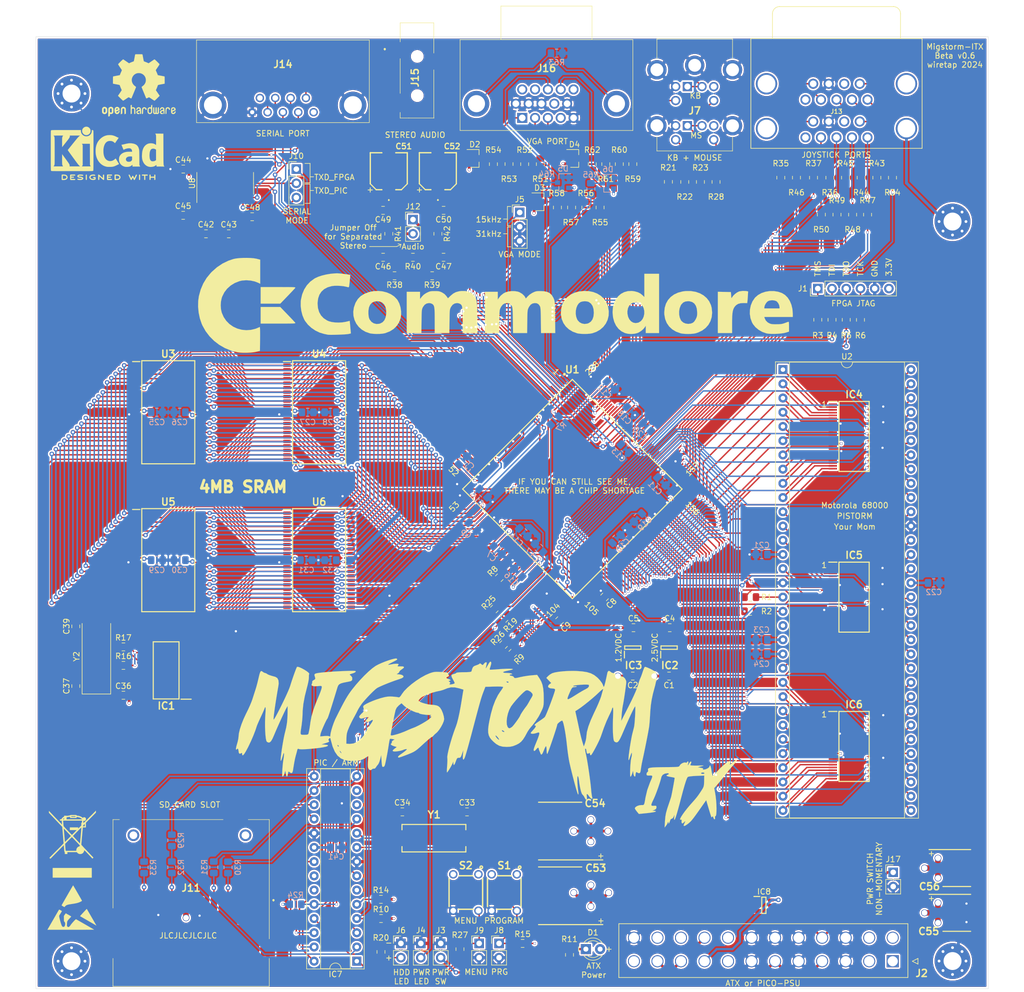
<source format=kicad_pcb>
(kicad_pcb (version 20171130) (host pcbnew "(5.1.6)-1")
  (layers (0 F.Cu signal) (1 In1.Cu power) (2 In2.Cu power) (31 B.Cu signal) (34 B.Paste user) (35 F.Paste user) (36 B.SilkS user) (37 F.SilkS user) (38 B.Mask user) (39 F.Mask user) (44 Edge.Cuts user))
  (net 0 "")
  (net 1 GND)
  (net 2 5VDC)
  (net 3 3.3V)
  (net 4 +2V5)
  (net 5 +1V2)
  (net 6 "Net-(C33-Pad1)")
  (net 7 "Net-(C34-Pad2)")
  (net 8 5VSB)
  (net 9 "Net-(C37-Pad1)")
  (net 10 "Net-(C39-Pad1)")
  (net 11 "Net-(C42-Pad1)")
  (net 12 "Net-(C42-Pad2)")
  (net 13 "Net-(C43-Pad2)")
  (net 14 "Net-(C43-Pad1)")
  (net 15 "Net-(C45-Pad2)")
  (net 16 "Net-(C46-Pad1)")
  (net 17 "Net-(C47-Pad2)")
  (net 18 "Net-(C48-Pad2)")
  (net 19 "Net-(C49-Pad1)")
  (net 20 "Net-(C50-Pad2)")
  (net 21 "Net-(C51-Pad2)")
  (net 22 "Net-(C52-Pad2)")
  (net 23 "Net-(D1-Pad1)")
  (net 24 "Net-(D2-Pad3)")
  (net 25 "Net-(D3-Pad3)")
  (net 26 "Net-(D4-Pad3)")
  (net 27 "Net-(D5-Pad3)")
  (net 28 "Net-(D6-Pad3)")
  (net 29 MCLK)
  (net 30 "Net-(IC1-Pad10)")
  (net 31 D4)
  (net 32 CPU_D5)
  (net 33 D3)
  (net 34 CPU_D6)
  (net 35 D2)
  (net 36 CPU_D7)
  (net 37 D1)
  (net 38 CPU_D8)
  (net 39 D0)
  (net 40 CPU_D9)
  (net 41 AS)
  (net 42 CPU_D10)
  (net 43 UDS)
  (net 44 CPU_D11)
  (net 45 LDS)
  (net 46 CPU_D12)
  (net 47 RW)
  (net 48 CPU_D13)
  (net 49 DTACK)
  (net 50 CPU_D14)
  (net 51 D14)
  (net 52 CPU_DTACK)
  (net 53 D13)
  (net 54 CPU_RW)
  (net 55 D12)
  (net 56 CPU_LDS)
  (net 57 D11)
  (net 58 CPU_UDS)
  (net 59 D10)
  (net 60 CPU_AS)
  (net 61 D9)
  (net 62 CPU_D0)
  (net 63 D8)
  (net 64 CPU_D1)
  (net 65 D7)
  (net 66 CPU_D2)
  (net 67 D6)
  (net 68 CPU_D3)
  (net 69 D5)
  (net 70 CPU_D4)
  (net 71 D15)
  (net 72 A23)
  (net 73 A22)
  (net 74 CPU_CLK)
  (net 75 A21)
  (net 76 A20)
  (net 77 CPU_RESET)
  (net 78 A19)
  (net 79 A18)
  (net 80 A17)
  (net 81 A16)
  (net 82 A15)
  (net 83 CPU_A15)
  (net 84 BERR)
  (net 85 CPU_A16)
  (net 86 CPU_A17)
  (net 87 CPU_A18)
  (net 88 CPU_A19)
  (net 89 RESET)
  (net 90 CPU_A20)
  (net 91 CPU_A21)
  (net 92 CLK)
  (net 93 CPU_A22)
  (net 94 BR)
  (net 95 CPU_A23)
  (net 96 BGACK)
  (net 97 CPU_D15)
  (net 98 BG)
  (net 99 IPL2)
  (net 100 CPU_A14)
  (net 101 IPL1)
  (net 102 CPU_A13)
  (net 103 IPL0)
  (net 104 CPU_A12)
  (net 105 FC2)
  (net 106 CPU_A11)
  (net 107 FC1)
  (net 108 CPU_A10)
  (net 109 FC0)
  (net 110 CPU_A9)
  (net 111 A1)
  (net 112 CPU_A8)
  (net 113 A2)
  (net 114 CPU_A7)
  (net 115 A3)
  (net 116 CPU_A6)
  (net 117 A4)
  (net 118 CPU_A5)
  (net 119 A5)
  (net 120 CPU_A4)
  (net 121 A6)
  (net 122 CPU_A3)
  (net 123 A7)
  (net 124 CPU_A2)
  (net 125 A8)
  (net 126 CPU_A1)
  (net 127 A9)
  (net 128 A10)
  (net 129 A11)
  (net 130 A12)
  (net 131 CPU_IPL0)
  (net 132 A13)
  (net 133 CPU_IPL1)
  (net 134 A14)
  (net 135 CPU_IPL2)
  (net 136 MCLR)
  (net 137 MCC_CLKEN)
  (net 138 FPGA_SEL0)
  (net 139 "Net-(IC7-Pad4)")
  (net 140 "Net-(IC7-Pad5)")
  (net 141 "Net-(IC7-Pad7)")
  (net 142 SPI_CLK)
  (net 143 SPI_DOUT)
  (net 144 SPI_DIN)
  (net 145 TXD_MCU)
  (net 146 RXD)
  (net 147 "Net-(IC7-Pad21)")
  (net 148 "Net-(IC7-Pad24)")
  (net 149 DISKLED)
  (net 150 FPGA_SEL1)
  (net 151 FPGA_SEL2)
  (net 152 "Net-(IC7-Pad28)")
  (net 153 "Net-(J1-Pad1)")
  (net 154 "Net-(J1-Pad2)")
  (net 155 "Net-(J1-Pad3)")
  (net 156 "Net-(J1-Pad4)")
  (net 157 12VDC)
  (net 158 PS_ON)
  (net 159 "Net-(J4-Pad2)")
  (net 160 15KHZ)
  (net 161 "Net-(J6-Pad2)")
  (net 162 "Net-(J7-PadB1)")
  (net 163 "Net-(J7-PadB6)")
  (net 164 BUTTON)
  (net 165 "Net-(J10-Pad2)")
  (net 166 TXD)
  (net 167 "Net-(J11-Pad1)")
  (net 168 "Net-(J11-Pad2)")
  (net 169 "Net-(J11-Pad5)")
  (net 170 "Net-(J11-Pad7)")
  (net 171 "Net-(J12-Pad1)")
  (net 172 "Net-(J13-Pad9B)")
  (net 173 "Net-(J13-Pad6B)")
  (net 174 "Net-(J13-Pad4B)")
  (net 175 "Net-(J13-Pad1B)")
  (net 176 "Net-(J13-Pad2B)")
  (net 177 "Net-(J13-Pad9A)")
  (net 178 "Net-(J13-Pad6A)")
  (net 179 "Net-(J13-Pad4A)")
  (net 180 "Net-(J13-Pad1A)")
  (net 181 "Net-(J13-Pad2A)")
  (net 182 "Net-(J13-Pad3B)")
  (net 183 "Net-(J13-Pad3A)")
  (net 184 "Net-(J14-Pad3)")
  (net 185 "Net-(J14-Pad4)")
  (net 186 "Net-(J14-Pad5)")
  (net 187 "Net-(J14-Pad6)")
  (net 188 "Net-(J14-Pad7)")
  (net 189 "Net-(J16-PadMH1)")
  (net 190 "Net-(R1-Pad1)")
  (net 191 "Net-(R2-Pad1)")
  (net 192 TMS)
  (net 193 TDI)
  (net 194 TDO)
  (net 195 TCK)
  (net 196 PROG_B)
  (net 197 INIT_B)
  (net 198 CCLK)
  (net 199 PWRLED)
  (net 200 KBDDAT)
  (net 201 KBDCLK)
  (net 202 MSDAT)
  (net 203 DIN)
  (net 204 DONE)
  (net 205 MSCLK)
  (net 206 MCC_SEL)
  (net 207 JOYA4)
  (net 208 JOYA5)
  (net 209 JOYB4)
  (net 210 JOYB5)
  (net 211 AUDIOL)
  (net 212 AUDIOR)
  (net 213 JOYA3)
  (net 214 JOYA2)
  (net 215 JOYA1)
  (net 216 JOYA0)
  (net 217 JOYB3)
  (net 218 JOYB2)
  (net 219 JOYB1)
  (net 220 JOYB0)
  (net 221 RED0)
  (net 222 RED1)
  (net 223 RED2)
  (net 224 RED3)
  (net 225 GREEN0)
  (net 226 GREEN1)
  (net 227 GREEN2)
  (net 228 GREEN3)
  (net 229 BLUE0)
  (net 230 BLUE1)
  (net 231 BLUE2)
  (net 232 BLUE3)
  (net 233 HSYNC)
  (net 234 VSYNC)
  (net 235 RAM_SEL2)
  (net 236 RAM_SEL3)
  (net 237 RAM_SEL1)
  (net 238 RAM_A5)
  (net 239 RAM_A4)
  (net 240 RAM_A3)
  (net 241 RAM_A2)
  (net 242 RAM_A1)
  (net 243 RAM_SEL0)
  (net 244 RAM_D0)
  (net 245 RAM_D1)
  (net 246 RAM_D2)
  (net 247 RAM_D3)
  (net 248 RAM_A6)
  (net 249 RAM_A7)
  (net 250 RAM_A8)
  (net 251 RAM_OE)
  (net 252 RAM_UB)
  (net 253 RAM_LB)
  (net 254 RAM_D15)
  (net 255 RAM_D14)
  (net 256 RAM_D13)
  (net 257 RAM_D12)
  (net 258 RAM_D11)
  (net 259 RAM_D10)
  (net 260 RAM_D9)
  (net 261 RAM_D8)
  (net 262 RAM_A9)
  (net 263 RAM_A10)
  (net 264 RAM_A11)
  (net 265 RAM_A12)
  (net 266 RAM_A13)
  (net 267 RAM_A14)
  (net 268 RAM_D4)
  (net 269 RAM_D5)
  (net 270 RAM_D6)
  (net 271 RAM_D7)
  (net 272 RAM_WE)
  (net 273 RAM_A19)
  (net 274 RAM_A18)
  (net 275 RAM_A17)
  (net 276 RAM_A16)
  (net 277 RAM_A15)
  (net 278 RTS)
  (net 279 CTS)
  (net 280 "Net-(IC8-Pad1)")
  (net 281 "Net-(J7-PadA1)")
  (net 282 "Net-(J7-PadA6)")
  (module Symbol:KiCad-Logo2_8mm_SilkScreen (layer F.Cu) (at 140.0302 76.8858)
    (fp_text reference REF** hide)
    (fp_text value KiCad-Logo2_8mm_SilkScreen hide)
  )
  (module Symbol:OSHW-Logo2_14.6x12mm_SilkScreen (layer F.Cu) (at 145.6182 65.5574)
    (fp_text reference REF** hide)
    (fp_text value OSHW-Logo2_14.6x12mm_SilkScreen hide)
  )
  (module Symbol:WEEE-Logo_8.4x12mm_SilkScreen (layer F.Cu) (at 133.7564 201.0918)
    (fp_text reference REF** hide)
    (fp_text value WEEE-Logo_8.4x12mm_SilkScreen hide)
  )
  (module Symbol:ESD-Logo_8.9x8mm_SilkScreen (layer F.Cu) (at 133.6802 212.3948)
    (fp_text reference REF** hide)
    (fp_text value ESD-Logo_8.9x8mm_SilkScreen hide)
  )
  (module SamacSys_Parts:commodore-logo (layer F.Cu) (at 209.4484 104.7242)
    (fp_text reference G*** hide)
    (fp_text value LOGO hide)
  )
  (module SamacSys_Parts:migstorm-logo-big (layer F.Cu) (at 206.6036 182.7022)
    (fp_text reference G*** hide)
    (fp_text value LOGO hide)
  )
  (module MountingHole:MountingHole_3.2mm_M3_Pad_Via (layer F.Cu) (at 133.604 67.0306)
    (fp_text reference REF** hide)
    (fp_text value MountingHole_3.2mm_M3_Pad_Via)
    (pad 1 thru_hole circle (at 0 0) (size 6.4 6.4) (drill 3.2) (layers *.Cu *.Mask))
    (pad 1 thru_hole circle (at 2.4 0) (size 0.8 0.8) (drill 0.5) (layers *.Cu *.Mask))
    (pad 1 thru_hole circle (at 1.697056 1.697056) (size 0.8 0.8) (drill 0.5) (layers *.Cu *.Mask))
    (pad 1 thru_hole circle (at 0 2.4) (size 0.8 0.8) (drill 0.5) (layers *.Cu *.Mask))
    (pad 1 thru_hole circle (at -1.697056 1.697056) (size 0.8 0.8) (drill 0.5) (layers *.Cu *.Mask))
    (pad 1 thru_hole circle (at -2.4 0) (size 0.8 0.8) (drill 0.5) (layers *.Cu *.Mask))
    (pad 1 thru_hole circle (at -1.697056 -1.697056) (size 0.8 0.8) (drill 0.5) (layers *.Cu *.Mask))
    (pad 1 thru_hole circle (at 0 -2.4) (size 0.8 0.8) (drill 0.5) (layers *.Cu *.Mask))
    (pad 1 thru_hole circle (at 1.697056 -1.697056) (size 0.8 0.8) (drill 0.5) (layers *.Cu *.Mask))
  )
  (module MountingHole:MountingHole_3.2mm_M3_Pad_Via (layer F.Cu) (at 290.8808 89.8906)
    (fp_text reference REF** hide)
    (fp_text value MountingHole_3.2mm_M3_Pad_Via)
    (pad 1 thru_hole circle (at 0 0) (size 6.4 6.4) (drill 3.2) (layers *.Cu *.Mask))
    (pad 1 thru_hole circle (at 2.4 0) (size 0.8 0.8) (drill 0.5) (layers *.Cu *.Mask))
    (pad 1 thru_hole circle (at 1.697056 1.697056) (size 0.8 0.8) (drill 0.5) (layers *.Cu *.Mask))
    (pad 1 thru_hole circle (at 0 2.4) (size 0.8 0.8) (drill 0.5) (layers *.Cu *.Mask))
    (pad 1 thru_hole circle (at -1.697056 1.697056) (size 0.8 0.8) (drill 0.5) (layers *.Cu *.Mask))
    (pad 1 thru_hole circle (at -2.4 0) (size 0.8 0.8) (drill 0.5) (layers *.Cu *.Mask))
    (pad 1 thru_hole circle (at -1.697056 -1.697056) (size 0.8 0.8) (drill 0.5) (layers *.Cu *.Mask))
    (pad 1 thru_hole circle (at 0 -2.4) (size 0.8 0.8) (drill 0.5) (layers *.Cu *.Mask))
    (pad 1 thru_hole circle (at 1.697056 -1.697056) (size 0.8 0.8) (drill 0.5) (layers *.Cu *.Mask))
  )
  (module MountingHole:MountingHole_3.2mm_M3_Pad_Via (layer F.Cu) (at 290.8808 221.9706)
    (fp_text reference REF** hide)
    (fp_text value MountingHole_3.2mm_M3_Pad_Via)
    (pad 1 thru_hole circle (at 0 0) (size 6.4 6.4) (drill 3.2) (layers *.Cu *.Mask))
    (pad 1 thru_hole circle (at 2.4 0) (size 0.8 0.8) (drill 0.5) (layers *.Cu *.Mask))
    (pad 1 thru_hole circle (at 1.697056 1.697056) (size 0.8 0.8) (drill 0.5) (layers *.Cu *.Mask))
    (pad 1 thru_hole circle (at 0 2.4) (size 0.8 0.8) (drill 0.5) (layers *.Cu *.Mask))
    (pad 1 thru_hole circle (at -1.697056 1.697056) (size 0.8 0.8) (drill 0.5) (layers *.Cu *.Mask))
    (pad 1 thru_hole circle (at -2.4 0) (size 0.8 0.8) (drill 0.5) (layers *.Cu *.Mask))
    (pad 1 thru_hole circle (at -1.697056 -1.697056) (size 0.8 0.8) (drill 0.5) (layers *.Cu *.Mask))
    (pad 1 thru_hole circle (at 0 -2.4) (size 0.8 0.8) (drill 0.5) (layers *.Cu *.Mask))
    (pad 1 thru_hole circle (at 1.697056 -1.697056) (size 0.8 0.8) (drill 0.5) (layers *.Cu *.Mask))
  )
  (module MountingHole:MountingHole_3.2mm_M3_Pad_Via (layer F.Cu) (at 133.604 221.996)
    (fp_text reference REF** hide)
    (fp_text value MountingHole_3.2mm_M3_Pad_Via)
    (pad 1 thru_hole circle (at 1.697056 -1.697056) (size 0.8 0.8) (drill 0.5) (layers *.Cu *.Mask))
    (pad 1 thru_hole circle (at 0 -2.4) (size 0.8 0.8) (drill 0.5) (layers *.Cu *.Mask))
    (pad 1 thru_hole circle (at -1.697056 -1.697056) (size 0.8 0.8) (drill 0.5) (layers *.Cu *.Mask))
    (pad 1 thru_hole circle (at -2.4 0) (size 0.8 0.8) (drill 0.5) (layers *.Cu *.Mask))
    (pad 1 thru_hole circle (at -1.697056 1.697056) (size 0.8 0.8) (drill 0.5) (layers *.Cu *.Mask))
    (pad 1 thru_hole circle (at 0 2.4) (size 0.8 0.8) (drill 0.5) (layers *.Cu *.Mask))
    (pad 1 thru_hole circle (at 1.697056 1.697056) (size 0.8 0.8) (drill 0.5) (layers *.Cu *.Mask))
    (pad 1 thru_hole circle (at 2.4 0) (size 0.8 0.8) (drill 0.5) (layers *.Cu *.Mask))
    (pad 1 thru_hole circle (at 0 0) (size 6.4 6.4) (drill 3.2) (layers *.Cu *.Mask))
  )
  (module Capacitor_SMD:C_0805_2012Metric_Pad1.15x1.40mm_HandSolder (layer F.Cu) (at 240.275 171.069)
    (fp_text reference C1 (at 0 1.651 180) (layer F.SilkS))
    (fp_text value "1uF X5R")
    (pad 2 smd roundrect (at 1.025 0) (size 1.15 1.4) (layers F.Cu F.Paste F.Mask) (roundrect_rratio 0.217391) (net 1 GND))
    (pad 1 smd roundrect (at -1.025 0) (size 1.15 1.4) (layers F.Cu F.Paste F.Mask) (roundrect_rratio 0.217391) (net 2 5VDC))
  )
  (module Capacitor_SMD:C_0805_2012Metric_Pad1.15x1.40mm_HandSolder (layer F.Cu) (at 233.798 171.069)
    (fp_text reference C2 (at 0 1.651) (layer F.SilkS))
    (fp_text value "1uF X5R")
    (pad 2 smd roundrect (at 1.025 0) (size 1.15 1.4) (layers F.Cu F.Paste F.Mask) (roundrect_rratio 0.217391) (net 1 GND))
    (pad 1 smd roundrect (at -1.025 0) (size 1.15 1.4) (layers F.Cu F.Paste F.Mask) (roundrect_rratio 0.217391) (net 2 5VDC))
  )
  (module Capacitor_SMD:C_0805_2012Metric_Pad1.15x1.40mm_HandSolder (layer B.Cu) (at 203.491216 132.550784 45)
    (fp_text reference C3 (at 0 1.65 45) (layer B.SilkS) (effects (justify mirror)))
    (fp_text value 10nF)
    (pad 2 smd roundrect (at 1.025 0 45) (size 1.15 1.4) (layers B.Cu B.Paste B.Mask) (roundrect_rratio 0.217391) (net 1 GND))
    (pad 1 smd roundrect (at -1.025 0 45) (size 1.15 1.4) (layers B.Cu B.Paste B.Mask) (roundrect_rratio 0.217391) (net 3 3.3V))
  )
  (module Capacitor_SMD:C_0805_2012Metric_Pad1.15x1.40mm_HandSolder (layer F.Cu) (at 240.402 162.433)
    (fp_text reference C4 (at -0.009 -1.651) (layer F.SilkS))
    (fp_text value "1uF X5R")
    (pad 1 smd roundrect (at -1.025 0) (size 1.15 1.4) (layers F.Cu F.Paste F.Mask) (roundrect_rratio 0.217391) (net 4 +2V5))
    (pad 2 smd roundrect (at 1.025 0) (size 1.15 1.4) (layers F.Cu F.Paste F.Mask) (roundrect_rratio 0.217391) (net 1 GND))
  )
  (module Capacitor_SMD:C_0805_2012Metric_Pad1.15x1.40mm_HandSolder (layer F.Cu) (at 233.925 162.433)
    (fp_text reference C5 (at 0 -1.65) (layer F.SilkS))
    (fp_text value "1uF X5R")
    (pad 1 smd roundrect (at -1.025 0) (size 1.15 1.4) (layers F.Cu F.Paste F.Mask) (roundrect_rratio 0.217391) (net 5 +1V2))
    (pad 2 smd roundrect (at 1.025 0) (size 1.15 1.4) (layers F.Cu F.Paste F.Mask) (roundrect_rratio 0.217391) (net 1 GND))
  )
  (module Capacitor_SMD:C_0805_2012Metric_Pad1.15x1.40mm_HandSolder (layer B.Cu) (at 205.232 144.399 315)
    (fp_text reference C6 (at 0 1.65 315) (layer B.SilkS) (effects (justify mirror)))
    (fp_text value 10nF)
    (pad 1 smd roundrect (at -1.025 0 315) (size 1.15 1.4) (layers B.Cu B.Paste B.Mask) (roundrect_rratio 0.217391) (net 3 3.3V))
    (pad 2 smd roundrect (at 1.025 0 315) (size 1.15 1.4) (layers B.Cu B.Paste B.Mask) (roundrect_rratio 0.217391) (net 1 GND))
  )
  (module Capacitor_SMD:C_0805_2012Metric_Pad1.15x1.40mm_HandSolder (layer B.Cu) (at 209.677 148.59 315)
    (fp_text reference C7 (at 0 1.65 135) (layer B.SilkS) (effects (justify mirror)))
    (fp_text value 10nF)
    (pad 2 smd roundrect (at 1.025 0 315) (size 1.15 1.4) (layers B.Cu B.Paste B.Mask) (roundrect_rratio 0.217391) (net 1 GND))
    (pad 1 smd roundrect (at -1.025 0 315) (size 1.15 1.4) (layers B.Cu B.Paste B.Mask) (roundrect_rratio 0.217391) (net 3 3.3V))
  )
  (module Capacitor_SMD:C_0805_2012Metric_Pad1.15x1.40mm_HandSolder (layer F.Cu) (at 228.764216 156.934784 45)
    (fp_text reference C8 (at 0.037171 1.706249 45) (layer F.SilkS))
    (fp_text value 10nF)
    (pad 1 smd roundrect (at -1.025 0 45) (size 1.15 1.4) (layers F.Cu F.Paste F.Mask) (roundrect_rratio 0.217391) (net 3 3.3V))
    (pad 2 smd roundrect (at 1.025 0 45) (size 1.15 1.4) (layers F.Cu F.Paste F.Mask) (roundrect_rratio 0.217391) (net 1 GND))
  )
  (module Capacitor_SMD:C_0805_2012Metric_Pad1.15x1.40mm_HandSolder (layer F.Cu) (at 220.726 161.163 225)
    (fp_text reference C9 (at 0 -1.65 45) (layer F.SilkS))
    (fp_text value 10nF)
    (pad 1 smd roundrect (at -1.025 0 225) (size 1.15 1.4) (layers F.Cu F.Paste F.Mask) (roundrect_rratio 0.217391) (net 3 3.3V))
    (pad 2 smd roundrect (at 1.025 0 225) (size 1.15 1.4) (layers F.Cu F.Paste F.Mask) (roundrect_rratio 0.217391) (net 1 GND))
  )
  (module Capacitor_SMD:C_0805_2012Metric_Pad1.15x1.40mm_HandSolder (layer B.Cu) (at 230.886 146.558 45)
    (fp_text reference C10 (at 0 1.65 225) (layer B.SilkS) (effects (justify mirror)))
    (fp_text value 10nF)
    (pad 1 smd roundrect (at -1.025 0 45) (size 1.15 1.4) (layers B.Cu B.Paste B.Mask) (roundrect_rratio 0.217391) (net 3 3.3V))
    (pad 2 smd roundrect (at 1.025 0 45) (size 1.15 1.4) (layers B.Cu B.Paste B.Mask) (roundrect_rratio 0.217391) (net 1 GND))
  )
  (module Capacitor_SMD:C_0805_2012Metric_Pad1.15x1.40mm_HandSolder (layer B.Cu) (at 238.924216 136.308216 315)
    (fp_text reference C11 (at 0 1.65 315) (layer B.SilkS) (effects (justify mirror)))
    (fp_text value 10nF)
    (pad 2 smd roundrect (at 1.025 0 315) (size 1.15 1.4) (layers B.Cu B.Paste B.Mask) (roundrect_rratio 0.217391) (net 1 GND))
    (pad 1 smd roundrect (at -1.025 0 315) (size 1.15 1.4) (layers B.Cu B.Paste B.Mask) (roundrect_rratio 0.217391) (net 3 3.3V))
  )
  (module Capacitor_SMD:C_0805_2012Metric_Pad1.15x1.40mm_HandSolder (layer B.Cu) (at 229.907216 119.163216 315)
    (fp_text reference C12 (at 0 1.65 315) (layer B.SilkS) (effects (justify mirror)))
    (fp_text value 10nF)
    (pad 1 smd roundrect (at -1.025 0 315) (size 1.15 1.4) (layers B.Cu B.Paste B.Mask) (roundrect_rratio 0.217391) (net 3 3.3V))
    (pad 2 smd roundrect (at 1.025 0 315) (size 1.15 1.4) (layers B.Cu B.Paste B.Mask) (roundrect_rratio 0.217391) (net 1 GND))
  )
  (module Capacitor_SMD:C_0805_2012Metric_Pad1.15x1.40mm_HandSolder (layer B.Cu) (at 232.41 130.429 315)
    (fp_text reference C13 (at 0 1.65 315) (layer B.SilkS) (effects (justify mirror)))
    (fp_text value 10nF)
    (pad 2 smd roundrect (at 1.025 0 315) (size 1.15 1.4) (layers B.Cu B.Paste B.Mask) (roundrect_rratio 0.217391) (net 1 GND))
    (pad 1 smd roundrect (at -1.025 0 315) (size 1.15 1.4) (layers B.Cu B.Paste B.Mask) (roundrect_rratio 0.217391) (net 4 +2V5))
  )
  (module Capacitor_SMD:C_0805_2012Metric_Pad1.15x1.40mm_HandSolder (layer B.Cu) (at 214.249 145.415 315)
    (fp_text reference C14 (at 0 1.796051 315) (layer B.SilkS) (effects (justify mirror)))
    (fp_text value 10nF)
    (pad 2 smd roundrect (at 1.025 0 315) (size 1.15 1.4) (layers B.Cu B.Paste B.Mask) (roundrect_rratio 0.217391) (net 1 GND))
    (pad 1 smd roundrect (at -1.025 0 315) (size 1.15 1.4) (layers B.Cu B.Paste B.Mask) (roundrect_rratio 0.217391) (net 5 +1V2))
  )
  (module Capacitor_SMD:C_0805_2012Metric_Pad1.15x1.40mm_HandSolder (layer B.Cu) (at 207.137 138.392784 315)
    (fp_text reference C15 (at 0.026316 1.642762 135) (layer B.SilkS) (effects (justify mirror)))
    (fp_text value 10nF)
    (pad 1 smd roundrect (at -1.025 0 315) (size 1.15 1.4) (layers B.Cu B.Paste B.Mask) (roundrect_rratio 0.217391) (net 4 +2V5))
    (pad 2 smd roundrect (at 1.025 0 315) (size 1.15 1.4) (layers B.Cu B.Paste B.Mask) (roundrect_rratio 0.217391) (net 1 GND))
  )
  (module Capacitor_SMD:C_0805_2012Metric_Pad1.15x1.40mm_HandSolder (layer B.Cu) (at 213.322784 152.616784 135)
    (fp_text reference C16 (at 0.037171 -1.706249 315) (layer B.SilkS) (effects (justify mirror)))
    (fp_text value 10nF)
    (pad 1 smd roundrect (at -1.025 0 135) (size 1.15 1.4) (layers B.Cu B.Paste B.Mask) (roundrect_rratio 0.217391) (net 5 +1V2))
    (pad 2 smd roundrect (at 1.025 0 135) (size 1.15 1.4) (layers B.Cu B.Paste B.Mask) (roundrect_rratio 0.217391) (net 1 GND))
  )
  (module Capacitor_SMD:C_0805_2012Metric_Pad1.15x1.40mm_HandSolder (layer B.Cu) (at 217.043 148.209 135)
    (fp_text reference C17 (at 0 -1.796051 135) (layer B.SilkS) (effects (justify mirror)))
    (fp_text value 10nF)
    (pad 2 smd roundrect (at 1.025 0 135) (size 1.15 1.4) (layers B.Cu B.Paste B.Mask) (roundrect_rratio 0.217391) (net 1 GND))
    (pad 1 smd roundrect (at -1.025 0 135) (size 1.15 1.4) (layers B.Cu B.Paste B.Mask) (roundrect_rratio 0.217391) (net 4 +2V5))
  )
  (module Capacitor_SMD:C_0805_2012Metric_Pad1.15x1.40mm_HandSolder (layer B.Cu) (at 233.463216 123.735216 315)
    (fp_text reference C18 (at 0 1.65 315) (layer B.SilkS) (effects (justify mirror)))
    (fp_text value 10nF)
    (pad 2 smd roundrect (at 1.025 0 315) (size 1.15 1.4) (layers B.Cu B.Paste B.Mask) (roundrect_rratio 0.217391) (net 1 GND))
    (pad 1 smd roundrect (at -1.025 0 315) (size 1.15 1.4) (layers B.Cu B.Paste B.Mask) (roundrect_rratio 0.217391) (net 5 +1V2))
  )
  (module Capacitor_SMD:C_0805_2012Metric_Pad1.15x1.40mm_HandSolder (layer B.Cu) (at 234.696 142.748 225)
    (fp_text reference C19 (at -0.089803 -1.706249 45) (layer B.SilkS) (effects (justify mirror)))
    (fp_text value 10nF)
    (pad 1 smd roundrect (at -1.025 0 225) (size 1.15 1.4) (layers B.Cu B.Paste B.Mask) (roundrect_rratio 0.217391) (net 4 +2V5))
    (pad 2 smd roundrect (at 1.025 0 225) (size 1.15 1.4) (layers B.Cu B.Paste B.Mask) (roundrect_rratio 0.217391) (net 1 GND))
  )
  (module Capacitor_SMD:C_0805_2012Metric_Pad1.15x1.40mm_HandSolder (layer B.Cu) (at 236.309784 126.581784 135)
    (fp_text reference C20 (at 0.037171 -1.706249 315) (layer B.SilkS) (effects (justify mirror)))
    (fp_text value 10nF)
    (pad 1 smd roundrect (at -1.025 0 135) (size 1.15 1.4) (layers B.Cu B.Paste B.Mask) (roundrect_rratio 0.217391) (net 5 +1V2))
    (pad 2 smd roundrect (at 1.025 0 135) (size 1.15 1.4) (layers B.Cu B.Paste B.Mask) (roundrect_rratio 0.217391) (net 1 GND))
  )
  (module Capacitor_SMD:C_0805_2012Metric_Pad1.15x1.40mm_HandSolder (layer B.Cu) (at 256.794 149.352 180)
    (fp_text reference C21 (at 0 1.65) (layer B.SilkS) (effects (justify mirror)))
    (fp_text value 100nF)
    (pad 2 smd roundrect (at 1.025 0 180) (size 1.15 1.4) (layers B.Cu B.Paste B.Mask) (roundrect_rratio 0.217391) (net 1 GND))
    (pad 1 smd roundrect (at -1.025 0 180) (size 1.15 1.4) (layers B.Cu B.Paste B.Mask) (roundrect_rratio 0.217391) (net 2 5VDC))
  )
  (module Capacitor_SMD:C_0805_2012Metric_Pad1.15x1.40mm_HandSolder (layer B.Cu) (at 287.537 154.432)
    (fp_text reference C22 (at 0 1.65) (layer B.SilkS) (effects (justify mirror)))
    (fp_text value 100nF)
    (pad 2 smd roundrect (at 1.025 0) (size 1.15 1.4) (layers B.Cu B.Paste B.Mask) (roundrect_rratio 0.217391) (net 1 GND))
    (pad 1 smd roundrect (at -1.025 0) (size 1.15 1.4) (layers B.Cu B.Paste B.Mask) (roundrect_rratio 0.217391) (net 2 5VDC))
  )
  (module Capacitor_SMD:C_0805_2012Metric_Pad1.15x1.40mm_HandSolder (layer B.Cu) (at 256.785 164.592 180)
    (fp_text reference C23 (at 0.009 1.778) (layer B.SilkS) (effects (justify mirror)))
    (fp_text value 10nF)
    (pad 1 smd roundrect (at -1.025 0 180) (size 1.15 1.4) (layers B.Cu B.Paste B.Mask) (roundrect_rratio 0.217391) (net 2 5VDC))
    (pad 2 smd roundrect (at 1.025 0 180) (size 1.15 1.4) (layers B.Cu B.Paste B.Mask) (roundrect_rratio 0.217391) (net 1 GND))
  )
  (module Capacitor_SMD:C_0805_2012Metric_Pad1.15x1.40mm_HandSolder (layer B.Cu) (at 256.785 167.132 180)
    (fp_text reference C24 (at -0.009 -1.778) (layer B.SilkS) (effects (justify mirror)))
    (fp_text value 10nF)
    (pad 2 smd roundrect (at 1.025 0 180) (size 1.15 1.4) (layers B.Cu B.Paste B.Mask) (roundrect_rratio 0.217391) (net 1 GND))
    (pad 1 smd roundrect (at -1.025 0 180) (size 1.15 1.4) (layers B.Cu B.Paste B.Mask) (roundrect_rratio 0.217391) (net 2 5VDC))
  )
  (module Capacitor_SMD:C_0805_2012Metric_Pad1.15x1.40mm_HandSolder (layer B.Cu) (at 148.844 123.952)
    (fp_text reference C25 (at 0 1.778) (layer B.SilkS) (effects (justify mirror)))
    (fp_text value 100nF)
    (pad 1 smd roundrect (at -1.025 0) (size 1.15 1.4) (layers B.Cu B.Paste B.Mask) (roundrect_rratio 0.217391) (net 3 3.3V))
    (pad 2 smd roundrect (at 1.025 0) (size 1.15 1.4) (layers B.Cu B.Paste B.Mask) (roundrect_rratio 0.217391) (net 1 GND))
  )
  (module Capacitor_SMD:C_0805_2012Metric_Pad1.15x1.40mm_HandSolder (layer B.Cu) (at 152.899 123.952 180)
    (fp_text reference C26 (at 0 -1.778) (layer B.SilkS) (effects (justify mirror)))
    (fp_text value 100nF)
    (pad 1 smd roundrect (at -1.025 0 180) (size 1.15 1.4) (layers B.Cu B.Paste B.Mask) (roundrect_rratio 0.217391) (net 3 3.3V))
    (pad 2 smd roundrect (at 1.025 0 180) (size 1.15 1.4) (layers B.Cu B.Paste B.Mask) (roundrect_rratio 0.217391) (net 1 GND))
  )
  (module Capacitor_SMD:C_0805_2012Metric_Pad1.15x1.40mm_HandSolder (layer B.Cu) (at 175.768 123.952)
    (fp_text reference C27 (at 0 1.778) (layer B.SilkS) (effects (justify mirror)))
    (fp_text value 100nF)
    (pad 2 smd roundrect (at 1.025 0) (size 1.15 1.4) (layers B.Cu B.Paste B.Mask) (roundrect_rratio 0.217391) (net 1 GND))
    (pad 1 smd roundrect (at -1.025 0) (size 1.15 1.4) (layers B.Cu B.Paste B.Mask) (roundrect_rratio 0.217391) (net 3 3.3V))
  )
  (module Capacitor_SMD:C_0805_2012Metric_Pad1.15x1.40mm_HandSolder (layer B.Cu) (at 179.832 123.952 180)
    (fp_text reference C28 (at 0 -1.778) (layer B.SilkS) (effects (justify mirror)))
    (fp_text value 100nF)
    (pad 1 smd roundrect (at -1.025 0 180) (size 1.15 1.4) (layers B.Cu B.Paste B.Mask) (roundrect_rratio 0.217391) (net 3 3.3V))
    (pad 2 smd roundrect (at 1.025 0 180) (size 1.15 1.4) (layers B.Cu B.Paste B.Mask) (roundrect_rratio 0.217391) (net 1 GND))
  )
  (module Capacitor_SMD:C_0805_2012Metric_Pad1.15x1.40mm_HandSolder (layer B.Cu) (at 148.844 150.368)
    (fp_text reference C29 (at 0 1.778) (layer B.SilkS) (effects (justify mirror)))
    (fp_text value 100nF)
    (pad 2 smd roundrect (at 1.025 0) (size 1.15 1.4) (layers B.Cu B.Paste B.Mask) (roundrect_rratio 0.217391) (net 1 GND))
    (pad 1 smd roundrect (at -1.025 0) (size 1.15 1.4) (layers B.Cu B.Paste B.Mask) (roundrect_rratio 0.217391) (net 3 3.3V))
  )
  (module Capacitor_SMD:C_0805_2012Metric_Pad1.15x1.40mm_HandSolder (layer B.Cu) (at 152.908 150.368 180)
    (fp_text reference C30 (at 0 -1.778) (layer B.SilkS) (effects (justify mirror)))
    (fp_text value 100nF)
    (pad 1 smd roundrect (at -1.025 0 180) (size 1.15 1.4) (layers B.Cu B.Paste B.Mask) (roundrect_rratio 0.217391) (net 3 3.3V))
    (pad 2 smd roundrect (at 1.025 0 180) (size 1.15 1.4) (layers B.Cu B.Paste B.Mask) (roundrect_rratio 0.217391) (net 1 GND))
  )
  (module Capacitor_SMD:C_0805_2012Metric_Pad1.15x1.40mm_HandSolder (layer B.Cu) (at 175.514 150.368)
    (fp_text reference C31 (at 0 1.778) (layer B.SilkS) (effects (justify mirror)))
    (fp_text value 100nF)
    (pad 2 smd roundrect (at 1.025 0) (size 1.15 1.4) (layers B.Cu B.Paste B.Mask) (roundrect_rratio 0.217391) (net 1 GND))
    (pad 1 smd roundrect (at -1.025 0) (size 1.15 1.4) (layers B.Cu B.Paste B.Mask) (roundrect_rratio 0.217391) (net 3 3.3V))
  )
  (module Capacitor_SMD:C_0805_2012Metric_Pad1.15x1.40mm_HandSolder (layer B.Cu) (at 179.832 150.368 180)
    (fp_text reference C32 (at 0 -1.778) (layer B.SilkS) (effects (justify mirror)))
    (fp_text value 100nF)
    (pad 1 smd roundrect (at -1.025 0 180) (size 1.15 1.4) (layers B.Cu B.Paste B.Mask) (roundrect_rratio 0.217391) (net 3 3.3V))
    (pad 2 smd roundrect (at 1.025 0 180) (size 1.15 1.4) (layers B.Cu B.Paste B.Mask) (roundrect_rratio 0.217391) (net 1 GND))
  )
  (module Capacitor_SMD:C_0805_2012Metric_Pad1.15x1.40mm_HandSolder (layer F.Cu) (at 204.207 195.326)
    (fp_text reference C33 (at 0 -1.65) (layer F.SilkS))
    (fp_text value 47pf)
    (pad 2 smd roundrect (at 1.025 0) (size 1.15 1.4) (layers F.Cu F.Paste F.Mask) (roundrect_rratio 0.217391) (net 1 GND))
    (pad 1 smd roundrect (at -1.025 0) (size 1.15 1.4) (layers F.Cu F.Paste F.Mask) (roundrect_rratio 0.217391) (net 6 "Net-(C33-Pad1)"))
  )
  (module Capacitor_SMD:C_0805_2012Metric_Pad1.15x1.40mm_HandSolder (layer F.Cu) (at 192.668 195.326)
    (fp_text reference C34 (at 0 -1.65) (layer F.SilkS))
    (fp_text value 47pf)
    (pad 1 smd roundrect (at -1.025 0) (size 1.15 1.4) (layers F.Cu F.Paste F.Mask) (roundrect_rratio 0.217391) (net 1 GND))
    (pad 2 smd roundrect (at 1.025 0) (size 1.15 1.4) (layers F.Cu F.Paste F.Mask) (roundrect_rratio 0.217391) (net 7 "Net-(C34-Pad2)"))
  )
  (module Capacitor_SMD:C_0805_2012Metric_Pad1.15x1.40mm_HandSolder (layer F.Cu) (at 142.866 174.498 180)
    (fp_text reference C36 (at 0 1.651) (layer F.SilkS))
    (fp_text value 100nF)
    (pad 1 smd roundrect (at -1.025 0 180) (size 1.15 1.4) (layers F.Cu F.Paste F.Mask) (roundrect_rratio 0.217391) (net 3 3.3V))
    (pad 2 smd roundrect (at 1.025 0 180) (size 1.15 1.4) (layers F.Cu F.Paste F.Mask) (roundrect_rratio 0.217391) (net 1 GND))
  )
  (module Capacitor_SMD:C_0805_2012Metric_Pad1.15x1.40mm_HandSolder (layer F.Cu) (at 134.366 172.856 270)
    (fp_text reference C37 (at 0 1.651 90) (layer F.SilkS))
    (fp_text value 100pF)
    (pad 1 smd roundrect (at -1.025 0 270) (size 1.15 1.4) (layers F.Cu F.Paste F.Mask) (roundrect_rratio 0.217391) (net 9 "Net-(C37-Pad1)"))
    (pad 2 smd roundrect (at 1.025 0 270) (size 1.15 1.4) (layers F.Cu F.Paste F.Mask) (roundrect_rratio 0.217391) (net 1 GND))
  )
  (module Capacitor_SMD:C_0805_2012Metric_Pad1.15x1.40mm_HandSolder (layer F.Cu) (at 134.366 162.188 90)
    (fp_text reference C39 (at 0 -1.65 90) (layer F.SilkS))
    (fp_text value 22pF)
    (pad 1 smd roundrect (at -1.025 0 90) (size 1.15 1.4) (layers F.Cu F.Paste F.Mask) (roundrect_rratio 0.217391) (net 10 "Net-(C39-Pad1)"))
    (pad 2 smd roundrect (at 1.025 0 90) (size 1.15 1.4) (layers F.Cu F.Paste F.Mask) (roundrect_rratio 0.217391) (net 1 GND))
  )
  (module Capacitor_SMD:C_0805_2012Metric_Pad1.15x1.40mm_HandSolder (layer B.Cu) (at 180.839 201.676)
    (fp_text reference C41 (at 0 1.65) (layer B.SilkS) (effects (justify mirror)))
    (fp_text value 100nF)
    (pad 2 smd roundrect (at 1.025 0) (size 1.15 1.4) (layers B.Cu B.Paste B.Mask) (roundrect_rratio 0.217391) (net 1 GND))
    (pad 1 smd roundrect (at -1.025 0) (size 1.15 1.4) (layers B.Cu B.Paste B.Mask) (roundrect_rratio 0.217391) (net 3 3.3V))
  )
  (module Capacitor_SMD:C_0805_2012Metric_Pad1.15x1.40mm_HandSolder (layer F.Cu) (at 157.607 92.075)
    (fp_text reference C42 (at 0 -1.65) (layer F.SilkS))
    (fp_text value 100nF)
    (pad 1 smd roundrect (at -1.025 0) (size 1.15 1.4) (layers F.Cu F.Paste F.Mask) (roundrect_rratio 0.217391) (net 11 "Net-(C42-Pad1)"))
    (pad 2 smd roundrect (at 1.025 0) (size 1.15 1.4) (layers F.Cu F.Paste F.Mask) (roundrect_rratio 0.217391) (net 12 "Net-(C42-Pad2)"))
  )
  (module Capacitor_SMD:C_0805_2012Metric_Pad1.15x1.40mm_HandSolder (layer F.Cu) (at 161.671 92.075)
    (fp_text reference C43 (at 0 -1.65) (layer F.SilkS))
    (fp_text value 100nF)
    (pad 2 smd roundrect (at 1.025 0) (size 1.15 1.4) (layers F.Cu F.Paste F.Mask) (roundrect_rratio 0.217391) (net 13 "Net-(C43-Pad2)"))
    (pad 1 smd roundrect (at -1.025 0) (size 1.15 1.4) (layers F.Cu F.Paste F.Mask) (roundrect_rratio 0.217391) (net 14 "Net-(C43-Pad1)"))
  )
  (module Capacitor_SMD:C_0805_2012Metric_Pad1.15x1.40mm_HandSolder (layer F.Cu) (at 153.552 80.518 180)
    (fp_text reference C44 (at 0 1.651) (layer F.SilkS))
    (fp_text value 100nF)
    (pad 2 smd roundrect (at 1.025 0 180) (size 1.15 1.4) (layers F.Cu F.Paste F.Mask) (roundrect_rratio 0.217391) (net 1 GND))
    (pad 1 smd roundrect (at -1.025 0 180) (size 1.15 1.4) (layers F.Cu F.Paste F.Mask) (roundrect_rratio 0.217391) (net 3 3.3V))
  )
  (module Capacitor_SMD:C_0805_2012Metric_Pad1.15x1.40mm_HandSolder (layer F.Cu) (at 153.534 88.773)
    (fp_text reference C45 (at 0 -1.65) (layer F.SilkS))
    (fp_text value 100nF)
    (pad 1 smd roundrect (at -1.025 0) (size 1.15 1.4) (layers F.Cu F.Paste F.Mask) (roundrect_rratio 0.217391) (net 1 GND))
    (pad 2 smd roundrect (at 1.025 0) (size 1.15 1.4) (layers F.Cu F.Paste F.Mask) (roundrect_rratio 0.217391) (net 15 "Net-(C45-Pad2)"))
  )
  (module Capacitor_SMD:C_0805_2012Metric_Pad1.15x1.40mm_HandSolder (layer F.Cu) (at 189.23 96.266 180)
    (fp_text reference C46 (at 0 -1.65) (layer F.SilkS))
    (fp_text value 10nF)
    (pad 1 smd roundrect (at -1.025 0 180) (size 1.15 1.4) (layers F.Cu F.Paste F.Mask) (roundrect_rratio 0.217391) (net 16 "Net-(C46-Pad1)"))
    (pad 2 smd roundrect (at 1.025 0 180) (size 1.15 1.4) (layers F.Cu F.Paste F.Mask) (roundrect_rratio 0.217391) (net 1 GND))
  )
  (module Capacitor_SMD:C_0805_2012Metric_Pad1.15x1.40mm_HandSolder (layer F.Cu) (at 200.016 96.266 180)
    (fp_text reference C47 (at 0 -1.65) (layer F.SilkS))
    (fp_text value 10nF)
    (pad 2 smd roundrect (at 1.025 0 180) (size 1.15 1.4) (layers F.Cu F.Paste F.Mask) (roundrect_rratio 0.217391) (net 17 "Net-(C47-Pad2)"))
    (pad 1 smd roundrect (at -1.025 0 180) (size 1.15 1.4) (layers F.Cu F.Paste F.Mask) (roundrect_rratio 0.217391) (net 1 GND))
  )
  (module Capacitor_SMD:C_0805_2012Metric_Pad1.15x1.40mm_HandSolder (layer F.Cu) (at 165.853 89.027 180)
    (fp_text reference C48 (at 0.009 1.651) (layer F.SilkS))
    (fp_text value 100nF)
    (pad 2 smd roundrect (at 1.025 0 180) (size 1.15 1.4) (layers F.Cu F.Paste F.Mask) (roundrect_rratio 0.217391) (net 18 "Net-(C48-Pad2)"))
    (pad 1 smd roundrect (at -1.025 0 180) (size 1.15 1.4) (layers F.Cu F.Paste F.Mask) (roundrect_rratio 0.217391) (net 1 GND))
  )
  (module Capacitor_SMD:C_0805_2012Metric_Pad1.15x1.40mm_HandSolder (layer F.Cu) (at 189.221 87.884 180)
    (fp_text reference C49 (at 0 -1.65) (layer F.SilkS))
    (fp_text value 10nF)
    (pad 1 smd roundrect (at -1.025 0 180) (size 1.15 1.4) (layers F.Cu F.Paste F.Mask) (roundrect_rratio 0.217391) (net 19 "Net-(C49-Pad1)"))
    (pad 2 smd roundrect (at 1.025 0 180) (size 1.15 1.4) (layers F.Cu F.Paste F.Mask) (roundrect_rratio 0.217391) (net 1 GND))
  )
  (module Capacitor_SMD:C_0805_2012Metric_Pad1.15x1.40mm_HandSolder (layer F.Cu) (at 200.025 87.884 180)
    (fp_text reference C50 (at 0 -1.65) (layer F.SilkS))
    (fp_text value 10nF)
    (pad 2 smd roundrect (at 1.025 0 180) (size 1.15 1.4) (layers F.Cu F.Paste F.Mask) (roundrect_rratio 0.217391) (net 20 "Net-(C50-Pad2)"))
    (pad 1 smd roundrect (at -1.025 0 180) (size 1.15 1.4) (layers F.Cu F.Paste F.Mask) (roundrect_rratio 0.217391) (net 1 GND))
  )
  (module 16SVPT100M (layer F.Cu) (at 190.246 80.905 90)
    (fp_text reference C51 (at 4.451 2.667 180) (layer F.SilkS) (effects (font (thickness 0.2))))
    (fp_text value 16SVT100M hide)
    (pad 2 smd rect (at 2.8 0 180) (size 1.6 3.5) (layers F.Cu F.Paste F.Mask) (net 21 "Net-(C51-Pad2)"))
    (pad 1 smd rect (at -2.8 0 180) (size 1.6 3.5) (layers F.Cu F.Paste F.Mask) (net 19 "Net-(C49-Pad1)"))
  )
  (module 16SVPT100M (layer F.Cu) (at 199.009 80.899 90)
    (fp_text reference C52 (at 4.445 2.54 180) (layer F.SilkS) (effects (font (thickness 0.2))))
    (fp_text value 16SVT100M hide)
    (pad 1 smd rect (at -2.8 0 180) (size 1.6 3.5) (layers F.Cu F.Paste F.Mask) (net 20 "Net-(C50-Pad2)"))
    (pad 2 smd rect (at 2.8 0 180) (size 1.6 3.5) (layers F.Cu F.Paste F.Mask) (net 22 "Net-(C52-Pad2)"))
  )
  (module LED_THT:LED_D3.0mm (layer F.Cu) (at 225.425 219.837)
    (fp_text reference D1 (at 1.27 -2.96) (layer F.SilkS))
    (fp_text value BrdPwr)
    (pad 1 thru_hole rect (at 0 0) (size 1.8 1.8) (drill 0.9) (layers *.Cu *.Mask) (net 23 "Net-(D1-Pad1)"))
    (pad 2 thru_hole circle (at 2.54 0) (size 1.8 1.8) (drill 0.9) (layers *.Cu *.Mask) (net 2 5VDC))
  )
  (module Package_TO_SOT_SMD:SOT-23 (layer F.Cu) (at 205.597 78.613)
    (fp_text reference D2 (at 0 -2.5) (layer F.SilkS))
    (fp_text value BAV99)
    (pad 1 smd rect (at -1 -0.95) (size 0.9 0.8) (layers F.Cu F.Paste F.Mask) (net 1 GND))
    (pad 2 smd rect (at -1 0.95) (size 0.9 0.8) (layers F.Cu F.Paste F.Mask) (net 3 3.3V))
    (pad 3 smd rect (at 1 0) (size 0.9 0.8) (layers F.Cu F.Paste F.Mask) (net 24 "Net-(D2-Pad3)"))
  )
  (module Package_TO_SOT_SMD:SOT-23 (layer F.Cu) (at 217.186 86.36)
    (fp_text reference D3 (at 0 -2.5) (layer F.SilkS))
    (fp_text value BAV99)
    (pad 3 smd rect (at 1 0) (size 0.9 0.8) (layers F.Cu F.Paste F.Mask) (net 25 "Net-(D3-Pad3)"))
    (pad 2 smd rect (at -1 0.95) (size 0.9 0.8) (layers F.Cu F.Paste F.Mask) (net 3 3.3V))
    (pad 1 smd rect (at -1 -0.95) (size 0.9 0.8) (layers F.Cu F.Paste F.Mask) (net 1 GND))
  )
  (module Package_TO_SOT_SMD:SOT-23 (layer F.Cu) (at 223.393 78.613)
    (fp_text reference D4 (at 0 -2.5) (layer F.SilkS))
    (fp_text value BAV99)
    (pad 1 smd rect (at -1 -0.95) (size 0.9 0.8) (layers F.Cu F.Paste F.Mask) (net 1 GND))
    (pad 2 smd rect (at -1 0.95) (size 0.9 0.8) (layers F.Cu F.Paste F.Mask) (net 3 3.3V))
    (pad 3 smd rect (at 1 0) (size 0.9 0.8) (layers F.Cu F.Paste F.Mask) (net 26 "Net-(D4-Pad3)"))
  )
  (module Package_TO_SOT_SMD:SOT-23 (layer B.Cu) (at 221.361 82.931 180)
    (fp_text reference D5 (at 0 2.5) (layer B.SilkS) (effects (justify mirror)))
    (fp_text value BAV99)
    (pad 3 smd rect (at 1 0 180) (size 0.9 0.8) (layers B.Cu B.Paste B.Mask) (net 27 "Net-(D5-Pad3)"))
    (pad 2 smd rect (at -1 -0.95 180) (size 0.9 0.8) (layers B.Cu B.Paste B.Mask) (net 3 3.3V))
    (pad 1 smd rect (at -1 0.95 180) (size 0.9 0.8) (layers B.Cu B.Paste B.Mask) (net 1 GND))
  )
  (module Package_TO_SOT_SMD:SOT-23 (layer B.Cu) (at 229.378 83.058 180)
    (fp_text reference D6 (at 0 2.5) (layer B.SilkS) (effects (justify mirror)))
    (fp_text value BAV99)
    (pad 1 smd rect (at -1 0.95 180) (size 0.9 0.8) (layers B.Cu B.Paste B.Mask) (net 1 GND))
    (pad 2 smd rect (at -1 -0.95 180) (size 0.9 0.8) (layers B.Cu B.Paste B.Mask) (net 3 3.3V))
    (pad 3 smd rect (at 1 0 180) (size 0.9 0.8) (layers B.Cu B.Paste B.Mask) (net 28 "Net-(D6-Pad3)"))
  )
  (module SOIC127P780X200-16N (layer F.Cu) (at 150.495 170.053 180)
    (fp_text reference IC1 (at -0.03556 -6.33984) (layer F.SilkS) (effects (font (size 1.27 1.27) (thickness 0.254))))
    (fp_text value SN74HC4060NSR hide)
    (pad 1 smd rect (at -3.562 -4.445 270) (size 0.7 1.825) (layers F.Cu F.Paste F.Mask))
    (pad 2 smd rect (at -3.562 -3.175 270) (size 0.7 1.825) (layers F.Cu F.Paste F.Mask))
    (pad 3 smd rect (at -3.562 -1.905 270) (size 0.7 1.825) (layers F.Cu F.Paste F.Mask))
    (pad 4 smd rect (at -3.562 -0.635 270) (size 0.7 1.825) (layers F.Cu F.Paste F.Mask))
    (pad 5 smd rect (at -3.562 0.635 270) (size 0.7 1.825) (layers F.Cu F.Paste F.Mask))
    (pad 6 smd rect (at -3.562 1.905 270) (size 0.7 1.825) (layers F.Cu F.Paste F.Mask))
    (pad 7 smd rect (at -3.562 3.175 270) (size 0.7 1.825) (layers F.Cu F.Paste F.Mask))
    (pad 8 smd rect (at -3.562 4.445 270) (size 0.7 1.825) (layers F.Cu F.Paste F.Mask) (net 1 GND))
    (pad 9 smd rect (at 3.562 4.445 270) (size 0.7 1.825) (layers F.Cu F.Paste F.Mask) (net 29 MCLK))
    (pad 10 smd rect (at 3.562 3.175 270) (size 0.7 1.825) (layers F.Cu F.Paste F.Mask) (net 30 "Net-(IC1-Pad10)"))
    (pad 11 smd rect (at 3.562 1.905 270) (size 0.7 1.825) (layers F.Cu F.Paste F.Mask) (net 10 "Net-(C39-Pad1)"))
    (pad 12 smd rect (at 3.562 0.635 270) (size 0.7 1.825) (layers F.Cu F.Paste F.Mask) (net 1 GND))
    (pad 13 smd rect (at 3.562 -0.635 270) (size 0.7 1.825) (layers F.Cu F.Paste F.Mask))
    (pad 14 smd rect (at 3.562 -1.905 270) (size 0.7 1.825) (layers F.Cu F.Paste F.Mask))
    (pad 15 smd rect (at 3.562 -3.175 270) (size 0.7 1.825) (layers F.Cu F.Paste F.Mask))
    (pad 16 smd rect (at 3.562 -4.445 270) (size 0.7 1.825) (layers F.Cu F.Paste F.Mask) (net 3 3.3V))
  )
  (module SOT95P280X145-5N (layer F.Cu) (at 240.284 165.989 90)
    (fp_text reference IC2 (at -3.175 0.127 180) (layer F.SilkS) (effects (font (size 1.27 1.27) (thickness 0.254))))
    (fp_text value MIC5504-2.5YM5-TR hide)
    (pad 5 smd rect (at 1.25 -0.95 180) (size 0.6 1.2) (layers F.Cu F.Paste F.Mask) (net 4 +2V5))
    (pad 4 smd rect (at 1.25 0.95 180) (size 0.6 1.2) (layers F.Cu F.Paste F.Mask))
    (pad 3 smd rect (at -1.25 0.95 180) (size 0.6 1.2) (layers F.Cu F.Paste F.Mask) (net 2 5VDC))
    (pad 2 smd rect (at -1.25 0 180) (size 0.6 1.2) (layers F.Cu F.Paste F.Mask) (net 1 GND))
    (pad 1 smd rect (at -1.25 -0.95 180) (size 0.6 1.2) (layers F.Cu F.Paste F.Mask) (net 2 5VDC))
  )
  (module SOT95P280X145-5N (layer F.Cu) (at 233.807 165.989 90)
    (fp_text reference IC3 (at -3.175 0.127 180) (layer F.SilkS) (effects (font (size 1.27 1.27) (thickness 0.254))))
    (fp_text value TPS731125DBVR hide)
    (pad 1 smd rect (at -1.25 -0.95 180) (size 0.6 1.2) (layers F.Cu F.Paste F.Mask) (net 2 5VDC))
    (pad 2 smd rect (at -1.25 0 180) (size 0.6 1.2) (layers F.Cu F.Paste F.Mask) (net 1 GND))
    (pad 3 smd rect (at -1.25 0.95 180) (size 0.6 1.2) (layers F.Cu F.Paste F.Mask) (net 2 5VDC))
    (pad 4 smd rect (at 1.25 0.95 180) (size 0.6 1.2) (layers F.Cu F.Paste F.Mask))
    (pad 5 smd rect (at 1.25 -0.95 180) (size 0.6 1.2) (layers F.Cu F.Paste F.Mask) (net 5 +1V2))
  )
  (module SOP50P810X120-48N (layer F.Cu) (at 273.304 128.27)
    (fp_text reference IC4 (at 0 -7.493) (layer F.SilkS) (effects (font (size 1.27 1.27) (thickness 0.254))))
    (fp_text value SN74CBTD16210DGGR hide)
    (pad 1 smd rect (at -3.788 -5.75 90) (size 0.3 1.475) (layers F.Cu F.Paste F.Mask))
    (pad 2 smd rect (at -3.788 -5.25 90) (size 0.3 1.475) (layers F.Cu F.Paste F.Mask) (net 31 D4))
    (pad 3 smd rect (at -3.788 -4.75 90) (size 0.3 1.475) (layers F.Cu F.Paste F.Mask) (net 32 CPU_D5))
    (pad 4 smd rect (at -3.788 -4.25 90) (size 0.3 1.475) (layers F.Cu F.Paste F.Mask) (net 33 D3))
    (pad 5 smd rect (at -3.788 -3.75 90) (size 0.3 1.475) (layers F.Cu F.Paste F.Mask) (net 34 CPU_D6))
    (pad 6 smd rect (at -3.788 -3.25 90) (size 0.3 1.475) (layers F.Cu F.Paste F.Mask) (net 35 D2))
    (pad 7 smd rect (at -3.788 -2.75 90) (size 0.3 1.475) (layers F.Cu F.Paste F.Mask) (net 36 CPU_D7))
    (pad 8 smd rect (at -3.788 -2.25 90) (size 0.3 1.475) (layers F.Cu F.Paste F.Mask) (net 1 GND))
    (pad 9 smd rect (at -3.788 -1.75 90) (size 0.3 1.475) (layers F.Cu F.Paste F.Mask) (net 37 D1))
    (pad 10 smd rect (at -3.788 -1.25 90) (size 0.3 1.475) (layers F.Cu F.Paste F.Mask) (net 38 CPU_D8))
    (pad 11 smd rect (at -3.788 -0.75 90) (size 0.3 1.475) (layers F.Cu F.Paste F.Mask) (net 39 D0))
    (pad 12 smd rect (at -3.788 -0.25 90) (size 0.3 1.475) (layers F.Cu F.Paste F.Mask) (net 40 CPU_D9))
    (pad 13 smd rect (at -3.788 0.25 90) (size 0.3 1.475) (layers F.Cu F.Paste F.Mask) (net 41 AS))
    (pad 14 smd rect (at -3.788 0.75 90) (size 0.3 1.475) (layers F.Cu F.Paste F.Mask) (net 42 CPU_D10))
    (pad 15 smd rect (at -3.788 1.25 90) (size 0.3 1.475) (layers F.Cu F.Paste F.Mask) (net 2 5VDC))
    (pad 16 smd rect (at -3.788 1.75 90) (size 0.3 1.475) (layers F.Cu F.Paste F.Mask) (net 43 UDS))
    (pad 17 smd rect (at -3.788 2.25 90) (size 0.3 1.475) (layers F.Cu F.Paste F.Mask) (net 1 GND))
    (pad 18 smd rect (at -3.788 2.75 90) (size 0.3 1.475) (layers F.Cu F.Paste F.Mask) (net 44 CPU_D11))
    (pad 19 smd rect (at -3.788 3.25 90) (size 0.3 1.475) (layers F.Cu F.Paste F.Mask) (net 45 LDS))
    (pad 20 smd rect (at -3.788 3.75 90) (size 0.3 1.475) (layers F.Cu F.Paste F.Mask) (net 46 CPU_D12))
    (pad 21 smd rect (at -3.788 4.25 90) (size 0.3 1.475) (layers F.Cu F.Paste F.Mask) (net 47 RW))
    (pad 22 smd rect (at -3.788 4.75 90) (size 0.3 1.475) (layers F.Cu F.Paste F.Mask) (net 48 CPU_D13))
    (pad 23 smd rect (at -3.788 5.25 90) (size 0.3 1.475) (layers F.Cu F.Paste F.Mask) (net 49 DTACK))
    (pad 24 smd rect (at -3.788 5.75 90) (size 0.3 1.475) (layers F.Cu F.Paste F.Mask) (net 50 CPU_D14))
    (pad 25 smd rect (at 3.788 5.75 90) (size 0.3 1.475) (layers F.Cu F.Paste F.Mask) (net 51 D14))
    (pad 26 smd rect (at 3.788 5.25 90) (size 0.3 1.475) (layers F.Cu F.Paste F.Mask) (net 52 CPU_DTACK))
    (pad 27 smd rect (at 3.788 4.75 90) (size 0.3 1.475) (layers F.Cu F.Paste F.Mask) (net 53 D13))
    (pad 28 smd rect (at 3.788 4.25 90) (size 0.3 1.475) (layers F.Cu F.Paste F.Mask) (net 54 CPU_RW))
    (pad 29 smd rect (at 3.788 3.75 90) (size 0.3 1.475) (layers F.Cu F.Paste F.Mask) (net 55 D12))
    (pad 30 smd rect (at 3.788 3.25 90) (size 0.3 1.475) (layers F.Cu F.Paste F.Mask) (net 56 CPU_LDS))
    (pad 31 smd rect (at 3.788 2.75 90) (size 0.3 1.475) (layers F.Cu F.Paste F.Mask) (net 57 D11))
    (pad 32 smd rect (at 3.788 2.25 90) (size 0.3 1.475) (layers F.Cu F.Paste F.Mask) (net 1 GND))
    (pad 33 smd rect (at 3.788 1.75 90) (size 0.3 1.475) (layers F.Cu F.Paste F.Mask) (net 58 CPU_UDS))
    (pad 34 smd rect (at 3.788 1.25 90) (size 0.3 1.475) (layers F.Cu F.Paste F.Mask) (net 59 D10))
    (pad 35 smd rect (at 3.788 0.75 90) (size 0.3 1.475) (layers F.Cu F.Paste F.Mask) (net 60 CPU_AS))
    (pad 36 smd rect (at 3.788 0.25 90) (size 0.3 1.475) (layers F.Cu F.Paste F.Mask) (net 61 D9))
    (pad 37 smd rect (at 3.788 -0.25 90) (size 0.3 1.475) (layers F.Cu F.Paste F.Mask) (net 62 CPU_D0))
    (pad 38 smd rect (at 3.788 -0.75 90) (size 0.3 1.475) (layers F.Cu F.Paste F.Mask) (net 63 D8))
    (pad 39 smd rect (at 3.788 -1.25 90) (size 0.3 1.475) (layers F.Cu F.Paste F.Mask) (net 64 CPU_D1))
    (pad 40 smd rect (at 3.788 -1.75 90) (size 0.3 1.475) (layers F.Cu F.Paste F.Mask) (net 65 D7))
    (pad 41 smd rect (at 3.788 -2.25 90) (size 0.3 1.475) (layers F.Cu F.Paste F.Mask) (net 1 GND))
    (pad 42 smd rect (at 3.788 -2.75 90) (size 0.3 1.475) (layers F.Cu F.Paste F.Mask) (net 66 CPU_D2))
    (pad 43 smd rect (at 3.788 -3.25 90) (size 0.3 1.475) (layers F.Cu F.Paste F.Mask) (net 67 D6))
    (pad 44 smd rect (at 3.788 -3.75 90) (size 0.3 1.475) (layers F.Cu F.Paste F.Mask) (net 68 CPU_D3))
    (pad 45 smd rect (at 3.788 -4.25 90) (size 0.3 1.475) (layers F.Cu F.Paste F.Mask) (net 69 D5))
    (pad 46 smd rect (at 3.788 -4.75 90) (size 0.3 1.475) (layers F.Cu F.Paste F.Mask) (net 70 CPU_D4))
    (pad 47 smd rect (at 3.788 -5.25 90) (size 0.3 1.475) (layers F.Cu F.Paste F.Mask) (net 1 GND))
    (pad 48 smd rect (at 3.788 -5.75 90) (size 0.3 1.475) (layers F.Cu F.Paste F.Mask) (net 1 GND))
  )
  (module SOP50P810X120-48N (layer F.Cu) (at 273.304 156.972)
    (fp_text reference IC5 (at 0 -7.493) (layer F.SilkS) (effects (font (size 1.27 1.27) (thickness 0.254))))
    (fp_text value SN74CBTD16210DGGR hide)
    (pad 48 smd rect (at 3.788 -5.75 90) (size 0.3 1.475) (layers F.Cu F.Paste F.Mask) (net 1 GND))
    (pad 47 smd rect (at 3.788 -5.25 90) (size 0.3 1.475) (layers F.Cu F.Paste F.Mask) (net 1 GND))
    (pad 46 smd rect (at 3.788 -4.75 90) (size 0.3 1.475) (layers F.Cu F.Paste F.Mask))
    (pad 45 smd rect (at 3.788 -4.25 90) (size 0.3 1.475) (layers F.Cu F.Paste F.Mask) (net 71 D15))
    (pad 44 smd rect (at 3.788 -3.75 90) (size 0.3 1.475) (layers F.Cu F.Paste F.Mask))
    (pad 43 smd rect (at 3.788 -3.25 90) (size 0.3 1.475) (layers F.Cu F.Paste F.Mask) (net 72 A23))
    (pad 42 smd rect (at 3.788 -2.75 90) (size 0.3 1.475) (layers F.Cu F.Paste F.Mask))
    (pad 41 smd rect (at 3.788 -2.25 90) (size 0.3 1.475) (layers F.Cu F.Paste F.Mask) (net 1 GND))
    (pad 40 smd rect (at 3.788 -1.75 90) (size 0.3 1.475) (layers F.Cu F.Paste F.Mask) (net 73 A22))
    (pad 39 smd rect (at 3.788 -1.25 90) (size 0.3 1.475) (layers F.Cu F.Paste F.Mask) (net 74 CPU_CLK))
    (pad 38 smd rect (at 3.788 -0.75 90) (size 0.3 1.475) (layers F.Cu F.Paste F.Mask) (net 75 A21))
    (pad 37 smd rect (at 3.788 -0.25 90) (size 0.3 1.475) (layers F.Cu F.Paste F.Mask))
    (pad 36 smd rect (at 3.788 0.25 90) (size 0.3 1.475) (layers F.Cu F.Paste F.Mask) (net 76 A20))
    (pad 35 smd rect (at 3.788 0.75 90) (size 0.3 1.475) (layers F.Cu F.Paste F.Mask) (net 77 CPU_RESET))
    (pad 34 smd rect (at 3.788 1.25 90) (size 0.3 1.475) (layers F.Cu F.Paste F.Mask) (net 78 A19))
    (pad 33 smd rect (at 3.788 1.75 90) (size 0.3 1.475) (layers F.Cu F.Paste F.Mask))
    (pad 32 smd rect (at 3.788 2.25 90) (size 0.3 1.475) (layers F.Cu F.Paste F.Mask) (net 1 GND))
    (pad 31 smd rect (at 3.788 2.75 90) (size 0.3 1.475) (layers F.Cu F.Paste F.Mask) (net 79 A18))
    (pad 30 smd rect (at 3.788 3.25 90) (size 0.3 1.475) (layers F.Cu F.Paste F.Mask))
    (pad 29 smd rect (at 3.788 3.75 90) (size 0.3 1.475) (layers F.Cu F.Paste F.Mask) (net 80 A17))
    (pad 28 smd rect (at 3.788 4.25 90) (size 0.3 1.475) (layers F.Cu F.Paste F.Mask))
    (pad 27 smd rect (at 3.788 4.75 90) (size 0.3 1.475) (layers F.Cu F.Paste F.Mask) (net 81 A16))
    (pad 26 smd rect (at 3.788 5.25 90) (size 0.3 1.475) (layers F.Cu F.Paste F.Mask))
    (pad 25 smd rect (at 3.788 5.75 90) (size 0.3 1.475) (layers F.Cu F.Paste F.Mask) (net 82 A15))
    (pad 24 smd rect (at -3.788 5.75 90) (size 0.3 1.475) (layers F.Cu F.Paste F.Mask) (net 83 CPU_A15))
    (pad 23 smd rect (at -3.788 5.25 90) (size 0.3 1.475) (layers F.Cu F.Paste F.Mask) (net 84 BERR))
    (pad 22 smd rect (at -3.788 4.75 90) (size 0.3 1.475) (layers F.Cu F.Paste F.Mask) (net 85 CPU_A16))
    (pad 21 smd rect (at -3.788 4.25 90) (size 0.3 1.475) (layers F.Cu F.Paste F.Mask))
    (pad 20 smd rect (at -3.788 3.75 90) (size 0.3 1.475) (layers F.Cu F.Paste F.Mask) (net 86 CPU_A17))
    (pad 19 smd rect (at -3.788 3.25 90) (size 0.3 1.475) (layers F.Cu F.Paste F.Mask))
    (pad 18 smd rect (at -3.788 2.75 90) (size 0.3 1.475) (layers F.Cu F.Paste F.Mask) (net 87 CPU_A18))
    (pad 17 smd rect (at -3.788 2.25 90) (size 0.3 1.475) (layers F.Cu F.Paste F.Mask) (net 1 GND))
    (pad 16 smd rect (at -3.788 1.75 90) (size 0.3 1.475) (layers F.Cu F.Paste F.Mask))
    (pad 15 smd rect (at -3.788 1.25 90) (size 0.3 1.475) (layers F.Cu F.Paste F.Mask) (net 2 5VDC))
    (pad 14 smd rect (at -3.788 0.75 90) (size 0.3 1.475) (layers F.Cu F.Paste F.Mask) (net 88 CPU_A19))
    (pad 13 smd rect (at -3.788 0.25 90) (size 0.3 1.475) (layers F.Cu F.Paste F.Mask) (net 89 RESET))
    (pad 12 smd rect (at -3.788 -0.25 90) (size 0.3 1.475) (layers F.Cu F.Paste F.Mask) (net 90 CPU_A20))
    (pad 11 smd rect (at -3.788 -0.75 90) (size 0.3 1.475) (layers F.Cu F.Paste F.Mask))
    (pad 10 smd rect (at -3.788 -1.25 90) (size 0.3 1.475) (layers F.Cu F.Paste F.Mask) (net 91 CPU_A21))
    (pad 9 smd rect (at -3.788 -1.75 90) (size 0.3 1.475) (layers F.Cu F.Paste F.Mask) (net 92 CLK))
    (pad 8 smd rect (at -3.788 -2.25 90) (size 0.3 1.475) (layers F.Cu F.Paste F.Mask) (net 1 GND))
    (pad 7 smd rect (at -3.788 -2.75 90) (size 0.3 1.475) (layers F.Cu F.Paste F.Mask) (net 93 CPU_A22))
    (pad 6 smd rect (at -3.788 -3.25 90) (size 0.3 1.475) (layers F.Cu F.Paste F.Mask) (net 94 BR))
    (pad 5 smd rect (at -3.788 -3.75 90) (size 0.3 1.475) (layers F.Cu F.Paste F.Mask) (net 95 CPU_A23))
    (pad 4 smd rect (at -3.788 -4.25 90) (size 0.3 1.475) (layers F.Cu F.Paste F.Mask) (net 96 BGACK))
    (pad 3 smd rect (at -3.788 -4.75 90) (size 0.3 1.475) (layers F.Cu F.Paste F.Mask) (net 97 CPU_D15))
    (pad 2 smd rect (at -3.788 -5.25 90) (size 0.3 1.475) (layers F.Cu F.Paste F.Mask) (net 98 BG))
    (pad 1 smd rect (at -3.788 -5.75 90) (size 0.3 1.475) (layers F.Cu F.Paste F.Mask))
  )
  (module SOP50P810X120-48N (layer F.Cu) (at 273.304 183.642)
    (fp_text reference IC6 (at 0 -7.493) (layer F.SilkS) (effects (font (size 1.27 1.27) (thickness 0.254))))
    (fp_text value SN74CBTD16210DGGR hide)
    (pad 1 smd rect (at -3.788 -5.75 90) (size 0.3 1.475) (layers F.Cu F.Paste F.Mask))
    (pad 2 smd rect (at -3.788 -5.25 90) (size 0.3 1.475) (layers F.Cu F.Paste F.Mask) (net 99 IPL2))
    (pad 3 smd rect (at -3.788 -4.75 90) (size 0.3 1.475) (layers F.Cu F.Paste F.Mask) (net 100 CPU_A14))
    (pad 4 smd rect (at -3.788 -4.25 90) (size 0.3 1.475) (layers F.Cu F.Paste F.Mask) (net 101 IPL1))
    (pad 5 smd rect (at -3.788 -3.75 90) (size 0.3 1.475) (layers F.Cu F.Paste F.Mask) (net 102 CPU_A13))
    (pad 6 smd rect (at -3.788 -3.25 90) (size 0.3 1.475) (layers F.Cu F.Paste F.Mask) (net 103 IPL0))
    (pad 7 smd rect (at -3.788 -2.75 90) (size 0.3 1.475) (layers F.Cu F.Paste F.Mask) (net 104 CPU_A12))
    (pad 8 smd rect (at -3.788 -2.25 90) (size 0.3 1.475) (layers F.Cu F.Paste F.Mask) (net 1 GND))
    (pad 9 smd rect (at -3.788 -1.75 90) (size 0.3 1.475) (layers F.Cu F.Paste F.Mask) (net 105 FC2))
    (pad 10 smd rect (at -3.788 -1.25 90) (size 0.3 1.475) (layers F.Cu F.Paste F.Mask) (net 106 CPU_A11))
    (pad 11 smd rect (at -3.788 -0.75 90) (size 0.3 1.475) (layers F.Cu F.Paste F.Mask) (net 107 FC1))
    (pad 12 smd rect (at -3.788 -0.25 90) (size 0.3 1.475) (layers F.Cu F.Paste F.Mask) (net 108 CPU_A10))
    (pad 13 smd rect (at -3.788 0.25 90) (size 0.3 1.475) (layers F.Cu F.Paste F.Mask) (net 109 FC0))
    (pad 14 smd rect (at -3.788 0.75 90) (size 0.3 1.475) (layers F.Cu F.Paste F.Mask) (net 110 CPU_A9))
    (pad 15 smd rect (at -3.788 1.25 90) (size 0.3 1.475) (layers F.Cu F.Paste F.Mask) (net 2 5VDC))
    (pad 16 smd rect (at -3.788 1.75 90) (size 0.3 1.475) (layers F.Cu F.Paste F.Mask) (net 111 A1))
    (pad 17 smd rect (at -3.788 2.25 90) (size 0.3 1.475) (layers F.Cu F.Paste F.Mask) (net 1 GND))
    (pad 18 smd rect (at -3.788 2.75 90) (size 0.3 1.475) (layers F.Cu F.Paste F.Mask) (net 112 CPU_A8))
    (pad 19 smd rect (at -3.788 3.25 90) (size 0.3 1.475) (layers F.Cu F.Paste F.Mask) (net 113 A2))
    (pad 20 smd rect (at -3.788 3.75 90) (size 0.3 1.475) (layers F.Cu F.Paste F.Mask) (net 114 CPU_A7))
    (pad 21 smd rect (at -3.788 4.25 90) (size 0.3 1.475) (layers F.Cu F.Paste F.Mask) (net 115 A3))
    (pad 22 smd rect (at -3.788 4.75 90) (size 0.3 1.475) (layers F.Cu F.Paste F.Mask) (net 116 CPU_A6))
    (pad 23 smd rect (at -3.788 5.25 90) (size 0.3 1.475) (layers F.Cu F.Paste F.Mask) (net 117 A4))
    (pad 24 smd rect (at -3.788 5.75 90) (size 0.3 1.475) (layers F.Cu F.Paste F.Mask) (net 118 CPU_A5))
    (pad 25 smd rect (at 3.788 5.75 90) (size 0.3 1.475) (layers F.Cu F.Paste F.Mask) (net 119 A5))
    (pad 26 smd rect (at 3.788 5.25 90) (size 0.3 1.475) (layers F.Cu F.Paste F.Mask) (net 120 CPU_A4))
    (pad 27 smd rect (at 3.788 4.75 90) (size 0.3 1.475) (layers F.Cu F.Paste F.Mask) (net 121 A6))
    (pad 28 smd rect (at 3.788 4.25 90) (size 0.3 1.475) (layers F.Cu F.Paste F.Mask) (net 122 CPU_A3))
    (pad 29 smd rect (at 3.788 3.75 90) (size 0.3 1.475) (layers F.Cu F.Paste F.Mask) (net 123 A7))
    (pad 30 smd rect (at 3.788 3.25 90) (size 0.3 1.475) (layers F.Cu F.Paste F.Mask) (net 124 CPU_A2))
    (pad 31 smd rect (at 3.788 2.75 90) (size 0.3 1.475) (layers F.Cu F.Paste F.Mask) (net 125 A8))
    (pad 32 smd rect (at 3.788 2.25 90) (size 0.3 1.475) (layers F.Cu F.Paste F.Mask) (net 1 GND))
    (pad 33 smd rect (at 3.788 1.75 90) (size 0.3 1.475) (layers F.Cu F.Paste F.Mask) (net 126 CPU_A1))
    (pad 34 smd rect (at 3.788 1.25 90) (size 0.3 1.475) (layers F.Cu F.Paste F.Mask) (net 127 A9))
    (pad 35 smd rect (at 3.788 0.75 90) (size 0.3 1.475) (layers F.Cu F.Paste F.Mask))
    (pad 36 smd rect (at 3.788 0.25 90) (size 0.3 1.475) (layers F.Cu F.Paste F.Mask) (net 128 A10))
    (pad 37 smd rect (at 3.788 -0.25 90) (size 0.3 1.475) (layers F.Cu F.Paste F.Mask))
    (pad 38 smd rect (at 3.788 -0.75 90) (size 0.3 1.475) (layers F.Cu F.Paste F.Mask) (net 129 A11))
    (pad 39 smd rect (at 3.788 -1.25 90) (size 0.3 1.475) (layers F.Cu F.Paste F.Mask))
    (pad 40 smd rect (at 3.788 -1.75 90) (size 0.3 1.475) (layers F.Cu F.Paste F.Mask) (net 130 A12))
    (pad 41 smd rect (at 3.788 -2.25 90) (size 0.3 1.475) (layers F.Cu F.Paste F.Mask) (net 1 GND))
    (pad 42 smd rect (at 3.788 -2.75 90) (size 0.3 1.475) (layers F.Cu F.Paste F.Mask) (net 131 CPU_IPL0))
    (pad 43 smd rect (at 3.788 -3.25 90) (size 0.3 1.475) (layers F.Cu F.Paste F.Mask) (net 132 A13))
    (pad 44 smd rect (at 3.788 -3.75 90) (size 0.3 1.475) (layers F.Cu F.Paste F.Mask) (net 133 CPU_IPL1))
    (pad 45 smd rect (at 3.788 -4.25 90) (size 0.3 1.475) (layers F.Cu F.Paste F.Mask) (net 134 A14))
    (pad 46 smd rect (at 3.788 -4.75 90) (size 0.3 1.475) (layers F.Cu F.Paste F.Mask) (net 135 CPU_IPL2))
    (pad 47 smd rect (at 3.788 -5.25 90) (size 0.3 1.475) (layers F.Cu F.Paste F.Mask) (net 1 GND))
    (pad 48 smd rect (at 3.788 -5.75 90) (size 0.3 1.475) (layers F.Cu F.Paste F.Mask) (net 1 GND))
  )
  (module Connector_PinHeader_2.54mm:PinHeader_1x06_P2.54mm_Vertical (layer F.Cu) (at 266.827 101.854 90)
    (fp_text reference J1 (at 0 -2.667) (layer F.SilkS))
    (fp_text value JTAG)
    (pad 1 thru_hole rect (at 0 0 90) (size 1.7 1.7) (drill 1) (layers *.Cu *.Mask) (net 153 "Net-(J1-Pad1)"))
    (pad 2 thru_hole oval (at 0 2.54 90) (size 1.7 1.7) (drill 1) (layers *.Cu *.Mask) (net 154 "Net-(J1-Pad2)"))
    (pad 3 thru_hole oval (at 0 5.08 90) (size 1.7 1.7) (drill 1) (layers *.Cu *.Mask) (net 155 "Net-(J1-Pad3)"))
    (pad 4 thru_hole oval (at 0 7.62 90) (size 1.7 1.7) (drill 1) (layers *.Cu *.Mask) (net 156 "Net-(J1-Pad4)"))
    (pad 5 thru_hole oval (at 0 10.16 90) (size 1.7 1.7) (drill 1) (layers *.Cu *.Mask) (net 1 GND))
    (pad 6 thru_hole oval (at 0 12.7 90) (size 1.7 1.7) (drill 1) (layers *.Cu *.Mask) (net 3 3.3V))
  )
  (module 87427-2442 (layer F.Cu) (at 280.207 222.005)
    (fp_text reference J2 (at 5.162 2.15) (layer F.SilkS) (effects (font (size 1.27 1.27) (thickness 0.254))))
    (fp_text value 87427-2442 hide)
    (pad 1 thru_hole rect (at 0 0) (size 2.15 2.15) (drill 1.8) (layers *.Cu *.Mask) (net 3 3.3V))
    (pad 2 thru_hole circle (at -4.2 0) (size 2.15 2.15) (drill 1.8) (layers *.Cu *.Mask) (net 3 3.3V))
    (pad 3 thru_hole circle (at -8.4 0) (size 2.15 2.15) (drill 1.8) (layers *.Cu *.Mask) (net 1 GND))
    (pad 4 thru_hole circle (at -12.6 0) (size 2.15 2.15) (drill 1.8) (layers *.Cu *.Mask) (net 2 5VDC))
    (pad 5 thru_hole circle (at -16.8 0) (size 2.15 2.15) (drill 1.8) (layers *.Cu *.Mask) (net 1 GND))
    (pad 6 thru_hole circle (at -21 0) (size 2.15 2.15) (drill 1.8) (layers *.Cu *.Mask) (net 2 5VDC))
    (pad 7 thru_hole circle (at -25.2 0) (size 2.15 2.15) (drill 1.8) (layers *.Cu *.Mask) (net 1 GND))
    (pad 8 thru_hole circle (at -29.4 0) (size 2.15 2.15) (drill 1.8) (layers *.Cu *.Mask))
    (pad 9 thru_hole circle (at -33.6 0) (size 2.15 2.15) (drill 1.8) (layers *.Cu *.Mask) (net 8 5VSB))
    (pad 10 thru_hole circle (at -37.8 0) (size 2.15 2.15) (drill 1.8) (layers *.Cu *.Mask) (net 157 12VDC))
    (pad 11 thru_hole circle (at -42 0) (size 2.15 2.15) (drill 1.8) (layers *.Cu *.Mask) (net 157 12VDC))
    (pad 12 thru_hole circle (at -46.2 0) (size 2.15 2.15) (drill 1.8) (layers *.Cu *.Mask) (net 3 3.3V))
    (pad 13 thru_hole circle (at 0 -4.2) (size 2.15 2.15) (drill 1.8) (layers *.Cu *.Mask) (net 3 3.3V))
    (pad 14 thru_hole circle (at -4.2 -4.2) (size 2.15 2.15) (drill 1.8) (layers *.Cu *.Mask))
    (pad 15 thru_hole circle (at -8.4 -4.2) (size 2.15 2.15) (drill 1.8) (layers *.Cu *.Mask) (net 1 GND))
    (pad 16 thru_hole circle (at -12.6 -4.2) (size 2.15 2.15) (drill 1.8) (layers *.Cu *.Mask) (net 158 PS_ON))
    (pad 17 thru_hole circle (at -16.8 -4.2) (size 2.15 2.15) (drill 1.8) (layers *.Cu *.Mask) (net 1 GND))
    (pad 18 thru_hole circle (at -21 -4.2) (size 2.15 2.15) (drill 1.8) (layers *.Cu *.Mask) (net 1 GND))
    (pad 19 thru_hole circle (at -25.2 -4.2) (size 2.15 2.15) (drill 1.8) (layers *.Cu *.Mask) (net 1 GND))
    (pad 20 thru_hole circle (at -29.4 -4.2) (size 2.15 2.15) (drill 1.8) (layers *.Cu *.Mask))
    (pad 21 thru_hole circle (at -33.6 -4.2) (size 2.15 2.15) (drill 1.8) (layers *.Cu *.Mask) (net 2 5VDC))
    (pad 22 thru_hole circle (at -37.8 -4.2) (size 2.15 2.15) (drill 1.8) (layers *.Cu *.Mask) (net 2 5VDC))
    (pad 23 thru_hole circle (at -42 -4.2) (size 2.15 2.15) (drill 1.8) (layers *.Cu *.Mask) (net 2 5VDC))
    (pad 24 thru_hole circle (at -46.2 -4.2) (size 2.15 2.15) (drill 1.8) (layers *.Cu *.Mask) (net 1 GND))
  )
  (module Connector_PinHeader_2.54mm:PinHeader_1x02_P2.54mm_Vertical (layer F.Cu) (at 199.517 218.821)
    (fp_text reference J3 (at 0 -2.33) (layer F.SilkS))
    (fp_text value PWRSWCH)
    (pad 1 thru_hole rect (at 0 0) (size 1.7 1.7) (drill 1) (layers *.Cu *.Mask) (net 1 GND))
    (pad 2 thru_hole oval (at 0 2.54) (size 1.7 1.7) (drill 1) (layers *.Cu *.Mask) (net 280 "Net-(IC8-Pad1)"))
  )
  (module Connector_PinHeader_2.54mm:PinHeader_1x02_P2.54mm_Vertical (layer F.Cu) (at 195.961 218.821)
    (fp_text reference J4 (at 0 -2.33) (layer F.SilkS))
    (fp_text value PWRLED)
    (pad 1 thru_hole rect (at 0 0) (size 1.7 1.7) (drill 1) (layers *.Cu *.Mask) (net 1 GND))
    (pad 2 thru_hole oval (at 0 2.54) (size 1.7 1.7) (drill 1) (layers *.Cu *.Mask) (net 159 "Net-(J4-Pad2)"))
  )
  (module Connector_PinHeader_2.54mm:PinHeader_1x03_P2.54mm_Vertical (layer F.Cu) (at 213.614 88.265)
    (fp_text reference J5 (at 0 -2.33) (layer F.SilkS))
    (fp_text value "Video Mode")
    (pad 1 thru_hole rect (at 0 0) (size 1.7 1.7) (drill 1) (layers *.Cu *.Mask) (net 160 15KHZ))
    (pad 2 thru_hole oval (at 0 2.54) (size 1.7 1.7) (drill 1) (layers *.Cu *.Mask) (net 1 GND))
    (pad 3 thru_hole oval (at 0 5.08) (size 1.7 1.7) (drill 1) (layers *.Cu *.Mask) (net 1 GND))
  )
  (module Connector_PinHeader_2.54mm:PinHeader_1x02_P2.54mm_Vertical (layer F.Cu) (at 192.405 218.821)
    (fp_text reference J6 (at 0 -2.33) (layer F.SilkS))
    (fp_text value DISKLED)
    (pad 2 thru_hole oval (at 0 2.54) (size 1.7 1.7) (drill 1) (layers *.Cu *.Mask) (net 161 "Net-(J6-Pad2)"))
    (pad 1 thru_hole rect (at 0 0) (size 1.7 1.7) (drill 1) (layers *.Cu *.Mask) (net 1 GND))
  )
  (module KMDGX6S6SS4N1 (layer F.Cu) (at 244.856 57.276 180)
    (fp_text reference J7 (at 0 -12.828) (layer F.SilkS) (effects (font (size 1.27 1.27) (thickness 0.254))))
    (fp_text value KMDGX-6S_6S-S4N1 hide)
    (pad A1 thru_hole rect (at 1.3 -8.5 180) (size 1.65 1.65) (drill 1.1) (layers *.Cu *.Mask) (net 281 "Net-(J7-PadA1)"))
    (pad A2 thru_hole circle (at -1.3 -8.5 180) (size 1.65 1.65) (drill 1.1) (layers *.Cu *.Mask) (net 281 "Net-(J7-PadA1)"))
    (pad A3 thru_hole circle (at 3.4 -8.5 180) (size 1.65 1.65) (drill 1.1) (layers *.Cu *.Mask) (net 1 GND))
    (pad A5 thru_hole circle (at -3.4 -8.5 180) (size 1.65 1.65) (drill 1.1) (layers *.Cu *.Mask) (net 2 5VDC))
    (pad A6 thru_hole circle (at 3.4 -11 180) (size 1.65 1.65) (drill 1.1) (layers *.Cu *.Mask) (net 282 "Net-(J7-PadA6)"))
    (pad A8 thru_hole circle (at -3.4 -11 180) (size 1.65 1.65) (drill 1.1) (layers *.Cu *.Mask) (net 282 "Net-(J7-PadA6)"))
    (pad B1 thru_hole rect (at 1.3 -15.5 180) (size 1.65 1.65) (drill 1.1) (layers *.Cu *.Mask) (net 162 "Net-(J7-PadB1)"))
    (pad B2 thru_hole circle (at -1.3 -15.5 180) (size 1.65 1.65) (drill 1.1) (layers *.Cu *.Mask) (net 162 "Net-(J7-PadB1)"))
    (pad B3 thru_hole circle (at 3.4 -15.5 180) (size 1.65 1.65) (drill 1.1) (layers *.Cu *.Mask) (net 1 GND))
    (pad B5 thru_hole circle (at -3.4 -15.5 180) (size 1.65 1.65) (drill 1.1) (layers *.Cu *.Mask) (net 2 5VDC))
    (pad B6 thru_hole circle (at 3.4 -18 180) (size 1.65 1.65) (drill 1.1) (layers *.Cu *.Mask) (net 163 "Net-(J7-PadB6)"))
    (pad B8 thru_hole circle (at -3.4 -18 180) (size 1.65 1.65) (drill 1.1) (layers *.Cu *.Mask) (net 163 "Net-(J7-PadB6)"))
    (pad MH1 thru_hole circle (at -6.75 -5.5 180) (size 3.45 3.45) (drill 2.3) (layers *.Cu *.Mask) (net 1 GND))
    (pad MH2 thru_hole circle (at 0 -4.7 180) (size 3.45 3.45) (drill 2.3) (layers *.Cu *.Mask) (net 1 GND))
    (pad MH3 thru_hole circle (at 6.75 -5.5 180) (size 3.45 3.45) (drill 2.3) (layers *.Cu *.Mask) (net 1 GND))
    (pad MH4 thru_hole circle (at -6.75 -15.5 180) (size 3.45 3.45) (drill 2.3) (layers *.Cu *.Mask) (net 1 GND))
    (pad MH5 thru_hole circle (at 6.75 -15.5 180) (size 3.45 3.45) (drill 2.3) (layers *.Cu *.Mask) (net 1 GND))
  )
  (module Connector_PinHeader_2.54mm:PinHeader_1x02_P2.54mm_Vertical (layer F.Cu) (at 209.931 218.821)
    (fp_text reference J8 (at 0 -2.33) (layer F.SilkS))
    (fp_text value PROGRAM)
    (pad 1 thru_hole rect (at 0 0) (size 1.7 1.7) (drill 1) (layers *.Cu *.Mask) (net 136 MCLR))
    (pad 2 thru_hole oval (at 0 2.54) (size 1.7 1.7) (drill 1) (layers *.Cu *.Mask) (net 1 GND))
  )
  (module Connector_PinHeader_2.54mm:PinHeader_1x02_P2.54mm_Vertical (layer F.Cu) (at 206.375 218.821)
    (fp_text reference J9 (at 0 -2.33) (layer F.SilkS))
    (fp_text value MENU)
    (pad 2 thru_hole oval (at 0 2.54) (size 1.7 1.7) (drill 1) (layers *.Cu *.Mask) (net 1 GND))
    (pad 1 thru_hole rect (at 0 0) (size 1.7 1.7) (drill 1) (layers *.Cu *.Mask) (net 164 BUTTON))
  )
  (module Connector_PinHeader_2.54mm:PinHeader_1x03_P2.54mm_Vertical (layer F.Cu) (at 173.736 80.518)
    (fp_text reference J10 (at 0 -2.33) (layer F.SilkS))
    (fp_text value Serial)
    (pad 3 thru_hole oval (at 0 5.08) (size 1.7 1.7) (drill 1) (layers *.Cu *.Mask) (net 145 TXD_MCU))
    (pad 2 thru_hole oval (at 0 2.54) (size 1.7 1.7) (drill 1) (layers *.Cu *.Mask) (net 165 "Net-(J10-Pad2)"))
    (pad 1 thru_hole rect (at 0 0) (size 1.7 1.7) (drill 1) (layers *.Cu *.Mask) (net 166 TXD))
  )
  (module 5009980900 (layer F.Cu) (at 154.956 211.328 180)
    (fp_text reference J11 (at 0 2.413) (layer F.SilkS) (effects (font (size 1.27 1.27) (thickness 0.254))))
    (fp_text value 500998-0900 hide)
    (pad 1 smd rect (at -6.575 0.225 180) (size 1.1 2.5) (layers F.Cu F.Paste F.Mask) (net 167 "Net-(J11-Pad1)"))
    (pad 2 smd rect (at -4.075 -0.275 180) (size 1.1 2.5) (layers F.Cu F.Paste F.Mask) (net 168 "Net-(J11-Pad2)"))
    (pad 3 smd rect (at -1.575 -0.575 180) (size 1.1 2.5) (layers F.Cu F.Paste F.Mask) (net 1 GND))
    (pad 4 smd rect (at 0.925 -0.575 180) (size 1.1 2.5) (layers F.Cu F.Paste F.Mask) (net 3 3.3V))
    (pad 5 smd rect (at 3.425 -0.275 180) (size 1.1 2.5) (layers F.Cu F.Paste F.Mask) (net 169 "Net-(J11-Pad5)"))
    (pad 6 smd rect (at 5.925 -0.275 180) (size 1.1 2.5) (layers F.Cu F.Paste F.Mask) (net 1 GND))
    (pad 7 smd rect (at 8.425 -0.275 180) (size 1.1 2.5) (layers F.Cu F.Paste F.Mask) (net 170 "Net-(J11-Pad7)"))
    (pad 8 smd rect (at 10.05 -0.275 180) (size 1.1 2.5) (layers F.Cu F.Paste F.Mask))
    (pad 9 smd rect (at -9.075 -2.675 180) (size 1.1 2.5) (layers F.Cu F.Paste F.Mask))
    (pad 10 smd rect (at 13.425 -2.775 180) (size 1.7 2.3) (layers F.Cu F.Paste F.Mask))
    (pad 11 smd rect (at 10.85 14.325 270) (size 1.7 2.8) (layers F.Cu F.Paste F.Mask))
    (pad 12 smd rect (at -8.05 14.325 270) (size 1.7 3.3) (layers F.Cu F.Paste F.Mask))
    (pad 13 smd rect (at -13.7 -8.495 180) (size 2.5 2.6) (layers F.Cu F.Paste F.Mask) (net 1 GND))
    (pad 14 smd rect (at 13.7 -8.495 180) (size 2.5 2.6) (layers F.Cu F.Paste F.Mask))
    (pad 15 thru_hole circle (at -9.7 11.825 180) (size 2.085 2.085) (drill 1.39) (layers *.Cu *.Mask))
    (pad 16 thru_hole circle (at 10.3 11.825 180) (size 2.085 2.085) (drill 1.39) (layers *.Cu *.Mask))
  )
  (module Connector_PinHeader_2.54mm:PinHeader_1x02_P2.54mm_Vertical (layer F.Cu) (at 194.564 89.535)
    (fp_text reference J12 (at 0 -2.33) (layer F.SilkS))
    (fp_text value Audio)
    (pad 2 thru_hole oval (at 0 2.54) (size 1.7 1.7) (drill 1) (layers *.Cu *.Mask) (net 16 "Net-(C46-Pad1)"))
    (pad 1 thru_hole rect (at 0 0) (size 1.7 1.7) (drill 1) (layers *.Cu *.Mask) (net 171 "Net-(J12-Pad1)"))
  )
  (module 178-009-613R571 (layer F.Cu) (at 270.165 69.278 180)
    (fp_text reference J13 (at 0 -0.953) (layer F.SilkS) (effects (font (size 0.787402 0.787402))))
    (fp_text value 178-009-613R571)
    (pad 9B thru_hole circle (at 4.155 -2.75 180) (size 1.8 1.8) (drill 1.2) (layers *.Cu *.Mask) (net 172 "Net-(J13-Pad9B)"))
    (pad 6B thru_hole circle (at -4.155 -2.75 180) (size 1.8 1.8) (drill 1.2) (layers *.Cu *.Mask) (net 173 "Net-(J13-Pad6B)"))
    (pad 7B thru_hole circle (at -1.385 -2.75 180) (size 1.8 1.8) (drill 1.2) (layers *.Cu *.Mask) (net 2 5VDC))
    (pad 8B thru_hole circle (at 1.385 -2.75 180) (size 1.8 1.8) (drill 1.2) (layers *.Cu *.Mask) (net 1 GND))
    (pad 5B thru_hole circle (at 5.54 -5.59 180) (size 1.8 1.8) (drill 1.2) (layers *.Cu *.Mask))
    (pad 4B thru_hole circle (at 2.77 -5.59 180) (size 1.8 1.8) (drill 1.2) (layers *.Cu *.Mask) (net 174 "Net-(J13-Pad4B)"))
    (pad 1B thru_hole circle (at -5.54 -5.59 180) (size 1.8 1.8) (drill 1.2) (layers *.Cu *.Mask) (net 175 "Net-(J13-Pad1B)"))
    (pad 2B thru_hole circle (at -2.77 -5.59 180) (size 1.8 1.8) (drill 1.2) (layers *.Cu *.Mask) (net 176 "Net-(J13-Pad2B)"))
    (pad 9A thru_hole circle (at 4.155 4 180) (size 1.8 1.8) (drill 1.2) (layers *.Cu *.Mask) (net 177 "Net-(J13-Pad9A)"))
    (pad 6A thru_hole circle (at -4.155 4 180) (size 1.8 1.8) (drill 1.2) (layers *.Cu *.Mask) (net 178 "Net-(J13-Pad6A)"))
    (pad 7A thru_hole circle (at -1.385 4 180) (size 1.8 1.8) (drill 1.2) (layers *.Cu *.Mask) (net 2 5VDC))
    (pad 8A thru_hole circle (at 1.385 4 180) (size 1.8 1.8) (drill 1.2) (layers *.Cu *.Mask) (net 1 GND))
    (pad 5A thru_hole circle (at 5.54 1.16 180) (size 1.8 1.8) (drill 1.2) (layers *.Cu *.Mask))
    (pad 4A thru_hole circle (at 2.77 1.16 180) (size 1.8 1.8) (drill 1.2) (layers *.Cu *.Mask) (net 179 "Net-(J13-Pad4A)"))
    (pad 1A thru_hole circle (at -5.54 1.16 180) (size 1.8 1.8) (drill 1.2) (layers *.Cu *.Mask) (net 180 "Net-(J13-Pad1A)"))
    (pad 2A thru_hole circle (at -2.77 1.16 180) (size 1.8 1.8) (drill 1.2) (layers *.Cu *.Mask) (net 181 "Net-(J13-Pad2A)"))
    (pad 3B thru_hole circle (at 0 -5.59 180) (size 1.8 1.8) (drill 1.2) (layers *.Cu *.Mask) (net 182 "Net-(J13-Pad3B)"))
    (pad 3A thru_hole circle (at 0 1.16 180) (size 1.8 1.8) (drill 1.2) (layers *.Cu *.Mask) (net 183 "Net-(J13-Pad3A)"))
    (pad MH3 thru_hole circle (at 12.49 -4 180) (size 3.81 3.81) (drill 3.175) (layers *.Cu *.Mask))
    (pad MH4 thru_hole circle (at 12.49 4 180) (size 3.81 3.81) (drill 3.175) (layers *.Cu *.Mask))
    (pad MH2 thru_hole circle (at -12.49 4 180) (size 3.81 3.81) (drill 3.175) (layers *.Cu *.Mask))
    (pad MH1 thru_hole circle (at -12.49 -4 180) (size 3.81 3.81) (drill 3.175) (layers *.Cu *.Mask))
  )
  (module L77SDE09S1ACO4R (layer F.Cu) (at 165.862 70.358 180)
    (fp_text reference J14 (at -5.48 8.565) (layer F.SilkS) (effects (font (size 1.27 1.27) (thickness 0.254))))
    (fp_text value L77SDE09S1ACO4R hide)
    (pad 1 thru_hole rect (at 0 0 180) (size 1.2 1.2) (drill 0.75) (layers *.Cu *.Mask) (net 1 GND))
    (pad 2 thru_hole circle (at -1.37 2.54 180) (size 1.5 1.5) (drill 1) (layers *.Cu *.Mask))
    (pad 3 thru_hole circle (at -2.74 0 180) (size 1.5 1.5) (drill 1) (layers *.Cu *.Mask) (net 184 "Net-(J14-Pad3)"))
    (pad 4 thru_hole circle (at -4.11 2.54 180) (size 1.5 1.5) (drill 1) (layers *.Cu *.Mask) (net 185 "Net-(J14-Pad4)"))
    (pad 5 thru_hole circle (at -5.48 0 180) (size 1.5 1.5) (drill 1) (layers *.Cu *.Mask) (net 186 "Net-(J14-Pad5)"))
    (pad 6 thru_hole circle (at -6.85 2.54 180) (size 1.5 1.5) (drill 1) (layers *.Cu *.Mask) (net 187 "Net-(J14-Pad6)"))
    (pad 7 thru_hole circle (at -8.22 0 180) (size 1.5 1.5) (drill 1) (layers *.Cu *.Mask) (net 188 "Net-(J14-Pad7)"))
    (pad 8 thru_hole circle (at -9.59 2.54 180) (size 1.5 1.5) (drill 1) (layers *.Cu *.Mask) (net 184 "Net-(J14-Pad3)"))
    (pad 9 thru_hole circle (at -10.96 0 180) (size 1.5 1.5) (drill 1) (layers *.Cu *.Mask))
    (pad MH1 thru_hole circle (at 7.015 1.27 180) (size 4.8 4.8) (drill 3.2) (layers *.Cu *.Mask) (net 1 GND))
    (pad MH2 thru_hole circle (at -17.975 1.27 180) (size 4.8 4.8) (drill 3.2) (layers *.Cu *.Mask) (net 1 GND))
  )
  (module SJ3523SMTTR (layer F.Cu) (at 195.326 56.896 270)
    (fp_text reference J15 (at 7.3 0.4 90) (layer F.SilkS) (effects (font (size 1.27 1.27) (thickness 0.254))))
    (fp_text value SJ-3523-SMT-TR hide)
    (pad 1 smd rect (at 2.4 3.7 270) (size 2.2 2.8) (layers F.Cu F.Paste F.Mask) (net 1 GND))
    (pad 2 smd rect (at 11.8 3.8) (size 2.6 2.8) (layers F.Cu F.Paste F.Mask) (net 21 "Net-(C51-Pad2)"))
    (pad 3 smd rect (at 4.4 -3.7 270) (size 2.2 2.8) (layers F.Cu F.Paste F.Mask) (net 22 "Net-(C52-Pad2)"))
    (pad MH1 np_thru_hole circle (at 3.5 0 270) (size 1.7 0) (drill 1.7) (layers *.Cu *.Mask))
    (pad MH2 np_thru_hole circle (at 10.5 0 270) (size 1.7 0) (drill 1.7) (layers *.Cu *.Mask))
  )
  (module L77HDE15SD1CH4RHNVGA (layer F.Cu) (at 214.066 66.294 180)
    (fp_text reference J16 (at -4.325 3.78) (layer F.SilkS) (effects (font (size 1.27 1.27) (thickness 0.254))))
    (fp_text value L77HDE15SD1CH4RHNVGA hide)
    (pad 1 thru_hole rect (at 0 -5.08 180) (size 1.785 1.785) (drill 1.19) (layers *.Cu *.Mask) (net 24 "Net-(D2-Pad3)"))
    (pad 2 thru_hole circle (at -2.29 -5.08 180) (size 1.785 1.785) (drill 1.19) (layers *.Cu *.Mask) (net 25 "Net-(D3-Pad3)"))
    (pad 3 thru_hole circle (at -4.58 -5.08 180) (size 1.785 1.785) (drill 1.19) (layers *.Cu *.Mask) (net 26 "Net-(D4-Pad3)"))
    (pad 4 thru_hole circle (at -6.87 -5.08 180) (size 1.785 1.785) (drill 1.19) (layers *.Cu *.Mask))
    (pad 5 thru_hole circle (at -9.16 -5.08 180) (size 1.785 1.785) (drill 1.19) (layers *.Cu *.Mask) (net 1 GND))
    (pad 6 thru_hole circle (at 1.145 -2.54 180) (size 1.785 1.785) (drill 1.19) (layers *.Cu *.Mask) (net 1 GND))
    (pad 7 thru_hole circle (at -1.145 -2.54 180) (size 1.785 1.785) (drill 1.19) (layers *.Cu *.Mask) (net 1 GND))
    (pad 8 thru_hole circle (at -3.435 -2.54 180) (size 1.785 1.785) (drill 1.19) (layers *.Cu *.Mask) (net 1 GND))
    (pad 9 thru_hole circle (at -5.725 -2.54 180) (size 1.785 1.785) (drill 1.19) (layers *.Cu *.Mask))
    (pad 10 thru_hole circle (at -8.015 -2.54 180) (size 1.785 1.785) (drill 1.19) (layers *.Cu *.Mask) (net 1 GND))
    (pad 11 thru_hole circle (at 0 0 180) (size 1.785 1.785) (drill 1.19) (layers *.Cu *.Mask))
    (pad 12 thru_hole circle (at -2.29 0 180) (size 1.785 1.785) (drill 1.19) (layers *.Cu *.Mask))
    (pad 13 thru_hole circle (at -4.58 0 180) (size 1.785 1.785) (drill 1.19) (layers *.Cu *.Mask) (net 27 "Net-(D5-Pad3)"))
    (pad 14 thru_hole circle (at -6.87 0 180) (size 1.785 1.785) (drill 1.19) (layers *.Cu *.Mask) (net 28 "Net-(D6-Pad3)"))
    (pad 15 thru_hole circle (at -9.16 0 180) (size 1.785 1.785) (drill 1.19) (layers *.Cu *.Mask))
    (pad MH1 thru_hole circle (at 8.17 -2.54 180) (size 4.575 4.575) (drill 3.05) (layers *.Cu *.Mask) (net 189 "Net-(J16-PadMH1)"))
    (pad MH2 thru_hole circle (at -16.82 -2.54 180) (size 4.575 4.575) (drill 3.05) (layers *.Cu *.Mask) (net 189 "Net-(J16-PadMH1)"))
  )
  (module Resistor_SMD:R_0805_2012Metric_Pad1.15x1.40mm_HandSolder (layer F.Cu) (at 254.771 156.972 180)
    (fp_text reference R1 (at -2.912 0) (layer F.SilkS))
    (fp_text value 2.2k)
    (pad 1 smd roundrect (at -1.025 0 180) (size 1.15 1.4) (layers F.Cu F.Paste F.Mask) (roundrect_rratio 0.217391) (net 190 "Net-(R1-Pad1)"))
    (pad 2 smd roundrect (at 1.025 0 180) (size 1.15 1.4) (layers F.Cu F.Paste F.Mask) (roundrect_rratio 0.217391) (net 89 RESET))
  )
  (module Resistor_SMD:R_0805_2012Metric_Pad1.15x1.40mm_HandSolder (layer F.Cu) (at 254.771 159.512 180)
    (fp_text reference R2 (at -2.912 0) (layer F.SilkS))
    (fp_text value 2.2k)
    (pad 2 smd roundrect (at 1.025 0 180) (size 1.15 1.4) (layers F.Cu F.Paste F.Mask) (roundrect_rratio 0.217391) (net 89 RESET))
    (pad 1 smd roundrect (at -1.025 0 180) (size 1.15 1.4) (layers F.Cu F.Paste F.Mask) (roundrect_rratio 0.217391) (net 191 "Net-(R2-Pad1)"))
  )
  (module Resistor_SMD:R_0805_2012Metric_Pad1.15x1.40mm_HandSolder (layer F.Cu) (at 266.827 107.433 270)
    (fp_text reference R3 (at 2.803 0 180) (layer F.SilkS))
    (fp_text value 100)
    (pad 2 smd roundrect (at 1.025 0 270) (size 1.15 1.4) (layers F.Cu F.Paste F.Mask) (roundrect_rratio 0.217391) (net 192 TMS))
    (pad 1 smd roundrect (at -1.025 0 270) (size 1.15 1.4) (layers F.Cu F.Paste F.Mask) (roundrect_rratio 0.217391) (net 153 "Net-(J1-Pad1)"))
  )
  (module Resistor_SMD:R_0805_2012Metric_Pad1.15x1.40mm_HandSolder (layer F.Cu) (at 269.367 107.433 270)
    (fp_text reference R4 (at 2.785 0 180) (layer F.SilkS))
    (fp_text value 100)
    (pad 2 smd roundrect (at 1.025 0 270) (size 1.15 1.4) (layers F.Cu F.Paste F.Mask) (roundrect_rratio 0.217391) (net 193 TDI))
    (pad 1 smd roundrect (at -1.025 0 270) (size 1.15 1.4) (layers F.Cu F.Paste F.Mask) (roundrect_rratio 0.217391) (net 154 "Net-(J1-Pad2)"))
  )
  (module Resistor_SMD:R_0805_2012Metric_Pad1.15x1.40mm_HandSolder (layer F.Cu) (at 271.907 107.433 270)
    (fp_text reference R5 (at 2.794 0 180) (layer F.SilkS))
    (fp_text value 100)
    (pad 1 smd roundrect (at -1.025 0 270) (size 1.15 1.4) (layers F.Cu F.Paste F.Mask) (roundrect_rratio 0.217391) (net 155 "Net-(J1-Pad3)"))
    (pad 2 smd roundrect (at 1.025 0 270) (size 1.15 1.4) (layers F.Cu F.Paste F.Mask) (roundrect_rratio 0.217391) (net 194 TDO))
  )
  (module Resistor_SMD:R_0805_2012Metric_Pad1.15x1.40mm_HandSolder (layer F.Cu) (at 274.447 107.451 270)
    (fp_text reference R6 (at 2.785 0 180) (layer F.SilkS))
    (fp_text value 100)
    (pad 2 smd roundrect (at 1.025 0 270) (size 1.15 1.4) (layers F.Cu F.Paste F.Mask) (roundrect_rratio 0.217391) (net 195 TCK))
    (pad 1 smd roundrect (at -1.025 0 270) (size 1.15 1.4) (layers F.Cu F.Paste F.Mask) (roundrect_rratio 0.217391) (net 156 "Net-(J1-Pad4)"))
  )
  (module Resistor_SMD:R_0805_2012Metric_Pad1.15x1.40mm_HandSolder (layer B.Cu) (at 219.874216 125.438784 45)
    (fp_text reference R7 (at 0 1.65 45) (layer B.SilkS) (effects (justify mirror)))
    (fp_text value 270)
    (pad 2 smd roundrect (at 1.025 0 45) (size 1.15 1.4) (layers B.Cu B.Paste B.Mask) (roundrect_rratio 0.217391) (net 196 PROG_B))
    (pad 1 smd roundrect (at -1.025 0 45) (size 1.15 1.4) (layers B.Cu B.Paste B.Mask) (roundrect_rratio 0.217391) (net 139 "Net-(IC7-Pad4)"))
  )
  (module Resistor_SMD:R_0805_2012Metric_Pad1.15x1.40mm_HandSolder (layer F.Cu) (at 209.968216 153.505784 45)
    (fp_text reference R8 (at 0 -1.65 45) (layer F.SilkS))
    (fp_text value 270)
    (pad 2 smd roundrect (at 1.025 0 45) (size 1.15 1.4) (layers F.Cu F.Paste F.Mask) (roundrect_rratio 0.217391) (net 197 INIT_B))
    (pad 1 smd roundrect (at -1.025 0 45) (size 1.15 1.4) (layers F.Cu F.Paste F.Mask) (roundrect_rratio 0.217391) (net 140 "Net-(IC7-Pad5)"))
  )
  (module Resistor_SMD:R_0805_2012Metric_Pad1.15x1.40mm_HandSolder (layer F.Cu) (at 212.381216 166.967784 45)
    (fp_text reference R9 (at 0.052631 1.616446 45) (layer F.SilkS))
    (fp_text value 270)
    (pad 2 smd roundrect (at 1.025 0 45) (size 1.15 1.4) (layers F.Cu F.Paste F.Mask) (roundrect_rratio 0.217391) (net 198 CCLK))
    (pad 1 smd roundrect (at -1.025 0 45) (size 1.15 1.4) (layers F.Cu F.Paste F.Mask) (roundrect_rratio 0.217391) (net 141 "Net-(IC7-Pad7)"))
  )
  (module Resistor_SMD:R_0805_2012Metric_Pad1.15x1.40mm_HandSolder (layer F.Cu) (at 188.858 214.376 180)
    (fp_text reference R10 (at 0 1.651) (layer F.SilkS))
    (fp_text value 4.7k)
    (pad 1 smd roundrect (at -1.025 0 180) (size 1.15 1.4) (layers F.Cu F.Paste F.Mask) (roundrect_rratio 0.217391) (net 3 3.3V))
    (pad 2 smd roundrect (at 1.025 0 180) (size 1.15 1.4) (layers F.Cu F.Paste F.Mask) (roundrect_rratio 0.217391) (net 139 "Net-(IC7-Pad4)"))
  )
  (module Resistor_SMD:R_0805_2012Metric_Pad1.15x1.40mm_HandSolder (layer F.Cu) (at 222.504 220.862 90)
    (fp_text reference R11 (at 2.803 0 180) (layer F.SilkS))
    (fp_text value 1k)
    (pad 2 smd roundrect (at 1.025 0 90) (size 1.15 1.4) (layers F.Cu F.Paste F.Mask) (roundrect_rratio 0.217391) (net 23 "Net-(D1-Pad1)"))
    (pad 1 smd roundrect (at -1.025 0 90) (size 1.15 1.4) (layers F.Cu F.Paste F.Mask) (roundrect_rratio 0.217391) (net 1 GND))
  )
  (module Resistor_SMD:R_0805_2012Metric_Pad1.15x1.40mm_HandSolder (layer F.Cu) (at 188.84 210.947 180)
    (fp_text reference R14 (at 0 1.651) (layer F.SilkS))
    (fp_text value 4.7k)
    (pad 2 smd roundrect (at 1.025 0 180) (size 1.15 1.4) (layers F.Cu F.Paste F.Mask) (roundrect_rratio 0.217391) (net 140 "Net-(IC7-Pad5)"))
    (pad 1 smd roundrect (at -1.025 0 180) (size 1.15 1.4) (layers F.Cu F.Paste F.Mask) (roundrect_rratio 0.217391) (net 3 3.3V))
  )
  (module Resistor_SMD:R_0805_2012Metric_Pad1.15x1.40mm_HandSolder (layer F.Cu) (at 214.131 218.821 180)
    (fp_text reference R15 (at 0 1.651) (layer F.SilkS))
    (fp_text value 4.7k)
    (pad 1 smd roundrect (at -1.025 0 180) (size 1.15 1.4) (layers F.Cu F.Paste F.Mask) (roundrect_rratio 0.217391) (net 3 3.3V))
    (pad 2 smd roundrect (at 1.025 0 180) (size 1.15 1.4) (layers F.Cu F.Paste F.Mask) (roundrect_rratio 0.217391) (net 136 MCLR))
  )
  (module Resistor_SMD:R_0805_2012Metric_Pad1.15x1.40mm_HandSolder (layer F.Cu) (at 142.866 169.164 180)
    (fp_text reference R16 (at -0.009 1.651) (layer F.SilkS))
    (fp_text value 2.2k)
    (pad 1 smd roundrect (at -1.025 0 180) (size 1.15 1.4) (layers F.Cu F.Paste F.Mask) (roundrect_rratio 0.217391) (net 30 "Net-(IC1-Pad10)"))
    (pad 2 smd roundrect (at 1.025 0 180) (size 1.15 1.4) (layers F.Cu F.Paste F.Mask) (roundrect_rratio 0.217391) (net 9 "Net-(C37-Pad1)"))
  )
  (module Resistor_SMD:R_0805_2012Metric_Pad1.15x1.40mm_HandSolder (layer F.Cu) (at 142.866 165.862)
    (fp_text reference R17 (at 0 -1.651) (layer F.SilkS))
    (fp_text value 1M)
    (pad 2 smd roundrect (at 1.025 0) (size 1.15 1.4) (layers F.Cu F.Paste F.Mask) (roundrect_rratio 0.217391) (net 30 "Net-(IC1-Pad10)"))
    (pad 1 smd roundrect (at -1.025 0) (size 1.15 1.4) (layers F.Cu F.Paste F.Mask) (roundrect_rratio 0.217391) (net 10 "Net-(C39-Pad1)"))
  )
  (module Resistor_SMD:R_0805_2012Metric_Pad1.15x1.40mm_HandSolder (layer F.Cu) (at 210.82 160.782 225)
    (fp_text reference R19 (at 0 -1.65 45) (layer F.SilkS))
    (fp_text value 330)
    (pad 1 smd roundrect (at -1.025 0 225) (size 1.15 1.4) (layers F.Cu F.Paste F.Mask) (roundrect_rratio 0.217391) (net 199 PWRLED))
    (pad 2 smd roundrect (at 1.025 0 225) (size 1.15 1.4) (layers F.Cu F.Paste F.Mask) (roundrect_rratio 0.217391) (net 159 "Net-(J4-Pad2)"))
  )
  (module Resistor_SMD:R_0805_2012Metric_Pad1.15x1.40mm_HandSolder (layer F.Cu) (at 188.849 220.336 270)
    (fp_text reference R20 (at -2.531 0 180) (layer F.SilkS))
    (fp_text value 330)
    (pad 2 smd roundrect (at 1.025 0 270) (size 1.15 1.4) (layers F.Cu F.Paste F.Mask) (roundrect_rratio 0.217391) (net 161 "Net-(J6-Pad2)"))
    (pad 1 smd roundrect (at -1.025 0 270) (size 1.15 1.4) (layers F.Cu F.Paste F.Mask) (roundrect_rratio 0.217391) (net 149 DISKLED))
  )
  (module Resistor_SMD:R_0805_2012Metric_Pad1.15x1.40mm_HandSolder (layer F.Cu) (at 240.157 82.795 270)
    (fp_text reference R21 (at -2.54 0 180) (layer F.SilkS))
    (fp_text value 270)
    (pad 1 smd roundrect (at -1.025 0 270) (size 1.15 1.4) (layers F.Cu F.Paste F.Mask) (roundrect_rratio 0.217391) (net 281 "Net-(J7-PadA1)"))
    (pad 2 smd roundrect (at 1.025 0 270) (size 1.15 1.4) (layers F.Cu F.Paste F.Mask) (roundrect_rratio 0.217391) (net 200 KBDDAT))
  )
  (module Resistor_SMD:R_0805_2012Metric_Pad1.15x1.40mm_HandSolder (layer F.Cu) (at 243.078 82.813 270)
    (fp_text reference R22 (at 2.658 0 180) (layer F.SilkS))
    (fp_text value 270)
    (pad 1 smd roundrect (at -1.025 0 270) (size 1.15 1.4) (layers F.Cu F.Paste F.Mask) (roundrect_rratio 0.217391) (net 282 "Net-(J7-PadA6)"))
    (pad 2 smd roundrect (at 1.025 0 270) (size 1.15 1.4) (layers F.Cu F.Paste F.Mask) (roundrect_rratio 0.217391) (net 201 KBDCLK))
  )
  (module Resistor_SMD:R_0805_2012Metric_Pad1.15x1.40mm_HandSolder (layer F.Cu) (at 245.872 82.813 270)
    (fp_text reference R23 (at -2.54 -0.009 180) (layer F.SilkS))
    (fp_text value 270)
    (pad 1 smd roundrect (at -1.025 0 270) (size 1.15 1.4) (layers F.Cu F.Paste F.Mask) (roundrect_rratio 0.217391) (net 162 "Net-(J7-PadB1)"))
    (pad 2 smd roundrect (at 1.025 0 270) (size 1.15 1.4) (layers F.Cu F.Paste F.Mask) (roundrect_rratio 0.217391) (net 202 MSDAT))
  )
  (module Resistor_SMD:R_0805_2012Metric_Pad1.15x1.40mm_HandSolder (layer B.Cu) (at 173.6 211.836)
    (fp_text reference R24 (at 0 -1.651) (layer B.SilkS) (effects (justify mirror)))
    (fp_text value 4.7k)
    (pad 2 smd roundrect (at 1.025 0) (size 1.15 1.4) (layers B.Cu B.Paste B.Mask) (roundrect_rratio 0.217391) (net 148 "Net-(IC7-Pad24)"))
    (pad 1 smd roundrect (at -1.025 0) (size 1.15 1.4) (layers B.Cu B.Paste B.Mask) (roundrect_rratio 0.217391) (net 3 3.3V))
  )
  (module Resistor_SMD:R_0805_2012Metric_Pad1.15x1.40mm_HandSolder (layer F.Cu) (at 209.079216 159.093784 225)
    (fp_text reference R25 (at -0.096167 1.52028 45) (layer F.SilkS))
    (fp_text value 270)
    (pad 1 smd roundrect (at -1.025 0 225) (size 1.15 1.4) (layers F.Cu F.Paste F.Mask) (roundrect_rratio 0.217391) (net 203 DIN))
    (pad 2 smd roundrect (at 1.025 0 225) (size 1.15 1.4) (layers F.Cu F.Paste F.Mask) (roundrect_rratio 0.217391) (net 152 "Net-(IC7-Pad28)"))
  )
  (module Resistor_SMD:R_0805_2012Metric_Pad1.15x1.40mm_HandSolder (layer F.Cu) (at 210.730216 165.443784 225)
    (fp_text reference R26 (at -0.083439 1.533008 45) (layer F.SilkS))
    (fp_text value 270)
    (pad 2 smd roundrect (at 1.025 0 225) (size 1.15 1.4) (layers F.Cu F.Paste F.Mask) (roundrect_rratio 0.217391) (net 148 "Net-(IC7-Pad24)"))
    (pad 1 smd roundrect (at -1.025 0 225) (size 1.15 1.4) (layers F.Cu F.Paste F.Mask) (roundrect_rratio 0.217391) (net 204 DONE))
  )
  (module Resistor_SMD:R_0805_2012Metric_Pad1.15x1.40mm_HandSolder (layer F.Cu) (at 202.946 219.846 270)
    (fp_text reference R27 (at -2.531 0 180) (layer F.SilkS))
    (fp_text value 270)
    (pad 1 smd roundrect (at -1.025 0 270) (size 1.15 1.4) (layers F.Cu F.Paste F.Mask) (roundrect_rratio 0.217391) (net 164 BUTTON))
    (pad 2 smd roundrect (at 1.025 0 270) (size 1.15 1.4) (layers F.Cu F.Paste F.Mask) (roundrect_rratio 0.217391) (net 147 "Net-(IC7-Pad21)"))
  )
  (module Resistor_SMD:R_0805_2012Metric_Pad1.15x1.40mm_HandSolder (layer F.Cu) (at 248.666 82.813 90)
    (fp_text reference R28 (at -2.658 0 180) (layer F.SilkS))
    (fp_text value 270)
    (pad 1 smd roundrect (at -1.025 0 90) (size 1.15 1.4) (layers F.Cu F.Paste F.Mask) (roundrect_rratio 0.217391) (net 205 MSCLK))
    (pad 2 smd roundrect (at 1.025 0 90) (size 1.15 1.4) (layers F.Cu F.Paste F.Mask) (roundrect_rratio 0.217391) (net 163 "Net-(J7-PadB6)"))
  )
  (module Resistor_SMD:R_0805_2012Metric_Pad1.15x1.40mm_HandSolder (layer B.Cu) (at 151.511 200.415 90)
    (fp_text reference R29 (at 0 1.65 270) (layer B.SilkS) (effects (justify mirror)))
    (fp_text value 1k)
    (pad 2 smd roundrect (at 1.025 0 90) (size 1.15 1.4) (layers B.Cu B.Paste B.Mask) (roundrect_rratio 0.217391) (net 142 SPI_CLK))
    (pad 1 smd roundrect (at -1.025 0 90) (size 1.15 1.4) (layers B.Cu B.Paste B.Mask) (roundrect_rratio 0.217391) (net 137 MCC_CLKEN))
  )
  (module Resistor_SMD:R_0805_2012Metric_Pad1.15x1.40mm_HandSolder (layer B.Cu) (at 161.544 205.241 90)
    (fp_text reference R30 (at 0.009 1.778 270) (layer B.SilkS) (effects (justify mirror)))
    (fp_text value 270)
    (pad 2 smd roundrect (at 1.025 0 90) (size 1.15 1.4) (layers B.Cu B.Paste B.Mask) (roundrect_rratio 0.217391) (net 206 MCC_SEL))
    (pad 1 smd roundrect (at -1.025 0 90) (size 1.15 1.4) (layers B.Cu B.Paste B.Mask) (roundrect_rratio 0.217391) (net 167 "Net-(J11-Pad1)"))
  )
  (module Resistor_SMD:R_0805_2012Metric_Pad1.15x1.40mm_HandSolder (layer B.Cu) (at 159.004 205.223 90)
    (fp_text reference R31 (at -0.009 -1.651 90) (layer B.SilkS) (effects (justify mirror)))
    (fp_text value 270)
    (pad 1 smd roundrect (at -1.025 0 90) (size 1.15 1.4) (layers B.Cu B.Paste B.Mask) (roundrect_rratio 0.217391) (net 168 "Net-(J11-Pad2)"))
    (pad 2 smd roundrect (at 1.025 0 90) (size 1.15 1.4) (layers B.Cu B.Paste B.Mask) (roundrect_rratio 0.217391) (net 144 SPI_DIN))
  )
  (module Resistor_SMD:R_0805_2012Metric_Pad1.15x1.40mm_HandSolder (layer B.Cu) (at 151.511 205.223 90)
    (fp_text reference R32 (at 0 1.65 90) (layer B.SilkS) (effects (justify mirror)))
    (fp_text value 270)
    (pad 1 smd roundrect (at -1.025 0 90) (size 1.15 1.4) (layers B.Cu B.Paste B.Mask) (roundrect_rratio 0.217391) (net 169 "Net-(J11-Pad5)"))
    (pad 2 smd roundrect (at 1.025 0 90) (size 1.15 1.4) (layers B.Cu B.Paste B.Mask) (roundrect_rratio 0.217391) (net 137 MCC_CLKEN))
  )
  (module Resistor_SMD:R_0805_2012Metric_Pad1.15x1.40mm_HandSolder (layer B.Cu) (at 146.558 205.241 90)
    (fp_text reference R33 (at 0.009 1.651 90) (layer B.SilkS) (effects (justify mirror)))
    (fp_text value 100)
    (pad 1 smd roundrect (at -1.025 0 90) (size 1.15 1.4) (layers B.Cu B.Paste B.Mask) (roundrect_rratio 0.217391) (net 170 "Net-(J11-Pad7)"))
    (pad 2 smd roundrect (at 1.025 0 90) (size 1.15 1.4) (layers B.Cu B.Paste B.Mask) (roundrect_rratio 0.217391) (net 143 SPI_DOUT))
  )
  (module Resistor_SMD:R_0805_2012Metric_Pad1.15x1.40mm_HandSolder (layer F.Cu) (at 280.162 82.051 270)
    (fp_text reference R34 (at 2.658 0 180) (layer F.SilkS))
    (fp_text value 270)
    (pad 1 smd roundrect (at -1.025 0 270) (size 1.15 1.4) (layers F.Cu F.Paste F.Mask) (roundrect_rratio 0.217391) (net 178 "Net-(J13-Pad6A)"))
    (pad 2 smd roundrect (at 1.025 0 270) (size 1.15 1.4) (layers F.Cu F.Paste F.Mask) (roundrect_rratio 0.217391) (net 207 JOYA4))
  )
  (module Resistor_SMD:R_0805_2012Metric_Pad1.15x1.40mm_HandSolder (layer F.Cu) (at 260.223 82.051 270)
    (fp_text reference R35 (at -2.54 -0.009 180) (layer F.SilkS))
    (fp_text value 270)
    (pad 1 smd roundrect (at -1.025 0 270) (size 1.15 1.4) (layers F.Cu F.Paste F.Mask) (roundrect_rratio 0.217391) (net 177 "Net-(J13-Pad9A)"))
    (pad 2 smd roundrect (at 1.025 0 270) (size 1.15 1.4) (layers F.Cu F.Paste F.Mask) (roundrect_rratio 0.217391) (net 208 JOYA5))
  )
  (module Resistor_SMD:R_0805_2012Metric_Pad1.15x1.40mm_HandSolder (layer F.Cu) (at 268.986 82.051 270)
    (fp_text reference R36 (at 2.658 0 180) (layer F.SilkS))
    (fp_text value 270)
    (pad 2 smd roundrect (at 1.025 0 270) (size 1.15 1.4) (layers F.Cu F.Paste F.Mask) (roundrect_rratio 0.217391) (net 209 JOYB4))
    (pad 1 smd roundrect (at -1.025 0 270) (size 1.15 1.4) (layers F.Cu F.Paste F.Mask) (roundrect_rratio 0.217391) (net 173 "Net-(J13-Pad6B)"))
  )
  (module Resistor_SMD:R_0805_2012Metric_Pad1.15x1.40mm_HandSolder (layer F.Cu) (at 266.065 82.051 270)
    (fp_text reference R37 (at -2.549 0 180) (layer F.SilkS))
    (fp_text value 270)
    (pad 1 smd roundrect (at -1.025 0 270) (size 1.15 1.4) (layers F.Cu F.Paste F.Mask) (roundrect_rratio 0.217391) (net 172 "Net-(J13-Pad9B)"))
    (pad 2 smd roundrect (at 1.025 0 270) (size 1.15 1.4) (layers F.Cu F.Paste F.Mask) (roundrect_rratio 0.217391) (net 210 JOYB5))
  )
  (module Resistor_SMD:R_0805_2012Metric_Pad1.15x1.40mm_HandSolder (layer F.Cu) (at 191.271 99.568)
    (fp_text reference R38 (at 0 1.651) (layer F.SilkS))
    (fp_text value 560)
    (pad 2 smd roundrect (at 1.025 0) (size 1.15 1.4) (layers F.Cu F.Paste F.Mask) (roundrect_rratio 0.217391) (net 211 AUDIOL))
    (pad 1 smd roundrect (at -1.025 0) (size 1.15 1.4) (layers F.Cu F.Paste F.Mask) (roundrect_rratio 0.217391) (net 16 "Net-(C46-Pad1)"))
  )
  (module Resistor_SMD:R_0805_2012Metric_Pad1.15x1.40mm_HandSolder (layer F.Cu) (at 197.984 99.568 180)
    (fp_text reference R39 (at 0.009 -1.651) (layer F.SilkS))
    (fp_text value 560)
    (pad 1 smd roundrect (at -1.025 0 180) (size 1.15 1.4) (layers F.Cu F.Paste F.Mask) (roundrect_rratio 0.217391) (net 17 "Net-(C47-Pad2)"))
    (pad 2 smd roundrect (at 1.025 0 180) (size 1.15 1.4) (layers F.Cu F.Paste F.Mask) (roundrect_rratio 0.217391) (net 212 AUDIOR))
  )
  (module Resistor_SMD:R_0805_2012Metric_Pad1.15x1.40mm_HandSolder (layer F.Cu) (at 194.555 96.266)
    (fp_text reference R40 (at 0 1.651) (layer F.SilkS))
    (fp_text value 1k)
    (pad 1 smd roundrect (at -1.025 0) (size 1.15 1.4) (layers F.Cu F.Paste F.Mask) (roundrect_rratio 0.217391) (net 171 "Net-(J12-Pad1)"))
    (pad 2 smd roundrect (at 1.025 0) (size 1.15 1.4) (layers F.Cu F.Paste F.Mask) (roundrect_rratio 0.217391) (net 17 "Net-(C47-Pad2)"))
  )
  (module Resistor_SMD:R_0805_2012Metric_Pad1.15x1.40mm_HandSolder (layer F.Cu) (at 190.246 92.075 270)
    (fp_text reference R41 (at 0 -1.65 90) (layer F.SilkS))
    (fp_text value 560)
    (pad 2 smd roundrect (at 1.025 0 270) (size 1.15 1.4) (layers F.Cu F.Paste F.Mask) (roundrect_rratio 0.217391) (net 16 "Net-(C46-Pad1)"))
    (pad 1 smd roundrect (at -1.025 0 270) (size 1.15 1.4) (layers F.Cu F.Paste F.Mask) (roundrect_rratio 0.217391) (net 19 "Net-(C49-Pad1)"))
  )
  (module Resistor_SMD:R_0805_2012Metric_Pad1.15x1.40mm_HandSolder (layer F.Cu) (at 199.009 92.075 270)
    (fp_text reference R42 (at 0 -1.65 90) (layer F.SilkS))
    (fp_text value 560)
    (pad 1 smd roundrect (at -1.025 0 270) (size 1.15 1.4) (layers F.Cu F.Paste F.Mask) (roundrect_rratio 0.217391) (net 20 "Net-(C50-Pad2)"))
    (pad 2 smd roundrect (at 1.025 0 270) (size 1.15 1.4) (layers F.Cu F.Paste F.Mask) (roundrect_rratio 0.217391) (net 17 "Net-(C47-Pad2)"))
  )
  (module Resistor_SMD:R_0805_2012Metric_Pad1.15x1.40mm_HandSolder (layer F.Cu) (at 277.368 82.051 90)
    (fp_text reference R43 (at 2.549 0 180) (layer F.SilkS))
    (fp_text value 270)
    (pad 2 smd roundrect (at 1.025 0 90) (size 1.15 1.4) (layers F.Cu F.Paste F.Mask) (roundrect_rratio 0.217391) (net 180 "Net-(J13-Pad1A)"))
    (pad 1 smd roundrect (at -1.025 0 90) (size 1.15 1.4) (layers F.Cu F.Paste F.Mask) (roundrect_rratio 0.217391) (net 213 JOYA3))
  )
  (module Resistor_SMD:R_0805_2012Metric_Pad1.15x1.40mm_HandSolder (layer F.Cu) (at 274.574 82.051 90)
    (fp_text reference R44 (at -2.658 0 180) (layer F.SilkS))
    (fp_text value 270)
    (pad 1 smd roundrect (at -1.025 0 90) (size 1.15 1.4) (layers F.Cu F.Paste F.Mask) (roundrect_rratio 0.217391) (net 214 JOYA2))
    (pad 2 smd roundrect (at 1.025 0 90) (size 1.15 1.4) (layers F.Cu F.Paste F.Mask) (roundrect_rratio 0.217391) (net 181 "Net-(J13-Pad2A)"))
  )
  (module Resistor_SMD:R_0805_2012Metric_Pad1.15x1.40mm_HandSolder (layer F.Cu) (at 271.78 82.051 90)
    (fp_text reference R45 (at 2.549 0 180) (layer F.SilkS))
    (fp_text value 270)
    (pad 2 smd roundrect (at 1.025 0 90) (size 1.15 1.4) (layers F.Cu F.Paste F.Mask) (roundrect_rratio 0.217391) (net 183 "Net-(J13-Pad3A)"))
    (pad 1 smd roundrect (at -1.025 0 90) (size 1.15 1.4) (layers F.Cu F.Paste F.Mask) (roundrect_rratio 0.217391) (net 215 JOYA1))
  )
  (module Resistor_SMD:R_0805_2012Metric_Pad1.15x1.40mm_HandSolder (layer F.Cu) (at 263.017 82.042 90)
    (fp_text reference R46 (at -2.667 0 180) (layer F.SilkS))
    (fp_text value 270)
    (pad 1 smd roundrect (at -1.025 0 90) (size 1.15 1.4) (layers F.Cu F.Paste F.Mask) (roundrect_rratio 0.217391) (net 216 JOYA0))
    (pad 2 smd roundrect (at 1.025 0 90) (size 1.15 1.4) (layers F.Cu F.Paste F.Mask) (roundrect_rratio 0.217391) (net 179 "Net-(J13-Pad4A)"))
  )
  (module Resistor_SMD:R_0805_2012Metric_Pad1.15x1.40mm_HandSolder (layer F.Cu) (at 275.717 88.655 90)
    (fp_text reference R47 (at 2.54 0 180) (layer F.SilkS))
    (fp_text value 270)
    (pad 2 smd roundrect (at 1.025 0 90) (size 1.15 1.4) (layers F.Cu F.Paste F.Mask) (roundrect_rratio 0.217391) (net 175 "Net-(J13-Pad1B)"))
    (pad 1 smd roundrect (at -1.025 0 90) (size 1.15 1.4) (layers F.Cu F.Paste F.Mask) (roundrect_rratio 0.217391) (net 217 JOYB3))
  )
  (module Resistor_SMD:R_0805_2012Metric_Pad1.15x1.40mm_HandSolder (layer F.Cu) (at 273.05 88.655 90)
    (fp_text reference R48 (at -2.658 0 180) (layer F.SilkS))
    (fp_text value 270)
    (pad 1 smd roundrect (at -1.025 0 90) (size 1.15 1.4) (layers F.Cu F.Paste F.Mask) (roundrect_rratio 0.217391) (net 218 JOYB2))
    (pad 2 smd roundrect (at 1.025 0 90) (size 1.15 1.4) (layers F.Cu F.Paste F.Mask) (roundrect_rratio 0.217391) (net 176 "Net-(J13-Pad2B)"))
  )
  (module Resistor_SMD:R_0805_2012Metric_Pad1.15x1.40mm_HandSolder (layer F.Cu) (at 270.256 88.655 90)
    (fp_text reference R49 (at 2.54 0.009 180) (layer F.SilkS))
    (fp_text value 270)
    (pad 2 smd roundrect (at 1.025 0 90) (size 1.15 1.4) (layers F.Cu F.Paste F.Mask) (roundrect_rratio 0.217391) (net 182 "Net-(J13-Pad3B)"))
    (pad 1 smd roundrect (at -1.025 0 90) (size 1.15 1.4) (layers F.Cu F.Paste F.Mask) (roundrect_rratio 0.217391) (net 219 JOYB1))
  )
  (module Resistor_SMD:R_0805_2012Metric_Pad1.15x1.40mm_HandSolder (layer F.Cu) (at 267.462 88.646 90)
    (fp_text reference R50 (at -2.667 0 180) (layer F.SilkS))
    (fp_text value 270)
    (pad 1 smd roundrect (at -1.025 0 90) (size 1.15 1.4) (layers F.Cu F.Paste F.Mask) (roundrect_rratio 0.217391) (net 220 JOYB0))
    (pad 2 smd roundrect (at 1.025 0 90) (size 1.15 1.4) (layers F.Cu F.Paste F.Mask) (roundrect_rratio 0.217391) (net 174 "Net-(J13-Pad4B)"))
  )
  (module Resistor_SMD:R_0805_2012Metric_Pad1.15x1.40mm_HandSolder (layer F.Cu) (at 217.297 79.638 270)
    (fp_text reference R51 (at 2.658 0 180) (layer F.SilkS))
    (fp_text value 4.7k)
    (pad 2 smd roundrect (at 1.025 0 270) (size 1.15 1.4) (layers F.Cu F.Paste F.Mask) (roundrect_rratio 0.217391) (net 221 RED0))
    (pad 1 smd roundrect (at -1.025 0 270) (size 1.15 1.4) (layers F.Cu F.Paste F.Mask) (roundrect_rratio 0.217391) (net 24 "Net-(D2-Pad3)"))
  )
  (module Resistor_SMD:R_0805_2012Metric_Pad1.15x1.40mm_HandSolder (layer F.Cu) (at 214.503 79.638 270)
    (fp_text reference R52 (at -2.54 0 180) (layer F.SilkS))
    (fp_text value 2.2k)
    (pad 1 smd roundrect (at -1.025 0 270) (size 1.15 1.4) (layers F.Cu F.Paste F.Mask) (roundrect_rratio 0.217391) (net 24 "Net-(D2-Pad3)"))
    (pad 2 smd roundrect (at 1.025 0 270) (size 1.15 1.4) (layers F.Cu F.Paste F.Mask) (roundrect_rratio 0.217391) (net 222 RED1))
  )
  (module Resistor_SMD:R_0805_2012Metric_Pad1.15x1.40mm_HandSolder (layer F.Cu) (at 211.709 79.62 270)
    (fp_text reference R53 (at 2.676 0 180) (layer F.SilkS))
    (fp_text value 1k)
    (pad 2 smd roundrect (at 1.025 0 270) (size 1.15 1.4) (layers F.Cu F.Paste F.Mask) (roundrect_rratio 0.217391) (net 223 RED2))
    (pad 1 smd roundrect (at -1.025 0 270) (size 1.15 1.4) (layers F.Cu F.Paste F.Mask) (roundrect_rratio 0.217391) (net 24 "Net-(D2-Pad3)"))
  )
  (module Resistor_SMD:R_0805_2012Metric_Pad1.15x1.40mm_HandSolder (layer F.Cu) (at 208.915 79.638 270)
    (fp_text reference R54 (at -2.549 0 180) (layer F.SilkS))
    (fp_text value 560)
    (pad 1 smd roundrect (at -1.025 0 270) (size 1.15 1.4) (layers F.Cu F.Paste F.Mask) (roundrect_rratio 0.217391) (net 24 "Net-(D2-Pad3)"))
    (pad 2 smd roundrect (at 1.025 0 270) (size 1.15 1.4) (layers F.Cu F.Paste F.Mask) (roundrect_rratio 0.217391) (net 224 RED3))
  )
  (module Resistor_SMD:R_0805_2012Metric_Pad1.15x1.40mm_HandSolder (layer F.Cu) (at 227.965 87.376 270)
    (fp_text reference R55 (at 2.667 0 180) (layer F.SilkS))
    (fp_text value 4.7k)
    (pad 1 smd roundrect (at -1.025 0 270) (size 1.15 1.4) (layers F.Cu F.Paste F.Mask) (roundrect_rratio 0.217391) (net 25 "Net-(D3-Pad3)"))
    (pad 2 smd roundrect (at 1.025 0 270) (size 1.15 1.4) (layers F.Cu F.Paste F.Mask) (roundrect_rratio 0.217391) (net 225 GREEN0))
  )
  (module Resistor_SMD:R_0805_2012Metric_Pad1.15x1.40mm_HandSolder (layer F.Cu) (at 225.425 87.376 270)
    (fp_text reference R56 (at -2.54 0 180) (layer F.SilkS))
    (fp_text value 2.2k)
    (pad 2 smd roundrect (at 1.025 0 270) (size 1.15 1.4) (layers F.Cu F.Paste F.Mask) (roundrect_rratio 0.217391) (net 226 GREEN1))
    (pad 1 smd roundrect (at -1.025 0 270) (size 1.15 1.4) (layers F.Cu F.Paste F.Mask) (roundrect_rratio 0.217391) (net 25 "Net-(D3-Pad3)"))
  )
  (module Resistor_SMD:R_0805_2012Metric_Pad1.15x1.40mm_HandSolder (layer F.Cu) (at 222.885 87.376 270)
    (fp_text reference R57 (at 2.667 0.127 180) (layer F.SilkS))
    (fp_text value 1k)
    (pad 1 smd roundrect (at -1.025 0 270) (size 1.15 1.4) (layers F.Cu F.Paste F.Mask) (roundrect_rratio 0.217391) (net 25 "Net-(D3-Pad3)"))
    (pad 2 smd roundrect (at 1.025 0 270) (size 1.15 1.4) (layers F.Cu F.Paste F.Mask) (roundrect_rratio 0.217391) (net 227 GREEN2))
  )
  (module Resistor_SMD:R_0805_2012Metric_Pad1.15x1.40mm_HandSolder (layer F.Cu) (at 220.345 87.376 270)
    (fp_text reference R58 (at -2.54 0.127 180) (layer F.SilkS))
    (fp_text value 560)
    (pad 2 smd roundrect (at 1.025 0 270) (size 1.15 1.4) (layers F.Cu F.Paste F.Mask) (roundrect_rratio 0.217391) (net 228 GREEN3))
    (pad 1 smd roundrect (at -1.025 0 270) (size 1.15 1.4) (layers F.Cu F.Paste F.Mask) (roundrect_rratio 0.217391) (net 25 "Net-(D3-Pad3)"))
  )
  (module Resistor_SMD:R_0805_2012Metric_Pad1.15x1.40mm_HandSolder (layer F.Cu) (at 233.807 79.629 270)
    (fp_text reference R59 (at 2.667 0 180) (layer F.SilkS))
    (fp_text value 4.7k)
    (pad 2 smd roundrect (at 1.025 0 270) (size 1.15 1.4) (layers F.Cu F.Paste F.Mask) (roundrect_rratio 0.217391) (net 229 BLUE0))
    (pad 1 smd roundrect (at -1.025 0 270) (size 1.15 1.4) (layers F.Cu F.Paste F.Mask) (roundrect_rratio 0.217391) (net 26 "Net-(D4-Pad3)"))
  )
  (module Resistor_SMD:R_0805_2012Metric_Pad1.15x1.40mm_HandSolder (layer F.Cu) (at 231.394 79.629 270)
    (fp_text reference R60 (at -2.54 0 180) (layer F.SilkS))
    (fp_text value 2.2k)
    (pad 2 smd roundrect (at 1.025 0 270) (size 1.15 1.4) (layers F.Cu F.Paste F.Mask) (roundrect_rratio 0.217391) (net 230 BLUE1))
    (pad 1 smd roundrect (at -1.025 0 270) (size 1.15 1.4) (layers F.Cu F.Paste F.Mask) (roundrect_rratio 0.217391) (net 26 "Net-(D4-Pad3)"))
  )
  (module Resistor_SMD:R_0805_2012Metric_Pad1.15x1.40mm_HandSolder (layer F.Cu) (at 228.981 79.629 270)
    (fp_text reference R61 (at 2.667 0 180) (layer F.SilkS))
    (fp_text value 1k)
    (pad 1 smd roundrect (at -1.025 0 270) (size 1.15 1.4) (layers F.Cu F.Paste F.Mask) (roundrect_rratio 0.217391) (net 26 "Net-(D4-Pad3)"))
    (pad 2 smd roundrect (at 1.025 0 270) (size 1.15 1.4) (layers F.Cu F.Paste F.Mask) (roundrect_rratio 0.217391) (net 231 BLUE2))
  )
  (module Resistor_SMD:R_0805_2012Metric_Pad1.15x1.40mm_HandSolder (layer F.Cu) (at 226.568 79.629 270)
    (fp_text reference R62 (at -2.54 0 180) (layer F.SilkS))
    (fp_text value 560)
    (pad 2 smd roundrect (at 1.025 0 270) (size 1.15 1.4) (layers F.Cu F.Paste F.Mask) (roundrect_rratio 0.217391) (net 232 BLUE3))
    (pad 1 smd roundrect (at -1.025 0 270) (size 1.15 1.4) (layers F.Cu F.Paste F.Mask) (roundrect_rratio 0.217391) (net 26 "Net-(D4-Pad3)"))
  )
  (module Resistor_SMD:R_0805_2012Metric_Pad1.15x1.40mm_HandSolder (layer B.Cu) (at 220.218 59.817)
    (fp_text reference R63 (at 0 1.65) (layer B.SilkS) (effects (justify mirror)))
    (fp_text value 1k)
    (pad 1 smd roundrect (at -1.025 0) (size 1.15 1.4) (layers B.Cu B.Paste B.Mask) (roundrect_rratio 0.217391) (net 189 "Net-(J16-PadMH1)"))
    (pad 2 smd roundrect (at 1.025 0) (size 1.15 1.4) (layers B.Cu B.Paste B.Mask) (roundrect_rratio 0.217391) (net 1 GND))
  )
  (module Resistor_SMD:R_0805_2012Metric_Pad1.15x1.40mm_HandSolder (layer B.Cu) (at 218.44 83.956 90)
    (fp_text reference R64 (at 2.54 0 180) (layer B.SilkS) (effects (justify mirror)))
    (fp_text value 180)
    (pad 1 smd roundrect (at -1.025 0 90) (size 1.15 1.4) (layers B.Cu B.Paste B.Mask) (roundrect_rratio 0.217391) (net 233 HSYNC))
    (pad 2 smd roundrect (at 1.025 0 90) (size 1.15 1.4) (layers B.Cu B.Paste B.Mask) (roundrect_rratio 0.217391) (net 27 "Net-(D5-Pad3)"))
  )
  (module Resistor_SMD:R_0805_2012Metric_Pad1.15x1.40mm_HandSolder (layer B.Cu) (at 226.314 84.065 90)
    (fp_text reference R65 (at 2.54 0) (layer B.SilkS) (effects (justify mirror)))
    (fp_text value 100)
    (pad 2 smd roundrect (at 1.025 0 90) (size 1.15 1.4) (layers B.Cu B.Paste B.Mask) (roundrect_rratio 0.217391) (net 28 "Net-(D6-Pad3)"))
    (pad 1 smd roundrect (at -1.025 0 90) (size 1.15 1.4) (layers B.Cu B.Paste B.Mask) (roundrect_rratio 0.217391) (net 234 VSYNC))
  )
  (module FSM4JH (layer F.Cu) (at 210.856 209.729 270)
    (fp_text reference S1 (at -4.826 0 180) (layer F.SilkS) (effects (font (size 1.27 1.27) (thickness 0.254))))
    (fp_text value FSM4JH hide)
    (pad 4 thru_hole circle (at 3.25 2.25 270) (size 1.5 1.5) (drill 1) (layers *.Cu *.Mask) (net 1 GND))
    (pad 3 thru_hole circle (at -3.25 2.25 270) (size 1.5 1.5) (drill 1) (layers *.Cu *.Mask))
    (pad 2 thru_hole circle (at 3.25 -2.25 270) (size 1.5 1.5) (drill 1) (layers *.Cu *.Mask) (net 136 MCLR))
    (pad 1 thru_hole circle (at -3.25 -2.25 270) (size 1.5 1.5) (drill 1) (layers *.Cu *.Mask))
  )
  (module FSM4JH (layer F.Cu) (at 203.998 209.729 270)
    (fp_text reference S2 (at -4.826 0 180) (layer F.SilkS) (effects (font (size 1.27 1.27) (thickness 0.254))))
    (fp_text value FSM4JH hide)
    (pad 1 thru_hole circle (at -3.25 -2.25 270) (size 1.5 1.5) (drill 1) (layers *.Cu *.Mask))
    (pad 2 thru_hole circle (at 3.25 -2.25 270) (size 1.5 1.5) (drill 1) (layers *.Cu *.Mask) (net 164 BUTTON))
    (pad 3 thru_hole circle (at -3.25 2.25 270) (size 1.5 1.5) (drill 1) (layers *.Cu *.Mask))
    (pad 4 thru_hole circle (at 3.25 2.25 270) (size 1.5 1.5) (drill 1) (layers *.Cu *.Mask) (net 1 GND))
  )
  (module QFP50P3060X3060X410-208N (layer F.Cu) (at 223.012 137.668 315)
    (fp_text reference U1 (at -15.08683 -15.08683) (layer F.SilkS) (effects (font (size 1.27 1.27) (thickness 0.254))))
    (fp_text value XC3S400-4PQ208C hide)
    (pad 1 smd rect (at -14.975 -12.75 45) (size 0.3 1.55) (layers F.Cu F.Paste F.Mask) (net 1 GND))
    (pad 2 smd rect (at -14.975 -12.25 45) (size 0.3 1.55) (layers F.Cu F.Paste F.Mask) (net 227 GREEN2))
    (pad 3 smd rect (at -14.975 -11.75 45) (size 0.3 1.55) (layers F.Cu F.Paste F.Mask) (net 228 GREEN3))
    (pad 4 smd rect (at -14.975 -11.25 45) (size 0.3 1.55) (layers F.Cu F.Paste F.Mask) (net 221 RED0))
    (pad 5 smd rect (at -14.975 -10.75 45) (size 0.3 1.55) (layers F.Cu F.Paste F.Mask) (net 222 RED1))
    (pad 6 smd rect (at -14.975 -10.25 45) (size 0.3 1.55) (layers F.Cu F.Paste F.Mask) (net 3 3.3V))
    (pad 7 smd rect (at -14.975 -9.75 45) (size 0.3 1.55) (layers F.Cu F.Paste F.Mask) (net 223 RED2))
    (pad 8 smd rect (at -14.975 -9.25 45) (size 0.3 1.55) (layers F.Cu F.Paste F.Mask) (net 1 GND))
    (pad 9 smd rect (at -14.975 -8.75 45) (size 0.3 1.55) (layers F.Cu F.Paste F.Mask) (net 224 RED3))
    (pad 10 smd rect (at -14.975 -8.25 45) (size 0.3 1.55) (layers F.Cu F.Paste F.Mask) (net 200 KBDDAT))
    (pad 11 smd rect (at -14.975 -7.75 45) (size 0.3 1.55) (layers F.Cu F.Paste F.Mask) (net 201 KBDCLK))
    (pad 12 smd rect (at -14.975 -7.25 45) (size 0.3 1.55) (layers F.Cu F.Paste F.Mask) (net 202 MSDAT))
    (pad 13 smd rect (at -14.975 -6.75 45) (size 0.3 1.55) (layers F.Cu F.Paste F.Mask) (net 205 MSCLK))
    (pad 14 smd rect (at -14.975 -6.25 45) (size 0.3 1.55) (layers F.Cu F.Paste F.Mask) (net 1 GND))
    (pad 15 smd rect (at -14.975 -5.75 45) (size 0.3 1.55) (layers F.Cu F.Paste F.Mask) (net 235 RAM_SEL2))
    (pad 16 smd rect (at -14.975 -5.25 45) (size 0.3 1.55) (layers F.Cu F.Paste F.Mask))
    (pad 17 smd rect (at -14.975 -4.75 45) (size 0.3 1.55) (layers F.Cu F.Paste F.Mask) (net 4 +2V5))
    (pad 18 smd rect (at -14.975 -4.25 45) (size 0.3 1.55) (layers F.Cu F.Paste F.Mask) (net 236 RAM_SEL3))
    (pad 19 smd rect (at -14.975 -3.75 45) (size 0.3 1.55) (layers F.Cu F.Paste F.Mask) (net 143 SPI_DOUT))
    (pad 20 smd rect (at -14.975 -3.25 45) (size 0.3 1.55) (layers F.Cu F.Paste F.Mask) (net 237 RAM_SEL1))
    (pad 21 smd rect (at -14.975 -2.75 45) (size 0.3 1.55) (layers F.Cu F.Paste F.Mask) (net 238 RAM_A5))
    (pad 22 smd rect (at -14.975 -2.25 45) (size 0.3 1.55) (layers F.Cu F.Paste F.Mask) (net 239 RAM_A4))
    (pad 23 smd rect (at -14.975 -1.75 45) (size 0.3 1.55) (layers F.Cu F.Paste F.Mask) (net 3 3.3V))
    (pad 24 smd rect (at -14.975 -1.25 45) (size 0.3 1.55) (layers F.Cu F.Paste F.Mask) (net 240 RAM_A3))
    (pad 25 smd rect (at -14.975 -0.75 45) (size 0.3 1.55) (layers F.Cu F.Paste F.Mask) (net 1 GND))
    (pad 26 smd rect (at -14.975 -0.25 45) (size 0.3 1.55) (layers F.Cu F.Paste F.Mask) (net 241 RAM_A2))
    (pad 27 smd rect (at -14.975 0.25 45) (size 0.3 1.55) (layers F.Cu F.Paste F.Mask) (net 242 RAM_A1))
    (pad 28 smd rect (at -14.975 0.75 45) (size 0.3 1.55) (layers F.Cu F.Paste F.Mask) (net 243 RAM_SEL0))
    (pad 29 smd rect (at -14.975 1.25 45) (size 0.3 1.55) (layers F.Cu F.Paste F.Mask) (net 244 RAM_D0))
    (pad 30 smd rect (at -14.975 1.75 45) (size 0.3 1.55) (layers F.Cu F.Paste F.Mask) (net 1 GND))
    (pad 31 smd rect (at -14.975 2.25 45) (size 0.3 1.55) (layers F.Cu F.Paste F.Mask) (net 245 RAM_D1))
    (pad 32 smd rect (at -14.975 2.75 45) (size 0.3 1.55) (layers F.Cu F.Paste F.Mask) (net 3 3.3V))
    (pad 33 smd rect (at -14.975 3.25 45) (size 0.3 1.55) (layers F.Cu F.Paste F.Mask) (net 246 RAM_D2))
    (pad 34 smd rect (at -14.975 3.75 45) (size 0.3 1.55) (layers F.Cu F.Paste F.Mask) (net 247 RAM_D3))
    (pad 35 smd rect (at -14.975 4.25 45) (size 0.3 1.55) (layers F.Cu F.Paste F.Mask) (net 248 RAM_A6))
    (pad 36 smd rect (at -14.975 4.75 45) (size 0.3 1.55) (layers F.Cu F.Paste F.Mask) (net 249 RAM_A7))
    (pad 37 smd rect (at -14.975 5.25 45) (size 0.3 1.55) (layers F.Cu F.Paste F.Mask) (net 250 RAM_A8))
    (pad 38 smd rect (at -14.975 5.75 45) (size 0.3 1.55) (layers F.Cu F.Paste F.Mask) (net 4 +2V5))
    (pad 39 smd rect (at -14.975 6.25 45) (size 0.3 1.55) (layers F.Cu F.Paste F.Mask) (net 251 RAM_OE))
    (pad 40 smd rect (at -14.975 6.75 45) (size 0.3 1.55) (layers F.Cu F.Paste F.Mask) (net 252 RAM_UB))
    (pad 41 smd rect (at -14.975 7.25 45) (size 0.3 1.55) (layers F.Cu F.Paste F.Mask) (net 1 GND))
    (pad 42 smd rect (at -14.975 7.75 45) (size 0.3 1.55) (layers F.Cu F.Paste F.Mask) (net 253 RAM_LB))
    (pad 43 smd rect (at -14.975 8.25 45) (size 0.3 1.55) (layers F.Cu F.Paste F.Mask) (net 254 RAM_D15))
    (pad 44 smd rect (at -14.975 8.75 45) (size 0.3 1.55) (layers F.Cu F.Paste F.Mask) (net 255 RAM_D14))
    (pad 45 smd rect (at -14.975 9.25 45) (size 0.3 1.55) (layers F.Cu F.Paste F.Mask) (net 256 RAM_D13))
    (pad 46 smd rect (at -14.975 9.75 45) (size 0.3 1.55) (layers F.Cu F.Paste F.Mask) (net 257 RAM_D12))
    (pad 47 smd rect (at -14.975 10.25 45) (size 0.3 1.55) (layers F.Cu F.Paste F.Mask) (net 1 GND))
    (pad 48 smd rect (at -14.975 10.75 45) (size 0.3 1.55) (layers F.Cu F.Paste F.Mask) (net 258 RAM_D11))
    (pad 49 smd rect (at -14.975 11.25 45) (size 0.3 1.55) (layers F.Cu F.Paste F.Mask) (net 3 3.3V))
    (pad 50 smd rect (at -14.975 11.75 45) (size 0.3 1.55) (layers F.Cu F.Paste F.Mask) (net 259 RAM_D10))
    (pad 51 smd rect (at -14.975 12.25 45) (size 0.3 1.55) (layers F.Cu F.Paste F.Mask) (net 260 RAM_D9))
    (pad 52 smd rect (at -14.975 12.75 45) (size 0.3 1.55) (layers F.Cu F.Paste F.Mask) (net 261 RAM_D8))
    (pad 53 smd rect (at -12.75 14.975 315) (size 0.3 1.55) (layers F.Cu F.Paste F.Mask) (net 1 GND))
    (pad 54 smd rect (at -12.25 14.975 315) (size 0.3 1.55) (layers F.Cu F.Paste F.Mask) (net 4 +2V5))
    (pad 55 smd rect (at -11.75 14.975 315) (size 0.3 1.55) (layers F.Cu F.Paste F.Mask) (net 4 +2V5))
    (pad 56 smd rect (at -11.25 14.975 315) (size 0.3 1.55) (layers F.Cu F.Paste F.Mask) (net 4 +2V5))
    (pad 57 smd rect (at -10.75 14.975 315) (size 0.3 1.55) (layers F.Cu F.Paste F.Mask) (net 262 RAM_A9))
    (pad 58 smd rect (at -10.25 14.975 315) (size 0.3 1.55) (layers F.Cu F.Paste F.Mask) (net 263 RAM_A10))
    (pad 59 smd rect (at -9.75 14.975 315) (size 0.3 1.55) (layers F.Cu F.Paste F.Mask) (net 1 GND))
    (pad 60 smd rect (at -9.25 14.975 315) (size 0.3 1.55) (layers F.Cu F.Paste F.Mask) (net 3 3.3V))
    (pad 61 smd rect (at -8.75 14.975 315) (size 0.3 1.55) (layers F.Cu F.Paste F.Mask) (net 264 RAM_A11))
    (pad 62 smd rect (at -8.25 14.975 315) (size 0.3 1.55) (layers F.Cu F.Paste F.Mask) (net 265 RAM_A12))
    (pad 63 smd rect (at -7.75 14.975 315) (size 0.3 1.55) (layers F.Cu F.Paste F.Mask) (net 266 RAM_A13))
    (pad 64 smd rect (at -7.25 14.975 315) (size 0.3 1.55) (layers F.Cu F.Paste F.Mask) (net 267 RAM_A14))
    (pad 65 smd rect (at -6.75 14.975 315) (size 0.3 1.55) (layers F.Cu F.Paste F.Mask) (net 268 RAM_D4))
    (pad 66 smd rect (at -6.25 14.975 315) (size 0.3 1.55) (layers F.Cu F.Paste F.Mask) (net 1 GND))
    (pad 67 smd rect (at -5.75 14.975 315) (size 0.3 1.55) (layers F.Cu F.Paste F.Mask) (net 269 RAM_D5))
    (pad 68 smd rect (at -5.25 14.975 315) (size 0.3 1.55) (layers F.Cu F.Paste F.Mask) (net 270 RAM_D6))
    (pad 69 smd rect (at -4.75 14.975 315) (size 0.3 1.55) (layers F.Cu F.Paste F.Mask) (net 4 +2V5))
    (pad 70 smd rect (at -4.25 14.975 315) (size 0.3 1.55) (layers F.Cu F.Paste F.Mask) (net 5 +1V2))
    (pad 71 smd rect (at -3.75 14.975 315) (size 0.3 1.55) (layers F.Cu F.Paste F.Mask) (net 271 RAM_D7))
    (pad 72 smd rect (at -3.25 14.975 315) (size 0.3 1.55) (layers F.Cu F.Paste F.Mask) (net 272 RAM_WE))
    (pad 73 smd rect (at -2.75 14.975 315) (size 0.3 1.55) (layers F.Cu F.Paste F.Mask) (net 3 3.3V))
    (pad 74 smd rect (at -2.25 14.975 315) (size 0.3 1.55) (layers F.Cu F.Paste F.Mask) (net 273 RAM_A19))
    (pad 75 smd rect (at -1.75 14.975 315) (size 0.3 1.55) (layers F.Cu F.Paste F.Mask) (net 1 GND))
    (pad 76 smd rect (at -1.25 14.975 315) (size 0.3 1.55) (layers F.Cu F.Paste F.Mask) (net 274 RAM_A18))
    (pad 77 smd rect (at -0.75 14.975 315) (size 0.3 1.55) (layers F.Cu F.Paste F.Mask) (net 275 RAM_A17))
    (pad 78 smd rect (at -0.25 14.975 315) (size 0.3 1.55) (layers F.Cu F.Paste F.Mask) (net 276 RAM_A16))
    (pad 79 smd rect (at 0.25 14.975 315) (size 0.3 1.55) (layers F.Cu F.Paste F.Mask) (net 277 RAM_A15))
    (pad 80 smd rect (at 0.75 14.975 315) (size 0.3 1.55) (layers F.Cu F.Paste F.Mask) (net 29 MCLK))
    (pad 81 smd rect (at 1.25 14.975 315) (size 0.3 1.55) (layers F.Cu F.Paste F.Mask))
    (pad 82 smd rect (at 1.75 14.975 315) (size 0.3 1.55) (layers F.Cu F.Paste F.Mask) (net 1 GND))
    (pad 83 smd rect (at 2.25 14.975 315) (size 0.3 1.55) (layers F.Cu F.Paste F.Mask) (net 197 INIT_B))
    (pad 84 smd rect (at 2.75 14.975 315) (size 0.3 1.55) (layers F.Cu F.Paste F.Mask) (net 3 3.3V))
    (pad 85 smd rect (at 3.25 14.975 315) (size 0.3 1.55) (layers F.Cu F.Paste F.Mask) (net 144 SPI_DIN))
    (pad 86 smd rect (at 3.75 14.975 315) (size 0.3 1.55) (layers F.Cu F.Paste F.Mask) (net 150 FPGA_SEL1))
    (pad 87 smd rect (at 4.25 14.975 315) (size 0.3 1.55) (layers F.Cu F.Paste F.Mask) (net 151 FPGA_SEL2))
    (pad 88 smd rect (at 4.75 14.975 315) (size 0.3 1.55) (layers F.Cu F.Paste F.Mask) (net 5 +1V2))
    (pad 89 smd rect (at 5.25 14.975 315) (size 0.3 1.55) (layers F.Cu F.Paste F.Mask) (net 4 +2V5))
    (pad 90 smd rect (at 5.75 14.975 315) (size 0.3 1.55) (layers F.Cu F.Paste F.Mask) (net 142 SPI_CLK))
    (pad 91 smd rect (at 6.25 14.975 315) (size 0.3 1.55) (layers F.Cu F.Paste F.Mask) (net 1 GND))
    (pad 92 smd rect (at 6.75 14.975 315) (size 0.3 1.55) (layers F.Cu F.Paste F.Mask) (net 203 DIN))
    (pad 93 smd rect (at 7.25 14.975 315) (size 0.3 1.55) (layers F.Cu F.Paste F.Mask) (net 138 FPGA_SEL0))
    (pad 94 smd rect (at 7.75 14.975 315) (size 0.3 1.55) (layers F.Cu F.Paste F.Mask) (net 199 PWRLED))
    (pad 95 smd rect (at 8.25 14.975 315) (size 0.3 1.55) (layers F.Cu F.Paste F.Mask) (net 77 CPU_RESET))
    (pad 96 smd rect (at 8.75 14.975 315) (size 0.3 1.55) (layers F.Cu F.Paste F.Mask) (net 131 CPU_IPL0))
    (pad 97 smd rect (at 9.25 14.975 315) (size 0.3 1.55) (layers F.Cu F.Paste F.Mask) (net 133 CPU_IPL1))
    (pad 98 smd rect (at 9.75 14.975 315) (size 0.3 1.55) (layers F.Cu F.Paste F.Mask) (net 3 3.3V))
    (pad 99 smd rect (at 10.25 14.975 315) (size 0.3 1.55) (layers F.Cu F.Paste F.Mask) (net 1 GND))
    (pad 100 smd rect (at 10.75 14.975 315) (size 0.3 1.55) (layers F.Cu F.Paste F.Mask) (net 135 CPU_IPL2))
    (pad 101 smd rect (at 11.25 14.975 315) (size 0.3 1.55) (layers F.Cu F.Paste F.Mask) (net 74 CPU_CLK))
    (pad 102 smd rect (at 11.75 14.975 315) (size 0.3 1.55) (layers F.Cu F.Paste F.Mask) (net 52 CPU_DTACK))
    (pad 103 smd rect (at 12.25 14.975 315) (size 0.3 1.55) (layers F.Cu F.Paste F.Mask) (net 204 DONE))
    (pad 104 smd rect (at 12.75 14.975 315) (size 0.3 1.55) (layers F.Cu F.Paste F.Mask) (net 198 CCLK))
    (pad 105 smd rect (at 14.975 12.75 45) (size 0.3 1.55) (layers F.Cu F.Paste F.Mask) (net 1 GND))
    (pad 106 smd rect (at 14.975 12.25 45) (size 0.3 1.55) (layers F.Cu F.Paste F.Mask) (net 54 CPU_RW))
    (pad 107 smd rect (at 14.975 11.75 45) (size 0.3 1.55) (layers F.Cu F.Paste F.Mask) (net 56 CPU_LDS))
    (pad 108 smd rect (at 14.975 11.25 45) (size 0.3 1.55) (layers F.Cu F.Paste F.Mask) (net 58 CPU_UDS))
    (pad 109 smd rect (at 14.975 10.75 45) (size 0.3 1.55) (layers F.Cu F.Paste F.Mask) (net 60 CPU_AS))
    (pad 110 smd rect (at 14.975 10.25 45) (size 0.3 1.55) (layers F.Cu F.Paste F.Mask) (net 3 3.3V))
    (pad 111 smd rect (at 14.975 9.75 45) (size 0.3 1.55) (layers F.Cu F.Paste F.Mask) (net 62 CPU_D0))
    (pad 112 smd rect (at 14.975 9.25 45) (size 0.3 1.55) (layers F.Cu F.Paste F.Mask) (net 1 GND))
    (pad 113 smd rect (at 14.975 8.75 45) (size 0.3 1.55) (layers F.Cu F.Paste F.Mask) (net 64 CPU_D1))
    (pad 114 smd rect (at 14.975 8.25 45) (size 0.3 1.55) (layers F.Cu F.Paste F.Mask) (net 66 CPU_D2))
    (pad 115 smd rect (at 14.975 7.75 45) (size 0.3 1.55) (layers F.Cu F.Paste F.Mask) (net 68 CPU_D3))
    (pad 116 smd rect (at 14.975 7.25 45) (size 0.3 1.55) (layers F.Cu F.Paste F.Mask) (net 70 CPU_D4))
    (pad 117 smd rect (at 14.975 6.75 45) (size 0.3 1.55) (layers F.Cu F.Paste F.Mask) (net 32 CPU_D5))
    (pad 118 smd rect (at 14.975 6.25 45) (size 0.3 1.55) (layers F.Cu F.Paste F.Mask) (net 1 GND))
    (pad 119 smd rect (at 14.975 5.75 45) (size 0.3 1.55) (layers F.Cu F.Paste F.Mask) (net 34 CPU_D6))
    (pad 120 smd rect (at 14.975 5.25 45) (size 0.3 1.55) (layers F.Cu F.Paste F.Mask) (net 36 CPU_D7))
    (pad 121 smd rect (at 14.975 4.75 45) (size 0.3 1.55) (layers F.Cu F.Paste F.Mask) (net 4 +2V5))
    (pad 122 smd rect (at 14.975 4.25 45) (size 0.3 1.55) (layers F.Cu F.Paste F.Mask) (net 38 CPU_D8))
    (pad 123 smd rect (at 14.975 3.75 45) (size 0.3 1.55) (layers F.Cu F.Paste F.Mask) (net 40 CPU_D9))
    (pad 124 smd rect (at 14.975 3.25 45) (size 0.3 1.55) (layers F.Cu F.Paste F.Mask) (net 42 CPU_D10))
    (pad 125 smd rect (at 14.975 2.75 45) (size 0.3 1.55) (layers F.Cu F.Paste F.Mask) (net 44 CPU_D11))
    (pad 126 smd rect (at 14.975 2.25 45) (size 0.3 1.55) (layers F.Cu F.Paste F.Mask) (net 46 CPU_D12))
    (pad 127 smd rect (at 14.975 1.75 45) (size 0.3 1.55) (layers F.Cu F.Paste F.Mask) (net 3 3.3V))
    (pad 128 smd rect (at 14.975 1.25 45) (size 0.3 1.55) (layers F.Cu F.Paste F.Mask) (net 48 CPU_D13))
    (pad 129 smd rect (at 14.975 0.75 45) (size 0.3 1.55) (layers F.Cu F.Paste F.Mask) (net 1 GND))
    (pad 130 smd rect (at 14.975 0.25 45) (size 0.3 1.55) (layers F.Cu F.Paste F.Mask) (net 50 CPU_D14))
    (pad 131 smd rect (at 14.975 -0.25 45) (size 0.3 1.55) (layers F.Cu F.Paste F.Mask) (net 97 CPU_D15))
    (pad 132 smd rect (at 14.975 -0.75 45) (size 0.3 1.55) (layers F.Cu F.Paste F.Mask) (net 95 CPU_A23))
    (pad 133 smd rect (at 14.975 -1.25 45) (size 0.3 1.55) (layers F.Cu F.Paste F.Mask) (net 93 CPU_A22))
    (pad 134 smd rect (at 14.975 -1.75 45) (size 0.3 1.55) (layers F.Cu F.Paste F.Mask) (net 1 GND))
    (pad 135 smd rect (at 14.975 -2.25 45) (size 0.3 1.55) (layers F.Cu F.Paste F.Mask) (net 91 CPU_A21))
    (pad 136 smd rect (at 14.975 -2.75 45) (size 0.3 1.55) (layers F.Cu F.Paste F.Mask) (net 3 3.3V))
    (pad 137 smd rect (at 14.975 -3.25 45) (size 0.3 1.55) (layers F.Cu F.Paste F.Mask) (net 90 CPU_A20))
    (pad 138 smd rect (at 14.975 -3.75 45) (size 0.3 1.55) (layers F.Cu F.Paste F.Mask) (net 88 CPU_A19))
    (pad 139 smd rect (at 14.975 -4.25 45) (size 0.3 1.55) (layers F.Cu F.Paste F.Mask) (net 87 CPU_A18))
    (pad 140 smd rect (at 14.975 -4.75 45) (size 0.3 1.55) (layers F.Cu F.Paste F.Mask) (net 86 CPU_A17))
    (pad 141 smd rect (at 14.975 -5.25 45) (size 0.3 1.55) (layers F.Cu F.Paste F.Mask) (net 85 CPU_A16))
    (pad 142 smd rect (at 14.975 -5.75 45) (size 0.3 1.55) (layers F.Cu F.Paste F.Mask) (net 4 +2V5))
    (pad 143 smd rect (at 14.975 -6.25 45) (size 0.3 1.55) (layers F.Cu F.Paste F.Mask) (net 83 CPU_A15))
    (pad 144 smd rect (at 14.975 -6.75 45) (size 0.3 1.55) (layers F.Cu F.Paste F.Mask) (net 100 CPU_A14))
    (pad 145 smd rect (at 14.975 -7.25 45) (size 0.3 1.55) (layers F.Cu F.Paste F.Mask) (net 1 GND))
    (pad 146 smd rect (at 14.975 -7.75 45) (size 0.3 1.55) (layers F.Cu F.Paste F.Mask) (net 102 CPU_A13))
    (pad 147 smd rect (at 14.975 -8.25 45) (size 0.3 1.55) (layers F.Cu F.Paste F.Mask) (net 104 CPU_A12))
    (pad 148 smd rect (at 14.975 -8.75 45) (size 0.3 1.55) (layers F.Cu F.Paste F.Mask) (net 106 CPU_A11))
    (pad 149 smd rect (at 14.975 -9.25 45) (size 0.3 1.55) (layers F.Cu F.Paste F.Mask) (net 108 CPU_A10))
    (pad 150 smd rect (at 14.975 -9.75 45) (size 0.3 1.55) (layers F.Cu F.Paste F.Mask) (net 110 CPU_A9))
    (pad 151 smd rect (at 14.975 -10.25 45) (size 0.3 1.55) (layers F.Cu F.Paste F.Mask) (net 1 GND))
    (pad 152 smd rect (at 14.975 -10.75 45) (size 0.3 1.55) (layers F.Cu F.Paste F.Mask) (net 112 CPU_A8))
    (pad 153 smd rect (at 14.975 -11.25 45) (size 0.3 1.55) (layers F.Cu F.Paste F.Mask) (net 3 3.3V))
    (pad 154 smd rect (at 14.975 -11.75 45) (size 0.3 1.55) (layers F.Cu F.Paste F.Mask) (net 114 CPU_A7))
    (pad 155 smd rect (at 14.975 -12.25 45) (size 0.3 1.55) (layers F.Cu F.Paste F.Mask) (net 116 CPU_A6))
    (pad 156 smd rect (at 14.975 -12.75 45) (size 0.3 1.55) (layers F.Cu F.Paste F.Mask) (net 118 CPU_A5))
    (pad 157 smd rect (at 12.75 -14.975 315) (size 0.3 1.55) (layers F.Cu F.Paste F.Mask) (net 1 GND))
    (pad 158 smd rect (at 12.25 -14.975 315) (size 0.3 1.55) (layers F.Cu F.Paste F.Mask) (net 194 TDO))
    (pad 159 smd rect (at 11.75 -14.975 315) (size 0.3 1.55) (layers F.Cu F.Paste F.Mask) (net 195 TCK))
    (pad 160 smd rect (at 11.25 -14.975 315) (size 0.3 1.55) (layers F.Cu F.Paste F.Mask) (net 192 TMS))
    (pad 161 smd rect (at 10.75 -14.975 315) (size 0.3 1.55) (layers F.Cu F.Paste F.Mask) (net 120 CPU_A4))
    (pad 162 smd rect (at 10.25 -14.975 315) (size 0.3 1.55) (layers F.Cu F.Paste F.Mask) (net 122 CPU_A3))
    (pad 163 smd rect (at 9.75 -14.975 315) (size 0.3 1.55) (layers F.Cu F.Paste F.Mask) (net 1 GND))
    (pad 164 smd rect (at 9.25 -14.975 315) (size 0.3 1.55) (layers F.Cu F.Paste F.Mask) (net 3 3.3V))
    (pad 165 smd rect (at 8.75 -14.975 315) (size 0.3 1.55) (layers F.Cu F.Paste F.Mask) (net 124 CPU_A2))
    (pad 166 smd rect (at 8.25 -14.975 315) (size 0.3 1.55) (layers F.Cu F.Paste F.Mask) (net 126 CPU_A1))
    (pad 167 smd rect (at 7.75 -14.975 315) (size 0.3 1.55) (layers F.Cu F.Paste F.Mask) (net 213 JOYA3))
    (pad 168 smd rect (at 7.25 -14.975 315) (size 0.3 1.55) (layers F.Cu F.Paste F.Mask) (net 207 JOYA4))
    (pad 169 smd rect (at 6.75 -14.975 315) (size 0.3 1.55) (layers F.Cu F.Paste F.Mask) (net 214 JOYA2))
    (pad 170 smd rect (at 6.25 -14.975 315) (size 0.3 1.55) (layers F.Cu F.Paste F.Mask) (net 1 GND))
    (pad 171 smd rect (at 5.75 -14.975 315) (size 0.3 1.55) (layers F.Cu F.Paste F.Mask) (net 215 JOYA1))
    (pad 172 smd rect (at 5.25 -14.975 315) (size 0.3 1.55) (layers F.Cu F.Paste F.Mask) (net 216 JOYA0))
    (pad 173 smd rect (at 4.75 -14.975 315) (size 0.3 1.55) (layers F.Cu F.Paste F.Mask) (net 4 +2V5))
    (pad 174 smd rect (at 4.25 -14.975 315) (size 0.3 1.55) (layers F.Cu F.Paste F.Mask) (net 5 +1V2))
    (pad 175 smd rect (at 3.75 -14.975 315) (size 0.3 1.55) (layers F.Cu F.Paste F.Mask) (net 208 JOYA5))
    (pad 176 smd rect (at 3.25 -14.975 315) (size 0.3 1.55) (layers F.Cu F.Paste F.Mask) (net 217 JOYB3))
    (pad 177 smd rect (at 2.75 -14.975 315) (size 0.3 1.55) (layers F.Cu F.Paste F.Mask) (net 3 3.3V))
    (pad 178 smd rect (at 2.25 -14.975 315) (size 0.3 1.55) (layers F.Cu F.Paste F.Mask) (net 209 JOYB4))
    (pad 179 smd rect (at 1.75 -14.975 315) (size 0.3 1.55) (layers F.Cu F.Paste F.Mask) (net 1 GND))
    (pad 180 smd rect (at 1.25 -14.975 315) (size 0.3 1.55) (layers F.Cu F.Paste F.Mask) (net 218 JOYB2))
    (pad 181 smd rect (at 0.75 -14.975 315) (size 0.3 1.55) (layers F.Cu F.Paste F.Mask) (net 219 JOYB1))
    (pad 182 smd rect (at 0.25 -14.975 315) (size 0.3 1.55) (layers F.Cu F.Paste F.Mask) (net 220 JOYB0))
    (pad 183 smd rect (at -0.25 -14.975 315) (size 0.3 1.55) (layers F.Cu F.Paste F.Mask) (net 210 JOYB5))
    (pad 184 smd rect (at -0.75 -14.975 315) (size 0.3 1.55) (layers F.Cu F.Paste F.Mask) (net 166 TXD))
    (pad 185 smd rect (at -1.25 -14.975 315) (size 0.3 1.55) (layers F.Cu F.Paste F.Mask) (net 146 RXD))
    (pad 186 smd rect (at -1.75 -14.975 315) (size 0.3 1.55) (layers F.Cu F.Paste F.Mask) (net 1 GND))
    (pad 187 smd rect (at -2.25 -14.975 315) (size 0.3 1.55) (layers F.Cu F.Paste F.Mask) (net 278 RTS))
    (pad 188 smd rect (at -2.75 -14.975 315) (size 0.3 1.55) (layers F.Cu F.Paste F.Mask) (net 3 3.3V))
    (pad 189 smd rect (at -3.25 -14.975 315) (size 0.3 1.55) (layers F.Cu F.Paste F.Mask) (net 279 CTS))
    (pad 190 smd rect (at -3.75 -14.975 315) (size 0.3 1.55) (layers F.Cu F.Paste F.Mask) (net 212 AUDIOR))
    (pad 191 smd rect (at -4.25 -14.975 315) (size 0.3 1.55) (layers F.Cu F.Paste F.Mask) (net 211 AUDIOL))
    (pad 192 smd rect (at -4.75 -14.975 315) (size 0.3 1.55) (layers F.Cu F.Paste F.Mask) (net 5 +1V2))
    (pad 193 smd rect (at -5.25 -14.975 315) (size 0.3 1.55) (layers F.Cu F.Paste F.Mask) (net 4 +2V5))
    (pad 194 smd rect (at -5.75 -14.975 315) (size 0.3 1.55) (layers F.Cu F.Paste F.Mask) (net 160 15KHZ))
    (pad 195 smd rect (at -6.25 -14.975 315) (size 0.3 1.55) (layers F.Cu F.Paste F.Mask) (net 1 GND))
    (pad 196 smd rect (at -6.75 -14.975 315) (size 0.3 1.55) (layers F.Cu F.Paste F.Mask) (net 233 HSYNC))
    (pad 197 smd rect (at -7.25 -14.975 315) (size 0.3 1.55) (layers F.Cu F.Paste F.Mask) (net 234 VSYNC))
    (pad 198 smd rect (at -7.75 -14.975 315) (size 0.3 1.55) (layers F.Cu F.Paste F.Mask) (net 229 BLUE0))
    (pad 199 smd rect (at -8.25 -14.975 315) (size 0.3 1.55) (layers F.Cu F.Paste F.Mask) (net 230 BLUE1))
    (pad 200 smd rect (at -8.75 -14.975 315) (size 0.3 1.55) (layers F.Cu F.Paste F.Mask) (net 231 BLUE2))
    (pad 201 smd rect (at -9.25 -14.975 315) (size 0.3 1.55) (layers F.Cu F.Paste F.Mask) (net 3 3.3V))
    (pad 202 smd rect (at -9.75 -14.975 315) (size 0.3 1.55) (layers F.Cu F.Paste F.Mask) (net 1 GND))
    (pad 203 smd rect (at -10.25 -14.975 315) (size 0.3 1.55) (layers F.Cu F.Paste F.Mask) (net 232 BLUE3))
    (pad 204 smd rect (at -10.75 -14.975 315) (size 0.3 1.55) (layers F.Cu F.Paste F.Mask) (net 225 GREEN0))
    (pad 205 smd rect (at -11.25 -14.975 315) (size 0.3 1.55) (layers F.Cu F.Paste F.Mask) (net 226 GREEN1))
    (pad 206 smd rect (at -11.75 -14.975 315) (size 0.3 1.55) (layers F.Cu F.Paste F.Mask) (net 1 GND))
    (pad 207 smd rect (at -12.25 -14.975 315) (size 0.3 1.55) (layers F.Cu F.Paste F.Mask) (net 196 PROG_B))
    (pad 208 smd rect (at -12.75 -14.975 315) (size 0.3 1.55) (layers F.Cu F.Paste F.Mask) (net 193 TDI))
  )
  (module SOP80P1176X120-44N (layer F.Cu) (at 150.876 123.952)
    (fp_text reference U3 (at 0 -10.414) (layer F.SilkS) (effects (font (size 1.27 1.27) (thickness 0.254))))
    (fp_text value IS62WV51216EBLL-45TLI hide)
    (pad 1 smd rect (at -5.728 -8.4 90) (size 0.6 1.295) (layers F.Cu F.Paste F.Mask) (net 238 RAM_A5))
    (pad 2 smd rect (at -5.728 -7.6 90) (size 0.6 1.295) (layers F.Cu F.Paste F.Mask) (net 239 RAM_A4))
    (pad 3 smd rect (at -5.728 -6.8 90) (size 0.6 1.295) (layers F.Cu F.Paste F.Mask) (net 240 RAM_A3))
    (pad 4 smd rect (at -5.728 -6 90) (size 0.6 1.295) (layers F.Cu F.Paste F.Mask) (net 241 RAM_A2))
    (pad 5 smd rect (at -5.728 -5.2 90) (size 0.6 1.295) (layers F.Cu F.Paste F.Mask) (net 242 RAM_A1))
    (pad 6 smd rect (at -5.728 -4.4 90) (size 0.6 1.295) (layers F.Cu F.Paste F.Mask) (net 243 RAM_SEL0))
    (pad 7 smd rect (at -5.728 -3.6 90) (size 0.6 1.295) (layers F.Cu F.Paste F.Mask) (net 244 RAM_D0))
    (pad 8 smd rect (at -5.728 -2.8 90) (size 0.6 1.295) (layers F.Cu F.Paste F.Mask) (net 245 RAM_D1))
    (pad 9 smd rect (at -5.728 -2 90) (size 0.6 1.295) (layers F.Cu F.Paste F.Mask) (net 246 RAM_D2))
    (pad 10 smd rect (at -5.728 -1.2 90) (size 0.6 1.295) (layers F.Cu F.Paste F.Mask) (net 247 RAM_D3))
    (pad 11 smd rect (at -5.728 -0.4 90) (size 0.6 1.295) (layers F.Cu F.Paste F.Mask) (net 3 3.3V))
    (pad 12 smd rect (at -5.728 0.4 90) (size 0.6 1.295) (layers F.Cu F.Paste F.Mask) (net 1 GND))
    (pad 13 smd rect (at -5.728 1.2 90) (size 0.6 1.295) (layers F.Cu F.Paste F.Mask) (net 268 RAM_D4))
    (pad 14 smd rect (at -5.728 2 90) (size 0.6 1.295) (layers F.Cu F.Paste F.Mask) (net 269 RAM_D5))
    (pad 15 smd rect (at -5.728 2.8 90) (size 0.6 1.295) (layers F.Cu F.Paste F.Mask) (net 270 RAM_D6))
    (pad 16 smd rect (at -5.728 3.6 90) (size 0.6 1.295) (layers F.Cu F.Paste F.Mask) (net 271 RAM_D7))
    (pad 17 smd rect (at -5.728 4.4 90) (size 0.6 1.295) (layers F.Cu F.Paste F.Mask) (net 272 RAM_WE))
    (pad 18 smd rect (at -5.728 5.2 90) (size 0.6 1.295) (layers F.Cu F.Paste F.Mask) (net 275 RAM_A17))
    (pad 19 smd rect (at -5.728 6 90) (size 0.6 1.295) (layers F.Cu F.Paste F.Mask) (net 276 RAM_A16))
    (pad 20 smd rect (at -5.728 6.8 90) (size 0.6 1.295) (layers F.Cu F.Paste F.Mask) (net 277 RAM_A15))
    (pad 21 smd rect (at -5.728 7.6 90) (size 0.6 1.295) (layers F.Cu F.Paste F.Mask) (net 267 RAM_A14))
    (pad 22 smd rect (at -5.728 8.4 90) (size 0.6 1.295) (layers F.Cu F.Paste F.Mask) (net 266 RAM_A13))
    (pad 23 smd rect (at 5.728 8.4 90) (size 0.6 1.295) (layers F.Cu F.Paste F.Mask) (net 274 RAM_A18))
    (pad 24 smd rect (at 5.728 7.6 90) (size 0.6 1.295) (layers F.Cu F.Paste F.Mask) (net 265 RAM_A12))
    (pad 25 smd rect (at 5.728 6.8 90) (size 0.6 1.295) (layers F.Cu F.Paste F.Mask) (net 264 RAM_A11))
    (pad 26 smd rect (at 5.728 6 90) (size 0.6 1.295) (layers F.Cu F.Paste F.Mask) (net 263 RAM_A10))
    (pad 27 smd rect (at 5.728 5.2 90) (size 0.6 1.295) (layers F.Cu F.Paste F.Mask) (net 262 RAM_A9))
    (pad 28 smd rect (at 5.728 4.4 90) (size 0.6 1.295) (layers F.Cu F.Paste F.Mask) (net 273 RAM_A19))
    (pad 29 smd rect (at 5.728 3.6 90) (size 0.6 1.295) (layers F.Cu F.Paste F.Mask) (net 261 RAM_D8))
    (pad 30 smd rect (at 5.728 2.8 90) (size 0.6 1.295) (layers F.Cu F.Paste F.Mask) (net 260 RAM_D9))
    (pad 31 smd rect (at 5.728 2 90) (size 0.6 1.295) (layers F.Cu F.Paste F.Mask) (net 259 RAM_D10))
    (pad 32 smd rect (at 5.728 1.2 90) (size 0.6 1.295) (layers F.Cu F.Paste F.Mask) (net 258 RAM_D11))
    (pad 33 smd rect (at 5.728 0.4 90) (size 0.6 1.295) (layers F.Cu F.Paste F.Mask) (net 3 3.3V))
    (pad 34 smd rect (at 5.728 -0.4 90) (size 0.6 1.295) (layers F.Cu F.Paste F.Mask) (net 1 GND))
    (pad 35 smd rect (at 5.728 -1.2 90) (size 0.6 1.295) (layers F.Cu F.Paste F.Mask) (net 257 RAM_D12))
    (pad 36 smd rect (at 5.728 -2 90) (size 0.6 1.295) (layers F.Cu F.Paste F.Mask) (net 256 RAM_D13))
    (pad 37 smd rect (at 5.728 -2.8 90) (size 0.6 1.295) (layers F.Cu F.Paste F.Mask) (net 255 RAM_D14))
    (pad 38 smd rect (at 5.728 -3.6 90) (size 0.6 1.295) (layers F.Cu F.Paste F.Mask) (net 254 RAM_D15))
    (pad 39 smd rect (at 5.728 -4.4 90) (size 0.6 1.295) (layers F.Cu F.Paste F.Mask) (net 253 RAM_LB))
    (pad 40 smd rect (at 5.728 -5.2 90) (size 0.6 1.295) (layers F.Cu F.Paste F.Mask) (net 252 RAM_UB))
    (pad 41 smd rect (at 5.728 -6 90) (size 0.6 1.295) (layers F.Cu F.Paste F.Mask) (net 251 RAM_OE))
    (pad 42 smd rect (at 5.728 -6.8 90) (size 0.6 1.295) (layers F.Cu F.Paste F.Mask) (net 250 RAM_A8))
    (pad 43 smd rect (at 5.728 -7.6 90) (size 0.6 1.295) (layers F.Cu F.Paste F.Mask) (net 249 RAM_A7))
    (pad 44 smd rect (at 5.728 -8.4 90) (size 0.6 1.295) (layers F.Cu F.Paste F.Mask) (net 248 RAM_A6))
  )
  (module SOP80P1176X120-44N (layer F.Cu) (at 177.8 123.952)
    (fp_text reference U4 (at 0 -10.414) (layer F.SilkS) (effects (font (size 1.27 1.27) (thickness 0.254))))
    (fp_text value IS62WV51216EBLL-45TLI hide)
    (pad 1 smd rect (at -5.728 -8.4 90) (size 0.6 1.295) (layers F.Cu F.Paste F.Mask) (net 238 RAM_A5))
    (pad 2 smd rect (at -5.728 -7.6 90) (size 0.6 1.295) (layers F.Cu F.Paste F.Mask) (net 239 RAM_A4))
    (pad 3 smd rect (at -5.728 -6.8 90) (size 0.6 1.295) (layers F.Cu F.Paste F.Mask) (net 240 RAM_A3))
    (pad 4 smd rect (at -5.728 -6 90) (size 0.6 1.295) (layers F.Cu F.Paste F.Mask) (net 241 RAM_A2))
    (pad 5 smd rect (at -5.728 -5.2 90) (size 0.6 1.295) (layers F.Cu F.Paste F.Mask) (net 242 RAM_A1))
    (pad 6 smd rect (at -5.728 -4.4 90) (size 0.6 1.295) (layers F.Cu F.Paste F.Mask) (net 237 RAM_SEL1))
    (pad 7 smd rect (at -5.728 -3.6 90) (size 0.6 1.295) (layers F.Cu F.Paste F.Mask) (net 244 RAM_D0))
    (pad 8 smd rect (at -5.728 -2.8 90) (size 0.6 1.295) (layers F.Cu F.Paste F.Mask) (net 245 RAM_D1))
    (pad 9 smd rect (at -5.728 -2 90) (size 0.6 1.295) (layers F.Cu F.Paste F.Mask) (net 246 RAM_D2))
    (pad 10 smd rect (at -5.728 -1.2 90) (size 0.6 1.295) (layers F.Cu F.Paste F.Mask) (net 247 RAM_D3))
    (pad 11 smd rect (at -5.728 -0.4 90) (size 0.6 1.295) (layers F.Cu F.Paste F.Mask) (net 3 3.3V))
    (pad 12 smd rect (at -5.728 0.4 90) (size 0.6 1.295) (layers F.Cu F.Paste F.Mask) (net 1 GND))
    (pad 13 smd rect (at -5.728 1.2 90) (size 0.6 1.295) (layers F.Cu F.Paste F.Mask) (net 268 RAM_D4))
    (pad 14 smd rect (at -5.728 2 90) (size 0.6 1.295) (layers F.Cu F.Paste F.Mask) (net 269 RAM_D5))
    (pad 15 smd rect (at -5.728 2.8 90) (size 0.6 1.295) (layers F.Cu F.Paste F.Mask) (net 270 RAM_D6))
    (pad 16 smd rect (at -5.728 3.6 90) (size 0.6 1.295) (layers F.Cu F.Paste F.Mask) (net 271 RAM_D7))
    (pad 17 smd rect (at -5.728 4.4 90) (size 0.6 1.295) (layers F.Cu F.Paste F.Mask) (net 272 RAM_WE))
    (pad 18 smd rect (at -5.728 5.2 90) (size 0.6 1.295) (layers F.Cu F.Paste F.Mask) (net 275 RAM_A17))
    (pad 19 smd rect (at -5.728 6 90) (size 0.6 1.295) (layers F.Cu F.Paste F.Mask) (net 276 RAM_A16))
    (pad 20 smd rect (at -5.728 6.8 90) (size 0.6 1.295) (layers F.Cu F.Paste F.Mask) (net 277 RAM_A15))
    (pad 21 smd rect (at -5.728 7.6 90) (size 0.6 1.295) (layers F.Cu F.Paste F.Mask) (net 267 RAM_A14))
    (pad 22 smd rect (at -5.728 8.4 90) (size 0.6 1.295) (layers F.Cu F.Paste F.Mask) (net 266 RAM_A13))
    (pad 23 smd rect (at 5.728 8.4 90) (size 0.6 1.295) (layers F.Cu F.Paste F.Mask) (net 274 RAM_A18))
    (pad 24 smd rect (at 5.728 7.6 90) (size 0.6 1.295) (layers F.Cu F.Paste F.Mask) (net 265 RAM_A12))
    (pad 25 smd rect (at 5.728 6.8 90) (size 0.6 1.295) (layers F.Cu F.Paste F.Mask) (net 264 RAM_A11))
    (pad 26 smd rect (at 5.728 6 90) (size 0.6 1.295) (layers F.Cu F.Paste F.Mask) (net 263 RAM_A10))
    (pad 27 smd rect (at 5.728 5.2 90) (size 0.6 1.295) (layers F.Cu F.Paste F.Mask) (net 262 RAM_A9))
    (pad 28 smd rect (at 5.728 4.4 90) (size 0.6 1.295) (layers F.Cu F.Paste F.Mask) (net 273 RAM_A19))
    (pad 29 smd rect (at 5.728 3.6 90) (size 0.6 1.295) (layers F.Cu F.Paste F.Mask) (net 261 RAM_D8))
    (pad 30 smd rect (at 5.728 2.8 90) (size 0.6 1.295) (layers F.Cu F.Paste F.Mask) (net 260 RAM_D9))
    (pad 31 smd rect (at 5.728 2 90) (size 0.6 1.295) (layers F.Cu F.Paste F.Mask) (net 259 RAM_D10))
    (pad 32 smd rect (at 5.728 1.2 90) (size 0.6 1.295) (layers F.Cu F.Paste F.Mask) (net 258 RAM_D11))
    (pad 33 smd rect (at 5.728 0.4 90) (size 0.6 1.295) (layers F.Cu F.Paste F.Mask) (net 3 3.3V))
    (pad 34 smd rect (at 5.728 -0.4 90) (size 0.6 1.295) (layers F.Cu F.Paste F.Mask) (net 1 GND))
    (pad 35 smd rect (at 5.728 -1.2 90) (size 0.6 1.295) (layers F.Cu F.Paste F.Mask) (net 257 RAM_D12))
    (pad 36 smd rect (at 5.728 -2 90) (size 0.6 1.295) (layers F.Cu F.Paste F.Mask) (net 256 RAM_D13))
    (pad 37 smd rect (at 5.728 -2.8 90) (size 0.6 1.295) (layers F.Cu F.Paste F.Mask) (net 255 RAM_D14))
    (pad 38 smd rect (at 5.728 -3.6 90) (size 0.6 1.295) (layers F.Cu F.Paste F.Mask) (net 254 RAM_D15))
    (pad 39 smd rect (at 5.728 -4.4 90) (size 0.6 1.295) (layers F.Cu F.Paste F.Mask) (net 253 RAM_LB))
    (pad 40 smd rect (at 5.728 -5.2 90) (size 0.6 1.295) (layers F.Cu F.Paste F.Mask) (net 252 RAM_UB))
    (pad 41 smd rect (at 5.728 -6 90) (size 0.6 1.295) (layers F.Cu F.Paste F.Mask) (net 251 RAM_OE))
    (pad 42 smd rect (at 5.728 -6.8 90) (size 0.6 1.295) (layers F.Cu F.Paste F.Mask) (net 250 RAM_A8))
    (pad 43 smd rect (at 5.728 -7.6 90) (size 0.6 1.295) (layers F.Cu F.Paste F.Mask) (net 249 RAM_A7))
    (pad 44 smd rect (at 5.728 -8.4 90) (size 0.6 1.295) (layers F.Cu F.Paste F.Mask) (net 248 RAM_A6))
  )
  (module SOP80P1176X120-44N (layer F.Cu) (at 150.876 150.368)
    (fp_text reference U5 (at 0 -10.414) (layer F.SilkS) (effects (font (size 1.27 1.27) (thickness 0.254))))
    (fp_text value IS62WV51216EBLL-45TLI hide)
    (pad 44 smd rect (at 5.728 -8.4 90) (size 0.6 1.295) (layers F.Cu F.Paste F.Mask) (net 248 RAM_A6))
    (pad 43 smd rect (at 5.728 -7.6 90) (size 0.6 1.295) (layers F.Cu F.Paste F.Mask) (net 249 RAM_A7))
    (pad 42 smd rect (at 5.728 -6.8 90) (size 0.6 1.295) (layers F.Cu F.Paste F.Mask) (net 250 RAM_A8))
    (pad 41 smd rect (at 5.728 -6 90) (size 0.6 1.295) (layers F.Cu F.Paste F.Mask) (net 251 RAM_OE))
    (pad 40 smd rect (at 5.728 -5.2 90) (size 0.6 1.295) (layers F.Cu F.Paste F.Mask) (net 252 RAM_UB))
    (pad 39 smd rect (at 5.728 -4.4 90) (size 0.6 1.295) (layers F.Cu F.Paste F.Mask) (net 253 RAM_LB))
    (pad 38 smd rect (at 5.728 -3.6 90) (size 0.6 1.295) (layers F.Cu F.Paste F.Mask) (net 254 RAM_D15))
    (pad 37 smd rect (at 5.728 -2.8 90) (size 0.6 1.295) (layers F.Cu F.Paste F.Mask) (net 255 RAM_D14))
    (pad 36 smd rect (at 5.728 -2 90) (size 0.6 1.295) (layers F.Cu F.Paste F.Mask) (net 256 RAM_D13))
    (pad 35 smd rect (at 5.728 -1.2 90) (size 0.6 1.295) (layers F.Cu F.Paste F.Mask) (net 257 RAM_D12))
    (pad 34 smd rect (at 5.728 -0.4 90) (size 0.6 1.295) (layers F.Cu F.Paste F.Mask) (net 1 GND))
    (pad 33 smd rect (at 5.728 0.4 90) (size 0.6 1.295) (layers F.Cu F.Paste F.Mask) (net 3 3.3V))
    (pad 32 smd rect (at 5.728 1.2 90) (size 0.6 1.295) (layers F.Cu F.Paste F.Mask) (net 258 RAM_D11))
    (pad 31 smd rect (at 5.728 2 90) (size 0.6 1.295) (layers F.Cu F.Paste F.Mask) (net 259 RAM_D10))
    (pad 30 smd rect (at 5.728 2.8 90) (size 0.6 1.295) (layers F.Cu F.Paste F.Mask) (net 260 RAM_D9))
    (pad 29 smd rect (at 5.728 3.6 90) (size 0.6 1.295) (layers F.Cu F.Paste F.Mask) (net 261 RAM_D8))
    (pad 28 smd rect (at 5.728 4.4 90) (size 0.6 1.295) (layers F.Cu F.Paste F.Mask) (net 273 RAM_A19))
    (pad 27 smd rect (at 5.728 5.2 90) (size 0.6 1.295) (layers F.Cu F.Paste F.Mask) (net 262 RAM_A9))
    (pad 26 smd rect (at 5.728 6 90) (size 0.6 1.295) (layers F.Cu F.Paste F.Mask) (net 263 RAM_A10))
    (pad 25 smd rect (at 5.728 6.8 90) (size 0.6 1.295) (layers F.Cu F.Paste F.Mask) (net 264 RAM_A11))
    (pad 24 smd rect (at 5.728 7.6 90) (size 0.6 1.295) (layers F.Cu F.Paste F.Mask) (net 265 RAM_A12))
    (pad 23 smd rect (at 5.728 8.4 90) (size 0.6 1.295) (layers F.Cu F.Paste F.Mask) (net 274 RAM_A18))
    (pad 22 smd rect (at -5.728 8.4 90) (size 0.6 1.295) (layers F.Cu F.Paste F.Mask) (net 266 RAM_A13))
    (pad 21 smd rect (at -5.728 7.6 90) (size 0.6 1.295) (layers F.Cu F.Paste F.Mask) (net 267 RAM_A14))
    (pad 20 smd rect (at -5.728 6.8 90) (size 0.6 1.295) (layers F.Cu F.Paste F.Mask) (net 277 RAM_A15))
    (pad 19 smd rect (at -5.728 6 90) (size 0.6 1.295) (layers F.Cu F.Paste F.Mask) (net 276 RAM_A16))
    (pad 18 smd rect (at -5.728 5.2 90) (size 0.6 1.295) (layers F.Cu F.Paste F.Mask) (net 275 RAM_A17))
    (pad 17 smd rect (at -5.728 4.4 90) (size 0.6 1.295) (layers F.Cu F.Paste F.Mask) (net 272 RAM_WE))
    (pad 16 smd rect (at -5.728 3.6 90) (size 0.6 1.295) (layers F.Cu F.Paste F.Mask) (net 271 RAM_D7))
    (pad 15 smd rect (at -5.728 2.8 90) (size 0.6 1.295) (layers F.Cu F.Paste F.Mask) (net 270 RAM_D6))
    (pad 14 smd rect (at -5.728 2 90) (size 0.6 1.295) (layers F.Cu F.Paste F.Mask) (net 269 RAM_D5))
    (pad 13 smd rect (at -5.728 1.2 90) (size 0.6 1.295) (layers F.Cu F.Paste F.Mask) (net 268 RAM_D4))
    (pad 12 smd rect (at -5.728 0.4 90) (size 0.6 1.295) (layers F.Cu F.Paste F.Mask) (net 1 GND))
    (pad 11 smd rect (at -5.728 -0.4 90) (size 0.6 1.295) (layers F.Cu F.Paste F.Mask) (net 3 3.3V))
    (pad 10 smd rect (at -5.728 -1.2 90) (size 0.6 1.295) (layers F.Cu F.Paste F.Mask) (net 247 RAM_D3))
    (pad 9 smd rect (at -5.728 -2 90) (size 0.6 1.295) (layers F.Cu F.Paste F.Mask) (net 246 RAM_D2))
    (pad 8 smd rect (at -5.728 -2.8 90) (size 0.6 1.295) (layers F.Cu F.Paste F.Mask) (net 245 RAM_D1))
    (pad 7 smd rect (at -5.728 -3.6 90) (size 0.6 1.295) (layers F.Cu F.Paste F.Mask) (net 244 RAM_D0))
    (pad 6 smd rect (at -5.728 -4.4 90) (size 0.6 1.295) (layers F.Cu F.Paste F.Mask) (net 235 RAM_SEL2))
    (pad 5 smd rect (at -5.728 -5.2 90) (size 0.6 1.295) (layers F.Cu F.Paste F.Mask) (net 242 RAM_A1))
    (pad 4 smd rect (at -5.728 -6 90) (size 0.6 1.295) (layers F.Cu F.Paste F.Mask) (net 241 RAM_A2))
    (pad 3 smd rect (at -5.728 -6.8 90) (size 0.6 1.295) (layers F.Cu F.Paste F.Mask) (net 240 RAM_A3))
    (pad 2 smd rect (at -5.728 -7.6 90) (size 0.6 1.295) (layers F.Cu F.Paste F.Mask) (net 239 RAM_A4))
    (pad 1 smd rect (at -5.728 -8.4 90) (size 0.6 1.295) (layers F.Cu F.Paste F.Mask) (net 238 RAM_A5))
  )
  (module SOP80P1176X120-44N (layer F.Cu) (at 177.8 150.368)
    (fp_text reference U6 (at 0 -10.414) (layer F.SilkS) (effects (font (size 1.27 1.27) (thickness 0.254))))
    (fp_text value IS62WV51216EBLL-45TLI hide)
    (pad 44 smd rect (at 5.728 -8.4 90) (size 0.6 1.295) (layers F.Cu F.Paste F.Mask) (net 248 RAM_A6))
    (pad 43 smd rect (at 5.728 -7.6 90) (size 0.6 1.295) (layers F.Cu F.Paste F.Mask) (net 249 RAM_A7))
    (pad 42 smd rect (at 5.728 -6.8 90) (size 0.6 1.295) (layers F.Cu F.Paste F.Mask) (net 250 RAM_A8))
    (pad 41 smd rect (at 5.728 -6 90) (size 0.6 1.295) (layers F.Cu F.Paste F.Mask) (net 251 RAM_OE))
    (pad 40 smd rect (at 5.728 -5.2 90) (size 0.6 1.295) (layers F.Cu F.Paste F.Mask) (net 252 RAM_UB))
    (pad 39 smd rect (at 5.728 -4.4 90) (size 0.6 1.295) (layers F.Cu F.Paste F.Mask) (net 253 RAM_LB))
    (pad 38 smd rect (at 5.728 -3.6 90) (size 0.6 1.295) (layers F.Cu F.Paste F.Mask) (net 254 RAM_D15))
    (pad 37 smd rect (at 5.728 -2.8 90) (size 0.6 1.295) (layers F.Cu F.Paste F.Mask) (net 255 RAM_D14))
    (pad 36 smd rect (at 5.728 -2 90) (size 0.6 1.295) (layers F.Cu F.Paste F.Mask) (net 256 RAM_D13))
    (pad 35 smd rect (at 5.728 -1.2 90) (size 0.6 1.295) (layers F.Cu F.Paste F.Mask) (net 257 RAM_D12))
    (pad 34 smd rect (at 5.728 -0.4 90) (size 0.6 1.295) (layers F.Cu F.Paste F.Mask) (net 1 GND))
    (pad 33 smd rect (at 5.728 0.4 90) (size 0.6 1.295) (layers F.Cu F.Paste F.Mask) (net 3 3.3V))
    (pad 32 smd rect (at 5.728 1.2 90) (size 0.6 1.295) (layers F.Cu F.Paste F.Mask) (net 258 RAM_D11))
    (pad 31 smd rect (at 5.728 2 90) (size 0.6 1.295) (layers F.Cu F.Paste F.Mask) (net 259 RAM_D10))
    (pad 30 smd rect (at 5.728 2.8 90) (size 0.6 1.295) (layers F.Cu F.Paste F.Mask) (net 260 RAM_D9))
    (pad 29 smd rect (at 5.728 3.6 90) (size 0.6 1.295) (layers F.Cu F.Paste F.Mask) (net 261 RAM_D8))
    (pad 28 smd rect (at 5.728 4.4 90) (size 0.6 1.295) (layers F.Cu F.Paste F.Mask) (net 273 RAM_A19))
    (pad 27 smd rect (at 5.728 5.2 90) (size 0.6 1.295) (layers F.Cu F.Paste F.Mask) (net 262 RAM_A9))
    (pad 26 smd rect (at 5.728 6 90) (size 0.6 1.295) (layers F.Cu F.Paste F.Mask) (net 263 RAM_A10))
    (pad 25 smd rect (at 5.728 6.8 90) (size 0.6 1.295) (layers F.Cu F.Paste F.Mask) (net 264 RAM_A11))
    (pad 24 smd rect (at 5.728 7.6 90) (size 0.6 1.295) (layers F.Cu F.Paste F.Mask) (net 265 RAM_A12))
    (pad 23 smd rect (at 5.728 8.4 90) (size 0.6 1.295) (layers F.Cu F.Paste F.Mask) (net 274 RAM_A18))
    (pad 22 smd rect (at -5.728 8.4 90) (size 0.6 1.295) (layers F.Cu F.Paste F.Mask) (net 266 RAM_A13))
    (pad 21 smd rect (at -5.728 7.6 90) (size 0.6 1.295) (layers F.Cu F.Paste F.Mask) (net 267 RAM_A14))
    (pad 20 smd rect (at -5.728 6.8 90) (size 0.6 1.295) (layers F.Cu F.Paste F.Mask) (net 277 RAM_A15))
    (pad 19 smd rect (at -5.728 6 90) (size 0.6 1.295) (layers F.Cu F.Paste F.Mask) (net 276 RAM_A16))
    (pad 18 smd rect (at -5.728 5.2 90) (size 0.6 1.295) (layers F.Cu F.Paste F.Mask) (net 275 RAM_A17))
    (pad 17 smd rect (at -5.728 4.4 90) (size 0.6 1.295) (layers F.Cu F.Paste F.Mask) (net 272 RAM_WE))
    (pad 16 smd rect (at -5.728 3.6 90) (size 0.6 1.295) (layers F.Cu F.Paste F.Mask) (net 271 RAM_D7))
    (pad 15 smd rect (at -5.728 2.8 90) (size 0.6 1.295) (layers F.Cu F.Paste F.Mask) (net 270 RAM_D6))
    (pad 14 smd rect (at -5.728 2 90) (size 0.6 1.295) (layers F.Cu F.Paste F.Mask) (net 269 RAM_D5))
    (pad 13 smd rect (at -5.728 1.2 90) (size 0.6 1.295) (layers F.Cu F.Paste F.Mask) (net 268 RAM_D4))
    (pad 12 smd rect (at -5.728 0.4 90) (size 0.6 1.295) (layers F.Cu F.Paste F.Mask) (net 1 GND))
    (pad 11 smd rect (at -5.728 -0.4 90) (size 0.6 1.295) (layers F.Cu F.Paste F.Mask) (net 3 3.3V))
    (pad 10 smd rect (at -5.728 -1.2 90) (size 0.6 1.295) (layers F.Cu F.Paste F.Mask) (net 247 RAM_D3))
    (pad 9 smd rect (at -5.728 -2 90) (size 0.6 1.295) (layers F.Cu F.Paste F.Mask) (net 246 RAM_D2))
    (pad 8 smd rect (at -5.728 -2.8 90) (size 0.6 1.295) (layers F.Cu F.Paste F.Mask) (net 245 RAM_D1))
    (pad 7 smd rect (at -5.728 -3.6 90) (size 0.6 1.295) (layers F.Cu F.Paste F.Mask) (net 244 RAM_D0))
    (pad 6 smd rect (at -5.728 -4.4 90) (size 0.6 1.295) (layers F.Cu F.Paste F.Mask) (net 236 RAM_SEL3))
    (pad 5 smd rect (at -5.728 -5.2 90) (size 0.6 1.295) (layers F.Cu F.Paste F.Mask) (net 242 RAM_A1))
    (pad 4 smd rect (at -5.728 -6 90) (size 0.6 1.295) (layers F.Cu F.Paste F.Mask) (net 241 RAM_A2))
    (pad 3 smd rect (at -5.728 -6.8 90) (size 0.6 1.295) (layers F.Cu F.Paste F.Mask) (net 240 RAM_A3))
    (pad 2 smd rect (at -5.728 -7.6 90) (size 0.6 1.295) (layers F.Cu F.Paste F.Mask) (net 239 RAM_A4))
    (pad 1 smd rect (at -5.728 -8.4 90) (size 0.6 1.295) (layers F.Cu F.Paste F.Mask) (net 238 RAM_A5))
  )
  (module Package_SO:SOIC-16_3.9x9.9mm_P1.27mm (layer F.Cu) (at 161.036 83.058 90)
    (fp_text reference U8 (at 0 -5.9 90) (layer F.SilkS))
    (fp_text value SP3232EUCN)
    (pad 1 smd roundrect (at -2.475 -4.445 90) (size 1.95 0.6) (layers F.Cu F.Paste F.Mask) (net 11 "Net-(C42-Pad1)"))
    (pad 2 smd roundrect (at -2.475 -3.175 90) (size 1.95 0.6) (layers F.Cu F.Paste F.Mask) (net 15 "Net-(C45-Pad2)"))
    (pad 3 smd roundrect (at -2.475 -1.905 90) (size 1.95 0.6) (layers F.Cu F.Paste F.Mask) (net 12 "Net-(C42-Pad2)"))
    (pad 4 smd roundrect (at -2.475 -0.635 90) (size 1.95 0.6) (layers F.Cu F.Paste F.Mask) (net 14 "Net-(C43-Pad1)"))
    (pad 5 smd roundrect (at -2.475 0.635 90) (size 1.95 0.6) (layers F.Cu F.Paste F.Mask) (net 13 "Net-(C43-Pad2)"))
    (pad 6 smd roundrect (at -2.475 1.905 90) (size 1.95 0.6) (layers F.Cu F.Paste F.Mask) (net 18 "Net-(C48-Pad2)"))
    (pad 7 smd roundrect (at -2.475 3.175 90) (size 1.95 0.6) (layers F.Cu F.Paste F.Mask) (net 187 "Net-(J14-Pad6)"))
    (pad 8 smd roundrect (at -2.475 4.445 90) (size 1.95 0.6) (layers F.Cu F.Paste F.Mask) (net 185 "Net-(J14-Pad4)"))
    (pad 9 smd roundrect (at 2.475 4.445 90) (size 1.95 0.6) (layers F.Cu F.Paste F.Mask) (net 279 CTS))
    (pad 10 smd roundrect (at 2.475 3.175 90) (size 1.95 0.6) (layers F.Cu F.Paste F.Mask) (net 278 RTS))
    (pad 11 smd roundrect (at 2.475 1.905 90) (size 1.95 0.6) (layers F.Cu F.Paste F.Mask) (net 165 "Net-(J10-Pad2)"))
    (pad 12 smd roundrect (at 2.475 0.635 90) (size 1.95 0.6) (layers F.Cu F.Paste F.Mask) (net 146 RXD))
    (pad 13 smd roundrect (at 2.475 -0.635 90) (size 1.95 0.6) (layers F.Cu F.Paste F.Mask) (net 188 "Net-(J14-Pad7)"))
    (pad 14 smd roundrect (at 2.475 -1.905 90) (size 1.95 0.6) (layers F.Cu F.Paste F.Mask) (net 186 "Net-(J14-Pad5)"))
    (pad 15 smd roundrect (at 2.475 -3.175 90) (size 1.95 0.6) (layers F.Cu F.Paste F.Mask) (net 1 GND))
    (pad 16 smd roundrect (at 2.475 -4.445 90) (size 1.95 0.6) (layers F.Cu F.Paste F.Mask) (net 3 3.3V))
  )
  (module LFXTAL020423CUTT (layer F.Cu) (at 198.298 200.025)
    (fp_text reference Y1 (at 0.051 -4.191) (layer F.SilkS) (effects (font (size 1.27 1.27) (thickness 0.254))))
    (fp_text value LFXTAL035939Reel hide)
    (pad 1 smd rect (at -4.75 0 90) (size 2 5.5) (layers F.Cu F.Paste F.Mask) (net 7 "Net-(C34-Pad2)"))
    (pad 2 smd rect (at 4.75 0 90) (size 2 5.5) (layers F.Cu F.Paste F.Mask) (net 6 "Net-(C33-Pad1)"))
  )
  (module Crystal:Crystal_SMD_HC49-SD (layer F.Cu) (at 138.049 167.572 90)
    (fp_text reference Y2 (at 0 -3.55 90) (layer F.SilkS))
    (fp_text value 4.433619)
    (pad 1 smd rect (at -4.25 0 90) (size 4.5 2) (layers F.Cu F.Paste F.Mask) (net 9 "Net-(C37-Pad1)"))
    (pad 2 smd rect (at 4.25 0 90) (size 4.5 2) (layers F.Cu F.Paste F.Mask) (net 10 "Net-(C39-Pad1)"))
  )
  (module Package_DIP:DIP-28_W7.62mm_Socket (layer F.Cu) (at 184.531 221.996 180)
    (fp_text reference IC7 (at 3.81 -2.33) (layer F.SilkS))
    (fp_text value PIC18F26K20-I_SP)
    (pad 1 thru_hole rect (at 0 0 180) (size 1.6 1.6) (drill 0.8) (layers *.Cu *.Mask) (net 136 MCLR))
    (pad 15 thru_hole oval (at 7.62 33.02 180) (size 1.6 1.6) (drill 0.8) (layers *.Cu *.Mask) (net 143 SPI_DOUT))
    (pad 2 thru_hole oval (at 0 2.54 180) (size 1.6 1.6) (drill 0.8) (layers *.Cu *.Mask) (net 137 MCC_CLKEN))
    (pad 16 thru_hole oval (at 7.62 30.48 180) (size 1.6 1.6) (drill 0.8) (layers *.Cu *.Mask) (net 144 SPI_DIN))
    (pad 3 thru_hole oval (at 0 5.08 180) (size 1.6 1.6) (drill 0.8) (layers *.Cu *.Mask) (net 138 FPGA_SEL0))
    (pad 17 thru_hole oval (at 7.62 27.94 180) (size 1.6 1.6) (drill 0.8) (layers *.Cu *.Mask) (net 145 TXD_MCU))
    (pad 4 thru_hole oval (at 0 7.62 180) (size 1.6 1.6) (drill 0.8) (layers *.Cu *.Mask) (net 139 "Net-(IC7-Pad4)"))
    (pad 18 thru_hole oval (at 7.62 25.4 180) (size 1.6 1.6) (drill 0.8) (layers *.Cu *.Mask) (net 146 RXD))
    (pad 5 thru_hole oval (at 0 10.16 180) (size 1.6 1.6) (drill 0.8) (layers *.Cu *.Mask) (net 140 "Net-(IC7-Pad5)"))
    (pad 19 thru_hole oval (at 7.62 22.86 180) (size 1.6 1.6) (drill 0.8) (layers *.Cu *.Mask) (net 1 GND))
    (pad 6 thru_hole oval (at 0 12.7 180) (size 1.6 1.6) (drill 0.8) (layers *.Cu *.Mask))
    (pad 20 thru_hole oval (at 7.62 20.32 180) (size 1.6 1.6) (drill 0.8) (layers *.Cu *.Mask) (net 3 3.3V))
    (pad 7 thru_hole oval (at 0 15.24 180) (size 1.6 1.6) (drill 0.8) (layers *.Cu *.Mask) (net 141 "Net-(IC7-Pad7)"))
    (pad 21 thru_hole oval (at 7.62 17.78 180) (size 1.6 1.6) (drill 0.8) (layers *.Cu *.Mask) (net 147 "Net-(IC7-Pad21)"))
    (pad 8 thru_hole oval (at 0 17.78 180) (size 1.6 1.6) (drill 0.8) (layers *.Cu *.Mask) (net 1 GND))
    (pad 22 thru_hole oval (at 7.62 15.24 180) (size 1.6 1.6) (drill 0.8) (layers *.Cu *.Mask))
    (pad 9 thru_hole oval (at 0 20.32 180) (size 1.6 1.6) (drill 0.8) (layers *.Cu *.Mask) (net 6 "Net-(C33-Pad1)"))
    (pad 23 thru_hole oval (at 7.62 12.7 180) (size 1.6 1.6) (drill 0.8) (layers *.Cu *.Mask))
    (pad 10 thru_hole oval (at 0 22.86 180) (size 1.6 1.6) (drill 0.8) (layers *.Cu *.Mask) (net 7 "Net-(C34-Pad2)"))
    (pad 24 thru_hole oval (at 7.62 10.16 180) (size 1.6 1.6) (drill 0.8) (layers *.Cu *.Mask) (net 148 "Net-(IC7-Pad24)"))
    (pad 11 thru_hole oval (at 0 25.4 180) (size 1.6 1.6) (drill 0.8) (layers *.Cu *.Mask) (net 206 MCC_SEL))
    (pad 25 thru_hole oval (at 7.62 7.62 180) (size 1.6 1.6) (drill 0.8) (layers *.Cu *.Mask) (net 149 DISKLED))
    (pad 12 thru_hole oval (at 0 27.94 180) (size 1.6 1.6) (drill 0.8) (layers *.Cu *.Mask))
    (pad 26 thru_hole oval (at 7.62 5.08 180) (size 1.6 1.6) (drill 0.8) (layers *.Cu *.Mask) (net 150 FPGA_SEL1))
    (pad 13 thru_hole oval (at 0 30.48 180) (size 1.6 1.6) (drill 0.8) (layers *.Cu *.Mask))
    (pad 27 thru_hole oval (at 7.62 2.54 180) (size 1.6 1.6) (drill 0.8) (layers *.Cu *.Mask) (net 151 FPGA_SEL2))
    (pad 14 thru_hole oval (at 0 33.02 180) (size 1.6 1.6) (drill 0.8) (layers *.Cu *.Mask) (net 142 SPI_CLK))
    (pad 28 thru_hole oval (at 7.62 0 180) (size 1.6 1.6) (drill 0.8) (layers *.Cu *.Mask) (net 152 "Net-(IC7-Pad28)"))
  )
  (module Connector_PinHeader_2.54mm:PinHeader_1x02_P2.54mm_Vertical (layer F.Cu) (at 280.289 206.121)
    (fp_text reference J17 (at 0 -2.33) (layer F.SilkS))
    (fp_text value ON-OFF)
    (pad 1 thru_hole rect (at 0 0) (size 1.7 1.7) (drill 1) (layers *.Cu *.Mask) (net 158 PS_ON))
    (pad 2 thru_hole oval (at 0 2.54) (size 1.7 1.7) (drill 1) (layers *.Cu *.Mask) (net 1 GND))
  )
  (module CAPAE1030X1050N (layer F.Cu) (at 222.123 210.312 180)
    (fp_text reference C53 (at -5.08 4.953) (layer F.SilkS) (effects (font (size 1.27 1.27) (thickness 0.254))))
    (fp_text value 865230257007 hide)
    (pad 2 smd rect (at 4.2 0 270) (size 2.05 4.25) (layers F.Cu F.Paste F.Mask) (net 1 GND))
    (pad 1 smd rect (at -4.2 0 270) (size 2.05 4.25) (layers F.Cu F.Paste F.Mask) (net 2 5VDC))
  )
  (module CAPAE1030X1050N (layer F.Cu) (at 222.123 198.755 180)
    (fp_text reference C54 (at -4.953 4.953) (layer F.SilkS) (effects (font (size 1.27 1.27) (thickness 0.254))))
    (fp_text value 865230257007 hide)
    (pad 1 smd rect (at -4.2 0 270) (size 2.05 4.25) (layers F.Cu F.Paste F.Mask) (net 2 5VDC))
    (pad 2 smd rect (at 4.2 0 270) (size 2.05 4.25) (layers F.Cu F.Paste F.Mask) (net 1 GND))
  )
  (module CAPAE660X550N (layer F.Cu) (at 290.82 213.36)
    (fp_text reference C55 (at -4.181 3.302) (layer F.SilkS) (effects (font (size 1.27 1.27) (thickness 0.254))))
    (fp_text value 865230143004 hide)
    (pad 1 smd rect (at -2.55 0 90) (size 1.8 3.15) (layers F.Cu F.Paste F.Mask) (net 3 3.3V))
    (pad 2 smd rect (at 2.55 0 90) (size 1.8 3.15) (layers F.Cu F.Paste F.Mask) (net 1 GND))
  )
  (module CAPAE660X550N (layer F.Cu) (at 290.82 205.359)
    (fp_text reference C56 (at -4.054 3.302) (layer F.SilkS) (effects (font (size 1.27 1.27) (thickness 0.254))))
    (fp_text value 865230143004 hide)
    (pad 2 smd rect (at 2.55 0 90) (size 1.8 3.15) (layers F.Cu F.Paste F.Mask) (net 1 GND))
    (pad 1 smd rect (at -2.55 0 90) (size 1.8 3.15) (layers F.Cu F.Paste F.Mask) (net 3 3.3V))
  )
  (module Package_DIP:DIP-64_W22.86mm_Socket (layer F.Cu) (at 260.604 116.332)
    (fp_text reference U2 (at 11.43 -2.33) (layer F.SilkS))
    (fp_text value 68000D)
    (pad 1 thru_hole rect (at 0 0) (size 1.6 1.6) (drill 0.8) (layers *.Cu *.Mask) (net 31 D4))
    (pad 33 thru_hole oval (at 22.86 78.74) (size 1.6 1.6) (drill 0.8) (layers *.Cu *.Mask) (net 119 A5))
    (pad 2 thru_hole oval (at 0 2.54) (size 1.6 1.6) (drill 0.8) (layers *.Cu *.Mask) (net 33 D3))
    (pad 34 thru_hole oval (at 22.86 76.2) (size 1.6 1.6) (drill 0.8) (layers *.Cu *.Mask) (net 121 A6))
    (pad 3 thru_hole oval (at 0 5.08) (size 1.6 1.6) (drill 0.8) (layers *.Cu *.Mask) (net 35 D2))
    (pad 35 thru_hole oval (at 22.86 73.66) (size 1.6 1.6) (drill 0.8) (layers *.Cu *.Mask) (net 123 A7))
    (pad 4 thru_hole oval (at 0 7.62) (size 1.6 1.6) (drill 0.8) (layers *.Cu *.Mask) (net 37 D1))
    (pad 36 thru_hole oval (at 22.86 71.12) (size 1.6 1.6) (drill 0.8) (layers *.Cu *.Mask) (net 125 A8))
    (pad 5 thru_hole oval (at 0 10.16) (size 1.6 1.6) (drill 0.8) (layers *.Cu *.Mask) (net 39 D0))
    (pad 37 thru_hole oval (at 22.86 68.58) (size 1.6 1.6) (drill 0.8) (layers *.Cu *.Mask) (net 127 A9))
    (pad 6 thru_hole oval (at 0 12.7) (size 1.6 1.6) (drill 0.8) (layers *.Cu *.Mask) (net 41 AS))
    (pad 38 thru_hole oval (at 22.86 66.04) (size 1.6 1.6) (drill 0.8) (layers *.Cu *.Mask) (net 128 A10))
    (pad 7 thru_hole oval (at 0 15.24) (size 1.6 1.6) (drill 0.8) (layers *.Cu *.Mask) (net 43 UDS))
    (pad 39 thru_hole oval (at 22.86 63.5) (size 1.6 1.6) (drill 0.8) (layers *.Cu *.Mask) (net 129 A11))
    (pad 8 thru_hole oval (at 0 17.78) (size 1.6 1.6) (drill 0.8) (layers *.Cu *.Mask) (net 45 LDS))
    (pad 40 thru_hole oval (at 22.86 60.96) (size 1.6 1.6) (drill 0.8) (layers *.Cu *.Mask) (net 130 A12))
    (pad 9 thru_hole oval (at 0 20.32) (size 1.6 1.6) (drill 0.8) (layers *.Cu *.Mask) (net 47 RW))
    (pad 41 thru_hole oval (at 22.86 58.42) (size 1.6 1.6) (drill 0.8) (layers *.Cu *.Mask) (net 132 A13))
    (pad 10 thru_hole oval (at 0 22.86) (size 1.6 1.6) (drill 0.8) (layers *.Cu *.Mask) (net 49 DTACK))
    (pad 42 thru_hole oval (at 22.86 55.88) (size 1.6 1.6) (drill 0.8) (layers *.Cu *.Mask) (net 134 A14))
    (pad 11 thru_hole oval (at 0 25.4) (size 1.6 1.6) (drill 0.8) (layers *.Cu *.Mask) (net 98 BG))
    (pad 43 thru_hole oval (at 22.86 53.34) (size 1.6 1.6) (drill 0.8) (layers *.Cu *.Mask) (net 82 A15))
    (pad 12 thru_hole oval (at 0 27.94) (size 1.6 1.6) (drill 0.8) (layers *.Cu *.Mask) (net 96 BGACK))
    (pad 44 thru_hole oval (at 22.86 50.8) (size 1.6 1.6) (drill 0.8) (layers *.Cu *.Mask) (net 81 A16))
    (pad 13 thru_hole oval (at 0 30.48) (size 1.6 1.6) (drill 0.8) (layers *.Cu *.Mask) (net 94 BR))
    (pad 45 thru_hole oval (at 22.86 48.26) (size 1.6 1.6) (drill 0.8) (layers *.Cu *.Mask) (net 80 A17))
    (pad 14 thru_hole oval (at 0 33.02) (size 1.6 1.6) (drill 0.8) (layers *.Cu *.Mask) (net 2 5VDC))
    (pad 46 thru_hole oval (at 22.86 45.72) (size 1.6 1.6) (drill 0.8) (layers *.Cu *.Mask) (net 79 A18))
    (pad 15 thru_hole oval (at 0 35.56) (size 1.6 1.6) (drill 0.8) (layers *.Cu *.Mask) (net 92 CLK))
    (pad 47 thru_hole oval (at 22.86 43.18) (size 1.6 1.6) (drill 0.8) (layers *.Cu *.Mask) (net 78 A19))
    (pad 16 thru_hole oval (at 0 38.1) (size 1.6 1.6) (drill 0.8) (layers *.Cu *.Mask) (net 1 GND))
    (pad 48 thru_hole oval (at 22.86 40.64) (size 1.6 1.6) (drill 0.8) (layers *.Cu *.Mask) (net 76 A20))
    (pad 17 thru_hole oval (at 0 40.64) (size 1.6 1.6) (drill 0.8) (layers *.Cu *.Mask) (net 190 "Net-(R1-Pad1)"))
    (pad 49 thru_hole oval (at 22.86 38.1) (size 1.6 1.6) (drill 0.8) (layers *.Cu *.Mask) (net 2 5VDC))
    (pad 18 thru_hole oval (at 0 43.18) (size 1.6 1.6) (drill 0.8) (layers *.Cu *.Mask) (net 191 "Net-(R2-Pad1)"))
    (pad 50 thru_hole oval (at 22.86 35.56) (size 1.6 1.6) (drill 0.8) (layers *.Cu *.Mask) (net 75 A21))
    (pad 19 thru_hole oval (at 0 45.72) (size 1.6 1.6) (drill 0.8) (layers *.Cu *.Mask) (net 2 5VDC))
    (pad 51 thru_hole oval (at 22.86 33.02) (size 1.6 1.6) (drill 0.8) (layers *.Cu *.Mask) (net 73 A22))
    (pad 20 thru_hole oval (at 0 48.26) (size 1.6 1.6) (drill 0.8) (layers *.Cu *.Mask) (net 2 5VDC))
    (pad 52 thru_hole oval (at 22.86 30.48) (size 1.6 1.6) (drill 0.8) (layers *.Cu *.Mask) (net 72 A23))
    (pad 21 thru_hole oval (at 0 50.8) (size 1.6 1.6) (drill 0.8) (layers *.Cu *.Mask) (net 2 5VDC))
    (pad 53 thru_hole oval (at 22.86 27.94) (size 1.6 1.6) (drill 0.8) (layers *.Cu *.Mask) (net 1 GND))
    (pad 22 thru_hole oval (at 0 53.34) (size 1.6 1.6) (drill 0.8) (layers *.Cu *.Mask) (net 84 BERR))
    (pad 54 thru_hole oval (at 22.86 25.4) (size 1.6 1.6) (drill 0.8) (layers *.Cu *.Mask) (net 71 D15))
    (pad 23 thru_hole oval (at 0 55.88) (size 1.6 1.6) (drill 0.8) (layers *.Cu *.Mask) (net 99 IPL2))
    (pad 55 thru_hole oval (at 22.86 22.86) (size 1.6 1.6) (drill 0.8) (layers *.Cu *.Mask) (net 51 D14))
    (pad 24 thru_hole oval (at 0 58.42) (size 1.6 1.6) (drill 0.8) (layers *.Cu *.Mask) (net 101 IPL1))
    (pad 56 thru_hole oval (at 22.86 20.32) (size 1.6 1.6) (drill 0.8) (layers *.Cu *.Mask) (net 53 D13))
    (pad 25 thru_hole oval (at 0 60.96) (size 1.6 1.6) (drill 0.8) (layers *.Cu *.Mask) (net 103 IPL0))
    (pad 57 thru_hole oval (at 22.86 17.78) (size 1.6 1.6) (drill 0.8) (layers *.Cu *.Mask) (net 55 D12))
    (pad 26 thru_hole oval (at 0 63.5) (size 1.6 1.6) (drill 0.8) (layers *.Cu *.Mask) (net 105 FC2))
    (pad 58 thru_hole oval (at 22.86 15.24) (size 1.6 1.6) (drill 0.8) (layers *.Cu *.Mask) (net 57 D11))
    (pad 27 thru_hole oval (at 0 66.04) (size 1.6 1.6) (drill 0.8) (layers *.Cu *.Mask) (net 107 FC1))
    (pad 59 thru_hole oval (at 22.86 12.7) (size 1.6 1.6) (drill 0.8) (layers *.Cu *.Mask) (net 59 D10))
    (pad 28 thru_hole oval (at 0 68.58) (size 1.6 1.6) (drill 0.8) (layers *.Cu *.Mask) (net 109 FC0))
    (pad 60 thru_hole oval (at 22.86 10.16) (size 1.6 1.6) (drill 0.8) (layers *.Cu *.Mask) (net 61 D9))
    (pad 29 thru_hole oval (at 0 71.12) (size 1.6 1.6) (drill 0.8) (layers *.Cu *.Mask) (net 111 A1))
    (pad 61 thru_hole oval (at 22.86 7.62) (size 1.6 1.6) (drill 0.8) (layers *.Cu *.Mask) (net 63 D8))
    (pad 30 thru_hole oval (at 0 73.66) (size 1.6 1.6) (drill 0.8) (layers *.Cu *.Mask) (net 113 A2))
    (pad 62 thru_hole oval (at 22.86 5.08) (size 1.6 1.6) (drill 0.8) (layers *.Cu *.Mask) (net 65 D7))
    (pad 31 thru_hole oval (at 0 76.2) (size 1.6 1.6) (drill 0.8) (layers *.Cu *.Mask) (net 115 A3))
    (pad 63 thru_hole oval (at 22.86 2.54) (size 1.6 1.6) (drill 0.8) (layers *.Cu *.Mask) (net 67 D6))
    (pad 32 thru_hole oval (at 0 78.74) (size 1.6 1.6) (drill 0.8) (layers *.Cu *.Mask) (net 117 A4))
    (pad 64 thru_hole oval (at 22.86 0) (size 1.6 1.6) (drill 0.8) (layers *.Cu *.Mask) (net 69 D5))
  )
  (module SOT95P275X110-6N (layer F.Cu) (at 257.2004 212.0138)
    (fp_text reference IC8 (at 0.0254 -2.4384) (layer F.SilkS))
    (fp_text value MAX16054AZT+T hide)
    (pad 1 smd rect (at -1.25 -0.95 90) (size 0.55 1.05) (layers F.Cu F.Paste F.Mask) (net 280 "Net-(IC8-Pad1)"))
    (pad 2 smd rect (at -1.25 0 90) (size 0.55 1.05) (layers F.Cu F.Paste F.Mask) (net 1 GND))
    (pad 3 smd rect (at -1.25 0.95 90) (size 0.55 1.05) (layers F.Cu F.Paste F.Mask) (net 1 GND))
    (pad 4 smd rect (at 1.25 0.95 90) (size 0.55 1.05) (layers F.Cu F.Paste F.Mask) (net 158 PS_ON))
    (pad 5 smd rect (at 1.25 0 90) (size 0.55 1.05) (layers F.Cu F.Paste F.Mask))
    (pad 6 smd rect (at 1.25 -0.95 90) (size 0.55 1.05) (layers F.Cu F.Paste F.Mask) (net 8 5VSB))
  )
  (gr_line (start 211.39404 92.05976) (end 210.7184 92.05976) (layer F.SilkS) (width 0.12))
  (gr_line (start 211.41944 94.39148) (end 212.0392 94.39148) (layer F.SilkS) (width 0.12))
  (gr_line (start 211.41944 90.87104) (end 211.41944 94.39148) (layer F.SilkS) (width 0.12))
  (gr_line (start 212.00364 90.87104) (end 211.41944 90.87104) (layer F.SilkS) (width 0.12))
  (gr_line (start 211.41436 89.44864) (end 210.7184 89.44864) (layer F.SilkS) (width 0.12))
  (gr_line (start 211.41944 90.6272) (end 212.00872 90.6272) (layer F.SilkS) (width 0.12))
  (gr_line (start 211.41944 87.20328) (end 211.41944 90.6272) (layer F.SilkS) (width 0.12))
  (gr_line (start 212.02904 87.20328) (end 211.41944 87.20328) (layer F.SilkS) (width 0.12))
  (gr_line (start 176.22012 84.34832) (end 176.81956 84.34832) (layer F.SilkS) (width 0.12))
  (gr_line (start 176.18964 86.6394) (end 175.30064 86.6394) (layer F.SilkS) (width 0.12))
  (gr_line (start 176.19472 83.2104) (end 176.19472 86.63432) (layer F.SilkS) (width 0.12))
  (gr_line (start 175.27524 83.20024) (end 176.19472 83.20024) (layer F.SilkS) (width 0.12))
  (gr_line (start 176.20996 81.89468) (end 176.81448 81.89468) (layer F.SilkS) (width 0.12))
  (gr_line (start 176.19472 82.97164) (end 175.28032 82.97164) (layer F.SilkS) (width 0.12))
  (gr_line (start 176.19472 79.51216) (end 176.19472 82.97164) (layer F.SilkS) (width 0.12))
  (gr_line (start 175.26 79.51216) (end 176.19472 79.51216) (layer F.SilkS) (width 0.12))
  (gr_text + (at 229.54996 219.7862) (layer F.SilkS) (effects (font (size 1 1))))
  (gr_text - (at 224.06356 219.83192 90) (layer F.SilkS) (effects (font (size 1 1))))
  (gr_text + (at 195.71716 84.1756) (layer F.SilkS) (effects (font (size 1 1))))
  (gr_text + (at 186.92876 84.1756) (layer F.SilkS) (effects (font (size 1 1))))
  (gr_text + (at 228.10724 214.72144) (layer F.SilkS) (effects (font (size 1 1))))
  (gr_text + (at 228.092 203.12888) (layer F.SilkS) (effects (font (size 1 1))))
  (gr_text + (at 287.11144 210.73872) (layer F.SilkS) (effects (font (size 1 1))))
  (gr_text + (at 287.11144 202.72756) (layer F.SilkS) (effects (font (size 1 1))))
  (gr_text KB (at 244.98808 67.42176) (layer F.SilkS) (effects (font (size 1 1))))
  (gr_text MS (at 245.13032 74.51852) (layer F.SilkS) (effects (font (size 1 1))))
  (gr_text JLCJLCJLCJLC (at 154.432 217.424) (layer F.SilkS) (effects (font (size 1 1))))
  (gr_text Audio (at 194.564 94.361) (layer F.SilkS) (effects (font (size 1 1))))
  (gr_text "ATX or PICO-PSU" (at 257.048 225.933) (layer F.SilkS) (effects (font (size 1 1))))
  (gr_text "Migstorm-ITX\nBeta v0.6\nwiretap 2024" (at 291.31768 60.26912) (layer F.SilkS) (effects (font (size 1 1))))
  (gr_text "PWR SWITCH\nNON-MOMENTARY" (at 276.987 207.2894 90) (layer F.SilkS) (effects (font (size 1 1))))
  (gr_text "PIC / ARM" (at 180.848 186.563) (layer F.SilkS) (effects (font (size 1 1))))
  (gr_text "SD CARD SLOT" (at 154.686 194.056) (layer F.SilkS) (effects (font (size 1 1))))
  (gr_text 2.5VDC (at 237.744 165.989 90) (layer F.SilkS) (effects (font (size 1 1))))
  (gr_text 1.2VDC (at 231.267 165.989 90) (layer F.SilkS) (effects (font (size 1 1))))
  (gr_text + (at 190.246 221.361) (layer F.SilkS) (effects (font (size 1 1))))
  (gr_text - (at 190.246 218.694) (layer F.SilkS) (effects (font (size 1 1))))
  (gr_text PROGRAM (at 210.82 214.757) (layer F.SilkS) (effects (font (size 1 1))))
  (gr_text MENU (at 203.962 214.757) (layer F.SilkS) (effects (font (size 1 1))))
  (gr_text PRG (at 210.01736 223.90608) (layer F.SilkS) (effects (font (size 1 1))))
  (gr_text MENU (at 205.84668 223.91624) (layer F.SilkS) (effects (font (size 1 1))))
  (gr_text "JOYSTICK PORTS" (at 270.129 77.978) (layer F.SilkS) (effects (font (size 1 1))))
  (gr_text "KB + MOUSE" (at 244.856 78.486) (layer F.SilkS) (effects (font (size 1 1))))
  (gr_text 31kHz (at 208.07172 92.08516) (layer F.SilkS) (effects (font (size 1 1))))
  (gr_text 15kHz (at 208.07172 89.52992) (layer F.SilkS) (effects (font (size 1 1))))
  (gr_text "VGA MODE" (at 213.614 95.758) (layer F.SilkS) (effects (font (size 1 1))))
  (gr_line (start 192.405 93.98) (end 191.897 93.853) (layer F.SilkS) (width 0.12))
  (gr_line (start 192.405 93.98) (end 192.278 94.488) (layer F.SilkS) (width 0.12))
  (gr_line (start 191.643 94.361) (end 192.405 93.98) (layer F.SilkS) (width 0.12))
  (gr_line (start 186.817 94.361) (end 191.643 94.361) (layer F.SilkS) (width 0.12))
  (gr_text "VGA PORT" (at 218.567 75.565) (layer F.SilkS) (effects (font (size 1 1))))
  (gr_text "STEREO AUDIO" (at 194.945 74.422) (layer F.SilkS) (effects (font (size 1 1))))
  (gr_text "Jumper Off\nfor Separated\nStereo" (at 183.896 92.583) (layer F.SilkS) (effects (font (size 1 1))))
  (gr_text "SERIAL PORT" (at 171.323 74.168) (layer F.SilkS) (effects (font (size 1 1))))
  (gr_text TXD_PIC (at 179.9336 84.3788) (layer F.SilkS) (effects (font (size 1 1))))
  (gr_text TXD_FPGA (at 180.53304 81.98104) (layer F.SilkS) (effects (font (size 1 1))))
  (gr_text "SERIAL\nMODE" (at 173.863 88.9) (layer F.SilkS) (effects (font (size 1 1))))
  (gr_text "PWR\nSW" (at 199.517 224.79) (layer F.SilkS) (effects (font (size 1 1))))
  (gr_text "PWR\nLED" (at 196.088 224.79) (layer F.SilkS) (effects (font (size 1 1))))
  (gr_text "HDD\nLED" (at 192.532 224.79) (layer F.SilkS) (effects (font (size 1 1))))
  (gr_text "ATX\nPower" (at 226.822 223.647) (layer F.SilkS) (effects (font (size 1 1))))
  (gr_text "Your Mom" (at 273.431 144.399) (layer F.SilkS) (effects (font (size 1 1))))
  (gr_text PISTORM (at 273.431 142.494) (layer F.SilkS) (effects (font (size 1 1))))
  (gr_text "Motorola 68000" (at 273.431 140.589) (layer F.SilkS) (effects (font (size 1 1))))
  (gr_text "4MB SRAM" (at 164.211 137.287) (layer F.SilkS) (effects (font (size 2 2) (thickness 0.5))))
  (gr_text 1 (at 267.97 177.927) (layer F.SilkS) (effects (font (size 1 1))))
  (gr_text 1 (at 267.97 151.257) (layer F.SilkS) (effects (font (size 1 1))))
  (gr_text 1 (at 267.97 122.555) (layer F.SilkS) (effects (font (size 1 1))))
  (gr_text 3.3V (at 279.527 98.044 90) (layer F.SilkS) (effects (font (size 1 1))))
  (gr_text GND (at 276.987 98.298 90) (layer F.SilkS) (effects (font (size 1 1))))
  (gr_text TCK (at 274.447 98.298 90) (layer F.SilkS) (effects (font (size 1 1))))
  (gr_text TDO (at 271.907 98.298 90) (layer F.SilkS) (effects (font (size 1 1))))
  (gr_text TDI (at 269.367 98.552 90) (layer F.SilkS) (effects (font (size 1 1))))
  (gr_text TMS (at 266.827 98.298 90) (layer F.SilkS) (effects (font (size 1 1))))
  (gr_text "IF YOU CAN STILL SEE ME,\nTHERE MAY BE A CHIP SHORTAGE" (at 223.393 137.16) (layer F.SilkS) (effects (font (size 1 1))))
  (gr_text 52 (at 201.803 134.493 315) (layer F.SilkS) (effects (font (size 1 1))))
  (gr_text 53 (at 201.93 140.843 45) (layer F.SilkS) (effects (font (size 1 1))))
  (gr_text 104 (at 219.583 159.258 45) (layer F.SilkS) (effects (font (size 1 1))))
  (gr_text 105 (at 226.441 159.004 315) (layer F.SilkS) (effects (font (size 1 1))))
  (gr_text 156 (at 244.475 141.097 315) (layer F.SilkS) (effects (font (size 1 1))))
  (gr_text 157 (at 244.475 134.112 45) (layer F.SilkS) (effects (font (size 1 1))))
  (gr_text 208 (at 226.568 116.078 45) (layer F.SilkS) (effects (font (size 1 1))))
  (gr_text 1 (at 220.091 116.713 315) (layer F.SilkS) (effects (font (size 1 1))))
  (gr_text "FPGA JTAG" (at 273.177 104.521) (layer F.SilkS) (effects (font (size 1 1))))
  (gr_line (start 297.254 226.896) (end 297.254 56.896) (layer Edge.Cuts) (width 0.05))
  (gr_line (start 127.254 226.896) (end 297.254 226.896) (layer Edge.Cuts) (width 0.05))
  (gr_line (start 127.254 56.896) (end 127.254 226.896) (layer Edge.Cuts) (width 0.05))
  (gr_line (start 127.254 56.896) (end 297.254 56.896) (layer Edge.Cuts) (width 0.05))
  (segment (start 282.655 82.999002) (end 289.571998 89.916) (width 0.5) (layer B.Cu) (net 0))
  (segment (start 289.571998 89.916) (end 290.83 89.916) (width 0.5) (layer B.Cu) (net 0))
  (segment (start 282.655 73.278) (end 282.655 82.999002) (width 0.5) (layer B.Cu) (net 0))
  (segment (start 277.092 154.205001) (end 277.092 154.23) (width 0.25) (layer F.Cu) (net 0))
  (via (at 151.257 80.518) (size 0.5) (drill 0.4) (layers F.Cu B.Cu) (net 1))
  (segment (start 152.527 80.518) (end 151.257 80.518) (width 0.25) (layer F.Cu) (net 1))
  (via (at 239.903 140.081) (size 0.5) (drill 0.4) (layers F.Cu B.Cu) (net 1))
  (segment (start 240.848769 141.00908) (end 240.83108 141.00908) (width 0.25) (layer F.Cu) (net 1))
  (segment (start 240.83108 141.00908) (end 239.903 140.081) (width 0.25) (layer F.Cu) (net 1))
  (segment (start 238.727448 143.1304) (end 238.727448 143.096448) (width 0.25) (layer F.Cu) (net 1))
  (via (at 237.744 142.113) (size 0.5) (drill 0.4) (layers F.Cu B.Cu) (net 1))
  (segment (start 238.727448 143.096448) (end 237.744 142.113) (width 0.25) (layer F.Cu) (net 1))
  (via (at 241.681 137.033) (size 0.5) (drill 0.4) (layers F.Cu B.Cu) (net 1))
  (segment (start 242.616536 136.094687) (end 242.616536 136.097464) (width 0.25) (layer F.Cu) (net 1))
  (segment (start 242.616536 136.097464) (end 241.681 137.033) (width 0.25) (layer F.Cu) (net 1))
  (segment (start 240.495215 133.973367) (end 241.427 133.041582) (width 0.25) (layer F.Cu) (net 1))
  (via (at 241.427 132.715) (size 0.5) (drill 0.4) (layers F.Cu B.Cu) (net 1))
  (segment (start 241.427 133.041582) (end 241.427 132.715) (width 0.25) (layer F.Cu) (net 1))
  (via (at 238.296586 134.156586) (size 0.5) (drill 0.4) (layers F.Cu B.Cu) (net 1))
  (segment (start 237.394811 133.254811) (end 238.296586 134.156586) (width 0.25) (layer F.Cu) (net 1))
  (segment (start 238.020341 131.498493) (end 237.394811 132.124023) (width 0.25) (layer F.Cu) (net 1))
  (segment (start 237.394811 132.124023) (end 237.394811 133.254811) (width 0.25) (layer F.Cu) (net 1))
  (via (at 231.902 132.08) (size 0.5) (drill 0.4) (layers F.Cu B.Cu) (net 1))
  (segment (start 231.902 128.561998) (end 231.902 132.08) (width 0.25) (layer F.Cu) (net 1))
  (segment (start 234.212831 128.942043) (end 233.552045 128.942043) (width 0.25) (layer F.Cu) (net 1))
  (segment (start 234.838361 128.316513) (end 234.212831 128.942043) (width 0.25) (layer F.Cu) (net 1))
  (segment (start 233.552045 128.942043) (end 232.813001 128.202999) (width 0.25) (layer F.Cu) (net 1))
  (segment (start 232.813001 128.202999) (end 232.260999 128.202999) (width 0.25) (layer F.Cu) (net 1))
  (segment (start 232.260999 128.202999) (end 231.902 128.561998) (width 0.25) (layer F.Cu) (net 1))
  (via (at 231.394 120.65) (size 0.5) (drill 0.4) (layers F.Cu B.Cu) (net 1))
  (segment (start 229.181507 122.659659) (end 231.191166 120.65) (width 0.25) (layer F.Cu) (net 1))
  (segment (start 231.191166 120.65) (end 231.394 120.65) (width 0.25) (layer F.Cu) (net 1))
  (via (at 225.476173 120.852827) (size 0.5) (drill 0.4) (layers F.Cu B.Cu) (net 1))
  (segment (start 226.706633 120.184785) (end 226.038591 120.852827) (width 0.25) (layer F.Cu) (net 1))
  (segment (start 226.038591 120.852827) (end 225.476173 120.852827) (width 0.25) (layer F.Cu) (net 1))
  (via (at 226.314 117.602) (size 0.5) (drill 0.4) (layers F.Cu B.Cu) (net 1))
  (segment (start 225.292419 118.770571) (end 226.314 117.74899) (width 0.25) (layer F.Cu) (net 1))
  (segment (start 226.314 117.74899) (end 226.314 117.602) (width 0.25) (layer F.Cu) (net 1))
  (via (at 222.047175 117.423828) (size 0.5) (drill 0.4) (layers F.Cu B.Cu) (net 1))
  (segment (start 221.438687 118.063464) (end 221.438687 118.032316) (width 0.25) (layer F.Cu) (net 1))
  (segment (start 221.438687 118.032316) (end 222.047175 117.423828) (width 0.25) (layer F.Cu) (net 1))
  (segment (start 219.589344 121.862482) (end 218.922413 122.529413) (width 0.25) (layer F.Cu) (net 1))
  (via (at 218.922413 122.529413) (size 0.5) (drill 0.4) (layers F.Cu B.Cu) (net 1))
  (segment (start 218.963814 120.538338) (end 219.589344 121.163868) (width 0.25) (layer F.Cu) (net 1))
  (segment (start 219.589344 121.163868) (end 219.589344 121.862482) (width 0.25) (layer F.Cu) (net 1))
  (via (at 217.832451 123.543549) (size 0.5) (drill 0.4) (layers F.Cu B.Cu) (net 1))
  (segment (start 216.842493 122.659659) (end 217.726383 123.543549) (width 0.25) (layer F.Cu) (net 1))
  (segment (start 217.726383 123.543549) (end 217.832451 123.543549) (width 0.25) (layer F.Cu) (net 1))
  (via (at 213.711043 127.762) (size 0.5) (drill 0.4) (layers F.Cu B.Cu) (net 1))
  (segment (start 212.953406 126.548746) (end 213.711043 127.306383) (width 0.25) (layer F.Cu) (net 1))
  (segment (start 213.711043 127.306383) (end 213.711043 127.762) (width 0.25) (layer F.Cu) (net 1))
  (via (at 212.445413 129.133413) (size 0.5) (drill 0.4) (layers F.Cu B.Cu) (net 1))
  (segment (start 211.185639 128.316513) (end 212.002539 129.133413) (width 0.25) (layer F.Cu) (net 1))
  (segment (start 212.002539 129.133413) (end 212.445413 129.133413) (width 0.25) (layer F.Cu) (net 1))
  (via (at 208.153 133.223) (size 0.5) (drill 0.4) (layers F.Cu B.Cu) (net 1))
  (segment (start 207.296552 132.2056) (end 208.153 133.062048) (width 0.25) (layer F.Cu) (net 1))
  (segment (start 208.153 133.062048) (end 208.153 133.223) (width 0.25) (layer F.Cu) (net 1))
  (via (at 206.248 135.128) (size 0.5) (drill 0.4) (layers F.Cu B.Cu) (net 1))
  (segment (start 205.175231 134.32692) (end 205.976311 135.128) (width 0.25) (layer F.Cu) (net 1))
  (segment (start 205.976311 135.128) (end 206.248 135.128) (width 0.25) (layer F.Cu) (net 1))
  (segment (start 206.154315 140.464682) (end 206.589999 140.028998) (width 0.25) (layer F.Cu) (net 1))
  (via (at 206.589999 140.028998) (size 0.5) (drill 0.4) (layers F.Cu B.Cu) (net 1))
  (segment (start 205.528785 141.362633) (end 206.154315 140.737103) (width 0.25) (layer F.Cu) (net 1))
  (segment (start 206.154315 140.737103) (end 206.154315 140.464682) (width 0.25) (layer F.Cu) (net 1))
  (via (at 208.788 139.954) (size 0.5) (drill 0.4) (layers F.Cu B.Cu) (net 1))
  (segment (start 207.861784 139.117568) (end 207.951568 139.117568) (width 0.25) (layer B.Cu) (net 1))
  (segment (start 207.951568 139.117568) (end 208.788 139.954) (width 0.25) (layer B.Cu) (net 1))
  (via (at 202.946 138.811) (size 0.5) (drill 0.4) (layers F.Cu B.Cu) (net 1))
  (segment (start 203.407464 139.241313) (end 203.376313 139.241313) (width 0.25) (layer F.Cu) (net 1))
  (segment (start 203.376313 139.241313) (end 202.946 138.811) (width 0.25) (layer F.Cu) (net 1))
  (via (at 209.042 142.748) (size 0.5) (drill 0.4) (layers F.Cu B.Cu) (net 1))
  (segment (start 208.003659 143.837507) (end 209.042 142.799166) (width 0.25) (layer F.Cu) (net 1))
  (segment (start 209.042 142.799166) (end 209.042 142.748) (width 0.25) (layer F.Cu) (net 1))
  (via (at 212.344 145.796) (size 0.5) (drill 0.4) (layers F.Cu B.Cu) (net 1))
  (segment (start 211.185639 147.019487) (end 212.344 145.861126) (width 0.25) (layer F.Cu) (net 1))
  (segment (start 212.344 145.861126) (end 212.344 145.796) (width 0.25) (layer F.Cu) (net 1))
  (via (at 212.344 150.368) (size 0.5) (drill 0.4) (layers F.Cu B.Cu) (net 1))
  (segment (start 213.660513 149.494361) (end 212.786874 150.368) (width 0.25) (layer F.Cu) (net 1))
  (segment (start 212.786874 150.368) (end 212.344 150.368) (width 0.25) (layer F.Cu) (net 1))
  (via (at 217.805 151.638) (size 0.5) (drill 0.4) (layers F.Cu B.Cu) (net 1))
  (segment (start 216.842493 152.676341) (end 217.805 151.713834) (width 0.25) (layer F.Cu) (net 1))
  (segment (start 217.805 151.713834) (end 217.805 151.638) (width 0.25) (layer F.Cu) (net 1))
  (segment (start 219.67092 155.504769) (end 218.838689 156.337) (width 0.25) (layer F.Cu) (net 1))
  (via (at 218.44 156.337) (size 0.5) (drill 0.4) (layers F.Cu B.Cu) (net 1))
  (segment (start 218.838689 156.337) (end 218.44 156.337) (width 0.25) (layer F.Cu) (net 1))
  (segment (start 224.585313 157.272536) (end 224.585313 157.303687) (width 0.25) (layer F.Cu) (net 1))
  (via (at 224.028 157.861) (size 0.5) (drill 0.4) (layers F.Cu B.Cu) (net 1))
  (segment (start 224.585313 157.303687) (end 224.028 157.861) (width 0.25) (layer F.Cu) (net 1))
  (via (at 228.092 155.829) (size 0.5) (drill 0.4) (layers F.Cu B.Cu) (net 1))
  (segment (start 227.060186 154.797662) (end 227.060662 154.797662) (width 0.25) (layer F.Cu) (net 1))
  (segment (start 227.060662 154.797662) (end 228.092 155.829) (width 0.25) (layer F.Cu) (net 1))
  (via (at 228.092 151.638) (size 0.5) (drill 0.4) (layers F.Cu B.Cu) (net 1))
  (segment (start 229.181507 152.676341) (end 228.143166 151.638) (width 0.25) (layer F.Cu) (net 1))
  (segment (start 228.143166 151.638) (end 228.092 151.638) (width 0.25) (layer F.Cu) (net 1))
  (via (at 232.309646 147.852528) (size 0.5) (drill 0.4) (layers F.Cu B.Cu) (net 1))
  (segment (start 233.070594 148.787254) (end 232.309646 148.026306) (width 0.25) (layer F.Cu) (net 1))
  (segment (start 232.309646 148.026306) (end 232.309646 147.852528) (width 0.25) (layer F.Cu) (net 1))
  (via (at 233.896087 146.266087) (size 0.5) (drill 0.4) (layers F.Cu B.Cu) (net 1))
  (segment (start 234.838361 147.019487) (end 234.084961 146.266087) (width 0.25) (layer F.Cu) (net 1))
  (segment (start 234.084961 146.266087) (end 233.896087 146.266087) (width 0.25) (layer F.Cu) (net 1))
  (via (at 232.41 145.034) (size 0.5) (drill 0.4) (layers F.Cu B.Cu) (net 1))
  (segment (start 231.610784 145.833216) (end 232.41 145.034) (width 0.25) (layer B.Cu) (net 1))
  (via (at 143.891 124.333) (size 0.5) (drill 0.4) (layers F.Cu B.Cu) (net 1))
  (segment (start 145.148 124.352) (end 143.91 124.352) (width 0.25) (layer F.Cu) (net 1))
  (segment (start 143.91 124.352) (end 143.891 124.333) (width 0.25) (layer F.Cu) (net 1))
  (via (at 157.861 123.571) (size 0.5) (drill 0.4) (layers F.Cu B.Cu) (net 1))
  (segment (start 156.604 123.552) (end 157.842 123.552) (width 0.25) (layer F.Cu) (net 1))
  (segment (start 157.842 123.552) (end 157.861 123.571) (width 0.25) (layer F.Cu) (net 1))
  (via (at 157.988 149.987) (size 0.5) (drill 0.4) (layers F.Cu B.Cu) (net 1))
  (segment (start 156.604 149.968) (end 157.969 149.968) (width 0.25) (layer F.Cu) (net 1))
  (segment (start 157.969 149.968) (end 157.988 149.987) (width 0.25) (layer F.Cu) (net 1))
  (via (at 143.764 150.749) (size 0.5) (drill 0.4) (layers F.Cu B.Cu) (net 1))
  (segment (start 145.148 150.768) (end 143.783 150.768) (width 0.25) (layer F.Cu) (net 1))
  (segment (start 143.783 150.768) (end 143.764 150.749) (width 0.25) (layer F.Cu) (net 1))
  (via (at 170.688 150.749) (size 0.5) (drill 0.4) (layers F.Cu B.Cu) (net 1))
  (segment (start 172.072 150.768) (end 170.707 150.768) (width 0.25) (layer F.Cu) (net 1))
  (segment (start 170.707 150.768) (end 170.688 150.749) (width 0.25) (layer F.Cu) (net 1))
  (via (at 184.785 149.606) (size 0.5) (drill 0.4) (layers F.Cu B.Cu) (net 1))
  (segment (start 183.528 149.968) (end 184.423 149.968) (width 0.25) (layer F.Cu) (net 1))
  (segment (start 184.423 149.968) (end 184.785 149.606) (width 0.25) (layer F.Cu) (net 1))
  (segment (start 172.072 124.352) (end 170.707 124.352) (width 0.25) (layer F.Cu) (net 1))
  (via (at 170.688 124.333) (size 0.5) (drill 0.4) (layers F.Cu B.Cu) (net 1))
  (segment (start 170.707 124.352) (end 170.688 124.333) (width 0.25) (layer F.Cu) (net 1))
  (via (at 184.785 123.571) (size 0.5) (drill 0.4) (layers F.Cu B.Cu) (net 1))
  (segment (start 183.528 123.552) (end 184.766 123.552) (width 0.25) (layer F.Cu) (net 1))
  (segment (start 184.766 123.552) (end 184.785 123.571) (width 0.25) (layer F.Cu) (net 1))
  (via (at 234.95 161.163) (size 0.5) (drill 0.4) (layers F.Cu B.Cu) (net 1))
  (segment (start 234.95 162.433) (end 234.95 161.163) (width 0.25) (layer F.Cu) (net 1))
  (via (at 293.37 211.709) (size 0.5) (drill 0.4) (layers F.Cu B.Cu) (net 1))
  (segment (start 293.37 213.36) (end 293.37 211.709) (width 0.5) (layer F.Cu) (net 1))
  (via (at 293.37 215.011) (size 0.5) (drill 0.4) (layers F.Cu B.Cu) (net 1))
  (segment (start 293.37 213.36) (end 293.37 215.011) (width 0.5) (layer F.Cu) (net 1))
  (segment (start 291.94222 220.88378) (end 290.83 221.996) (width 0.5) (layer B.Cu) (net 1))
  (segment (start 291.94222 216.43878) (end 291.94222 220.88378) (width 0.5) (layer B.Cu) (net 1))
  (segment (start 293.37 215.011) (end 291.94222 216.43878) (width 0.5) (layer B.Cu) (net 1))
  (via (at 157.861 78.613) (size 0.5) (drill 0.4) (layers F.Cu B.Cu) (net 1))
  (segment (start 157.861 80.583) (end 157.861 78.613) (width 0.25) (layer F.Cu) (net 1))
  (segment (start 145.992998 80.518) (end 151.257 80.518) (width 0.25) (layer B.Cu) (net 1))
  (segment (start 133.604 68.129002) (end 145.992998 80.518) (width 0.25) (layer B.Cu) (net 1))
  (via (at 149.098 213.741) (size 0.5) (drill 0.4) (layers F.Cu B.Cu) (net 1))
  (segment (start 149.031 211.603) (end 149.031 213.674) (width 0.25) (layer F.Cu) (net 1))
  (segment (start 149.031 213.674) (end 149.098 213.741) (width 0.25) (layer F.Cu) (net 1))
  (via (at 156.464 213.868) (size 0.5) (drill 0.4) (layers F.Cu B.Cu) (net 1))
  (segment (start 156.531 211.903) (end 156.531 213.801) (width 0.25) (layer F.Cu) (net 1))
  (segment (start 156.531 213.801) (end 156.464 213.868) (width 0.25) (layer F.Cu) (net 1))
  (segment (start 142.932002 213.741) (end 149.098 213.741) (width 0.25) (layer B.Cu) (net 1))
  (segment (start 134.677002 221.996) (end 142.932002 213.741) (width 0.25) (layer B.Cu) (net 1))
  (segment (start 133.604 221.996) (end 134.677002 221.996) (width 0.25) (layer B.Cu) (net 1))
  (via (at 270.764 181.356) (size 0.5) (drill 0.4) (layers F.Cu B.Cu) (net 1))
  (segment (start 269.516 181.392) (end 270.728 181.392) (width 0.25) (layer F.Cu) (net 1))
  (segment (start 270.728 181.392) (end 270.764 181.356) (width 0.25) (layer F.Cu) (net 1))
  (via (at 275.689166 181.431528) (size 0.5) (drill 0.4) (layers F.Cu B.Cu) (net 1))
  (segment (start 277.092 181.392) (end 275.728694 181.392) (width 0.25) (layer F.Cu) (net 1))
  (segment (start 275.728694 181.392) (end 275.689166 181.431528) (width 0.25) (layer F.Cu) (net 1))
  (via (at 278.511 185.674) (size 0.5) (drill 0.4) (layers F.Cu B.Cu) (net 1))
  (segment (start 277.092 185.892) (end 278.293 185.892) (width 0.25) (layer F.Cu) (net 1))
  (segment (start 278.293 185.892) (end 278.511 185.674) (width 0.25) (layer F.Cu) (net 1))
  (via (at 278.511 178.054) (size 0.5) (drill 0.4) (layers F.Cu B.Cu) (net 1))
  (segment (start 277.092 178.392) (end 278.173 178.392) (width 0.25) (layer F.Cu) (net 1))
  (segment (start 278.173 178.392) (end 278.511 178.054) (width 0.25) (layer F.Cu) (net 1))
  (via (at 271.399 185.547) (size 0.5) (drill 0.4) (layers F.Cu B.Cu) (net 1))
  (segment (start 269.516 185.892) (end 271.054 185.892) (width 0.25) (layer F.Cu) (net 1))
  (segment (start 271.054 185.892) (end 271.399 185.547) (width 0.25) (layer F.Cu) (net 1))
  (via (at 267.97 159.258) (size 0.5) (drill 0.4) (layers F.Cu B.Cu) (net 1))
  (segment (start 269.516 159.222) (end 268.006 159.222) (width 0.25) (layer F.Cu) (net 1))
  (segment (start 268.006 159.222) (end 267.97 159.258) (width 0.25) (layer F.Cu) (net 1))
  (via (at 270.764 154.813) (size 0.5) (drill 0.4) (layers F.Cu B.Cu) (net 1))
  (segment (start 269.516 154.722) (end 270.673 154.722) (width 0.25) (layer F.Cu) (net 1))
  (segment (start 270.673 154.722) (end 270.764 154.813) (width 0.25) (layer F.Cu) (net 1))
  (via (at 278.384 151.765) (size 0.5) (drill 0.4) (layers F.Cu B.Cu) (net 1))
  (segment (start 277.092 151.722) (end 278.341 151.722) (width 0.25) (layer F.Cu) (net 1))
  (segment (start 278.341 151.722) (end 278.384 151.765) (width 0.25) (layer F.Cu) (net 1))
  (via (at 278.384 154.647) (size 0.5) (drill 0.4) (layers F.Cu B.Cu) (net 1))
  (segment (start 277.092 154.722) (end 278.309 154.722) (width 0.25) (layer F.Cu) (net 1))
  (segment (start 278.309 154.722) (end 278.384 154.647) (width 0.25) (layer F.Cu) (net 1))
  (via (at 278.384 159.131) (size 0.5) (drill 0.4) (layers F.Cu B.Cu) (net 1))
  (segment (start 277.092 159.222) (end 278.293 159.222) (width 0.25) (layer F.Cu) (net 1))
  (segment (start 278.293 159.222) (end 278.384 159.131) (width 0.25) (layer F.Cu) (net 1))
  (via (at 270.891 125.984) (size 0.5) (drill 0.4) (layers F.Cu B.Cu) (net 1))
  (segment (start 269.516 126.02) (end 270.855 126.02) (width 0.25) (layer F.Cu) (net 1))
  (segment (start 270.855 126.02) (end 270.891 125.984) (width 0.25) (layer F.Cu) (net 1))
  (via (at 271.018 130.877) (size 0.5) (drill 0.4) (layers F.Cu B.Cu) (net 1))
  (segment (start 269.516 130.52) (end 270.661 130.52) (width 0.25) (layer F.Cu) (net 1))
  (segment (start 270.661 130.52) (end 271.018 130.877) (width 0.25) (layer F.Cu) (net 1))
  (via (at 278.511 122.936) (size 0.5) (drill 0.4) (layers F.Cu B.Cu) (net 1))
  (segment (start 277.092 123.02) (end 278.427 123.02) (width 0.25) (layer F.Cu) (net 1))
  (segment (start 278.427 123.02) (end 278.511 122.936) (width 0.25) (layer F.Cu) (net 1))
  (via (at 278.511 125.73) (size 0.5) (drill 0.4) (layers F.Cu B.Cu) (net 1))
  (segment (start 277.092 126.02) (end 278.221 126.02) (width 0.25) (layer F.Cu) (net 1))
  (segment (start 278.221 126.02) (end 278.511 125.73) (width 0.25) (layer F.Cu) (net 1))
  (via (at 278.384 130.302) (size 0.5) (drill 0.4) (layers F.Cu B.Cu) (net 1))
  (segment (start 277.092 130.52) (end 278.166 130.52) (width 0.25) (layer F.Cu) (net 1))
  (segment (start 278.166 130.52) (end 278.384 130.302) (width 0.25) (layer F.Cu) (net 1))
  (via (at 177.8 123.952) (size 0.5) (drill 0.4) (layers F.Cu B.Cu) (net 1))
  (segment (start 176.793 123.952) (end 177.8 123.952) (width 0.25) (layer B.Cu) (net 1))
  (segment (start 178.807 123.952) (end 177.8 123.952) (width 0.25) (layer B.Cu) (net 1))
  (via (at 177.673 150.368) (size 0.5) (drill 0.4) (layers F.Cu B.Cu) (net 1))
  (segment (start 176.539 150.368) (end 177.673 150.368) (width 0.25) (layer B.Cu) (net 1))
  (segment (start 178.807 150.368) (end 177.673 150.368) (width 0.25) (layer B.Cu) (net 1))
  (via (at 215.646 146.812) (size 0.5) (drill 0.4) (layers F.Cu B.Cu) (net 1))
  (segment (start 216.318216 147.484216) (end 215.646 146.812) (width 0.25) (layer B.Cu) (net 1))
  (segment (start 214.973784 146.139784) (end 215.646 146.812) (width 0.25) (layer B.Cu) (net 1))
  (via (at 234.188 124.46) (size 0.5) (drill 0.4) (layers F.Cu B.Cu) (net 1))
  (segment (start 232.363487 125.841639) (end 233.745126 124.46) (width 0.25) (layer F.Cu) (net 1))
  (segment (start 233.745126 124.46) (end 234.188 124.46) (width 0.25) (layer F.Cu) (net 1))
  (via (at 181.991 138.938) (size 0.5) (drill 0.4) (layers F.Cu B.Cu) (net 1))
  (via (at 162.941 163.068) (size 0.5) (drill 0.4) (layers F.Cu B.Cu) (net 1))
  (via (at 190.373 156.718) (size 0.5) (drill 0.4) (layers F.Cu B.Cu) (net 1))
  (via (at 254.635 149.352) (size 0.5) (drill 0.4) (layers F.Cu B.Cu) (net 1))
  (segment (start 255.769 149.352) (end 254.635 149.352) (width 0.5) (layer B.Cu) (net 1))
  (segment (start 202.946 138.811) (end 202.946 137.287) (width 0.5) (layer B.Cu) (net 1))
  (via (at 202.438 136.779) (size 0.5) (drill 0.4) (layers F.Cu B.Cu) (net 1))
  (segment (start 202.946 137.287) (end 202.438 136.779) (width 0.5) (layer B.Cu) (net 1))
  (via (at 181.864 193.802) (size 0.5) (drill 0.4) (layers F.Cu B.Cu) (net 1))
  (segment (start 133.604 67.056) (end 133.604 68.129002) (width 0.25) (layer B.Cu) (net 1))
  (segment (start 257.819 149.352) (end 260.604 149.352) (width 0.5) (layer B.Cu) (net 2))
  (segment (start 257.81 164.592) (end 260.604 164.592) (width 0.5) (layer B.Cu) (net 2))
  (segment (start 257.81 167.132) (end 260.604 167.132) (width 0.5) (layer B.Cu) (net 2))
  (segment (start 233.346998 165.989) (end 232.857 166.478998) (width 0.5) (layer F.Cu) (net 2))
  (segment (start 234.267002 165.989) (end 233.346998 165.989) (width 0.5) (layer F.Cu) (net 2))
  (segment (start 234.757 167.239) (end 234.757 166.478998) (width 0.5) (layer F.Cu) (net 2))
  (segment (start 232.857 166.478998) (end 232.857 167.239) (width 0.5) (layer F.Cu) (net 2))
  (segment (start 234.757 166.478998) (end 234.267002 165.989) (width 0.5) (layer F.Cu) (net 2))
  (segment (start 240.744002 165.989) (end 241.234 166.478998) (width 0.5) (layer F.Cu) (net 2))
  (segment (start 239.823998 165.989) (end 240.744002 165.989) (width 0.5) (layer F.Cu) (net 2))
  (segment (start 241.234 166.478998) (end 241.234 167.239) (width 0.5) (layer F.Cu) (net 2))
  (segment (start 239.334 167.239) (end 239.334 166.478998) (width 0.5) (layer F.Cu) (net 2))
  (segment (start 239.334 166.478998) (end 239.823998 165.989) (width 0.5) (layer F.Cu) (net 2))
  (via (at 226.314 196.723) (size 1.2) (drill 1) (layers F.Cu B.Cu) (net 2))
  (segment (start 226.323 198.755) (end 226.323 196.732) (width 0.5) (layer F.Cu) (net 2))
  (segment (start 226.323 196.732) (end 226.314 196.723) (width 0.5) (layer F.Cu) (net 2))
  (via (at 229.362 198.755) (size 1.2) (drill 1) (layers F.Cu B.Cu) (net 2))
  (segment (start 226.323 198.755) (end 229.362 198.755) (width 0.5) (layer F.Cu) (net 2))
  (via (at 226.314 200.66) (size 1.2) (drill 1) (layers F.Cu B.Cu) (net 2))
  (segment (start 226.323 198.755) (end 226.323 200.651) (width 0.5) (layer F.Cu) (net 2))
  (segment (start 226.323 200.651) (end 226.314 200.66) (width 0.5) (layer F.Cu) (net 2))
  (via (at 223.266 198.755) (size 1.2) (drill 1) (layers F.Cu B.Cu) (net 2))
  (segment (start 226.323 198.755) (end 223.266 198.755) (width 0.5) (layer F.Cu) (net 2))
  (via (at 226.314 208.407) (size 1.2) (drill 1) (layers F.Cu B.Cu) (net 2))
  (segment (start 226.323 210.312) (end 226.323 208.416) (width 0.5) (layer F.Cu) (net 2))
  (segment (start 226.323 208.416) (end 226.314 208.407) (width 0.5) (layer F.Cu) (net 2))
  (via (at 226.314 212.217) (size 1.2) (drill 1) (layers F.Cu B.Cu) (net 2))
  (segment (start 226.323 210.312) (end 226.323 212.208) (width 0.5) (layer F.Cu) (net 2))
  (segment (start 226.323 212.208) (end 226.314 212.217) (width 0.5) (layer F.Cu) (net 2))
  (segment (start 226.323 210.312) (end 223.81 210.312) (width 0.5) (layer F.Cu) (net 2))
  (via (at 223.266 209.768) (size 1.2) (drill 1) (layers F.Cu B.Cu) (net 2))
  (segment (start 223.81 210.312) (end 223.266 209.768) (width 0.5) (layer F.Cu) (net 2))
  (segment (start 226.323 210.312) (end 228.945 210.312) (width 0.5) (layer F.Cu) (net 2))
  (via (at 229.489 209.768) (size 1.2) (drill 1) (layers F.Cu B.Cu) (net 2))
  (segment (start 228.945 210.312) (end 229.489 209.768) (width 0.5) (layer F.Cu) (net 2))
  (segment (start 232.773 167.323) (end 232.857 167.239) (width 0.5) (layer F.Cu) (net 2))
  (segment (start 232.773 171.069) (end 232.773 167.323) (width 0.5) (layer F.Cu) (net 2))
  (segment (start 239.25 167.323) (end 239.334 167.239) (width 0.5) (layer F.Cu) (net 2))
  (segment (start 239.25 171.069) (end 239.25 167.323) (width 0.5) (layer F.Cu) (net 2))
  (via (at 237.617 171.069) (size 1.2) (drill 1) (layers F.Cu B.Cu) (net 2))
  (segment (start 239.25 171.069) (end 237.617 171.069) (width 0.5) (layer F.Cu) (net 2))
  (via (at 231.14 171.069) (size 1.2) (drill 1) (layers F.Cu B.Cu) (net 2))
  (segment (start 232.773 171.069) (end 231.14 171.069) (width 0.5) (layer F.Cu) (net 2))
  (segment (start 269.516 184.892) (end 270.871 184.892) (width 0.25) (layer F.Cu) (net 2))
  (via (at 270.891 184.912) (size 0.5) (drill 0.4) (layers F.Cu B.Cu) (net 2))
  (segment (start 270.871 184.892) (end 270.891 184.912) (width 0.25) (layer F.Cu) (net 2))
  (via (at 271.526 158.877) (size 0.5) (drill 0.4) (layers F.Cu B.Cu) (net 2))
  (segment (start 269.516 158.222) (end 270.871 158.222) (width 0.25) (layer F.Cu) (net 2))
  (segment (start 270.871 158.222) (end 271.526 158.877) (width 0.25) (layer F.Cu) (net 2))
  (via (at 271.018 129.54) (size 0.5) (drill 0.4) (layers F.Cu B.Cu) (net 2))
  (segment (start 269.516 129.52) (end 270.998 129.52) (width 0.25) (layer F.Cu) (net 2))
  (segment (start 270.998 129.52) (end 271.018 129.54) (width 0.25) (layer F.Cu) (net 2))
  (segment (start 267.607 222.005) (end 264.949 224.663) (width 0.5) (layer F.Cu) (net 2))
  (segment (start 261.865 224.663) (end 259.207 222.005) (width 0.5) (layer F.Cu) (net 2))
  (segment (start 264.949 224.663) (end 261.865 224.663) (width 0.5) (layer F.Cu) (net 2))
  (segment (start 256.549 224.663) (end 259.207 222.005) (width 0.5) (layer F.Cu) (net 2))
  (segment (start 246.38 224.663) (end 256.549 224.663) (width 0.5) (layer F.Cu) (net 2))
  (segment (start 244.602 222.885) (end 246.38 224.663) (width 0.5) (layer F.Cu) (net 2))
  (segment (start 246.607 217.805) (end 244.602 219.81) (width 0.5) (layer F.Cu) (net 2))
  (segment (start 244.602 219.81) (end 244.602 222.885) (width 0.5) (layer F.Cu) (net 2))
  (segment (start 283.464 154.432) (end 286.512 154.432) (width 0.5) (layer B.Cu) (net 2))
  (via (at 146.558 123.698) (size 0.8) (drill 0.4) (layers F.Cu B.Cu) (net 3))
  (segment (start 145.148 123.552) (end 146.412 123.552) (width 0.25) (layer F.Cu) (net 3))
  (segment (start 146.412 123.552) (end 146.558 123.698) (width 0.25) (layer F.Cu) (net 3))
  (segment (start 147.565 123.698) (end 147.819 123.952) (width 0.25) (layer B.Cu) (net 3))
  (segment (start 146.558 123.698) (end 147.565 123.698) (width 0.25) (layer B.Cu) (net 3))
  (via (at 155.194 124.46) (size 0.8) (drill 0.4) (layers F.Cu B.Cu) (net 3))
  (segment (start 156.604 124.352) (end 155.302 124.352) (width 0.25) (layer F.Cu) (net 3))
  (segment (start 155.302 124.352) (end 155.194 124.46) (width 0.25) (layer F.Cu) (net 3))
  (segment (start 155.194 124.46) (end 154.686 123.952) (width 0.25) (layer B.Cu) (net 3))
  (segment (start 154.686 123.952) (end 153.924 123.952) (width 0.25) (layer B.Cu) (net 3))
  (via (at 173.482 123.698) (size 0.8) (drill 0.4) (layers F.Cu B.Cu) (net 3))
  (segment (start 172.072 123.552) (end 173.336 123.552) (width 0.25) (layer F.Cu) (net 3))
  (segment (start 173.336 123.552) (end 173.482 123.698) (width 0.25) (layer F.Cu) (net 3))
  (segment (start 174.489 123.698) (end 174.743 123.952) (width 0.25) (layer B.Cu) (net 3))
  (segment (start 173.482 123.698) (end 174.489 123.698) (width 0.25) (layer B.Cu) (net 3))
  (via (at 182.118 124.206) (size 0.8) (drill 0.4) (layers F.Cu B.Cu) (net 3))
  (segment (start 183.528 124.352) (end 182.264 124.352) (width 0.25) (layer F.Cu) (net 3))
  (segment (start 182.264 124.352) (end 182.118 124.206) (width 0.25) (layer F.Cu) (net 3))
  (segment (start 181.111 124.206) (end 180.857 123.952) (width 0.25) (layer B.Cu) (net 3))
  (segment (start 182.118 124.206) (end 181.111 124.206) (width 0.25) (layer B.Cu) (net 3))
  (segment (start 183.528 150.768) (end 182.264 150.768) (width 0.25) (layer F.Cu) (net 3))
  (segment (start 182.264 150.768) (end 182.118 150.622) (width 0.25) (layer F.Cu) (net 3))
  (segment (start 181.111 150.622) (end 180.857 150.368) (width 0.25) (layer B.Cu) (net 3))
  (segment (start 182.118 150.622) (end 181.111 150.622) (width 0.25) (layer B.Cu) (net 3))
  (via (at 173.482 150.114) (size 0.8) (drill 0.4) (layers F.Cu B.Cu) (net 3))
  (segment (start 172.072 149.968) (end 173.336 149.968) (width 0.25) (layer F.Cu) (net 3))
  (segment (start 173.336 149.968) (end 173.482 150.114) (width 0.25) (layer F.Cu) (net 3))
  (segment (start 174.235 150.114) (end 174.489 150.368) (width 0.25) (layer B.Cu) (net 3))
  (segment (start 173.482 150.114) (end 174.235 150.114) (width 0.25) (layer B.Cu) (net 3))
  (via (at 146.558 150.114) (size 0.8) (drill 0.4) (layers F.Cu B.Cu) (net 3))
  (segment (start 145.148 149.968) (end 146.412 149.968) (width 0.25) (layer F.Cu) (net 3))
  (segment (start 146.412 149.968) (end 146.558 150.114) (width 0.25) (layer F.Cu) (net 3))
  (segment (start 147.565 150.114) (end 147.819 150.368) (width 0.25) (layer B.Cu) (net 3))
  (segment (start 146.558 150.114) (end 147.565 150.114) (width 0.25) (layer B.Cu) (net 3))
  (via (at 155.194 150.622) (size 0.8) (drill 0.4) (layers F.Cu B.Cu) (net 3))
  (segment (start 156.604 150.768) (end 155.34 150.768) (width 0.25) (layer F.Cu) (net 3))
  (segment (start 155.34 150.768) (end 155.194 150.622) (width 0.25) (layer F.Cu) (net 3))
  (segment (start 154.187 150.622) (end 153.933 150.368) (width 0.25) (layer B.Cu) (net 3))
  (segment (start 155.194 150.622) (end 154.187 150.622) (width 0.25) (layer B.Cu) (net 3))
  (segment (start 156.526 80.518) (end 156.591 80.583) (width 0.25) (layer F.Cu) (net 3))
  (segment (start 154.577 80.518) (end 156.526 80.518) (width 0.25) (layer F.Cu) (net 3))
  (segment (start 179.814 201.676) (end 176.911 201.676) (width 0.5) (layer B.Cu) (net 3))
  (via (at 205.613 136.144) (size 0.5) (drill 0.4) (layers F.Cu B.Cu) (net 3))
  (segment (start 202.766432 133.275568) (end 205.613 136.122136) (width 0.25) (layer B.Cu) (net 3))
  (segment (start 205.613 136.122136) (end 205.613 136.144) (width 0.25) (layer B.Cu) (net 3))
  (segment (start 205.578098 136.144) (end 204.468125 135.034027) (width 0.25) (layer F.Cu) (net 3))
  (segment (start 205.613 136.144) (end 205.578098 136.144) (width 0.25) (layer F.Cu) (net 3))
  (via (at 207.01 140.589) (size 0.5) (drill 0.4) (layers F.Cu B.Cu) (net 3))
  (segment (start 204.507216 143.674216) (end 207.01 141.171432) (width 0.25) (layer B.Cu) (net 3))
  (segment (start 207.01 141.171432) (end 207.01 140.589) (width 0.25) (layer B.Cu) (net 3))
  (segment (start 207.009524 140.589) (end 205.882338 141.716186) (width 0.25) (layer F.Cu) (net 3))
  (segment (start 207.01 140.589) (end 207.009524 140.589) (width 0.25) (layer F.Cu) (net 3))
  (via (at 211.709 145.161) (size 0.5) (drill 0.4) (layers F.Cu B.Cu) (net 3))
  (segment (start 208.952216 147.865216) (end 211.656432 145.161) (width 0.25) (layer B.Cu) (net 3))
  (segment (start 211.656432 145.161) (end 211.709 145.161) (width 0.25) (layer B.Cu) (net 3))
  (segment (start 211.629912 145.161) (end 210.478532 146.31238) (width 0.25) (layer F.Cu) (net 3))
  (segment (start 211.709 145.161) (end 211.629912 145.161) (width 0.25) (layer F.Cu) (net 3))
  (segment (start 228.039432 157.659568) (end 227.203 156.823136) (width 0.25) (layer F.Cu) (net 3))
  (segment (start 227.203 156.354689) (end 226.35308 155.504769) (width 0.25) (layer F.Cu) (net 3))
  (segment (start 227.203 156.823136) (end 227.203 156.354689) (width 0.25) (layer F.Cu) (net 3))
  (segment (start 221.450784 160.438216) (end 223.012 158.877) (width 0.25) (layer F.Cu) (net 3))
  (via (at 223.012 156.591) (size 0.5) (drill 0.4) (layers F.Cu B.Cu) (net 3))
  (segment (start 223.012 158.877) (end 223.012 156.591) (width 0.25) (layer F.Cu) (net 3))
  (via (at 220.472 154.051) (size 0.5) (drill 0.4) (layers F.Cu B.Cu) (net 3))
  (segment (start 223.012 156.591) (end 220.472 154.051) (width 0.25) (layer B.Cu) (net 3))
  (segment (start 220.417582 154.051) (end 219.317367 155.151215) (width 0.25) (layer F.Cu) (net 3))
  (segment (start 220.472 154.051) (end 220.417582 154.051) (width 0.25) (layer F.Cu) (net 3))
  (via (at 231.394 148.463) (size 0.5) (drill 0.4) (layers F.Cu B.Cu) (net 3))
  (segment (start 230.161216 147.282784) (end 230.213784 147.282784) (width 0.25) (layer B.Cu) (net 3))
  (segment (start 230.213784 147.282784) (end 231.394 148.463) (width 0.25) (layer B.Cu) (net 3))
  (segment (start 231.394 148.524874) (end 232.363487 149.494361) (width 0.25) (layer F.Cu) (net 3))
  (segment (start 231.394 148.463) (end 231.394 148.524874) (width 0.25) (layer F.Cu) (net 3))
  (segment (start 234.775088 145.542) (end 235.545468 146.31238) (width 0.25) (layer F.Cu) (net 3))
  (segment (start 233.807 145.542) (end 234.775088 145.542) (width 0.25) (layer F.Cu) (net 3))
  (segment (start 231.394 148.463) (end 231.394 147.955) (width 0.25) (layer F.Cu) (net 3))
  (segment (start 231.394 147.955) (end 233.807 145.542) (width 0.25) (layer F.Cu) (net 3))
  (segment (start 215.217088 149.352) (end 214.36762 150.201468) (width 0.25) (layer F.Cu) (net 3))
  (segment (start 217.219789 149.352) (end 215.217088 149.352) (width 0.25) (layer F.Cu) (net 3))
  (segment (start 220.472 154.051) (end 220.472 152.604211) (width 0.25) (layer F.Cu) (net 3))
  (segment (start 220.472 152.604211) (end 217.219789 149.352) (width 0.25) (layer F.Cu) (net 3))
  (via (at 239.141 134.747) (size 0.5) (drill 0.4) (layers F.Cu B.Cu) (net 3))
  (segment (start 238.199432 135.583432) (end 238.304568 135.583432) (width 0.25) (layer B.Cu) (net 3))
  (segment (start 238.304568 135.583432) (end 239.141 134.747) (width 0.25) (layer B.Cu) (net 3))
  (segment (start 239.141 134.620476) (end 240.141662 133.619814) (width 0.25) (layer F.Cu) (net 3))
  (segment (start 239.141 134.747) (end 239.141 134.620476) (width 0.25) (layer F.Cu) (net 3))
  (via (at 240.538 139.319) (size 0.5) (drill 0.4) (layers F.Cu B.Cu) (net 3))
  (segment (start 240.572902 139.319) (end 241.555875 140.301973) (width 0.25) (layer F.Cu) (net 3))
  (segment (start 240.538 139.319) (end 240.572902 139.319) (width 0.25) (layer F.Cu) (net 3))
  (segment (start 240.03 139.319) (end 240.538 139.319) (width 0.25) (layer B.Cu) (net 3))
  (segment (start 238.199432 135.583432) (end 238.199432 137.488432) (width 0.25) (layer B.Cu) (net 3))
  (segment (start 238.199432 137.488432) (end 240.03 139.319) (width 0.25) (layer B.Cu) (net 3))
  (via (at 226.111173 121.487827) (size 0.5) (drill 0.4) (layers F.Cu B.Cu) (net 3))
  (segment (start 229.182432 118.438432) (end 226.133037 121.487827) (width 0.25) (layer B.Cu) (net 3))
  (segment (start 226.133037 121.487827) (end 226.111173 121.487827) (width 0.25) (layer B.Cu) (net 3))
  (segment (start 226.111173 121.487351) (end 227.060186 120.538338) (width 0.25) (layer F.Cu) (net 3))
  (segment (start 226.111173 121.487827) (end 226.111173 121.487351) (width 0.25) (layer F.Cu) (net 3))
  (via (at 234.315 122.555) (size 0.5) (drill 0.4) (layers F.Cu B.Cu) (net 3))
  (segment (start 226.111173 121.487827) (end 233.247827 121.487827) (width 0.25) (layer B.Cu) (net 3))
  (segment (start 233.247827 121.487827) (end 234.315 122.555) (width 0.25) (layer B.Cu) (net 3))
  (segment (start 234.315 122.555) (end 234.235912 122.555) (width 0.25) (layer F.Cu) (net 3))
  (segment (start 232.28191 124.509002) (end 231.65638 125.134532) (width 0.25) (layer F.Cu) (net 3))
  (segment (start 234.235912 122.555) (end 232.28191 124.509002) (width 0.25) (layer F.Cu) (net 3))
  (via (at 234.213587 129.641413) (size 0.5) (drill 0.4) (layers F.Cu B.Cu) (net 3))
  (segment (start 234.919938 129.64915) (end 235.545468 129.02362) (width 0.25) (layer F.Cu) (net 3))
  (segment (start 234.615346 129.64915) (end 234.919938 129.64915) (width 0.25) (layer F.Cu) (net 3))
  (segment (start 234.607609 129.641413) (end 234.615346 129.64915) (width 0.25) (layer F.Cu) (net 3))
  (segment (start 234.213587 129.641413) (end 234.607609 129.641413) (width 0.25) (layer F.Cu) (net 3))
  (segment (start 234.213587 125.832817) (end 234.213587 129.641413) (width 0.25) (layer B.Cu) (net 3))
  (segment (start 235.458 124.588404) (end 234.213587 125.832817) (width 0.25) (layer B.Cu) (net 3))
  (segment (start 234.315 122.555) (end 235.458 123.698) (width 0.25) (layer B.Cu) (net 3))
  (segment (start 235.458 123.698) (end 235.458 124.588404) (width 0.25) (layer B.Cu) (net 3))
  (segment (start 211.139402 129.68449) (end 210.478532 129.02362) (width 0.25) (layer F.Cu) (net 3))
  (segment (start 211.139402 131.5956) (end 211.139402 129.68449) (width 0.25) (layer F.Cu) (net 3))
  (segment (start 206.591002 136.144) (end 211.139402 131.5956) (width 0.25) (layer F.Cu) (net 3))
  (segment (start 205.613 136.144) (end 206.591002 136.144) (width 0.25) (layer F.Cu) (net 3))
  (segment (start 214.286043 126.467169) (end 213.660513 125.841639) (width 0.25) (layer F.Cu) (net 3))
  (segment (start 214.286043 128.448959) (end 214.286043 126.467169) (width 0.25) (layer F.Cu) (net 3))
  (segment (start 211.139402 131.5956) (end 214.286043 128.448959) (width 0.25) (layer F.Cu) (net 3))
  (segment (start 220.472 120.632311) (end 219.67092 119.831231) (width 0.25) (layer F.Cu) (net 3))
  (segment (start 226.111173 121.487827) (end 222.758 124.841) (width 0.25) (layer F.Cu) (net 3))
  (segment (start 219.134999 124.101001) (end 219.134999 123.130001) (width 0.25) (layer F.Cu) (net 3))
  (segment (start 220.472 121.793) (end 220.472 120.632311) (width 0.25) (layer F.Cu) (net 3))
  (segment (start 222.758 124.841) (end 219.874998 124.841) (width 0.25) (layer F.Cu) (net 3))
  (segment (start 219.134999 123.130001) (end 220.472 121.793) (width 0.25) (layer F.Cu) (net 3))
  (segment (start 219.874998 124.841) (end 219.134999 124.101001) (width 0.25) (layer F.Cu) (net 3))
  (via (at 154.051 214.249) (size 1.2) (drill 1) (layers F.Cu B.Cu) (net 3))
  (segment (start 154.031 211.903) (end 154.031 214.229) (width 1) (layer F.Cu) (net 3))
  (segment (start 154.031 214.229) (end 154.051 214.249) (width 1) (layer F.Cu) (net 3))
  (segment (start 143.891 174.498) (end 146.933 174.498) (width 0.5) (layer F.Cu) (net 3))
  (via (at 143.891 175.895) (size 0.5) (drill 0.4) (layers F.Cu B.Cu) (net 3))
  (segment (start 143.891 174.498) (end 143.891 175.895) (width 0.5) (layer F.Cu) (net 3))
  (via (at 154.559 81.915) (size 0.5) (drill 0.4) (layers F.Cu B.Cu) (net 3))
  (segment (start 154.577 80.518) (end 154.577 81.897) (width 0.5) (layer F.Cu) (net 3))
  (segment (start 154.577 81.897) (end 154.559 81.915) (width 0.5) (layer F.Cu) (net 3))
  (via (at 204.597 80.645) (size 0.5) (drill 0.4) (layers F.Cu B.Cu) (net 3))
  (segment (start 204.597 79.563) (end 204.597 80.645) (width 0.5) (layer F.Cu) (net 3))
  (segment (start 216.186 87.31) (end 216.186 88.36) (width 0.5) (layer F.Cu) (net 3))
  (via (at 216.154 88.392) (size 0.5) (drill 0.4) (layers F.Cu B.Cu) (net 3))
  (segment (start 216.186 88.36) (end 216.154 88.392) (width 0.5) (layer F.Cu) (net 3))
  (via (at 223.393 83.82) (size 0.5) (drill 0.4) (layers F.Cu B.Cu) (net 3))
  (segment (start 222.361 83.881) (end 223.332 83.881) (width 0.5) (layer B.Cu) (net 3))
  (segment (start 223.332 83.881) (end 223.393 83.82) (width 0.5) (layer B.Cu) (net 3))
  (via (at 221.361 79.502) (size 0.5) (drill 0.4) (layers F.Cu B.Cu) (net 3))
  (segment (start 222.393 79.563) (end 221.422 79.563) (width 0.5) (layer F.Cu) (net 3))
  (segment (start 221.422 79.563) (end 221.361 79.502) (width 0.5) (layer F.Cu) (net 3))
  (via (at 230.378 84.963) (size 0.5) (drill 0.4) (layers F.Cu B.Cu) (net 3))
  (segment (start 230.378 84.008) (end 230.378 84.963) (width 0.5) (layer B.Cu) (net 3))
  (via (at 288.29 215.138) (size 1.2) (drill 1) (layers F.Cu B.Cu) (net 3))
  (segment (start 288.27 213.36) (end 288.27 215.118) (width 1) (layer F.Cu) (net 3))
  (segment (start 288.27 215.118) (end 288.29 215.138) (width 1) (layer F.Cu) (net 3))
  (via (at 288.29 211.582) (size 1.2) (drill 1) (layers F.Cu B.Cu) (net 3))
  (segment (start 288.27 213.36) (end 288.27 211.602) (width 1) (layer F.Cu) (net 3))
  (segment (start 288.27 211.602) (end 288.29 211.582) (width 1) (layer F.Cu) (net 3))
  (via (at 285.877 213.36) (size 1.2) (drill 1) (layers F.Cu B.Cu) (net 3))
  (segment (start 288.27 213.36) (end 285.877 213.36) (width 1) (layer F.Cu) (net 3))
  (via (at 288.29 207.137) (size 1.2) (drill 1) (layers F.Cu B.Cu) (net 3))
  (segment (start 288.27 205.359) (end 288.27 207.117) (width 1) (layer F.Cu) (net 3))
  (segment (start 288.27 207.117) (end 288.29 207.137) (width 1) (layer F.Cu) (net 3))
  (segment (start 288.27 205.359) (end 288.27 203.601) (width 1) (layer F.Cu) (net 3))
  (via (at 288.29 203.581) (size 1.2) (drill 1) (layers F.Cu B.Cu) (net 3))
  (segment (start 288.27 203.601) (end 288.29 203.581) (width 1) (layer F.Cu) (net 3))
  (via (at 285.877 205.359) (size 1.2) (drill 1) (layers F.Cu B.Cu) (net 3))
  (segment (start 288.27 205.359) (end 285.877 205.359) (width 1) (layer F.Cu) (net 3))
  (via (at 191.135 210.947) (size 0.5) (drill 0.4) (layers F.Cu B.Cu) (net 3))
  (segment (start 189.865 210.947) (end 191.135 210.947) (width 0.5) (layer F.Cu) (net 3))
  (segment (start 189.883 214.376) (end 191.135 214.376) (width 0.5) (layer F.Cu) (net 3))
  (segment (start 191.135 214.376) (end 191.135 214.376) (width 0.5) (layer F.Cu) (net 3))
  (via (at 191.135 214.376) (size 0.5) (drill 0.4) (layers F.Cu B.Cu) (net 3))
  (via (at 171.323 211.836) (size 0.5) (drill 0.4) (layers F.Cu B.Cu) (net 3))
  (segment (start 172.575 211.836) (end 171.323 211.836) (width 0.5) (layer B.Cu) (net 3))
  (segment (start 226.822 158.877) (end 223.012 158.877) (width 0.25) (layer F.Cu) (net 3))
  (segment (start 228.039432 157.659568) (end 226.822 158.877) (width 0.25) (layer F.Cu) (net 3))
  (via (at 216.281 218.821) (size 0.5) (drill 0.4) (layers F.Cu B.Cu) (net 3))
  (segment (start 215.156 218.821) (end 216.281 218.821) (width 0.25) (layer F.Cu) (net 3))
  (segment (start 182.118 150.622) (end 182.118 150.622) (width 0.25) (layer F.Cu) (net 3))
  (via (at 182.118 150.622) (size 0.5) (drill 0.4) (layers F.Cu B.Cu) (net 3))
  (via (at 205.232 138.811) (size 0.5) (drill 0.4) (layers F.Cu B.Cu) (net 4))
  (segment (start 206.412216 137.668) (end 206.375 137.668) (width 0.25) (layer B.Cu) (net 4))
  (segment (start 206.375 137.668) (end 205.232 138.811) (width 0.25) (layer B.Cu) (net 4))
  (segment (start 205.232 138.83099) (end 204.114571 139.948419) (width 0.25) (layer F.Cu) (net 4))
  (segment (start 205.232 138.811) (end 205.232 138.83099) (width 0.25) (layer F.Cu) (net 4))
  (segment (start 205.232 139.538098) (end 204.468125 140.301973) (width 0.25) (layer F.Cu) (net 4))
  (segment (start 205.232 138.811) (end 205.232 139.538098) (width 0.25) (layer F.Cu) (net 4))
  (segment (start 204.544884 138.811) (end 203.761018 139.594866) (width 0.25) (layer F.Cu) (net 4))
  (segment (start 205.232 138.811) (end 204.544884 138.811) (width 0.25) (layer F.Cu) (net 4))
  (segment (start 217.767784 148.933784) (end 217.767784 150.405216) (width 0.25) (layer B.Cu) (net 4))
  (via (at 217.297 150.876) (size 0.5) (drill 0.4) (layers F.Cu B.Cu) (net 4))
  (segment (start 217.767784 150.405216) (end 217.297 150.876) (width 0.25) (layer B.Cu) (net 4))
  (segment (start 217.228622 150.876) (end 216.135387 151.969235) (width 0.25) (layer F.Cu) (net 4))
  (segment (start 217.297 150.876) (end 217.228622 150.876) (width 0.25) (layer F.Cu) (net 4))
  (via (at 236.601 143.129) (size 0.5) (drill 0.4) (layers F.Cu B.Cu) (net 4))
  (segment (start 235.420784 142.023216) (end 235.495216 142.023216) (width 0.25) (layer B.Cu) (net 4))
  (segment (start 235.495216 142.023216) (end 236.601 143.129) (width 0.25) (layer B.Cu) (net 4))
  (segment (start 236.604728 143.129) (end 237.666788 144.19106) (width 0.25) (layer F.Cu) (net 4))
  (segment (start 236.601 143.129) (end 236.604728 143.129) (width 0.25) (layer F.Cu) (net 4))
  (via (at 232.537 128.778) (size 0.5) (drill 0.4) (layers F.Cu B.Cu) (net 4))
  (segment (start 231.685216 129.704216) (end 231.685216 129.629784) (width 0.25) (layer B.Cu) (net 4))
  (segment (start 231.685216 129.629784) (end 232.537 128.778) (width 0.25) (layer B.Cu) (net 4))
  (via (at 228.560223 124.801223) (size 0.5) (drill 0.4) (layers F.Cu B.Cu) (net 4))
  (segment (start 232.537 128.778) (end 228.560223 124.801223) (width 0.25) (layer B.Cu) (net 4))
  (segment (start 228.560223 124.695155) (end 229.888613 123.366765) (width 0.25) (layer F.Cu) (net 4))
  (segment (start 228.560223 124.801223) (end 228.560223 124.695155) (width 0.25) (layer F.Cu) (net 4))
  (via (at 228.854 150.368) (size 0.5) (drill 0.4) (layers F.Cu B.Cu) (net 4))
  (segment (start 228.994486 150.368) (end 230.242167 151.615681) (width 0.25) (layer F.Cu) (net 4))
  (segment (start 228.854 150.368) (end 228.994486 150.368) (width 0.25) (layer F.Cu) (net 4))
  (segment (start 235.420784 142.023216) (end 233.642784 142.023216) (width 0.25) (layer B.Cu) (net 4))
  (segment (start 228.854 146.812) (end 228.854 150.368) (width 0.25) (layer B.Cu) (net 4))
  (segment (start 233.642784 142.023216) (end 228.854 146.812) (width 0.25) (layer B.Cu) (net 4))
  (via (at 210.439 143.51) (size 0.5) (drill 0.4) (layers F.Cu B.Cu) (net 4))
  (segment (start 210.439 143.523486) (end 209.064319 144.898167) (width 0.25) (layer F.Cu) (net 4))
  (segment (start 210.439 143.51) (end 210.439 143.523486) (width 0.25) (layer F.Cu) (net 4))
  (segment (start 206.412216 137.668) (end 210.312 133.768216) (width 0.25) (layer B.Cu) (net 4))
  (via (at 209.55 132.334) (size 0.5) (drill 0.4) (layers F.Cu B.Cu) (net 4))
  (segment (start 210.312 133.768216) (end 210.312 133.096) (width 0.25) (layer B.Cu) (net 4))
  (segment (start 210.312 133.096) (end 209.55 132.334) (width 0.25) (layer B.Cu) (net 4))
  (segment (start 209.546272 132.334) (end 208.357212 131.14494) (width 0.25) (layer F.Cu) (net 4))
  (segment (start 209.55 132.334) (end 209.546272 132.334) (width 0.25) (layer F.Cu) (net 4))
  (via (at 217.043 124.841) (size 0.5) (drill 0.4) (layers F.Cu B.Cu) (net 4))
  (segment (start 216.902514 124.841) (end 215.781833 123.720319) (width 0.25) (layer F.Cu) (net 4))
  (segment (start 217.043 124.841) (end 216.902514 124.841) (width 0.25) (layer F.Cu) (net 4))
  (segment (start 236.079514 131.318) (end 236.959681 130.437833) (width 0.25) (layer F.Cu) (net 4))
  (segment (start 232.537 128.778) (end 235.077 131.318) (width 0.25) (layer F.Cu) (net 4))
  (segment (start 235.077 131.318) (end 236.079514 131.318) (width 0.25) (layer F.Cu) (net 4))
  (segment (start 239.334 162.476) (end 239.377 162.433) (width 0.5) (layer F.Cu) (net 4))
  (segment (start 239.334 164.739) (end 239.334 162.476) (width 0.5) (layer F.Cu) (net 4))
  (segment (start 217.043 125.349) (end 217.043 124.841) (width 0.25) (layer B.Cu) (net 4))
  (segment (start 209.55 132.334) (end 210.058 132.334) (width 0.25) (layer B.Cu) (net 4))
  (segment (start 210.058 132.334) (end 217.043 125.349) (width 0.25) (layer B.Cu) (net 4))
  (via (at 239.395 161.036) (size 0.5) (drill 0.4) (layers F.Cu B.Cu) (net 4))
  (segment (start 239.377 162.433) (end 239.377 161.054) (width 0.5) (layer F.Cu) (net 4))
  (segment (start 239.377 161.054) (end 239.395 161.036) (width 0.5) (layer F.Cu) (net 4))
  (segment (start 236.221543 161.036) (end 239.395 161.036) (width 0.25) (layer B.Cu) (net 4))
  (segment (start 228.854 153.668457) (end 236.221543 161.036) (width 0.25) (layer B.Cu) (net 4))
  (segment (start 228.854 150.368) (end 228.854 153.668457) (width 0.25) (layer B.Cu) (net 4))
  (segment (start 215.773 143.51) (end 210.439 143.51) (width 0.25) (layer B.Cu) (net 4))
  (segment (start 217.767784 148.933784) (end 217.767784 145.504784) (width 0.25) (layer B.Cu) (net 4))
  (segment (start 217.767784 145.504784) (end 215.773 143.51) (width 0.25) (layer B.Cu) (net 4))
  (segment (start 213.524216 144.690216) (end 212.79401 143.96001) (width 0.25) (layer B.Cu) (net 5))
  (via (at 210.577766 144.197893) (size 0.5) (drill 0.4) (layers F.Cu B.Cu) (net 5))
  (segment (start 212.79401 143.96001) (end 210.815649 143.96001) (width 0.25) (layer B.Cu) (net 5))
  (segment (start 210.815649 143.96001) (end 210.577766 144.197893) (width 0.25) (layer B.Cu) (net 5))
  (segment (start 210.471699 144.197893) (end 209.417872 145.25172) (width 0.25) (layer F.Cu) (net 5))
  (segment (start 210.577766 144.197893) (end 210.471699 144.197893) (width 0.25) (layer F.Cu) (net 5))
  (via (at 217.188307 150.17152) (size 0.5) (drill 0.4) (layers F.Cu B.Cu) (net 5))
  (segment (start 214.047568 153.341568) (end 214.047568 153.312259) (width 0.25) (layer B.Cu) (net 5))
  (segment (start 214.047568 153.312259) (end 217.188307 150.17152) (width 0.25) (layer B.Cu) (net 5))
  (segment (start 216.407364 150.99015) (end 215.781833 151.615681) (width 0.25) (layer F.Cu) (net 5))
  (segment (start 216.407364 150.952463) (end 216.407364 150.99015) (width 0.25) (layer F.Cu) (net 5))
  (segment (start 217.188307 150.17152) (end 216.407364 150.952463) (width 0.25) (layer F.Cu) (net 5))
  (via (at 234.82018 130.248006) (size 0.5) (drill 0.4) (layers F.Cu B.Cu) (net 5))
  (segment (start 237.034568 127.306568) (end 234.82018 129.520956) (width 0.25) (layer B.Cu) (net 5))
  (segment (start 234.82018 129.520956) (end 234.82018 130.248006) (width 0.25) (layer B.Cu) (net 5))
  (segment (start 235.880408 130.81) (end 236.606128 130.08428) (width 0.25) (layer F.Cu) (net 5))
  (segment (start 234.82018 130.248006) (end 235.382174 130.81) (width 0.25) (layer F.Cu) (net 5))
  (segment (start 235.382174 130.81) (end 235.880408 130.81) (width 0.25) (layer F.Cu) (net 5))
  (segment (start 232.738432 123.010432) (end 232.156 122.428) (width 0.25) (layer B.Cu) (net 5))
  (via (at 231.157209 122.699209) (size 0.5) (drill 0.4) (layers F.Cu B.Cu) (net 5))
  (segment (start 232.156 122.428) (end 231.428418 122.428) (width 0.25) (layer B.Cu) (net 5))
  (segment (start 231.428418 122.428) (end 231.157209 122.699209) (width 0.25) (layer B.Cu) (net 5))
  (segment (start 231.157209 122.805277) (end 230.242167 123.720319) (width 0.25) (layer F.Cu) (net 5))
  (segment (start 231.157209 122.699209) (end 231.157209 122.805277) (width 0.25) (layer F.Cu) (net 5))
  (segment (start 232.857 162.476) (end 232.9 162.433) (width 0.5) (layer F.Cu) (net 5))
  (segment (start 232.857 164.739) (end 232.857 162.476) (width 0.5) (layer F.Cu) (net 5))
  (segment (start 229.616636 124.34585) (end 230.242167 123.720319) (width 0.25) (layer F.Cu) (net 5))
  (segment (start 229.616636 125.159023) (end 229.616636 124.34585) (width 0.25) (layer F.Cu) (net 5))
  (segment (start 210.577766 144.197893) (end 229.616636 125.159023) (width 0.25) (layer F.Cu) (net 5))
  (segment (start 212.979 145.235432) (end 213.524216 144.690216) (width 0.25) (layer B.Cu) (net 5))
  (segment (start 217.188307 150.17152) (end 212.979 145.962213) (width 0.25) (layer B.Cu) (net 5))
  (segment (start 212.979 145.962213) (end 212.979 145.235432) (width 0.25) (layer B.Cu) (net 5))
  (segment (start 233.969178 130.248006) (end 233.299 129.577828) (width 0.25) (layer B.Cu) (net 5))
  (segment (start 234.82018 130.248006) (end 233.969178 130.248006) (width 0.25) (layer B.Cu) (net 5))
  (segment (start 233.299 128.688998) (end 230.759 126.148998) (width 0.25) (layer B.Cu) (net 5))
  (segment (start 233.299 129.577828) (end 233.299 128.688998) (width 0.25) (layer B.Cu) (net 5))
  (segment (start 230.759 124.989864) (end 232.738432 123.010432) (width 0.25) (layer B.Cu) (net 5))
  (segment (start 230.759 126.148998) (end 230.759 124.989864) (width 0.25) (layer B.Cu) (net 5))
  (via (at 231.648 162.433) (size 0.5) (drill 0.4) (layers F.Cu B.Cu) (net 5))
  (segment (start 232.9 162.433) (end 231.648 162.433) (width 0.5) (layer F.Cu) (net 5))
  (via (at 216.027 158.75) (size 0.5) (drill 0.4) (layers F.Cu B.Cu) (net 5))
  (segment (start 231.648 162.433) (end 219.71 162.433) (width 0.5) (layer B.Cu) (net 5))
  (segment (start 219.71 162.433) (end 216.027 158.75) (width 0.5) (layer B.Cu) (net 5))
  (via (at 212.471 155.194) (size 0.5) (drill 0.4) (layers F.Cu B.Cu) (net 5))
  (segment (start 212.471 154.918136) (end 214.047568 153.341568) (width 0.5) (layer B.Cu) (net 5))
  (segment (start 212.471 155.194) (end 212.471 154.918136) (width 0.5) (layer B.Cu) (net 5))
  (segment (start 201.397 201.676) (end 203.048 200.025) (width 0.25) (layer F.Cu) (net 6))
  (segment (start 184.817 201.676) (end 201.397 201.676) (width 0.25) (layer F.Cu) (net 6))
  (segment (start 203.048 195.46) (end 203.182 195.326) (width 0.25) (layer F.Cu) (net 6))
  (segment (start 203.048 200.025) (end 203.048 195.46) (width 0.25) (layer F.Cu) (net 6))
  (segment (start 185.706 200.025) (end 184.817 199.136) (width 0.25) (layer F.Cu) (net 7))
  (segment (start 193.548 200.025) (end 185.706 200.025) (width 0.25) (layer F.Cu) (net 7))
  (segment (start 193.548 195.471) (end 193.693 195.326) (width 0.25) (layer F.Cu) (net 7))
  (segment (start 193.548 200.025) (end 193.548 195.471) (width 0.25) (layer F.Cu) (net 7))
  (via (at 259.7912 211.0486) (size 0.8) (drill 0.4) (layers F.Cu B.Cu) (net 8))
  (segment (start 258.4656 211.0486) (end 258.4504 211.0638) (width 0.4) (layer F.Cu) (net 8))
  (segment (start 259.7912 211.0486) (end 258.4656 211.0486) (width 0.4) (layer F.Cu) (net 8))
  (segment (start 258.6228 211.0486) (end 259.7912 211.0486) (width 0.4) (layer B.Cu) (net 8))
  (segment (start 248.775 219.837) (end 251.6124 219.837) (width 0.4) (layer B.Cu) (net 8))
  (segment (start 252.9332 216.7382) (end 258.6228 211.0486) (width 0.4) (layer B.Cu) (net 8))
  (segment (start 246.607 222.005) (end 248.775 219.837) (width 0.4) (layer B.Cu) (net 8))
  (segment (start 251.6124 219.837) (end 252.9332 218.5162) (width 0.4) (layer B.Cu) (net 8))
  (segment (start 252.9332 218.5162) (end 252.9332 216.7382) (width 0.4) (layer B.Cu) (net 8))
  (segment (start 138.04 171.831) (end 138.049 171.822) (width 0.25) (layer F.Cu) (net 9))
  (segment (start 134.366 171.831) (end 138.04 171.831) (width 0.25) (layer F.Cu) (net 9))
  (segment (start 139.183 171.822) (end 141.841 169.164) (width 0.25) (layer F.Cu) (net 9))
  (segment (start 138.049 171.822) (end 139.183 171.822) (width 0.25) (layer F.Cu) (net 9))
  (segment (start 146.92399 168.13899) (end 145.27899 168.13899) (width 0.25) (layer F.Cu) (net 10))
  (segment (start 146.933 168.148) (end 146.92399 168.13899) (width 0.25) (layer F.Cu) (net 10))
  (segment (start 145.27899 168.13899) (end 144.526 167.386) (width 0.25) (layer F.Cu) (net 10))
  (segment (start 143.365 167.386) (end 141.841 165.862) (width 0.25) (layer F.Cu) (net 10))
  (segment (start 144.526 167.386) (end 143.365 167.386) (width 0.25) (layer F.Cu) (net 10))
  (segment (start 140.589 165.862) (end 138.049 163.322) (width 0.25) (layer F.Cu) (net 10))
  (segment (start 141.841 165.862) (end 140.589 165.862) (width 0.25) (layer F.Cu) (net 10))
  (segment (start 137.94 163.213) (end 138.049 163.322) (width 0.25) (layer F.Cu) (net 10))
  (segment (start 134.366 163.213) (end 137.94 163.213) (width 0.25) (layer F.Cu) (net 10))
  (segment (start 156.591 92.066) (end 156.582 92.075) (width 0.25) (layer F.Cu) (net 11))
  (segment (start 156.591 85.533) (end 156.591 92.066) (width 0.25) (layer F.Cu) (net 11))
  (segment (start 158.632 92.075) (end 158.632 90.669) (width 0.25) (layer F.Cu) (net 12))
  (segment (start 159.131 90.17) (end 159.131 85.533) (width 0.25) (layer F.Cu) (net 12))
  (segment (start 158.632 90.669) (end 159.131 90.17) (width 0.25) (layer F.Cu) (net 12))
  (segment (start 162.696 92.075) (end 162.696 91.195) (width 0.25) (layer F.Cu) (net 13))
  (segment (start 161.671 90.17) (end 161.671 85.533) (width 0.25) (layer F.Cu) (net 13))
  (segment (start 162.696 91.195) (end 161.671 90.17) (width 0.25) (layer F.Cu) (net 13))
  (segment (start 160.401 90.297) (end 160.401 85.533) (width 0.25) (layer F.Cu) (net 14))
  (segment (start 160.646 92.075) (end 160.646 90.542) (width 0.25) (layer F.Cu) (net 14))
  (segment (start 160.646 90.542) (end 160.401 90.297) (width 0.25) (layer F.Cu) (net 14))
  (segment (start 157.861 85.533) (end 157.861 84.201) (width 0.25) (layer F.Cu) (net 15))
  (segment (start 157.861 84.201) (end 157.226 83.566) (width 0.25) (layer F.Cu) (net 15))
  (segment (start 157.226 83.566) (end 155.194 83.566) (width 0.25) (layer F.Cu) (net 15))
  (segment (start 154.559 84.201) (end 154.559 88.773) (width 0.25) (layer F.Cu) (net 15))
  (segment (start 155.194 83.566) (end 154.559 84.201) (width 0.25) (layer F.Cu) (net 15))
  (segment (start 190.246 96.257) (end 190.255 96.266) (width 0.5) (layer F.Cu) (net 16))
  (segment (start 190.246 93.1) (end 190.246 96.257) (width 0.5) (layer F.Cu) (net 16))
  (segment (start 190.255 99.559) (end 190.246 99.568) (width 0.5) (layer F.Cu) (net 16))
  (segment (start 190.255 96.266) (end 190.255 99.559) (width 0.5) (layer F.Cu) (net 16))
  (segment (start 194.564 92.075) (end 192.913 92.075) (width 0.5) (layer F.Cu) (net 16))
  (segment (start 191.888 93.1) (end 190.246 93.1) (width 0.5) (layer F.Cu) (net 16))
  (segment (start 192.913 92.075) (end 191.888 93.1) (width 0.5) (layer F.Cu) (net 16))
  (segment (start 199.009 96.248) (end 198.991 96.266) (width 0.5) (layer F.Cu) (net 17))
  (segment (start 199.009 93.1) (end 199.009 96.248) (width 0.5) (layer F.Cu) (net 17))
  (segment (start 198.991 99.55) (end 199.009 99.568) (width 0.5) (layer F.Cu) (net 17))
  (segment (start 198.991 96.266) (end 198.991 99.55) (width 0.5) (layer F.Cu) (net 17))
  (segment (start 195.58 96.266) (end 198.991 96.266) (width 0.5) (layer F.Cu) (net 17))
  (segment (start 162.941 85.533) (end 162.941 88.392) (width 0.25) (layer F.Cu) (net 18))
  (segment (start 163.576 89.027) (end 164.828 89.027) (width 0.25) (layer F.Cu) (net 18))
  (segment (start 162.941 88.392) (end 163.576 89.027) (width 0.25) (layer F.Cu) (net 18))
  (segment (start 190.246 83.705) (end 190.246 87.884) (width 0.5) (layer F.Cu) (net 19))
  (segment (start 190.246 87.884) (end 190.246 91.05) (width 0.5) (layer F.Cu) (net 19))
  (segment (start 199.009 87.875) (end 199 87.884) (width 0.5) (layer F.Cu) (net 20))
  (segment (start 199.009 83.699) (end 199.009 87.875) (width 0.5) (layer F.Cu) (net 20))
  (segment (start 199 91.041) (end 199.009 91.05) (width 0.5) (layer F.Cu) (net 20))
  (segment (start 199 87.884) (end 199 91.041) (width 0.5) (layer F.Cu) (net 20))
  (segment (start 190.246 78.105) (end 190.246 72.644) (width 0.5) (layer F.Cu) (net 21))
  (segment (start 191.526 71.364) (end 191.526 68.696) (width 0.5) (layer F.Cu) (net 21))
  (segment (start 190.246 72.644) (end 191.526 71.364) (width 0.5) (layer F.Cu) (net 21))
  (segment (start 199.009 61.313) (end 199.026 61.296) (width 0.5) (layer F.Cu) (net 22))
  (segment (start 199.009 78.099) (end 199.009 61.313) (width 0.5) (layer F.Cu) (net 22))
  (segment (start 222.504 219.837) (end 225.425 219.837) (width 0.4) (layer F.Cu) (net 23))
  (segment (start 206.597 78.613) (end 208.915 78.613) (width 0.25) (layer F.Cu) (net 24))
  (segment (start 211.691 78.613) (end 211.709 78.595) (width 0.25) (layer F.Cu) (net 24))
  (segment (start 208.915 78.613) (end 211.691 78.613) (width 0.25) (layer F.Cu) (net 24))
  (segment (start 214.485 78.595) (end 214.503 78.613) (width 0.25) (layer F.Cu) (net 24))
  (segment (start 211.709 78.595) (end 214.485 78.595) (width 0.25) (layer F.Cu) (net 24))
  (segment (start 214.503 78.613) (end 217.297 78.613) (width 0.25) (layer F.Cu) (net 24))
  (segment (start 206.597 78.613) (end 206.597 77.121) (width 0.25) (layer F.Cu) (net 24))
  (segment (start 212.344 71.374) (end 214.066 71.374) (width 0.25) (layer F.Cu) (net 24))
  (segment (start 206.597 77.121) (end 212.344 71.374) (width 0.25) (layer F.Cu) (net 24))
  (segment (start 220.336 86.36) (end 220.345 86.351) (width 0.25) (layer F.Cu) (net 25))
  (segment (start 218.186 86.36) (end 220.336 86.36) (width 0.25) (layer F.Cu) (net 25))
  (segment (start 220.345 86.351) (end 222.885 86.351) (width 0.25) (layer F.Cu) (net 25))
  (segment (start 222.885 86.351) (end 225.425 86.351) (width 0.25) (layer F.Cu) (net 25))
  (segment (start 225.425 86.351) (end 227.965 86.351) (width 0.25) (layer F.Cu) (net 25))
  (segment (start 218.821 83.82) (end 218.821 76.073) (width 0.25) (layer F.Cu) (net 25))
  (segment (start 218.186 86.36) (end 218.186 84.455) (width 0.25) (layer F.Cu) (net 25))
  (segment (start 216.356 73.608) (end 216.356 71.374) (width 0.25) (layer F.Cu) (net 25))
  (segment (start 218.821 76.073) (end 216.356 73.608) (width 0.25) (layer F.Cu) (net 25))
  (segment (start 218.186 84.455) (end 218.821 83.82) (width 0.25) (layer F.Cu) (net 25))
  (segment (start 226.559 78.613) (end 226.568 78.604) (width 0.25) (layer F.Cu) (net 26))
  (segment (start 224.393 78.613) (end 226.559 78.613) (width 0.25) (layer F.Cu) (net 26))
  (segment (start 226.568 78.604) (end 228.981 78.604) (width 0.25) (layer F.Cu) (net 26))
  (segment (start 228.981 78.604) (end 231.394 78.604) (width 0.25) (layer F.Cu) (net 26))
  (segment (start 231.394 78.604) (end 233.807 78.604) (width 0.25) (layer F.Cu) (net 26))
  (segment (start 221.234 76.2) (end 218.646 73.612) (width 0.25) (layer F.Cu) (net 26))
  (segment (start 223.139 76.2) (end 221.234 76.2) (width 0.25) (layer F.Cu) (net 26))
  (segment (start 218.646 73.612) (end 218.646 71.374) (width 0.25) (layer F.Cu) (net 26))
  (segment (start 224.393 78.613) (end 224.393 77.454) (width 0.25) (layer F.Cu) (net 26))
  (segment (start 224.393 77.454) (end 223.139 76.2) (width 0.25) (layer F.Cu) (net 26))
  (segment (start 218.44 82.931) (end 220.361 82.931) (width 0.25) (layer B.Cu) (net 27))
  (segment (start 218.646 64.595) (end 218.646 66.294) (width 0.25) (layer B.Cu) (net 27))
  (segment (start 218.186 64.135) (end 218.646 64.595) (width 0.25) (layer B.Cu) (net 27))
  (segment (start 220.361 81.677) (end 211.074 72.39) (width 0.25) (layer B.Cu) (net 27))
  (segment (start 220.361 82.931) (end 220.361 81.677) (width 0.25) (layer B.Cu) (net 27))
  (segment (start 211.074 72.39) (end 211.074 66.421) (width 0.25) (layer B.Cu) (net 27))
  (segment (start 211.074 66.421) (end 213.36 64.135) (width 0.25) (layer B.Cu) (net 27))
  (segment (start 213.36 64.135) (end 218.186 64.135) (width 0.25) (layer B.Cu) (net 27))
  (segment (start 228.36 83.04) (end 228.378 83.058) (width 0.25) (layer B.Cu) (net 28))
  (segment (start 226.314 83.04) (end 228.36 83.04) (width 0.25) (layer B.Cu) (net 28))
  (segment (start 228.378 83.058) (end 228.378 81.82) (width 0.25) (layer B.Cu) (net 28))
  (segment (start 228.378 81.82) (end 226.441 79.883) (width 0.25) (layer B.Cu) (net 28))
  (segment (start 226.441 79.883) (end 226.441 66.802) (width 0.25) (layer B.Cu) (net 28))
  (segment (start 226.441 66.802) (end 223.774 64.135) (width 0.25) (layer B.Cu) (net 28))
  (segment (start 223.774 64.135) (end 221.488 64.135) (width 0.25) (layer B.Cu) (net 28))
  (segment (start 220.936 64.687) (end 220.936 66.294) (width 0.25) (layer B.Cu) (net 28))
  (segment (start 221.488 64.135) (end 220.936 64.687) (width 0.25) (layer B.Cu) (net 28))
  (segment (start 197.40266 164.338) (end 212.953406 148.787254) (width 0.25) (layer F.Cu) (net 29))
  (segment (start 146.933 165.608) (end 148.203 164.338) (width 0.25) (layer F.Cu) (net 29))
  (segment (start 148.203 164.338) (end 197.40266 164.338) (width 0.25) (layer F.Cu) (net 29))
  (segment (start 144.907 166.878) (end 143.891 165.862) (width 0.25) (layer F.Cu) (net 30))
  (segment (start 146.933 166.878) (end 144.907 166.878) (width 0.25) (layer F.Cu) (net 30))
  (via (at 144.907 169.164) (size 0.5) (drill 0.4) (layers F.Cu B.Cu) (net 30))
  (segment (start 143.891 169.164) (end 144.907 169.164) (width 0.25) (layer F.Cu) (net 30))
  (via (at 144.907 166.878) (size 0.5) (drill 0.4) (layers F.Cu B.Cu) (net 30))
  (segment (start 144.907 169.164) (end 144.907 166.878) (width 0.25) (layer B.Cu) (net 30))
  (segment (start 267.292 123.02) (end 269.516 123.02) (width 0.25) (layer F.Cu) (net 31))
  (segment (start 260.604 116.332) (end 267.292 123.02) (width 0.25) (layer F.Cu) (net 31))
  (segment (start 266.917002 123.52) (end 260.999002 117.602) (width 0.25) (layer F.Cu) (net 32))
  (segment (start 269.516 123.52) (end 266.917002 123.52) (width 0.25) (layer F.Cu) (net 32))
  (segment (start 260.999002 117.602) (end 259.08 117.602) (width 0.25) (layer F.Cu) (net 32))
  (segment (start 259.08 117.602) (end 245.716808 130.965192) (width 0.25) (layer F.Cu) (net 32))
  (via (at 245.716808 139.153233) (size 0.5) (drill 0.4) (layers F.Cu B.Cu) (net 32))
  (segment (start 245.716808 130.965192) (end 245.716808 139.153233) (width 0.25) (layer F.Cu) (net 32))
  (via (at 232.388127 156.351582) (size 0.5) (drill 0.4) (layers F.Cu B.Cu) (net 32))
  (segment (start 232.395563 156.344146) (end 232.388127 156.351582) (width 0.25) (layer B.Cu) (net 32))
  (segment (start 245.716808 139.153233) (end 232.395563 152.474478) (width 0.25) (layer B.Cu) (net 32))
  (segment (start 232.395563 152.474478) (end 232.395563 156.344146) (width 0.25) (layer B.Cu) (net 32))
  (segment (start 229.453483 153.655425) (end 228.827953 153.029895) (width 0.25) (layer F.Cu) (net 32))
  (segment (start 232.388127 156.351582) (end 232.14964 156.351582) (width 0.25) (layer F.Cu) (net 32))
  (segment (start 232.14964 156.351582) (end 229.453483 153.655425) (width 0.25) (layer F.Cu) (net 32))
  (segment (start 265.752 124.02) (end 269.516 124.02) (width 0.25) (layer F.Cu) (net 33))
  (segment (start 260.604 118.872) (end 265.752 124.02) (width 0.25) (layer F.Cu) (net 33))
  (segment (start 265.377002 124.52) (end 260.999002 120.142) (width 0.25) (layer F.Cu) (net 34))
  (segment (start 269.516 124.52) (end 265.377002 124.52) (width 0.25) (layer F.Cu) (net 34))
  (segment (start 260.999002 120.142) (end 259.08 120.142) (width 0.25) (layer F.Cu) (net 34))
  (via (at 246.395942 139.322882) (size 0.5) (drill 0.4) (layers F.Cu B.Cu) (net 34))
  (segment (start 259.08 120.142) (end 246.395942 132.826058) (width 0.25) (layer F.Cu) (net 34))
  (segment (start 246.395942 132.826058) (end 246.395942 139.322882) (width 0.25) (layer F.Cu) (net 34))
  (via (at 232.970564 155.963291) (size 0.5) (drill 0.4) (layers F.Cu B.Cu) (net 34))
  (segment (start 232.977999 155.955856) (end 232.970564 155.963291) (width 0.25) (layer B.Cu) (net 34))
  (segment (start 246.395942 139.322882) (end 232.977999 152.740825) (width 0.25) (layer B.Cu) (net 34))
  (segment (start 232.977999 152.740825) (end 232.977999 155.955856) (width 0.25) (layer B.Cu) (net 34))
  (segment (start 232.970564 155.758292) (end 229.53506 152.322788) (width 0.25) (layer F.Cu) (net 34))
  (segment (start 232.970564 155.963291) (end 232.970564 155.758292) (width 0.25) (layer F.Cu) (net 34))
  (segment (start 264.212 125.02) (end 269.516 125.02) (width 0.25) (layer F.Cu) (net 35))
  (segment (start 260.604 121.412) (end 264.212 125.02) (width 0.25) (layer F.Cu) (net 35))
  (segment (start 263.837002 125.52) (end 260.999002 122.682) (width 0.25) (layer F.Cu) (net 36))
  (segment (start 269.516 125.52) (end 263.837002 125.52) (width 0.25) (layer F.Cu) (net 36))
  (segment (start 260.999002 122.682) (end 259.08 122.682) (width 0.25) (layer F.Cu) (net 36))
  (via (at 247.015 139.835471) (size 0.5) (drill 0.4) (layers F.Cu B.Cu) (net 36))
  (segment (start 259.08 122.682) (end 247.015 134.747) (width 0.25) (layer F.Cu) (net 36))
  (segment (start 247.015 134.747) (end 247.015 139.835471) (width 0.25) (layer F.Cu) (net 36))
  (via (at 233.553 155.575) (size 0.5) (drill 0.4) (layers F.Cu B.Cu) (net 36))
  (segment (start 233.553 152.938948) (end 233.553 155.575) (width 0.25) (layer B.Cu) (net 36))
  (segment (start 247.015 139.835471) (end 246.656477 139.835471) (width 0.25) (layer B.Cu) (net 36))
  (segment (start 246.656477 139.835471) (end 233.553 152.938948) (width 0.25) (layer B.Cu) (net 36))
  (segment (start 230.514143 152.594765) (end 229.888613 151.969235) (width 0.25) (layer F.Cu) (net 36))
  (segment (start 230.572765 152.594765) (end 230.514143 152.594765) (width 0.25) (layer F.Cu) (net 36))
  (segment (start 233.553 155.575) (end 230.572765 152.594765) (width 0.25) (layer F.Cu) (net 36))
  (segment (start 263.172 126.52) (end 269.516 126.52) (width 0.25) (layer F.Cu) (net 37))
  (segment (start 260.604 123.952) (end 263.172 126.52) (width 0.25) (layer F.Cu) (net 37))
  (segment (start 262.797002 127.02) (end 260.999002 125.222) (width 0.25) (layer F.Cu) (net 38))
  (segment (start 269.516 127.02) (end 262.797002 127.02) (width 0.25) (layer F.Cu) (net 38))
  (segment (start 260.999002 125.222) (end 259.08 125.222) (width 0.25) (layer F.Cu) (net 38))
  (via (at 247.608788 140.410471) (size 0.5) (drill 0.4) (layers F.Cu B.Cu) (net 38))
  (segment (start 259.08 125.222) (end 247.608788 136.693212) (width 0.25) (layer F.Cu) (net 38))
  (segment (start 247.608788 136.693212) (end 247.608788 140.410471) (width 0.25) (layer F.Cu) (net 38))
  (via (at 234.2004 154.972873) (size 0.5) (drill 0.4) (layers F.Cu B.Cu) (net 38))
  (segment (start 234.2004 152.927958) (end 234.2004 154.972873) (width 0.25) (layer B.Cu) (net 38))
  (segment (start 247.608788 140.410471) (end 246.717887 140.410471) (width 0.25) (layer B.Cu) (net 38))
  (segment (start 246.717887 140.410471) (end 234.2004 152.927958) (width 0.25) (layer B.Cu) (net 38))
  (segment (start 234.2004 154.866808) (end 230.59572 151.262128) (width 0.25) (layer F.Cu) (net 38))
  (segment (start 234.2004 154.972873) (end 234.2004 154.866808) (width 0.25) (layer F.Cu) (net 38))
  (segment (start 261.632 127.52) (end 269.516 127.52) (width 0.25) (layer F.Cu) (net 39))
  (segment (start 260.604 126.492) (end 261.632 127.52) (width 0.25) (layer F.Cu) (net 39))
  (segment (start 261.112 127.762) (end 259.08 127.762) (width 0.25) (layer F.Cu) (net 40))
  (segment (start 269.516 128.02) (end 261.37 128.02) (width 0.25) (layer F.Cu) (net 40))
  (segment (start 261.37 128.02) (end 261.112 127.762) (width 0.25) (layer F.Cu) (net 40))
  (segment (start 259.08 127.762) (end 258.445 127.762) (width 0.25) (layer F.Cu) (net 40))
  (via (at 248.183789 140.985471) (size 0.5) (drill 0.4) (layers F.Cu B.Cu) (net 40))
  (segment (start 258.445 127.762) (end 248.183788 138.023212) (width 0.25) (layer F.Cu) (net 40))
  (segment (start 248.183788 140.98547) (end 248.183789 140.985471) (width 0.25) (layer F.Cu) (net 40))
  (segment (start 248.183788 138.023212) (end 248.183788 140.98547) (width 0.25) (layer F.Cu) (net 40))
  (via (at 234.823 155.321) (size 0.5) (drill 0.4) (layers F.Cu B.Cu) (net 40))
  (segment (start 248.183789 140.985471) (end 246.779297 140.985471) (width 0.25) (layer B.Cu) (net 40))
  (segment (start 234.823 152.941768) (end 234.823 155.321) (width 0.25) (layer B.Cu) (net 40))
  (segment (start 246.779297 140.985471) (end 234.823 152.941768) (width 0.25) (layer B.Cu) (net 40))
  (segment (start 234.823 154.7823) (end 230.949274 150.908574) (width 0.25) (layer F.Cu) (net 40))
  (segment (start 234.823 155.321) (end 234.823 154.7823) (width 0.25) (layer F.Cu) (net 40))
  (segment (start 261.116 128.52) (end 269.516 128.52) (width 0.25) (layer F.Cu) (net 41))
  (segment (start 260.604 129.032) (end 261.116 128.52) (width 0.25) (layer F.Cu) (net 41))
  (segment (start 262.281002 129.02) (end 260.999002 130.302) (width 0.25) (layer F.Cu) (net 42))
  (segment (start 269.516 129.02) (end 262.281002 129.02) (width 0.25) (layer F.Cu) (net 42))
  (segment (start 260.999002 130.302) (end 259.08 130.302) (width 0.25) (layer F.Cu) (net 42))
  (segment (start 259.08 130.302) (end 258.191 130.302) (width 0.25) (layer F.Cu) (net 42))
  (segment (start 258.191 130.302) (end 248.758789 139.734211) (width 0.25) (layer F.Cu) (net 42))
  (via (at 248.758789 141.560471) (size 0.5) (drill 0.4) (layers F.Cu B.Cu) (net 42))
  (segment (start 248.758789 139.734211) (end 248.758789 141.560471) (width 0.25) (layer F.Cu) (net 42))
  (via (at 235.434646 154.828245) (size 0.5) (drill 0.4) (layers F.Cu B.Cu) (net 42))
  (segment (start 248.758789 141.560471) (end 246.840707 141.560471) (width 0.25) (layer B.Cu) (net 42))
  (segment (start 235.434646 152.966532) (end 235.434646 154.828245) (width 0.25) (layer B.Cu) (net 42))
  (segment (start 246.840707 141.560471) (end 235.434646 152.966532) (width 0.25) (layer B.Cu) (net 42))
  (segment (start 235.434646 154.68684) (end 231.302827 150.555021) (width 0.25) (layer F.Cu) (net 42))
  (segment (start 235.434646 154.828245) (end 235.434646 154.68684) (width 0.25) (layer F.Cu) (net 42))
  (segment (start 262.156 130.02) (end 269.516 130.02) (width 0.25) (layer F.Cu) (net 43))
  (segment (start 260.604 131.572) (end 262.156 130.02) (width 0.25) (layer F.Cu) (net 43))
  (segment (start 262.821002 131.02) (end 260.999002 132.842) (width 0.25) (layer F.Cu) (net 44))
  (segment (start 269.516 131.02) (end 262.821002 131.02) (width 0.25) (layer F.Cu) (net 44))
  (segment (start 260.999002 132.842) (end 259.08 132.842) (width 0.25) (layer F.Cu) (net 44))
  (via (at 248.895706 142.246952) (size 0.5) (drill 0.4) (layers F.Cu B.Cu) (net 44))
  (segment (start 259.08 132.842) (end 258.300658 132.842) (width 0.25) (layer F.Cu) (net 44))
  (segment (start 258.300658 132.842) (end 248.895706 142.246952) (width 0.25) (layer F.Cu) (net 44))
  (segment (start 236.152999 154.837002) (end 236.167998 154.852001) (width 0.25) (layer B.Cu) (net 44))
  (segment (start 236.152999 152.884589) (end 236.152999 154.837002) (width 0.25) (layer B.Cu) (net 44))
  (via (at 236.167998 154.852001) (size 0.5) (drill 0.4) (layers F.Cu B.Cu) (net 44))
  (segment (start 248.895706 142.246952) (end 246.790636 142.246952) (width 0.25) (layer B.Cu) (net 44))
  (segment (start 246.790636 142.246952) (end 236.152999 152.884589) (width 0.25) (layer B.Cu) (net 44))
  (segment (start 231.65638 150.236806) (end 231.65638 150.201468) (width 0.25) (layer F.Cu) (net 44))
  (segment (start 236.167998 154.852001) (end 236.167998 154.748424) (width 0.25) (layer F.Cu) (net 44))
  (segment (start 236.167998 154.748424) (end 231.65638 150.236806) (width 0.25) (layer F.Cu) (net 44))
  (segment (start 263.196 131.52) (end 269.516 131.52) (width 0.25) (layer F.Cu) (net 45))
  (segment (start 260.604 134.112) (end 263.196 131.52) (width 0.25) (layer F.Cu) (net 45))
  (segment (start 264.361002 132.02) (end 260.999002 135.382) (width 0.25) (layer F.Cu) (net 46))
  (segment (start 269.516 132.02) (end 264.361002 132.02) (width 0.25) (layer F.Cu) (net 46))
  (segment (start 260.999002 135.382) (end 259.08 135.382) (width 0.25) (layer F.Cu) (net 46))
  (segment (start 259.08 135.382) (end 256.585598 135.382) (width 0.25) (layer F.Cu) (net 46))
  (via (at 249.034552 142.933046) (size 0.5) (drill 0.4) (layers F.Cu B.Cu) (net 46))
  (segment (start 256.585598 135.382) (end 249.034552 142.933046) (width 0.25) (layer F.Cu) (net 46))
  (via (at 236.728 154.432) (size 0.5) (drill 0.4) (layers F.Cu B.Cu) (net 46))
  (segment (start 236.728 152.945998) (end 236.728 154.432) (width 0.25) (layer B.Cu) (net 46))
  (segment (start 249.034552 142.933046) (end 246.740952 142.933046) (width 0.25) (layer B.Cu) (net 46))
  (segment (start 246.740952 142.933046) (end 236.728 152.945998) (width 0.25) (layer B.Cu) (net 46))
  (segment (start 232.635465 150.473445) (end 232.009934 149.847914) (width 0.25) (layer F.Cu) (net 46))
  (segment (start 236.728 154.432) (end 236.59402 154.432) (width 0.25) (layer F.Cu) (net 46))
  (segment (start 236.59402 154.432) (end 232.635465 150.473445) (width 0.25) (layer F.Cu) (net 46))
  (segment (start 264.736 132.52) (end 269.516 132.52) (width 0.25) (layer F.Cu) (net 47))
  (segment (start 260.604 136.652) (end 264.736 132.52) (width 0.25) (layer F.Cu) (net 47))
  (segment (start 265.901002 133.02) (end 260.999002 137.922) (width 0.25) (layer F.Cu) (net 48))
  (segment (start 269.516 133.02) (end 265.901002 133.02) (width 0.25) (layer F.Cu) (net 48))
  (segment (start 260.999002 137.922) (end 259.08 137.922) (width 0.25) (layer F.Cu) (net 48))
  (via (at 249.158913 143.621913) (size 0.5) (drill 0.4) (layers F.Cu B.Cu) (net 48))
  (segment (start 259.08 137.922) (end 254.858826 137.922) (width 0.25) (layer F.Cu) (net 48))
  (segment (start 254.858826 137.922) (end 249.158913 143.621913) (width 0.25) (layer F.Cu) (net 48))
  (via (at 237.351136 153.173864) (size 0.5) (drill 0.4) (layers F.Cu B.Cu) (net 48))
  (segment (start 249.158913 143.621913) (end 246.850373 143.621913) (width 0.25) (layer B.Cu) (net 48))
  (segment (start 237.351136 153.12115) (end 237.351136 153.173864) (width 0.25) (layer B.Cu) (net 48))
  (segment (start 246.850373 143.621913) (end 237.351136 153.12115) (width 0.25) (layer B.Cu) (net 48))
  (segment (start 236.750097 153.173864) (end 232.717041 149.140808) (width 0.25) (layer F.Cu) (net 48))
  (segment (start 237.351136 153.173864) (end 236.750097 153.173864) (width 0.25) (layer F.Cu) (net 48))
  (segment (start 260.604 139.192) (end 260.942 138.854) (width 0.25) (layer F.Cu) (net 49))
  (segment (start 266.276 133.52) (end 269.516 133.52) (width 0.25) (layer F.Cu) (net 49))
  (segment (start 260.604 139.192) (end 266.276 133.52) (width 0.25) (layer F.Cu) (net 49))
  (segment (start 269.516 134.02) (end 267.554 134.02) (width 0.25) (layer F.Cu) (net 50))
  (segment (start 267.554 134.02) (end 261.112 140.462) (width 0.25) (layer F.Cu) (net 50))
  (segment (start 261.112 140.462) (end 259.08 140.462) (width 0.25) (layer F.Cu) (net 50))
  (via (at 249.134999 144.459) (size 0.5) (drill 0.4) (layers F.Cu B.Cu) (net 50))
  (segment (start 259.08 140.462) (end 253.131999 140.462) (width 0.25) (layer F.Cu) (net 50))
  (segment (start 253.131999 140.462) (end 249.134999 144.459) (width 0.25) (layer F.Cu) (net 50))
  (segment (start 238.105544 153.219454) (end 238.103834 153.219454) (width 0.25) (layer B.Cu) (net 50))
  (via (at 238.103834 153.219454) (size 0.5) (drill 0.4) (layers F.Cu B.Cu) (net 50))
  (segment (start 249.134999 144.459) (end 246.865998 144.459) (width 0.25) (layer B.Cu) (net 50))
  (segment (start 246.865998 144.459) (end 238.105544 153.219454) (width 0.25) (layer B.Cu) (net 50))
  (segment (start 238.103834 153.113388) (end 233.424147 148.433701) (width 0.25) (layer F.Cu) (net 50))
  (segment (start 238.103834 153.219454) (end 238.103834 153.113388) (width 0.25) (layer F.Cu) (net 50))
  (segment (start 278.292 134.02) (end 283.464 139.192) (width 0.25) (layer F.Cu) (net 51))
  (segment (start 277.092 134.02) (end 278.292 134.02) (width 0.25) (layer F.Cu) (net 51))
  (via (at 275.59 133.858) (size 0.5) (drill 0.4) (layers F.Cu B.Cu) (net 52))
  (segment (start 277.092 133.52) (end 275.928 133.52) (width 0.25) (layer F.Cu) (net 52))
  (segment (start 275.928 133.52) (end 275.59 133.858) (width 0.25) (layer F.Cu) (net 52))
  (via (at 222.123 154.305) (size 0.8) (drill 0.4) (layers F.Cu B.Cu) (net 52))
  (segment (start 222.123 155.17401) (end 220.731581 156.565429) (width 0.25) (layer F.Cu) (net 52))
  (segment (start 222.123 154.305) (end 222.123 155.17401) (width 0.25) (layer F.Cu) (net 52))
  (segment (start 222.123 149.516998) (end 222.123 154.305) (width 0.25) (layer B.Cu) (net 52))
  (segment (start 275.59 133.858) (end 268.986 140.462) (width 0.25) (layer B.Cu) (net 52))
  (segment (start 254.254 140.462) (end 243.010999 129.218999) (width 0.25) (layer B.Cu) (net 52))
  (segment (start 268.986 140.462) (end 254.254 140.462) (width 0.25) (layer B.Cu) (net 52))
  (segment (start 243.010999 129.218999) (end 242.420999 129.218999) (width 0.25) (layer B.Cu) (net 52))
  (segment (start 242.420999 129.218999) (end 222.123 149.516998) (width 0.25) (layer B.Cu) (net 52))
  (segment (start 279.856999 133.044999) (end 283.464 136.652) (width 0.25) (layer F.Cu) (net 53))
  (segment (start 277.595999 133.044999) (end 279.856999 133.044999) (width 0.25) (layer F.Cu) (net 53))
  (segment (start 277.571 133.02) (end 277.595999 133.044999) (width 0.25) (layer F.Cu) (net 53))
  (segment (start 277.092 133.02) (end 277.571 133.02) (width 0.25) (layer F.Cu) (net 53))
  (via (at 275.59 132.842) (size 0.5) (drill 0.4) (layers F.Cu B.Cu) (net 54))
  (segment (start 277.092 132.52) (end 275.912 132.52) (width 0.25) (layer F.Cu) (net 54))
  (segment (start 275.912 132.52) (end 275.59 132.842) (width 0.25) (layer F.Cu) (net 54))
  (via (at 221.361 152.4) (size 0.8) (drill 0.4) (layers F.Cu B.Cu) (net 54))
  (segment (start 222.885 153.924) (end 221.361 152.4) (width 0.25) (layer F.Cu) (net 54))
  (segment (start 224.938866 156.918982) (end 222.885 154.865116) (width 0.25) (layer F.Cu) (net 54))
  (segment (start 222.885 154.865116) (end 222.885 153.924) (width 0.25) (layer F.Cu) (net 54))
  (segment (start 270.51 137.922) (end 252.476 137.922) (width 0.25) (layer B.Cu) (net 54))
  (segment (start 275.59 132.842) (end 270.51 137.922) (width 0.25) (layer B.Cu) (net 54))
  (segment (start 252.476 137.922) (end 243.32299 128.76899) (width 0.25) (layer B.Cu) (net 54))
  (segment (start 221.361 149.642588) (end 221.361 152.4) (width 0.25) (layer B.Cu) (net 54))
  (segment (start 243.32299 128.76899) (end 242.234598 128.76899) (width 0.25) (layer B.Cu) (net 54))
  (segment (start 242.234598 128.76899) (end 221.361 149.642588) (width 0.25) (layer B.Cu) (net 54))
  (segment (start 277.092 132.02) (end 280.991 132.02) (width 0.25) (layer F.Cu) (net 55))
  (segment (start 283.083 134.112) (end 283.464 134.112) (width 0.25) (layer F.Cu) (net 55))
  (segment (start 280.991 132.02) (end 283.083 134.112) (width 0.25) (layer F.Cu) (net 55))
  (segment (start 277.092 131.52) (end 275.896 131.52) (width 0.25) (layer F.Cu) (net 56))
  (via (at 275.59 131.826) (size 0.5) (drill 0.4) (layers F.Cu B.Cu) (net 56))
  (segment (start 275.896 131.52) (end 275.59 131.826) (width 0.25) (layer F.Cu) (net 56))
  (via (at 220.636 150.621998) (size 0.8) (drill 0.4) (layers F.Cu B.Cu) (net 56))
  (segment (start 275.59 131.826) (end 272.034 135.382) (width 0.25) (layer B.Cu) (net 56))
  (segment (start 223.33501 154.60802) (end 223.33501 153.321008) (width 0.25) (layer F.Cu) (net 56))
  (segment (start 272.034 135.382) (end 250.57241 135.382) (width 0.25) (layer B.Cu) (net 56))
  (segment (start 220.636 149.731178) (end 220.636 150.621998) (width 0.25) (layer B.Cu) (net 56))
  (segment (start 223.33501 153.321008) (end 220.636 150.621998) (width 0.25) (layer F.Cu) (net 56))
  (segment (start 242.048197 128.318981) (end 220.636 149.731178) (width 0.25) (layer B.Cu) (net 56))
  (segment (start 243.50939 128.31898) (end 242.048197 128.318981) (width 0.25) (layer B.Cu) (net 56))
  (segment (start 250.57241 135.382) (end 243.50939 128.31898) (width 0.25) (layer B.Cu) (net 56))
  (segment (start 225.292419 156.565429) (end 223.33501 154.60802) (width 0.25) (layer F.Cu) (net 56))
  (segment (start 277.092 131.02) (end 280.714 131.02) (width 0.25) (layer F.Cu) (net 57))
  (segment (start 281.266 131.572) (end 283.464 131.572) (width 0.25) (layer F.Cu) (net 57))
  (segment (start 280.714 131.02) (end 281.266 131.572) (width 0.25) (layer F.Cu) (net 57))
  (via (at 275.59 130.302) (size 0.5) (drill 0.4) (layers F.Cu B.Cu) (net 58))
  (segment (start 277.092 130.02) (end 275.872 130.02) (width 0.25) (layer F.Cu) (net 58))
  (segment (start 275.872 130.02) (end 275.59 130.302) (width 0.25) (layer F.Cu) (net 58))
  (segment (start 275.59 130.302) (end 273.05 132.842) (width 0.25) (layer B.Cu) (net 58))
  (segment (start 273.05 132.842) (end 259.08 132.842) (width 0.25) (layer B.Cu) (net 58))
  (segment (start 259.08 132.842) (end 248.66882 132.842) (width 0.25) (layer B.Cu) (net 58))
  (segment (start 243.695789 127.868971) (end 241.861796 127.868972) (width 0.25) (layer B.Cu) (net 58))
  (segment (start 248.66882 132.842) (end 243.695789 127.868971) (width 0.25) (layer B.Cu) (net 58))
  (segment (start 241.861796 127.868972) (end 220.579118 149.15165) (width 0.25) (layer B.Cu) (net 58))
  (via (at 220.190223 149.15165) (size 0.8) (drill 0.4) (layers F.Cu B.Cu) (net 58))
  (segment (start 220.579118 149.15165) (end 220.190223 149.15165) (width 0.25) (layer B.Cu) (net 58))
  (segment (start 223.855718 154.42162) (end 225.645973 156.211875) (width 0.25) (layer F.Cu) (net 58))
  (segment (start 220.190223 149.15165) (end 220.755908 149.15165) (width 0.25) (layer F.Cu) (net 58))
  (segment (start 223.855718 152.25146) (end 223.855718 154.42162) (width 0.25) (layer F.Cu) (net 58))
  (segment (start 220.755908 149.15165) (end 223.855718 152.25146) (width 0.25) (layer F.Cu) (net 58))
  (segment (start 282.976 129.52) (end 283.464 129.032) (width 0.25) (layer F.Cu) (net 59))
  (segment (start 277.092 129.52) (end 282.976 129.52) (width 0.25) (layer F.Cu) (net 59))
  (via (at 275.59 129.286) (size 0.5) (drill 0.4) (layers F.Cu B.Cu) (net 60))
  (segment (start 277.092 129.02) (end 275.856 129.02) (width 0.25) (layer F.Cu) (net 60))
  (segment (start 275.856 129.02) (end 275.59 129.286) (width 0.25) (layer F.Cu) (net 60))
  (via (at 220.611231 148.094231) (size 0.8) (drill 0.4) (layers F.Cu B.Cu) (net 60))
  (segment (start 220.611231 148.094231) (end 224.305728 151.788728) (width 0.25) (layer F.Cu) (net 60))
  (segment (start 224.305728 154.164524) (end 225.999526 155.858322) (width 0.25) (layer F.Cu) (net 60))
  (segment (start 224.305728 151.788728) (end 224.305728 154.164524) (width 0.25) (layer F.Cu) (net 60))
  (segment (start 243.882188 127.418963) (end 241.644447 127.418963) (width 0.25) (layer B.Cu) (net 60))
  (segment (start 241.644447 127.418963) (end 220.969179 148.094231) (width 0.25) (layer B.Cu) (net 60))
  (segment (start 220.969179 148.094231) (end 220.611231 148.094231) (width 0.25) (layer B.Cu) (net 60))
  (segment (start 275.59 129.286) (end 274.574 130.302) (width 0.25) (layer B.Cu) (net 60))
  (segment (start 246.765225 130.302) (end 243.882188 127.418963) (width 0.25) (layer B.Cu) (net 60))
  (segment (start 274.574 130.302) (end 246.765225 130.302) (width 0.25) (layer B.Cu) (net 60))
  (segment (start 281.436 128.52) (end 283.464 126.492) (width 0.25) (layer F.Cu) (net 61))
  (segment (start 277.092 128.52) (end 281.436 128.52) (width 0.25) (layer F.Cu) (net 61))
  (segment (start 277.092 128.02) (end 275.848 128.02) (width 0.25) (layer F.Cu) (net 62))
  (via (at 275.59 127.762) (size 0.5) (drill 0.4) (layers F.Cu B.Cu) (net 62))
  (segment (start 275.848 128.02) (end 275.59 127.762) (width 0.25) (layer F.Cu) (net 62))
  (via (at 220.903157 147.133537) (size 0.8) (drill 0.4) (layers F.Cu B.Cu) (net 62))
  (segment (start 226.081103 154.525685) (end 226.706633 155.151215) (width 0.25) (layer F.Cu) (net 62))
  (segment (start 224.755738 153.20032) (end 226.081103 154.525685) (width 0.25) (layer F.Cu) (net 62))
  (segment (start 220.903157 147.133537) (end 224.755738 150.986118) (width 0.25) (layer F.Cu) (net 62))
  (segment (start 224.755738 150.986118) (end 224.755738 153.20032) (width 0.25) (layer F.Cu) (net 62))
  (segment (start 244.068588 126.968952) (end 241.458048 126.968952) (width 0.25) (layer B.Cu) (net 62))
  (segment (start 244.861635 127.762) (end 244.068588 126.968952) (width 0.25) (layer B.Cu) (net 62))
  (segment (start 275.59 127.762) (end 244.861635 127.762) (width 0.25) (layer B.Cu) (net 62))
  (segment (start 221.293463 147.133537) (end 220.903157 147.133537) (width 0.25) (layer B.Cu) (net 62))
  (segment (start 241.458048 126.968952) (end 221.293463 147.133537) (width 0.25) (layer B.Cu) (net 62))
  (segment (start 279.896 127.52) (end 283.464 123.952) (width 0.25) (layer F.Cu) (net 63))
  (segment (start 277.092 127.52) (end 279.896 127.52) (width 0.25) (layer F.Cu) (net 63))
  (via (at 275.59 126.746) (size 0.5) (drill 0.4) (layers F.Cu B.Cu) (net 64))
  (segment (start 277.092 127.02) (end 275.864 127.02) (width 0.25) (layer F.Cu) (net 64))
  (segment (start 275.864 127.02) (end 275.59 126.746) (width 0.25) (layer F.Cu) (net 64))
  (segment (start 275.59 126.746) (end 274.066 125.222) (width 0.25) (layer B.Cu) (net 64))
  (segment (start 274.066 125.222) (end 259.08 125.222) (width 0.25) (layer B.Cu) (net 64))
  (segment (start 259.08 125.222) (end 242.56859 125.222) (width 0.25) (layer B.Cu) (net 64))
  (via (at 221.265017 146.136678) (size 0.8) (drill 0.4) (layers F.Cu B.Cu) (net 64))
  (segment (start 242.56859 125.222) (end 221.653912 146.136678) (width 0.25) (layer B.Cu) (net 64))
  (segment (start 221.653912 146.136678) (end 221.265017 146.136678) (width 0.25) (layer B.Cu) (net 64))
  (segment (start 225.205748 152.236116) (end 227.41374 154.444108) (width 0.25) (layer F.Cu) (net 64))
  (segment (start 225.205748 150.077409) (end 225.205748 152.236116) (width 0.25) (layer F.Cu) (net 64))
  (segment (start 221.265017 146.136678) (end 225.205748 150.077409) (width 0.25) (layer F.Cu) (net 64))
  (segment (start 283.464 121.628002) (end 283.464 121.412) (width 0.25) (layer F.Cu) (net 65))
  (segment (start 278.572002 126.52) (end 283.464 121.628002) (width 0.25) (layer F.Cu) (net 65))
  (segment (start 277.092 126.52) (end 278.572002 126.52) (width 0.25) (layer F.Cu) (net 65))
  (segment (start 275.887994 125.52) (end 275.589997 125.222003) (width 0.25) (layer F.Cu) (net 66))
  (via (at 275.589997 125.222003) (size 0.5) (drill 0.4) (layers F.Cu B.Cu) (net 66))
  (segment (start 277.092 125.52) (end 275.887994 125.52) (width 0.25) (layer F.Cu) (net 66))
  (segment (start 275.589997 125.222003) (end 273.049994 122.682) (width 0.25) (layer B.Cu) (net 66))
  (segment (start 273.049994 122.682) (end 259.08 122.682) (width 0.25) (layer B.Cu) (net 66))
  (segment (start 259.08 122.682) (end 244.47218 122.682) (width 0.25) (layer B.Cu) (net 66))
  (via (at 221.639631 145.125653) (size 0.8) (drill 0.4) (layers F.Cu B.Cu) (net 66))
  (segment (start 244.47218 122.682) (end 222.028527 145.125653) (width 0.25) (layer B.Cu) (net 66))
  (segment (start 222.028527 145.125653) (end 221.639631 145.125653) (width 0.25) (layer B.Cu) (net 66))
  (segment (start 221.639631 145.125653) (end 225.679 149.165022) (width 0.25) (layer F.Cu) (net 66))
  (segment (start 225.679 152.002262) (end 227.767293 154.090555) (width 0.25) (layer F.Cu) (net 66))
  (segment (start 225.679 149.165022) (end 225.679 152.002262) (width 0.25) (layer F.Cu) (net 66))
  (segment (start 278.064502 125.02) (end 280.23101 122.853492) (width 0.25) (layer F.Cu) (net 67))
  (segment (start 277.092 125.02) (end 278.064502 125.02) (width 0.25) (layer F.Cu) (net 67))
  (segment (start 280.23101 122.10499) (end 283.464 118.872) (width 0.25) (layer F.Cu) (net 67))
  (segment (start 280.23101 122.853492) (end 280.23101 122.10499) (width 0.25) (layer F.Cu) (net 67))
  (segment (start 271.526 120.142) (end 275.59 124.206) (width 0.25) (layer B.Cu) (net 68))
  (via (at 275.59 124.206) (size 0.5) (drill 0.4) (layers F.Cu B.Cu) (net 68))
  (segment (start 259.08 120.142) (end 271.526 120.142) (width 0.25) (layer B.Cu) (net 68))
  (segment (start 275.904 124.52) (end 275.59 124.206) (width 0.25) (layer F.Cu) (net 68))
  (segment (start 277.092 124.52) (end 275.904 124.52) (width 0.25) (layer F.Cu) (net 68))
  (segment (start 259.08 120.142) (end 246.37577 120.142) (width 0.25) (layer B.Cu) (net 68))
  (via (at 222.006694 144.12218) (size 0.8) (drill 0.4) (layers F.Cu B.Cu) (net 68))
  (segment (start 246.37577 120.142) (end 222.39559 144.12218) (width 0.25) (layer B.Cu) (net 68))
  (segment (start 222.39559 144.12218) (end 222.006694 144.12218) (width 0.25) (layer B.Cu) (net 68))
  (segment (start 222.006694 144.12218) (end 226.12901 148.244496) (width 0.25) (layer F.Cu) (net 68))
  (segment (start 226.12901 151.745166) (end 228.120846 153.737002) (width 0.25) (layer F.Cu) (net 68))
  (segment (start 226.12901 148.244496) (end 226.12901 151.745166) (width 0.25) (layer F.Cu) (net 68))
  (segment (start 279.781 122.517002) (end 279.781 120.015) (width 0.25) (layer F.Cu) (net 69))
  (segment (start 277.092 124.02) (end 278.278002 124.02) (width 0.25) (layer F.Cu) (net 69))
  (segment (start 279.781 120.015) (end 283.464 116.332) (width 0.25) (layer F.Cu) (net 69))
  (segment (start 278.278002 124.02) (end 279.781 122.517002) (width 0.25) (layer F.Cu) (net 69))
  (segment (start 277.092 123.52) (end 275.92 123.52) (width 0.25) (layer F.Cu) (net 70))
  (via (at 275.59 123.19) (size 0.5) (drill 0.4) (layers F.Cu B.Cu) (net 70))
  (segment (start 275.92 123.52) (end 275.59 123.19) (width 0.25) (layer F.Cu) (net 70))
  (segment (start 275.59 123.19) (end 270.002 117.602) (width 0.25) (layer B.Cu) (net 70))
  (segment (start 270.002 117.602) (end 259.08 117.602) (width 0.25) (layer B.Cu) (net 70))
  (segment (start 259.08 117.602) (end 248.27936 117.602) (width 0.25) (layer B.Cu) (net 70))
  (via (at 222.139774 143.131073) (size 0.8) (drill 0.4) (layers F.Cu B.Cu) (net 70))
  (segment (start 248.27936 117.602) (end 222.750287 143.131073) (width 0.25) (layer B.Cu) (net 70))
  (segment (start 222.750287 143.131073) (end 222.139774 143.131073) (width 0.25) (layer B.Cu) (net 70))
  (segment (start 222.139774 143.131073) (end 226.57902 147.570319) (width 0.25) (layer F.Cu) (net 70))
  (segment (start 226.57902 151.488068) (end 228.4744 153.383448) (width 0.25) (layer F.Cu) (net 70))
  (segment (start 226.57902 147.570319) (end 226.57902 151.488068) (width 0.25) (layer F.Cu) (net 70))
  (segment (start 278.278002 152.722) (end 279.781 151.219002) (width 0.25) (layer F.Cu) (net 71))
  (segment (start 277.092 152.722) (end 278.278002 152.722) (width 0.25) (layer F.Cu) (net 71))
  (segment (start 279.781 145.415) (end 283.464 141.732) (width 0.25) (layer F.Cu) (net 71))
  (segment (start 279.781 151.219002) (end 279.781 145.415) (width 0.25) (layer F.Cu) (net 71))
  (segment (start 278.064502 153.722) (end 280.23101 151.555492) (width 0.25) (layer F.Cu) (net 72))
  (segment (start 277.092 153.722) (end 278.064502 153.722) (width 0.25) (layer F.Cu) (net 72))
  (segment (start 280.23101 150.04499) (end 283.464 146.812) (width 0.25) (layer F.Cu) (net 72))
  (segment (start 280.23101 151.555492) (end 280.23101 150.04499) (width 0.25) (layer F.Cu) (net 72))
  (segment (start 278.660002 155.222) (end 280.68102 153.200982) (width 0.25) (layer F.Cu) (net 73))
  (segment (start 277.092 155.222) (end 278.660002 155.222) (width 0.25) (layer F.Cu) (net 73))
  (segment (start 280.68102 152.13498) (end 283.464 149.352) (width 0.25) (layer F.Cu) (net 73))
  (segment (start 280.68102 153.200982) (end 280.68102 152.13498) (width 0.25) (layer F.Cu) (net 73))
  (via (at 275.59 155.448) (size 0.5) (drill 0.4) (layers F.Cu B.Cu) (net 74))
  (segment (start 277.092 155.722) (end 275.864 155.722) (width 0.25) (layer F.Cu) (net 74))
  (segment (start 275.864 155.722) (end 275.59 155.448) (width 0.25) (layer F.Cu) (net 74))
  (segment (start 275.59 155.448) (end 273.304 153.162) (width 0.25) (layer B.Cu) (net 74))
  (segment (start 273.304 153.162) (end 259.08 153.162) (width 0.25) (layer B.Cu) (net 74))
  (via (at 253.33902 154.851997) (size 0.8) (drill 0.4) (layers F.Cu B.Cu) (net 74))
  (segment (start 259.08 153.162) (end 255.029017 153.162) (width 0.25) (layer B.Cu) (net 74))
  (segment (start 255.029017 153.162) (end 253.33902 154.851997) (width 0.25) (layer B.Cu) (net 74))
  (segment (start 253.33902 154.851997) (end 237.578003 154.851997) (width 0.25) (layer F.Cu) (net 74))
  (segment (start 228.854 163.576) (end 217.17423 163.576) (width 0.25) (layer F.Cu) (net 74))
  (segment (start 215.96901 160.620892) (end 220.378027 156.211875) (width 0.25) (layer F.Cu) (net 74))
  (segment (start 217.17423 163.576) (end 215.96901 162.37078) (width 0.25) (layer F.Cu) (net 74))
  (segment (start 237.578003 154.851997) (end 228.854 163.576) (width 0.25) (layer F.Cu) (net 74))
  (segment (start 215.96901 162.37078) (end 215.96901 160.620892) (width 0.25) (layer F.Cu) (net 74))
  (segment (start 279.134 156.222) (end 283.464 151.892) (width 0.25) (layer F.Cu) (net 75))
  (segment (start 277.092 156.222) (end 279.134 156.222) (width 0.25) (layer F.Cu) (net 75))
  (segment (start 283.214 157.222) (end 283.464 156.972) (width 0.25) (layer F.Cu) (net 76))
  (segment (start 277.092 157.222) (end 283.214 157.222) (width 0.25) (layer F.Cu) (net 76))
  (via (at 275.59 157.988) (size 0.5) (drill 0.4) (layers F.Cu B.Cu) (net 77))
  (segment (start 277.092 157.722) (end 275.856 157.722) (width 0.25) (layer F.Cu) (net 77))
  (segment (start 275.856 157.722) (end 275.59 157.988) (width 0.25) (layer F.Cu) (net 77))
  (segment (start 275.59 157.988) (end 275.336 158.242) (width 0.25) (layer B.Cu) (net 77))
  (segment (start 275.336 158.242) (end 259.08 158.242) (width 0.25) (layer B.Cu) (net 77))
  (segment (start 259.08 158.242) (end 255.905 158.242) (width 0.25) (layer B.Cu) (net 77))
  (via (at 253.33902 176.747) (size 0.8) (drill 0.4) (layers F.Cu B.Cu) (net 77))
  (segment (start 255.905 158.242) (end 253.33902 160.80798) (width 0.25) (layer B.Cu) (net 77))
  (segment (start 253.33902 160.80798) (end 253.33902 176.747) (width 0.25) (layer B.Cu) (net 77))
  (segment (start 213.614 158.733262) (end 218.256707 154.090555) (width 0.25) (layer F.Cu) (net 77))
  (segment (start 227.799589 176.747) (end 213.221979 162.16939) (width 0.25) (layer F.Cu) (net 77))
  (segment (start 213.221979 162.16939) (end 213.221979 159.142021) (width 0.25) (layer F.Cu) (net 77))
  (segment (start 253.33902 176.747) (end 227.799589 176.747) (width 0.25) (layer F.Cu) (net 77))
  (segment (start 213.614 158.75) (end 213.614 158.733262) (width 0.25) (layer F.Cu) (net 77))
  (segment (start 213.221979 159.142021) (end 213.614 158.75) (width 0.25) (layer F.Cu) (net 77))
  (segment (start 282.174 158.222) (end 283.464 159.512) (width 0.25) (layer F.Cu) (net 78))
  (segment (start 277.092 158.222) (end 282.174 158.222) (width 0.25) (layer F.Cu) (net 78))
  (segment (start 281.134 159.722) (end 283.464 162.052) (width 0.25) (layer F.Cu) (net 79))
  (segment (start 277.092 159.722) (end 281.134 159.722) (width 0.25) (layer F.Cu) (net 79))
  (segment (start 279.594 160.722) (end 283.464 164.592) (width 0.25) (layer F.Cu) (net 80))
  (segment (start 277.092 160.722) (end 279.594 160.722) (width 0.25) (layer F.Cu) (net 80))
  (segment (start 278.054 161.722) (end 283.464 167.132) (width 0.25) (layer F.Cu) (net 81))
  (segment (start 277.092 161.722) (end 278.054 161.722) (width 0.25) (layer F.Cu) (net 81))
  (segment (start 277.092 163.3) (end 283.464 169.672) (width 0.25) (layer F.Cu) (net 82))
  (segment (start 277.092 162.722) (end 277.092 163.3) (width 0.25) (layer F.Cu) (net 82))
  (segment (start 269.219002 162.722) (end 260.999002 170.942) (width 0.25) (layer F.Cu) (net 83))
  (segment (start 269.516 162.722) (end 269.219002 162.722) (width 0.25) (layer F.Cu) (net 83))
  (segment (start 260.999002 170.942) (end 259.08 170.942) (width 0.25) (layer F.Cu) (net 83))
  (via (at 244.581002 170.942) (size 0.5) (drill 0.4) (layers F.Cu B.Cu) (net 83))
  (segment (start 259.08 170.942) (end 244.581002 170.942) (width 0.25) (layer F.Cu) (net 83))
  (via (at 244.581002 150.241) (size 0.5) (drill 0.4) (layers F.Cu B.Cu) (net 83))
  (segment (start 244.581002 170.942) (end 244.581002 150.241) (width 0.25) (layer B.Cu) (net 83))
  (segment (start 244.423834 150.241) (end 238.020341 143.837507) (width 0.25) (layer F.Cu) (net 83))
  (segment (start 244.581002 150.241) (end 244.423834 150.241) (width 0.25) (layer F.Cu) (net 83))
  (segment (start 268.054 162.222) (end 269.516 162.222) (width 0.25) (layer F.Cu) (net 84))
  (segment (start 260.604 169.672) (end 268.054 162.222) (width 0.25) (layer F.Cu) (net 84))
  (segment (start 267.80132 161.722) (end 263.66132 165.862) (width 0.25) (layer F.Cu) (net 85))
  (segment (start 269.516 161.722) (end 267.80132 161.722) (width 0.25) (layer F.Cu) (net 85))
  (segment (start 263.66132 165.862) (end 259.08 165.862) (width 0.25) (layer F.Cu) (net 85))
  (via (at 244.006002 165.862) (size 0.5) (drill 0.4) (layers F.Cu B.Cu) (net 85))
  (segment (start 259.08 165.862) (end 244.006002 165.862) (width 0.25) (layer F.Cu) (net 85))
  (via (at 243.967 150.876) (size 0.5) (drill 0.4) (layers F.Cu B.Cu) (net 85))
  (segment (start 243.717001 150.626001) (end 243.394623 150.626001) (width 0.25) (layer F.Cu) (net 85))
  (segment (start 244.006002 165.862) (end 244.031398 165.836604) (width 0.25) (layer B.Cu) (net 85))
  (segment (start 243.967 150.876) (end 243.717001 150.626001) (width 0.25) (layer F.Cu) (net 85))
  (segment (start 244.031398 165.836604) (end 244.031398 150.940398) (width 0.25) (layer B.Cu) (net 85))
  (segment (start 243.394623 150.626001) (end 237.313235 144.544613) (width 0.25) (layer F.Cu) (net 85))
  (segment (start 244.031398 150.940398) (end 243.967 150.876) (width 0.25) (layer B.Cu) (net 85))
  (segment (start 268.16491 160.722) (end 265.56491 163.322) (width 0.25) (layer F.Cu) (net 86))
  (segment (start 269.516 160.722) (end 268.16491 160.722) (width 0.25) (layer F.Cu) (net 86))
  (segment (start 265.56491 163.322) (end 259.08 163.322) (width 0.25) (layer F.Cu) (net 86))
  (via (at 243.431002 163.322) (size 0.5) (drill 0.4) (layers F.Cu B.Cu) (net 86))
  (segment (start 259.08 163.322) (end 243.431002 163.322) (width 0.25) (layer F.Cu) (net 86))
  (segment (start 243.431002 163.322) (end 243.456397 163.296605) (width 0.25) (layer B.Cu) (net 86))
  (via (at 243.456397 151.401008) (size 0.5) (drill 0.4) (layers F.Cu B.Cu) (net 86))
  (segment (start 243.456397 163.296605) (end 243.456397 151.401008) (width 0.25) (layer B.Cu) (net 86))
  (segment (start 243.456397 151.394883) (end 243.456397 151.401008) (width 0.25) (layer F.Cu) (net 86))
  (segment (start 236.959681 144.898167) (end 243.456397 151.394883) (width 0.25) (layer F.Cu) (net 86))
  (segment (start 268.5285 159.722) (end 267.4685 160.782) (width 0.25) (layer F.Cu) (net 87))
  (segment (start 269.516 159.722) (end 268.5285 159.722) (width 0.25) (layer F.Cu) (net 87))
  (segment (start 267.4685 160.782) (end 259.08 160.782) (width 0.25) (layer F.Cu) (net 87))
  (via (at 242.856002 160.782) (size 0.5) (drill 0.4) (layers F.Cu B.Cu) (net 87))
  (segment (start 259.08 160.782) (end 242.856002 160.782) (width 0.25) (layer F.Cu) (net 87))
  (via (at 242.856012 151.760945) (size 0.5) (drill 0.4) (layers F.Cu B.Cu) (net 87))
  (segment (start 242.856002 151.760955) (end 242.856012 151.760945) (width 0.25) (layer B.Cu) (net 87))
  (segment (start 242.856002 160.782) (end 242.856002 151.760955) (width 0.25) (layer B.Cu) (net 87))
  (segment (start 242.856012 151.501604) (end 242.856012 151.760945) (width 0.25) (layer F.Cu) (net 87))
  (segment (start 236.606128 145.25172) (end 242.856012 151.501604) (width 0.25) (layer F.Cu) (net 87))
  (segment (start 261.519002 157.722) (end 260.999002 158.242) (width 0.25) (layer F.Cu) (net 88))
  (segment (start 269.516 157.722) (end 261.519002 157.722) (width 0.25) (layer F.Cu) (net 88))
  (segment (start 260.999002 158.242) (end 259.08 158.242) (width 0.25) (layer F.Cu) (net 88))
  (via (at 242.281002 158.242) (size 0.5) (drill 0.4) (layers F.Cu B.Cu) (net 88))
  (segment (start 259.08 158.242) (end 242.281002 158.242) (width 0.25) (layer F.Cu) (net 88))
  (via (at 242.281002 152.259976) (size 0.5) (drill 0.4) (layers F.Cu B.Cu) (net 88))
  (segment (start 242.281002 158.242) (end 242.281002 152.259976) (width 0.25) (layer B.Cu) (net 88))
  (segment (start 238.76 148.1127) (end 236.252574 145.605274) (width 0.25) (layer F.Cu) (net 88))
  (segment (start 242.281002 152.259976) (end 242.281002 151.633702) (width 0.25) (layer F.Cu) (net 88))
  (segment (start 242.281002 151.633702) (end 238.76 148.1127) (width 0.25) (layer F.Cu) (net 88))
  (segment (start 255.016 155.702) (end 253.746 156.972) (width 0.25) (layer F.Cu) (net 89))
  (segment (start 260.999002 155.702) (end 255.016 155.702) (width 0.25) (layer F.Cu) (net 89))
  (segment (start 269.516 157.222) (end 262.519002 157.222) (width 0.25) (layer F.Cu) (net 89))
  (segment (start 262.519002 157.222) (end 260.999002 155.702) (width 0.25) (layer F.Cu) (net 89))
  (via (at 253.238 155.702) (size 0.5) (drill 0.4) (layers F.Cu B.Cu) (net 89))
  (segment (start 255.016 155.702) (end 253.238 155.702) (width 0.25) (layer F.Cu) (net 89))
  (via (at 253.746 159.512) (size 0.5) (drill 0.4) (layers F.Cu B.Cu) (net 89))
  (segment (start 253.238 155.702) (end 253.238 159.004) (width 0.25) (layer B.Cu) (net 89))
  (segment (start 253.238 159.004) (end 253.746 159.512) (width 0.25) (layer B.Cu) (net 89))
  (segment (start 260.999002 153.162) (end 242.332024 153.162) (width 0.25) (layer F.Cu) (net 90))
  (segment (start 269.516 156.722) (end 264.559002 156.722) (width 0.25) (layer F.Cu) (net 90))
  (segment (start 264.559002 156.722) (end 260.999002 153.162) (width 0.25) (layer F.Cu) (net 90))
  (segment (start 242.332024 153.162) (end 241.689012 152.518988) (width 0.25) (layer F.Cu) (net 90))
  (segment (start 241.689012 151.748818) (end 235.899021 145.958827) (width 0.25) (layer F.Cu) (net 90))
  (segment (start 241.689012 152.518988) (end 241.689012 151.748818) (width 0.25) (layer F.Cu) (net 90))
  (via (at 267.208 155.829) (size 0.5) (drill 0.4) (layers F.Cu B.Cu) (net 91))
  (segment (start 269.516 155.722) (end 267.315 155.722) (width 0.25) (layer F.Cu) (net 91))
  (segment (start 267.315 155.722) (end 267.208 155.829) (width 0.25) (layer F.Cu) (net 91))
  (via (at 255.016 154.178) (size 0.5) (drill 0.4) (layers F.Cu B.Cu) (net 91))
  (segment (start 242.13799 153.61201) (end 235.191914 146.665934) (width 0.25) (layer F.Cu) (net 91))
  (segment (start 254.45001 153.61201) (end 242.13799 153.61201) (width 0.25) (layer F.Cu) (net 91))
  (segment (start 255.016 154.178) (end 254.45001 153.61201) (width 0.25) (layer F.Cu) (net 91))
  (segment (start 256.54 155.702) (end 255.016 154.178) (width 0.25) (layer B.Cu) (net 91))
  (segment (start 267.208 155.829) (end 267.081 155.702) (width 0.25) (layer B.Cu) (net 91))
  (segment (start 267.081 155.702) (end 256.54 155.702) (width 0.25) (layer B.Cu) (net 91))
  (segment (start 263.934 155.222) (end 269.516 155.222) (width 0.25) (layer F.Cu) (net 92))
  (segment (start 260.604 151.892) (end 263.934 155.222) (width 0.25) (layer F.Cu) (net 92))
  (segment (start 267.139002 154.222) (end 260.999002 148.082) (width 0.25) (layer F.Cu) (net 93))
  (segment (start 269.516 154.222) (end 267.139002 154.222) (width 0.25) (layer F.Cu) (net 93))
  (segment (start 260.999002 148.082) (end 259.08 148.082) (width 0.25) (layer F.Cu) (net 93))
  (via (at 250.571 146.304) (size 0.5) (drill 0.4) (layers F.Cu B.Cu) (net 93))
  (segment (start 259.08 148.082) (end 252.349 148.082) (width 0.25) (layer F.Cu) (net 93))
  (segment (start 252.349 148.082) (end 250.571 146.304) (width 0.25) (layer F.Cu) (net 93))
  (via (at 240.665 153.035) (size 0.5) (drill 0.4) (layers F.Cu B.Cu) (net 93))
  (segment (start 240.665 153.024976) (end 240.665 153.035) (width 0.25) (layer B.Cu) (net 93))
  (segment (start 250.571 146.304) (end 247.385976 146.304) (width 0.25) (layer B.Cu) (net 93))
  (segment (start 247.385976 146.304) (end 240.665 153.024976) (width 0.25) (layer B.Cu) (net 93))
  (segment (start 240.665 153.035) (end 240.182106 153.035) (width 0.25) (layer F.Cu) (net 93))
  (segment (start 234.520147 147.373041) (end 234.484808 147.373041) (width 0.25) (layer F.Cu) (net 93))
  (segment (start 240.182106 153.035) (end 234.520147 147.373041) (width 0.25) (layer F.Cu) (net 93))
  (segment (start 267.514 153.722) (end 269.516 153.722) (width 0.25) (layer F.Cu) (net 94))
  (segment (start 260.604 146.812) (end 267.514 153.722) (width 0.25) (layer F.Cu) (net 94))
  (segment (start 263.652 148.194998) (end 260.999002 145.542) (width 0.25) (layer F.Cu) (net 95))
  (segment (start 260.999002 145.542) (end 259.08 145.542) (width 0.25) (layer F.Cu) (net 95))
  (segment (start 263.652 148.991982) (end 263.652 148.194998) (width 0.25) (layer F.Cu) (net 95))
  (segment (start 269.516 153.222) (end 267.882018 153.222) (width 0.25) (layer F.Cu) (net 95))
  (segment (start 267.882018 153.222) (end 263.652 148.991982) (width 0.25) (layer F.Cu) (net 95))
  (segment (start 259.08 145.542) (end 250.19 145.542) (width 0.25) (layer F.Cu) (net 95))
  (via (at 250.063 145.669) (size 0.5) (drill 0.4) (layers F.Cu B.Cu) (net 95))
  (segment (start 250.19 145.542) (end 250.063 145.669) (width 0.25) (layer F.Cu) (net 95))
  (segment (start 239.635966 153.213032) (end 239.635966 153.302034) (width 0.25) (layer B.Cu) (net 95))
  (segment (start 250.063 145.669) (end 247.179998 145.669) (width 0.25) (layer B.Cu) (net 95))
  (via (at 239.635966 153.302034) (size 0.5) (drill 0.4) (layers F.Cu B.Cu) (net 95))
  (segment (start 247.179998 145.669) (end 239.635966 153.213032) (width 0.25) (layer B.Cu) (net 95))
  (segment (start 239.635966 153.231306) (end 234.131254 147.726594) (width 0.25) (layer F.Cu) (net 95))
  (segment (start 239.635966 153.302034) (end 239.635966 153.231306) (width 0.25) (layer F.Cu) (net 95))
  (segment (start 260.604 144.272) (end 264.159999 147.827999) (width 0.25) (layer F.Cu) (net 96))
  (segment (start 264.159999 147.827999) (end 264.159999 148.863571) (width 0.25) (layer F.Cu) (net 96))
  (segment (start 268.018428 152.722) (end 269.516 152.722) (width 0.25) (layer F.Cu) (net 96))
  (segment (start 264.159999 148.863571) (end 268.018428 152.722) (width 0.25) (layer F.Cu) (net 96))
  (segment (start 261.112 143.002) (end 259.08 143.002) (width 0.25) (layer F.Cu) (net 97))
  (segment (start 264.61001 146.50001) (end 261.112 143.002) (width 0.25) (layer F.Cu) (net 97))
  (segment (start 268.154839 152.222) (end 264.61001 148.677171) (width 0.25) (layer F.Cu) (net 97))
  (segment (start 269.516 152.222) (end 268.154839 152.222) (width 0.25) (layer F.Cu) (net 97))
  (segment (start 264.61001 148.677171) (end 264.61001 146.50001) (width 0.25) (layer F.Cu) (net 97))
  (via (at 249.555 145.034) (size 0.5) (drill 0.4) (layers F.Cu B.Cu) (net 97))
  (segment (start 259.08 143.002) (end 251.587 143.002) (width 0.25) (layer F.Cu) (net 97))
  (segment (start 251.587 143.002) (end 249.555 145.034) (width 0.25) (layer F.Cu) (net 97))
  (via (at 238.883743 153.292257) (size 0.5) (drill 0.4) (layers F.Cu B.Cu) (net 97))
  (segment (start 238.883743 153.203255) (end 238.883743 153.292257) (width 0.25) (layer B.Cu) (net 97))
  (segment (start 249.555 145.034) (end 247.052998 145.034) (width 0.25) (layer B.Cu) (net 97))
  (segment (start 247.052998 145.034) (end 238.883743 153.203255) (width 0.25) (layer B.Cu) (net 97))
  (segment (start 238.883743 153.186189) (end 233.777701 148.080147) (width 0.25) (layer F.Cu) (net 97))
  (segment (start 238.883743 153.292257) (end 238.883743 153.186189) (width 0.25) (layer F.Cu) (net 97))
  (segment (start 268.29125 151.722) (end 269.516 151.722) (width 0.25) (layer F.Cu) (net 98))
  (segment (start 265.176 148.60675) (end 268.29125 151.722) (width 0.25) (layer F.Cu) (net 98))
  (segment (start 260.604 141.732) (end 265.176 146.304) (width 0.25) (layer F.Cu) (net 98))
  (segment (start 265.176 146.304) (end 265.176 148.60675) (width 0.25) (layer F.Cu) (net 98))
  (segment (start 266.784 178.392) (end 269.516 178.392) (width 0.25) (layer F.Cu) (net 99))
  (segment (start 260.604 172.212) (end 266.784 178.392) (width 0.25) (layer F.Cu) (net 99))
  (segment (start 266.409002 178.892) (end 260.999002 173.482) (width 0.25) (layer F.Cu) (net 100))
  (segment (start 269.516 178.892) (end 266.409002 178.892) (width 0.25) (layer F.Cu) (net 100))
  (segment (start 260.999002 173.482) (end 259.08 173.482) (width 0.25) (layer F.Cu) (net 100))
  (via (at 245.156002 173.482) (size 0.5) (drill 0.4) (layers F.Cu B.Cu) (net 100))
  (segment (start 259.08 173.482) (end 245.156002 173.482) (width 0.25) (layer F.Cu) (net 100))
  (via (at 245.103491 149.612509) (size 0.5) (drill 0.4) (layers F.Cu B.Cu) (net 100))
  (segment (start 245.156002 173.482) (end 245.156002 149.66502) (width 0.25) (layer B.Cu) (net 100))
  (segment (start 245.156002 149.66502) (end 245.103491 149.612509) (width 0.25) (layer B.Cu) (net 100))
  (segment (start 244.502451 149.612509) (end 238.373895 143.483953) (width 0.25) (layer F.Cu) (net 100))
  (segment (start 245.103491 149.612509) (end 244.502451 149.612509) (width 0.25) (layer F.Cu) (net 100))
  (segment (start 265.244 179.392) (end 269.516 179.392) (width 0.25) (layer F.Cu) (net 101))
  (segment (start 260.604 174.752) (end 265.244 179.392) (width 0.25) (layer F.Cu) (net 101))
  (segment (start 265.10759 179.892) (end 261.23759 176.022) (width 0.25) (layer F.Cu) (net 102))
  (segment (start 269.516 179.892) (end 265.10759 179.892) (width 0.25) (layer F.Cu) (net 102))
  (segment (start 261.23759 176.022) (end 259.08 176.022) (width 0.25) (layer F.Cu) (net 102))
  (via (at 245.731002 176.022) (size 0.5) (drill 0.4) (layers F.Cu B.Cu) (net 102))
  (segment (start 259.08 176.022) (end 245.731002 176.022) (width 0.25) (layer F.Cu) (net 102))
  (via (at 245.731002 150.114) (size 0.5) (drill 0.4) (layers F.Cu B.Cu) (net 102))
  (segment (start 245.731002 176.022) (end 245.731002 150.114) (width 0.25) (layer B.Cu) (net 102))
  (segment (start 245.731002 149.426846) (end 239.741871 143.437715) (width 0.25) (layer F.Cu) (net 102))
  (segment (start 239.741871 143.437715) (end 239.081002 142.776846) (width 0.25) (layer F.Cu) (net 102))
  (segment (start 245.731002 150.114) (end 245.731002 149.426846) (width 0.25) (layer F.Cu) (net 102))
  (segment (start 260.604 177.292) (end 261.164 177.852) (width 0.25) (layer F.Cu) (net 103))
  (segment (start 263.704 180.392) (end 269.516 180.392) (width 0.25) (layer F.Cu) (net 103))
  (segment (start 260.604 177.292) (end 263.704 180.392) (width 0.25) (layer F.Cu) (net 103))
  (segment (start 263.329002 180.892) (end 260.999002 178.562) (width 0.25) (layer F.Cu) (net 104))
  (segment (start 269.516 180.892) (end 263.329002 180.892) (width 0.25) (layer F.Cu) (net 104))
  (segment (start 260.999002 178.562) (end 259.08 178.562) (width 0.25) (layer F.Cu) (net 104))
  (via (at 246.306002 178.562) (size 0.5) (drill 0.4) (layers F.Cu B.Cu) (net 104))
  (segment (start 259.08 178.562) (end 246.306002 178.562) (width 0.25) (layer F.Cu) (net 104))
  (via (at 246.306012 149.597233) (size 0.5) (drill 0.4) (layers F.Cu B.Cu) (net 104))
  (segment (start 246.306002 149.597243) (end 246.306012 149.597233) (width 0.25) (layer B.Cu) (net 104))
  (segment (start 246.306012 149.29475) (end 246.306012 149.597233) (width 0.25) (layer F.Cu) (net 104))
  (segment (start 246.306002 178.562) (end 246.306002 149.597243) (width 0.25) (layer B.Cu) (net 104))
  (segment (start 239.434555 142.423293) (end 246.306012 149.29475) (width 0.25) (layer F.Cu) (net 104))
  (segment (start 260.604 179.832) (end 261.084 179.352) (width 0.25) (layer F.Cu) (net 105))
  (segment (start 262.664 181.892) (end 269.516 181.892) (width 0.25) (layer F.Cu) (net 105))
  (segment (start 260.604 179.832) (end 262.664 181.892) (width 0.25) (layer F.Cu) (net 105))
  (segment (start 262.289002 182.392) (end 260.999002 181.102) (width 0.25) (layer F.Cu) (net 106))
  (segment (start 269.516 182.392) (end 262.289002 182.392) (width 0.25) (layer F.Cu) (net 106))
  (segment (start 260.999002 181.102) (end 259.08 181.102) (width 0.25) (layer F.Cu) (net 106))
  (via (at 246.881002 181.102) (size 0.5) (drill 0.4) (layers F.Cu B.Cu) (net 106))
  (segment (start 259.08 181.102) (end 246.881002 181.102) (width 0.25) (layer F.Cu) (net 106))
  (via (at 246.881002 150.114) (size 0.5) (drill 0.4) (layers F.Cu B.Cu) (net 106))
  (segment (start 246.881002 181.102) (end 246.881002 150.114) (width 0.25) (layer B.Cu) (net 106))
  (segment (start 246.881014 149.162646) (end 239.788108 142.06974) (width 0.25) (layer F.Cu) (net 106))
  (segment (start 246.881014 150.113988) (end 246.881014 149.162646) (width 0.25) (layer F.Cu) (net 106))
  (segment (start 246.881002 150.114) (end 246.881014 150.113988) (width 0.25) (layer F.Cu) (net 106))
  (segment (start 261.124 182.892) (end 269.516 182.892) (width 0.25) (layer F.Cu) (net 107))
  (segment (start 260.604 182.372) (end 261.124 182.892) (width 0.25) (layer F.Cu) (net 107))
  (segment (start 261.182501 183.642) (end 259.08 183.642) (width 0.25) (layer F.Cu) (net 108))
  (segment (start 269.516 183.392) (end 261.432501 183.392) (width 0.25) (layer F.Cu) (net 108))
  (segment (start 261.432501 183.392) (end 261.182501 183.642) (width 0.25) (layer F.Cu) (net 108))
  (via (at 247.456002 183.642) (size 0.5) (drill 0.4) (layers F.Cu B.Cu) (net 108))
  (segment (start 259.08 183.642) (end 247.456002 183.642) (width 0.25) (layer F.Cu) (net 108))
  (segment (start 247.456002 183.642) (end 247.456002 149.606022) (width 0.25) (layer B.Cu) (net 108))
  (via (at 247.456024 149.606) (size 0.5) (drill 0.4) (layers F.Cu B.Cu) (net 108))
  (segment (start 240.141662 141.716186) (end 247.456024 149.030548) (width 0.25) (layer F.Cu) (net 108))
  (segment (start 247.456024 149.030548) (end 247.456024 149.606) (width 0.25) (layer F.Cu) (net 108))
  (segment (start 247.456002 149.606022) (end 247.456024 149.606) (width 0.25) (layer B.Cu) (net 108))
  (segment (start 261.624 183.892) (end 269.516 183.892) (width 0.25) (layer F.Cu) (net 109))
  (segment (start 260.604 184.912) (end 261.624 183.892) (width 0.25) (layer F.Cu) (net 109))
  (via (at 248.031002 186.182) (size 0.5) (drill 0.4) (layers F.Cu B.Cu) (net 110))
  (segment (start 262.789002 184.392) (end 260.999002 186.182) (width 0.25) (layer F.Cu) (net 110))
  (segment (start 260.999002 186.182) (end 248.031002 186.182) (width 0.25) (layer F.Cu) (net 110))
  (segment (start 269.516 184.392) (end 262.789002 184.392) (width 0.25) (layer F.Cu) (net 110))
  (via (at 248.031006 148.971006) (size 0.5) (drill 0.4) (layers F.Cu B.Cu) (net 110))
  (segment (start 248.031006 148.898424) (end 248.031006 148.971006) (width 0.25) (layer F.Cu) (net 110))
  (segment (start 240.495215 141.362633) (end 248.031006 148.898424) (width 0.25) (layer F.Cu) (net 110))
  (segment (start 248.031025 148.971025) (end 248.031006 148.971006) (width 0.25) (layer B.Cu) (net 110))
  (segment (start 248.031002 186.182) (end 248.031025 186.181977) (width 0.25) (layer B.Cu) (net 110))
  (segment (start 248.031025 186.181977) (end 248.031025 148.971025) (width 0.25) (layer B.Cu) (net 110))
  (segment (start 262.664 185.392) (end 269.516 185.392) (width 0.25) (layer F.Cu) (net 111))
  (segment (start 260.604 187.452) (end 262.664 185.392) (width 0.25) (layer F.Cu) (net 111))
  (segment (start 263.329002 186.392) (end 260.999002 188.722) (width 0.25) (layer F.Cu) (net 112))
  (segment (start 269.516 186.392) (end 263.329002 186.392) (width 0.25) (layer F.Cu) (net 112))
  (segment (start 260.999002 188.722) (end 259.08 188.722) (width 0.25) (layer F.Cu) (net 112))
  (via (at 248.666 188.722) (size 0.5) (drill 0.4) (layers F.Cu B.Cu) (net 112))
  (segment (start 259.08 188.722) (end 248.666 188.722) (width 0.25) (layer F.Cu) (net 112))
  (via (at 248.666 148.59) (size 0.5) (drill 0.4) (layers F.Cu B.Cu) (net 112))
  (segment (start 241.827853 141.281057) (end 241.202322 140.655526) (width 0.25) (layer F.Cu) (net 112))
  (segment (start 248.666 148.59) (end 248.666 148.119204) (width 0.25) (layer F.Cu) (net 112))
  (segment (start 248.666 148.119204) (end 241.827853 141.281057) (width 0.25) (layer F.Cu) (net 112))
  (segment (start 248.666 148.943553) (end 248.666 148.59) (width 0.25) (layer B.Cu) (net 112))
  (segment (start 248.666 188.722) (end 248.666 148.943553) (width 0.25) (layer B.Cu) (net 112))
  (segment (start 263.704 186.892) (end 269.516 186.892) (width 0.25) (layer F.Cu) (net 113))
  (segment (start 260.604 189.992) (end 263.704 186.892) (width 0.25) (layer F.Cu) (net 113))
  (segment (start 264.869002 187.392) (end 260.999002 191.262) (width 0.25) (layer F.Cu) (net 114))
  (segment (start 269.516 187.392) (end 264.869002 187.392) (width 0.25) (layer F.Cu) (net 114))
  (segment (start 260.999002 191.262) (end 259.08 191.262) (width 0.25) (layer F.Cu) (net 114))
  (via (at 249.294 191.262) (size 0.5) (drill 0.4) (layers F.Cu B.Cu) (net 114))
  (segment (start 259.08 191.262) (end 249.294 191.262) (width 0.25) (layer F.Cu) (net 114))
  (segment (start 249.294 191.262) (end 249.294 148.182599) (width 0.25) (layer B.Cu) (net 114))
  (segment (start 249.24101 147.28) (end 249.24101 147.776056) (width 0.25) (layer F.Cu) (net 114))
  (segment (start 241.909429 139.948419) (end 249.24101 147.28) (width 0.25) (layer F.Cu) (net 114))
  (segment (start 249.294 148.182599) (end 249.24101 148.129609) (width 0.25) (layer B.Cu) (net 114))
  (segment (start 249.24101 147.776056) (end 249.24101 148.129609) (width 0.25) (layer F.Cu) (net 114))
  (via (at 249.24101 148.129609) (size 0.5) (drill 0.4) (layers F.Cu B.Cu) (net 114))
  (segment (start 265.244 187.892) (end 269.516 187.892) (width 0.25) (layer F.Cu) (net 115))
  (segment (start 260.604 192.532) (end 265.244 187.892) (width 0.25) (layer F.Cu) (net 115))
  (segment (start 266.64759 188.392) (end 261.23759 193.802) (width 0.25) (layer F.Cu) (net 116))
  (segment (start 269.516 188.392) (end 266.64759 188.392) (width 0.25) (layer F.Cu) (net 116))
  (segment (start 261.23759 193.802) (end 259.08 193.802) (width 0.25) (layer F.Cu) (net 116))
  (via (at 249.869 193.802) (size 0.5) (drill 0.4) (layers F.Cu B.Cu) (net 116))
  (segment (start 259.08 193.802) (end 249.869 193.802) (width 0.25) (layer F.Cu) (net 116))
  (segment (start 249.869 193.802) (end 249.869 147.656759) (width 0.25) (layer B.Cu) (net 116))
  (segment (start 249.834623 147.166507) (end 249.834623 147.622382) (width 0.25) (layer F.Cu) (net 116))
  (segment (start 249.869 147.656759) (end 249.834623 147.622382) (width 0.25) (layer B.Cu) (net 116))
  (segment (start 242.262982 139.594866) (end 249.834623 147.166507) (width 0.25) (layer F.Cu) (net 116))
  (via (at 249.834623 147.622382) (size 0.5) (drill 0.4) (layers F.Cu B.Cu) (net 116))
  (segment (start 260.604 195.072) (end 260.604 194.291498) (width 0.25) (layer F.Cu) (net 117))
  (segment (start 266.784 188.892) (end 269.516 188.892) (width 0.25) (layer F.Cu) (net 117))
  (segment (start 260.604 195.072) (end 266.784 188.892) (width 0.25) (layer F.Cu) (net 117))
  (segment (start 268.316 189.392) (end 261.366 196.342) (width 0.25) (layer F.Cu) (net 118))
  (segment (start 269.516 189.392) (end 268.316 189.392) (width 0.25) (layer F.Cu) (net 118))
  (segment (start 261.366 196.342) (end 259.08 196.342) (width 0.25) (layer F.Cu) (net 118))
  (via (at 250.444 196.342) (size 0.5) (drill 0.4) (layers F.Cu B.Cu) (net 118))
  (segment (start 259.08 196.342) (end 250.444 196.342) (width 0.25) (layer F.Cu) (net 118))
  (via (at 250.444 147.066) (size 0.5) (drill 0.4) (layers F.Cu B.Cu) (net 118))
  (segment (start 250.444 196.342) (end 250.444 147.066) (width 0.25) (layer B.Cu) (net 118))
  (segment (start 242.619313 139.241313) (end 250.444 147.066) (width 0.25) (layer F.Cu) (net 118))
  (segment (start 242.616536 139.241313) (end 242.619313 139.241313) (width 0.25) (layer F.Cu) (net 118))
  (segment (start 277.784 189.392) (end 283.464 195.072) (width 0.25) (layer F.Cu) (net 119))
  (segment (start 277.092 189.392) (end 277.784 189.392) (width 0.25) (layer F.Cu) (net 119))
  (segment (start 277.092 188.892) (end 275.928 188.892) (width 0.25) (layer F.Cu) (net 120))
  (via (at 275.59 189.23) (size 0.5) (drill 0.4) (layers F.Cu B.Cu) (net 120))
  (segment (start 275.928 188.892) (end 275.59 189.23) (width 0.25) (layer F.Cu) (net 120))
  (via (at 242.976595 132.994595) (size 0.5) (drill 0.4) (layers F.Cu B.Cu) (net 120))
  (segment (start 241.202322 134.680474) (end 242.888201 132.994595) (width 0.25) (layer F.Cu) (net 120))
  (segment (start 242.888201 132.994595) (end 242.976595 132.994595) (width 0.25) (layer F.Cu) (net 120))
  (segment (start 271.018 193.802) (end 255.143 193.802) (width 0.25) (layer B.Cu) (net 120))
  (segment (start 275.59 189.23) (end 271.018 193.802) (width 0.25) (layer B.Cu) (net 120))
  (segment (start 255.143 193.802) (end 251.206 189.865) (width 0.25) (layer B.Cu) (net 120))
  (segment (start 251.206 189.865) (end 251.206 141.224) (width 0.25) (layer B.Cu) (net 120))
  (segment (start 251.206 141.224) (end 242.976595 132.994595) (width 0.25) (layer B.Cu) (net 120))
  (segment (start 279.324 188.392) (end 283.464 192.532) (width 0.25) (layer F.Cu) (net 121))
  (segment (start 277.092 188.392) (end 279.324 188.392) (width 0.25) (layer F.Cu) (net 121))
  (via (at 275.59 188.214) (size 0.5) (drill 0.4) (layers F.Cu B.Cu) (net 122))
  (segment (start 277.092 187.892) (end 275.912 187.892) (width 0.25) (layer F.Cu) (net 122))
  (segment (start 275.912 187.892) (end 275.59 188.214) (width 0.25) (layer F.Cu) (net 122))
  (segment (start 272.542 191.262) (end 255.905 191.262) (width 0.25) (layer B.Cu) (net 122))
  (segment (start 251.714 187.071) (end 251.714 140.715996) (width 0.25) (layer B.Cu) (net 122))
  (via (at 243.078004 132.08) (size 0.5) (drill 0.4) (layers F.Cu B.Cu) (net 122))
  (segment (start 251.714 140.715996) (end 243.078004 132.08) (width 0.25) (layer B.Cu) (net 122))
  (segment (start 255.905 191.262) (end 251.714 187.071) (width 0.25) (layer B.Cu) (net 122))
  (segment (start 275.59 188.214) (end 272.542 191.262) (width 0.25) (layer B.Cu) (net 122))
  (segment (start 240.848769 134.309235) (end 242.828005 132.329999) (width 0.25) (layer F.Cu) (net 122))
  (segment (start 240.848769 134.32692) (end 240.848769 134.309235) (width 0.25) (layer F.Cu) (net 122))
  (segment (start 242.828005 132.329999) (end 243.078004 132.08) (width 0.25) (layer F.Cu) (net 122))
  (segment (start 280.864 187.392) (end 283.464 189.992) (width 0.25) (layer F.Cu) (net 123))
  (segment (start 277.092 187.392) (end 280.864 187.392) (width 0.25) (layer F.Cu) (net 123))
  (segment (start 277.784 186.852) (end 277.092 186.852) (width 0.25) (layer F.Cu) (net 124))
  (via (at 275.59 187.198) (size 0.5) (drill 0.4) (layers F.Cu B.Cu) (net 124))
  (segment (start 277.092 186.892) (end 275.896 186.892) (width 0.25) (layer F.Cu) (net 124))
  (segment (start 275.896 186.892) (end 275.59 187.198) (width 0.25) (layer F.Cu) (net 124))
  (via (at 242.57 130.683) (size 0.5) (drill 0.4) (layers F.Cu B.Cu) (net 124))
  (segment (start 275.59 187.198) (end 274.066 188.722) (width 0.25) (layer B.Cu) (net 124))
  (segment (start 274.066 188.722) (end 255.651 188.722) (width 0.25) (layer B.Cu) (net 124))
  (segment (start 252.16401 185.23501) (end 252.16401 140.27701) (width 0.25) (layer B.Cu) (net 124))
  (segment (start 239.788108 133.26626) (end 242.371368 130.683) (width 0.25) (layer F.Cu) (net 124))
  (segment (start 242.371368 130.683) (end 242.57 130.683) (width 0.25) (layer F.Cu) (net 124))
  (segment (start 252.16401 140.27701) (end 242.57 130.683) (width 0.25) (layer B.Cu) (net 124))
  (segment (start 255.651 188.722) (end 252.16401 185.23501) (width 0.25) (layer B.Cu) (net 124))
  (segment (start 282.404 186.392) (end 283.464 187.452) (width 0.25) (layer F.Cu) (net 125))
  (segment (start 277.092 186.392) (end 282.404 186.392) (width 0.25) (layer F.Cu) (net 125))
  (segment (start 277.092 185.392) (end 275.872 185.392) (width 0.25) (layer F.Cu) (net 126))
  (via (at 275.59 185.674) (size 0.5) (drill 0.4) (layers F.Cu B.Cu) (net 126))
  (segment (start 275.872 185.392) (end 275.59 185.674) (width 0.25) (layer F.Cu) (net 126))
  (segment (start 275.59 185.674) (end 275.082 186.182) (width 0.25) (layer B.Cu) (net 126))
  (segment (start 275.082 186.182) (end 259.08 186.182) (width 0.25) (layer B.Cu) (net 126))
  (segment (start 255.27 186.182) (end 252.61402 183.52602) (width 0.25) (layer B.Cu) (net 126))
  (segment (start 259.08 186.182) (end 255.27 186.182) (width 0.25) (layer B.Cu) (net 126))
  (via (at 242.697 129.794) (size 0.5) (drill 0.4) (layers F.Cu B.Cu) (net 126))
  (segment (start 252.61402 183.52602) (end 252.61402 139.71102) (width 0.25) (layer B.Cu) (net 126))
  (segment (start 252.61402 139.71102) (end 242.697 129.794) (width 0.25) (layer B.Cu) (net 126))
  (segment (start 242.553262 129.794) (end 239.434555 132.912707) (width 0.25) (layer F.Cu) (net 126))
  (segment (start 242.697 129.794) (end 242.553262 129.794) (width 0.25) (layer F.Cu) (net 126))
  (segment (start 277.112 184.912) (end 277.092 184.892) (width 0.25) (layer F.Cu) (net 127))
  (segment (start 283.444 184.892) (end 283.464 184.912) (width 0.25) (layer F.Cu) (net 127))
  (segment (start 277.092 184.892) (end 283.444 184.892) (width 0.25) (layer F.Cu) (net 127))
  (segment (start 281.944 183.892) (end 283.464 182.372) (width 0.25) (layer F.Cu) (net 128))
  (segment (start 277.092 183.892) (end 281.944 183.892) (width 0.25) (layer F.Cu) (net 128))
  (segment (start 277.116999 182.916999) (end 277.092 182.892) (width 0.25) (layer F.Cu) (net 129))
  (segment (start 280.404 182.892) (end 283.464 179.832) (width 0.25) (layer F.Cu) (net 129))
  (segment (start 277.092 182.892) (end 280.404 182.892) (width 0.25) (layer F.Cu) (net 129))
  (segment (start 278.864 181.892) (end 283.464 177.292) (width 0.25) (layer F.Cu) (net 130))
  (segment (start 277.092 181.892) (end 278.864 181.892) (width 0.25) (layer F.Cu) (net 130))
  (via (at 275.59 180.594) (size 0.5) (drill 0.4) (layers F.Cu B.Cu) (net 131))
  (segment (start 277.092 180.892) (end 275.888 180.892) (width 0.25) (layer F.Cu) (net 131))
  (segment (start 275.888 180.892) (end 275.59 180.594) (width 0.25) (layer F.Cu) (net 131))
  (segment (start 213.671989 161.98299) (end 227.136 175.447) (width 0.25) (layer F.Cu) (net 131))
  (segment (start 213.671989 159.382379) (end 213.671989 161.98299) (width 0.25) (layer F.Cu) (net 131))
  (segment (start 275.59 180.594) (end 271.018 176.022) (width 0.25) (layer B.Cu) (net 131))
  (segment (start 254.702 176.022) (end 254.127 175.447) (width 0.25) (layer B.Cu) (net 131))
  (via (at 254.127 175.447) (size 0.5) (drill 0.4) (layers F.Cu B.Cu) (net 131))
  (segment (start 271.018 176.022) (end 254.702 176.022) (width 0.25) (layer B.Cu) (net 131))
  (segment (start 218.61026 154.444108) (end 213.671989 159.382379) (width 0.25) (layer F.Cu) (net 131))
  (segment (start 227.136 175.447) (end 254.127 175.447) (width 0.25) (layer F.Cu) (net 131))
  (segment (start 278.0795 180.392) (end 283.464 175.0075) (width 0.25) (layer F.Cu) (net 132))
  (segment (start 283.464 175.0075) (end 283.464 174.752) (width 0.25) (layer F.Cu) (net 132))
  (segment (start 277.092 180.392) (end 278.0795 180.392) (width 0.25) (layer F.Cu) (net 132))
  (via (at 275.59 179.578) (size 0.5) (drill 0.4) (layers F.Cu B.Cu) (net 133))
  (segment (start 277.092 179.892) (end 275.904 179.892) (width 0.25) (layer F.Cu) (net 133))
  (segment (start 275.904 179.892) (end 275.59 179.578) (width 0.25) (layer F.Cu) (net 133))
  (segment (start 275.59 179.578) (end 269.494 173.482) (width 0.25) (layer B.Cu) (net 133))
  (segment (start 214.122 161.79659) (end 227.072407 174.746997) (width 0.25) (layer F.Cu) (net 133))
  (segment (start 269.494 173.482) (end 255.391997 173.482) (width 0.25) (layer B.Cu) (net 133))
  (segment (start 255.391997 173.482) (end 254.127 174.746997) (width 0.25) (layer B.Cu) (net 133))
  (segment (start 227.072407 174.746997) (end 254.127 174.746997) (width 0.25) (layer F.Cu) (net 133))
  (segment (start 218.963814 154.797662) (end 214.122 159.639476) (width 0.25) (layer F.Cu) (net 133))
  (via (at 254.127 174.746997) (size 0.5) (drill 0.4) (layers F.Cu B.Cu) (net 133))
  (segment (start 214.122 159.639476) (end 214.122 161.79659) (width 0.25) (layer F.Cu) (net 133))
  (segment (start 278.0795 179.392) (end 279.527 177.9445) (width 0.25) (layer F.Cu) (net 134))
  (segment (start 277.092 179.392) (end 278.0795 179.392) (width 0.25) (layer F.Cu) (net 134))
  (segment (start 279.527 176.149) (end 283.464 172.212) (width 0.25) (layer F.Cu) (net 134))
  (segment (start 279.527 177.9445) (end 279.527 176.149) (width 0.25) (layer F.Cu) (net 134))
  (via (at 275.59 178.562) (size 0.5) (drill 0.4) (layers F.Cu B.Cu) (net 135))
  (segment (start 277.092 178.892) (end 275.92 178.892) (width 0.25) (layer F.Cu) (net 135))
  (segment (start 275.92 178.892) (end 275.59 178.562) (width 0.25) (layer F.Cu) (net 135))
  (segment (start 215.519 162.55718) (end 227.01882 174.057) (width 0.25) (layer F.Cu) (net 135))
  (segment (start 267.97 170.942) (end 257.115 170.942) (width 0.25) (layer B.Cu) (net 135))
  (segment (start 257.115 170.942) (end 254 174.057) (width 0.25) (layer B.Cu) (net 135))
  (segment (start 275.59 178.562) (end 267.97 170.942) (width 0.25) (layer B.Cu) (net 135))
  (via (at 254 174.057) (size 0.5) (drill 0.4) (layers F.Cu B.Cu) (net 135))
  (segment (start 215.519 160.363796) (end 215.519 162.55718) (width 0.25) (layer F.Cu) (net 135))
  (segment (start 220.024474 155.858322) (end 215.519 160.363796) (width 0.25) (layer F.Cu) (net 135))
  (segment (start 227.01882 174.057) (end 254 174.057) (width 0.25) (layer F.Cu) (net 135))
  (segment (start 209.931 218.821) (end 213.106 215.646) (width 0.25) (layer F.Cu) (net 136))
  (segment (start 213.106 215.646) (end 213.106 212.979) (width 0.25) (layer F.Cu) (net 136))
  (segment (start 200.854601 223.577989) (end 201.676 222.75659) (width 0.25) (layer F.Cu) (net 136))
  (segment (start 186.398989 223.577989) (end 200.854601 223.577989) (width 0.25) (layer F.Cu) (net 136))
  (segment (start 211.709 211.582) (end 213.106 212.979) (width 0.25) (layer F.Cu) (net 136))
  (segment (start 205.613 211.582) (end 211.709 211.582) (width 0.25) (layer F.Cu) (net 136))
  (segment (start 201.676 222.75659) (end 201.676 215.519) (width 0.25) (layer F.Cu) (net 136))
  (segment (start 201.676 215.519) (end 205.613 211.582) (width 0.25) (layer F.Cu) (net 136))
  (segment (start 184.817 221.996) (end 186.398989 223.577989) (width 0.25) (layer F.Cu) (net 136))
  (segment (start 209.931 218.821) (end 213.106 218.821) (width 0.25) (layer F.Cu) (net 136))
  (segment (start 151.511 204.198) (end 151.511 201.44) (width 0.25) (layer B.Cu) (net 137))
  (segment (start 168.021 220.726) (end 183.547 220.726) (width 0.25) (layer B.Cu) (net 137))
  (segment (start 151.511 201.44) (end 151.511 204.216) (width 0.25) (layer B.Cu) (net 137))
  (segment (start 183.547 220.726) (end 184.817 219.456) (width 0.25) (layer B.Cu) (net 137))
  (segment (start 151.511 204.216) (end 168.021 220.726) (width 0.25) (layer B.Cu) (net 137))
  (segment (start 180.34 212.439) (end 184.817 216.916) (width 0.25) (layer F.Cu) (net 138))
  (segment (start 216.924069 154.008979) (end 216.924069 154.044337) (width 0.25) (layer F.Cu) (net 138))
  (segment (start 217.5496 153.383448) (end 216.924069 154.008979) (width 0.25) (layer F.Cu) (net 138))
  (segment (start 180.34 189.484) (end 180.34 212.439) (width 0.25) (layer F.Cu) (net 138))
  (segment (start 216.924069 154.044337) (end 212.345406 158.623) (width 0.25) (layer F.Cu) (net 138))
  (segment (start 212.345406 158.623) (end 211.201 158.623) (width 0.25) (layer F.Cu) (net 138))
  (segment (start 211.201 158.623) (end 180.34 189.484) (width 0.25) (layer F.Cu) (net 138))
  (segment (start 186.69551 212.49749) (end 184.817 214.376) (width 0.25) (layer B.Cu) (net 139))
  (segment (start 186.69551 184.055488) (end 186.69551 212.49749) (width 0.25) (layer B.Cu) (net 139))
  (segment (start 219.149432 151.601566) (end 186.69551 184.055488) (width 0.25) (layer B.Cu) (net 139))
  (segment (start 219.149432 126.163568) (end 219.149432 151.601566) (width 0.25) (layer B.Cu) (net 139))
  (segment (start 187.833 214.376) (end 184.817 214.376) (width 0.25) (layer F.Cu) (net 139))
  (segment (start 186.2455 210.4075) (end 186.2455 177.2285) (width 0.25) (layer B.Cu) (net 140))
  (via (at 186.2455 177.2285) (size 0.5) (drill 0.4) (layers F.Cu B.Cu) (net 140))
  (segment (start 209.243432 154.230568) (end 186.2455 177.2285) (width 0.25) (layer F.Cu) (net 140))
  (segment (start 184.817 211.836) (end 186.2455 210.4075) (width 0.25) (layer B.Cu) (net 140))
  (segment (start 185.706 210.947) (end 184.817 211.836) (width 0.25) (layer F.Cu) (net 140))
  (segment (start 187.815 210.947) (end 185.706 210.947) (width 0.25) (layer F.Cu) (net 140))
  (segment (start 182.626 188.47082) (end 182.626 204.851) (width 0.25) (layer F.Cu) (net 141))
  (segment (start 182.626 204.851) (end 184.531 206.756) (width 0.25) (layer F.Cu) (net 141))
  (segment (start 211.656432 167.692568) (end 203.404252 167.692568) (width 0.25) (layer F.Cu) (net 141))
  (segment (start 203.404252 167.692568) (end 182.626 188.47082) (width 0.25) (layer F.Cu) (net 141))
  (segment (start 216.453602 152.322788) (end 211.67739 157.099) (width 0.25) (layer F.Cu) (net 142))
  (segment (start 216.48894 152.322788) (end 216.453602 152.322788) (width 0.25) (layer F.Cu) (net 142))
  (segment (start 211.67739 157.099) (end 209.624416 157.099) (width 0.25) (layer F.Cu) (net 142))
  (segment (start 209.624416 157.099) (end 209.423 157.099) (width 0.25) (layer F.Cu) (net 142))
  (segment (start 209.423 157.099) (end 205.994 160.528) (width 0.25) (layer F.Cu) (net 142))
  (via (at 184.785 181.737) (size 0.5) (drill 0.4) (layers F.Cu B.Cu) (net 142))
  (segment (start 205.994 160.528) (end 184.785 181.737) (width 0.25) (layer F.Cu) (net 142))
  (segment (start 184.785 188.944) (end 184.785 181.737) (width 0.25) (layer B.Cu) (net 142))
  (segment (start 151.511 194.88701) (end 156.15201 190.246) (width 0.25) (layer B.Cu) (net 142))
  (segment (start 156.15201 190.246) (end 183.547 190.246) (width 0.25) (layer B.Cu) (net 142))
  (segment (start 183.547 190.246) (end 184.817 188.976) (width 0.25) (layer B.Cu) (net 142))
  (segment (start 151.511 199.39) (end 151.511 194.88701) (width 0.25) (layer B.Cu) (net 142))
  (segment (start 184.817 188.976) (end 184.785 188.944) (width 0.25) (layer B.Cu) (net 142))
  (segment (start 146.558 204.216) (end 146.558 193.548) (width 0.25) (layer B.Cu) (net 143))
  (segment (start 151.13 188.976) (end 176.879 188.976) (width 0.25) (layer B.Cu) (net 143))
  (segment (start 146.558 193.548) (end 151.13 188.976) (width 0.25) (layer B.Cu) (net 143))
  (segment (start 215.074726 124.462764) (end 217.206999 126.595037) (width 0.25) (layer F.Cu) (net 143))
  (segment (start 215.074726 124.427426) (end 215.074726 124.462764) (width 0.25) (layer F.Cu) (net 143))
  (via (at 212.635913 137.070913) (size 0.5) (drill 0.4) (layers F.Cu B.Cu) (net 143))
  (segment (start 217.206999 126.595037) (end 217.206999 132.499827) (width 0.25) (layer F.Cu) (net 143))
  (segment (start 217.206999 132.499827) (end 212.635913 137.070913) (width 0.25) (layer F.Cu) (net 143))
  (segment (start 176.879 172.827826) (end 176.879 188.976) (width 0.25) (layer B.Cu) (net 143))
  (segment (start 212.635913 137.070913) (end 176.879 172.827826) (width 0.25) (layer B.Cu) (net 143))
  (segment (start 160.528 202.692) (end 165.703 202.692) (width 0.25) (layer B.Cu) (net 144))
  (segment (start 159.90401 203.31599) (end 160.528 202.692) (width 0.25) (layer B.Cu) (net 144))
  (segment (start 159.004 204.198) (end 159.88601 203.31599) (width 0.25) (layer B.Cu) (net 144))
  (segment (start 165.703 202.692) (end 176.879 191.516) (width 0.25) (layer B.Cu) (net 144))
  (segment (start 159.88601 203.31599) (end 159.90401 203.31599) (width 0.25) (layer B.Cu) (net 144))
  (segment (start 209.527222 155.748972) (end 208.649205 155.748973) (width 0.25) (layer F.Cu) (net 144))
  (segment (start 214.721173 150.555021) (end 209.527222 155.748972) (width 0.25) (layer F.Cu) (net 144))
  (segment (start 208.649205 155.748973) (end 178.48197 185.916208) (width 0.25) (layer F.Cu) (net 144))
  (segment (start 178.48197 189.91303) (end 176.879 191.516) (width 0.25) (layer F.Cu) (net 144))
  (segment (start 178.48197 185.916208) (end 178.48197 189.91303) (width 0.25) (layer F.Cu) (net 144))
  (segment (start 142.367 194.056) (end 176.879 194.056) (width 0.25) (layer F.Cu) (net 145))
  (segment (start 128.872989 180.561989) (end 142.367 194.056) (width 0.25) (layer F.Cu) (net 145))
  (segment (start 128.872989 128.626009) (end 128.872989 180.561989) (width 0.25) (layer F.Cu) (net 145))
  (segment (start 173.736 85.598) (end 167.414501 91.919499) (width 0.25) (layer F.Cu) (net 145))
  (segment (start 167.414501 91.919499) (end 165.579499 91.919499) (width 0.25) (layer F.Cu) (net 145))
  (segment (start 165.579499 91.919499) (end 128.872989 128.626009) (width 0.25) (layer F.Cu) (net 145))
  (via (at 169.926 84.582) (size 0.8) (drill 0.4) (layers F.Cu B.Cu) (net 146))
  (segment (start 163.3896 83.50801) (end 168.85201 83.50801) (width 0.25) (layer F.Cu) (net 146))
  (segment (start 161.671 80.583) (end 161.671 81.78941) (width 0.25) (layer F.Cu) (net 146))
  (segment (start 168.85201 83.50801) (end 169.926 84.582) (width 0.25) (layer F.Cu) (net 146))
  (segment (start 161.671 81.78941) (end 163.3896 83.50801) (width 0.25) (layer F.Cu) (net 146))
  (segment (start 169.926 84.582) (end 169.926 86.48841) (width 0.25) (layer B.Cu) (net 146))
  (segment (start 169.926 86.48841) (end 194.3776 110.94001) (width 0.25) (layer B.Cu) (net 146))
  (segment (start 227.4 130.048) (end 228.473 130.048) (width 0.25) (layer B.Cu) (net 146))
  (via (at 228.473 130.048) (size 0.8) (drill 0.4) (layers F.Cu B.Cu) (net 146))
  (segment (start 194.3776 110.94001) (end 208.29201 110.94001) (width 0.25) (layer B.Cu) (net 146))
  (segment (start 208.29201 110.94001) (end 227.4 130.048) (width 0.25) (layer B.Cu) (net 146))
  (segment (start 229.947237 128.964996) (end 232.717041 126.195192) (width 0.25) (layer F.Cu) (net 146))
  (segment (start 228.864233 130.048) (end 229.947237 128.964996) (width 0.25) (layer F.Cu) (net 146))
  (segment (start 228.473 130.048) (end 228.864233 130.048) (width 0.25) (layer F.Cu) (net 146))
  (segment (start 128.422978 180.748389) (end 128.422978 128.439609) (width 0.25) (layer F.Cu) (net 146))
  (segment (start 165.393099 91.469488) (end 167.228102 91.469488) (width 0.25) (layer F.Cu) (net 146))
  (segment (start 128.422978 128.439609) (end 165.393099 91.469488) (width 0.25) (layer F.Cu) (net 146))
  (segment (start 169.926 88.77159) (end 169.926 84.582) (width 0.25) (layer F.Cu) (net 146))
  (segment (start 167.228102 91.469488) (end 169.926 88.77159) (width 0.25) (layer F.Cu) (net 146))
  (segment (start 142.238589 194.564) (end 128.422978 180.748389) (width 0.25) (layer F.Cu) (net 146))
  (segment (start 174.847 194.564) (end 142.238589 194.564) (width 0.25) (layer F.Cu) (net 146))
  (segment (start 176.879 196.596) (end 174.847 194.564) (width 0.25) (layer F.Cu) (net 146))
  (segment (start 174.879 204.216) (end 176.879 204.216) (width 0.25) (layer F.Cu) (net 147))
  (segment (start 172.72 206.375) (end 174.879 204.216) (width 0.25) (layer F.Cu) (net 147))
  (segment (start 172.72 222.25) (end 172.72 206.375) (width 0.25) (layer F.Cu) (net 147))
  (segment (start 201.041 224.028) (end 174.498 224.028) (width 0.25) (layer F.Cu) (net 147))
  (segment (start 202.946 220.871) (end 202.946 222.123) (width 0.25) (layer F.Cu) (net 147))
  (segment (start 174.498 224.028) (end 172.72 222.25) (width 0.25) (layer F.Cu) (net 147))
  (segment (start 202.946 222.123) (end 201.041 224.028) (width 0.25) (layer F.Cu) (net 147))
  (segment (start 176.879 211.836) (end 174.625 211.836) (width 0.25) (layer B.Cu) (net 148))
  (segment (start 210.005432 166.168568) (end 204.291842 166.168568) (width 0.25) (layer F.Cu) (net 148))
  (via (at 180.915 211.836) (size 0.5) (drill 0.4) (layers F.Cu B.Cu) (net 148))
  (segment (start 204.291842 166.168568) (end 180.915 189.54541) (width 0.25) (layer F.Cu) (net 148))
  (segment (start 180.915 189.54541) (end 180.915 211.836) (width 0.25) (layer F.Cu) (net 148))
  (segment (start 180.915 211.836) (end 176.911 211.836) (width 0.25) (layer B.Cu) (net 148))
  (segment (start 188.849 219.311) (end 188.577 219.583) (width 0.25) (layer F.Cu) (net 149))
  (segment (start 187.434 220.726) (end 188.849 219.311) (width 0.25) (layer F.Cu) (net 149))
  (segment (start 176.879 214.376) (end 183.229 220.726) (width 0.25) (layer F.Cu) (net 149))
  (segment (start 183.229 220.726) (end 187.434 220.726) (width 0.25) (layer F.Cu) (net 149))
  (via (at 173.729 216.916) (size 0.5) (drill 0.4) (layers F.Cu B.Cu) (net 150))
  (segment (start 173.729 216.916) (end 176.879 216.916) (width 0.25) (layer B.Cu) (net 150))
  (segment (start 173.729 210.446) (end 173.729 216.916) (width 0.25) (layer F.Cu) (net 150))
  (segment (start 176.149 208.026) (end 173.729 210.446) (width 0.25) (layer F.Cu) (net 150))
  (segment (start 177.673 208.026) (end 176.149 208.026) (width 0.25) (layer F.Cu) (net 150))
  (segment (start 209.784318 156.198982) (end 208.835606 156.198982) (width 0.25) (layer F.Cu) (net 150))
  (segment (start 215.074726 150.908574) (end 209.784318 156.198982) (width 0.25) (layer F.Cu) (net 150))
  (segment (start 178.93198 186.102608) (end 178.93198 206.76702) (width 0.25) (layer F.Cu) (net 150))
  (segment (start 208.835606 156.198982) (end 178.93198 186.102608) (width 0.25) (layer F.Cu) (net 150))
  (segment (start 178.93198 206.76702) (end 177.673 208.026) (width 0.25) (layer F.Cu) (net 150))
  (via (at 174.304 219.456) (size 0.5) (drill 0.4) (layers F.Cu B.Cu) (net 151))
  (segment (start 174.304 219.456) (end 176.879 219.456) (width 0.25) (layer B.Cu) (net 151))
  (segment (start 174.304 212.411) (end 174.304 219.456) (width 0.25) (layer F.Cu) (net 151))
  (segment (start 176.149 210.566) (end 174.304 212.411) (width 0.25) (layer F.Cu) (net 151))
  (segment (start 177.292 210.566) (end 176.149 210.566) (width 0.25) (layer F.Cu) (net 151))
  (segment (start 210.041418 156.64899) (end 209.022007 156.648991) (width 0.25) (layer F.Cu) (net 151))
  (segment (start 215.42828 151.262128) (end 210.041418 156.64899) (width 0.25) (layer F.Cu) (net 151))
  (segment (start 179.38199 208.47601) (end 177.292 210.566) (width 0.25) (layer F.Cu) (net 151))
  (segment (start 209.022007 156.648991) (end 179.38199 186.289008) (width 0.25) (layer F.Cu) (net 151))
  (segment (start 179.38199 186.289008) (end 179.38199 208.47601) (width 0.25) (layer F.Cu) (net 151))
  (segment (start 174.879 219.996) (end 176.879 221.996) (width 0.25) (layer F.Cu) (net 152))
  (segment (start 179.832 188.341) (end 179.832 210.693) (width 0.25) (layer F.Cu) (net 152))
  (segment (start 208.354432 159.818568) (end 179.832 188.341) (width 0.25) (layer F.Cu) (net 152))
  (segment (start 176.022 213.106) (end 174.879 214.249) (width 0.25) (layer F.Cu) (net 152))
  (segment (start 174.879 214.249) (end 174.879 219.996) (width 0.25) (layer F.Cu) (net 152))
  (segment (start 179.832 210.693) (end 177.419 213.106) (width 0.25) (layer F.Cu) (net 152))
  (segment (start 177.419 213.106) (end 176.022 213.106) (width 0.25) (layer F.Cu) (net 152))
  (segment (start 266.827 101.854) (end 266.827 106.408) (width 0.25) (layer F.Cu) (net 153))
  (segment (start 269.367 101.854) (end 269.367 106.408) (width 0.25) (layer F.Cu) (net 154))
  (segment (start 271.907 101.854) (end 271.907 106.408) (width 0.25) (layer F.Cu) (net 155))
  (segment (start 274.447 101.854) (end 274.447 106.426) (width 0.25) (layer F.Cu) (net 156))
  (segment (start 238.207 222.005) (end 239.595 223.393) (width 0.5) (layer F.Cu) (net 157))
  (segment (start 241.019 223.393) (end 242.407 222.005) (width 0.5) (layer F.Cu) (net 157))
  (segment (start 239.595 223.393) (end 241.019 223.393) (width 0.5) (layer F.Cu) (net 157))
  (segment (start 279.291 206.121) (end 280.289 206.121) (width 0.4) (layer F.Cu) (net 158))
  (segment (start 267.607 217.805) (end 279.291 206.121) (width 0.4) (layer F.Cu) (net 158))
  (segment (start 262.7658 212.9638) (end 267.607 217.805) (width 0.4) (layer F.Cu) (net 158))
  (segment (start 258.4504 212.9638) (end 262.7658 212.9638) (width 0.4) (layer F.Cu) (net 158))
  (via (at 209.169 162.433) (size 0.5) (drill 0.4) (layers F.Cu B.Cu) (net 159))
  (segment (start 210.095216 161.506784) (end 209.169 162.433) (width 0.25) (layer F.Cu) (net 159))
  (segment (start 209.169 162.433) (end 197.612 173.99) (width 0.25) (layer B.Cu) (net 159))
  (segment (start 197.612 219.71) (end 195.961 221.361) (width 0.25) (layer B.Cu) (net 159))
  (segment (start 197.612 173.99) (end 197.612 219.71) (width 0.25) (layer B.Cu) (net 159))
  (segment (start 213.614 88.265) (end 211.582 90.297) (width 0.25) (layer B.Cu) (net 160))
  (via (at 226.911089 125.513911) (size 0.5) (drill 0.4) (layers F.Cu B.Cu) (net 160))
  (segment (start 211.582 90.297) (end 211.582 110.184822) (width 0.25) (layer B.Cu) (net 160))
  (segment (start 211.582 110.184822) (end 226.911089 125.513911) (width 0.25) (layer B.Cu) (net 160))
  (segment (start 227.034361 125.513911) (end 229.53506 123.013212) (width 0.25) (layer F.Cu) (net 160))
  (segment (start 226.911089 125.513911) (end 227.034361 125.513911) (width 0.25) (layer F.Cu) (net 160))
  (segment (start 188.849 221.361) (end 192.405 221.361) (width 0.25) (layer F.Cu) (net 161))
  (segment (start 245.872 75.092) (end 243.556 72.776) (width 0.25) (layer F.Cu) (net 162))
  (segment (start 245.872 81.788) (end 245.872 75.092) (width 0.25) (layer F.Cu) (net 162))
  (segment (start 246.156 72.776) (end 243.556 72.776) (width 0.25) (layer F.Cu) (net 162))
  (segment (start 244.73408 82.81924) (end 244.475 82.56016) (width 0.25) (layer F.Cu) (net 163))
  (segment (start 244.475 78.295) (end 241.456 75.276) (width 0.25) (layer F.Cu) (net 163))
  (segment (start 248.666 81.788) (end 248.666 82.363) (width 0.25) (layer F.Cu) (net 163))
  (segment (start 248.20976 82.81924) (end 244.73408 82.81924) (width 0.25) (layer F.Cu) (net 163))
  (segment (start 248.666 82.363) (end 248.20976 82.81924) (width 0.25) (layer F.Cu) (net 163))
  (segment (start 244.475 82.56016) (end 244.475 78.295) (width 0.25) (layer F.Cu) (net 163))
  (segment (start 248.666 75.686) (end 248.256 75.276) (width 0.25) (layer F.Cu) (net 163))
  (segment (start 248.666 81.788) (end 248.666 75.686) (width 0.25) (layer F.Cu) (net 163))
  (segment (start 206.375 213.106) (end 206.248 212.979) (width 0.25) (layer F.Cu) (net 164))
  (segment (start 206.375 218.821) (end 206.375 213.106) (width 0.25) (layer F.Cu) (net 164))
  (segment (start 202.946 218.821) (end 206.375 218.821) (width 0.25) (layer F.Cu) (net 164))
  (segment (start 173.736 83.058) (end 163.576 83.058) (width 0.25) (layer F.Cu) (net 165))
  (segment (start 162.941 82.423) (end 162.941 80.583) (width 0.25) (layer F.Cu) (net 165))
  (segment (start 163.576 83.058) (end 162.941 82.423) (width 0.25) (layer F.Cu) (net 165))
  (segment (start 230.154712 129.464628) (end 230.154712 129.570708) (width 0.25) (layer F.Cu) (net 166))
  (segment (start 233.070594 126.548746) (end 230.154712 129.464628) (width 0.25) (layer F.Cu) (net 166))
  (via (at 230.154712 129.570708) (size 0.5) (drill 0.4) (layers F.Cu B.Cu) (net 166))
  (segment (start 175.641 82.423) (end 173.736 80.518) (width 0.25) (layer B.Cu) (net 166))
  (segment (start 175.641 90.29418) (end 175.641 82.423) (width 0.25) (layer B.Cu) (net 166))
  (segment (start 194.936801 109.589981) (end 175.641 90.29418) (width 0.25) (layer B.Cu) (net 166))
  (segment (start 230.154712 129.570708) (end 210.173985 109.589981) (width 0.25) (layer B.Cu) (net 166))
  (segment (start 210.173985 109.589981) (end 194.936801 109.589981) (width 0.25) (layer B.Cu) (net 166))
  (via (at 161.544 208.915) (size 0.8) (drill 0.4) (layers F.Cu B.Cu) (net 167))
  (segment (start 161.531 211.103) (end 161.531 208.928) (width 0.25) (layer F.Cu) (net 167))
  (segment (start 161.531 208.928) (end 161.544 208.915) (width 0.25) (layer F.Cu) (net 167))
  (segment (start 161.544 208.915) (end 161.544 206.266) (width 0.25) (layer B.Cu) (net 167))
  (via (at 159.004 208.915) (size 0.8) (drill 0.4) (layers F.Cu B.Cu) (net 168))
  (segment (start 159.031 211.603) (end 159.031 208.942) (width 0.25) (layer F.Cu) (net 168))
  (segment (start 159.031 208.942) (end 159.004 208.915) (width 0.25) (layer F.Cu) (net 168))
  (segment (start 159.004 208.915) (end 159.004 206.248) (width 0.25) (layer B.Cu) (net 168))
  (via (at 151.511 208.788) (size 0.8) (drill 0.4) (layers F.Cu B.Cu) (net 169))
  (segment (start 151.531 211.603) (end 151.531 208.808) (width 0.25) (layer F.Cu) (net 169))
  (segment (start 151.531 208.808) (end 151.511 208.788) (width 0.25) (layer F.Cu) (net 169))
  (segment (start 151.511 208.788) (end 151.511 206.248) (width 0.25) (layer B.Cu) (net 169))
  (via (at 146.558 208.788) (size 0.8) (drill 0.4) (layers F.Cu B.Cu) (net 170))
  (segment (start 146.531 211.603) (end 146.531 208.815) (width 0.25) (layer F.Cu) (net 170))
  (segment (start 146.531 208.815) (end 146.558 208.788) (width 0.25) (layer F.Cu) (net 170))
  (segment (start 146.558 208.788) (end 146.558 206.266) (width 0.25) (layer B.Cu) (net 170))
  (segment (start 193.53 96.03) (end 193.53 96.266) (width 0.5) (layer F.Cu) (net 171))
  (segment (start 194.564 89.535) (end 196.088 91.059) (width 0.5) (layer F.Cu) (net 171))
  (segment (start 196.088 93.472) (end 193.53 96.03) (width 0.5) (layer F.Cu) (net 171))
  (segment (start 196.088 91.059) (end 196.088 93.472) (width 0.5) (layer F.Cu) (net 171))
  (segment (start 262.509 74.256208) (end 264.737208 72.028) (width 0.25) (layer F.Cu) (net 172))
  (segment (start 264.737208 72.028) (end 266.01 72.028) (width 0.25) (layer F.Cu) (net 172))
  (segment (start 262.509 76.2) (end 262.509 74.256208) (width 0.25) (layer F.Cu) (net 172))
  (segment (start 266.065 81.026) (end 266.065 79.756) (width 0.25) (layer F.Cu) (net 172))
  (segment (start 266.065 79.756) (end 262.509 76.2) (width 0.25) (layer F.Cu) (net 172))
  (segment (start 276.16701 78.79799) (end 271.21401 78.79799) (width 0.25) (layer F.Cu) (net 173))
  (segment (start 278.003 76.962) (end 276.16701 78.79799) (width 0.25) (layer F.Cu) (net 173))
  (segment (start 275.592792 72.028) (end 278.003 74.438208) (width 0.25) (layer F.Cu) (net 173))
  (segment (start 271.21401 78.79799) (end 268.986 81.026) (width 0.25) (layer F.Cu) (net 173))
  (segment (start 274.32 72.028) (end 275.592792 72.028) (width 0.25) (layer F.Cu) (net 173))
  (segment (start 278.003 74.438208) (end 278.003 76.962) (width 0.25) (layer F.Cu) (net 173))
  (segment (start 267.395 87.554) (end 267.462 87.621) (width 0.25) (layer F.Cu) (net 174))
  (segment (start 267.395 74.868) (end 267.395 87.554) (width 0.25) (layer F.Cu) (net 174))
  (via (at 275.717 85.471) (size 0.5) (drill 0.4) (layers F.Cu B.Cu) (net 175))
  (segment (start 275.705 74.868) (end 275.705 85.459) (width 0.25) (layer B.Cu) (net 175))
  (segment (start 275.705 85.459) (end 275.717 85.471) (width 0.25) (layer B.Cu) (net 175))
  (segment (start 275.717 85.471) (end 275.717 87.63) (width 0.25) (layer F.Cu) (net 175))
  (via (at 273.05 86.233) (size 0.5) (drill 0.4) (layers F.Cu B.Cu) (net 176))
  (segment (start 272.935 74.868) (end 272.935 86.118) (width 0.25) (layer B.Cu) (net 176))
  (segment (start 272.935 86.118) (end 273.05 86.233) (width 0.25) (layer B.Cu) (net 176))
  (segment (start 273.05 86.233) (end 273.05 87.63) (width 0.25) (layer F.Cu) (net 176))
  (segment (start 262.507589 65.278) (end 260.223 67.562589) (width 0.25) (layer F.Cu) (net 177))
  (segment (start 260.223 67.562589) (end 260.223 81.026) (width 0.25) (layer F.Cu) (net 177))
  (segment (start 266.01 65.278) (end 262.507589 65.278) (width 0.25) (layer F.Cu) (net 177))
  (segment (start 274.32 65.278) (end 277.876 65.278) (width 0.25) (layer F.Cu) (net 178))
  (segment (start 280.162 67.564) (end 280.162 81.026) (width 0.25) (layer F.Cu) (net 178))
  (segment (start 277.876 65.278) (end 280.162 67.564) (width 0.25) (layer F.Cu) (net 178))
  (segment (start 265.952 66.675) (end 267.395 68.118) (width 0.25) (layer F.Cu) (net 179))
  (segment (start 261.747 66.675) (end 265.952 66.675) (width 0.25) (layer F.Cu) (net 179))
  (segment (start 260.67301 67.74899) (end 261.747 66.675) (width 0.25) (layer F.Cu) (net 179))
  (segment (start 260.67301 77.28501) (end 260.67301 67.74899) (width 0.25) (layer F.Cu) (net 179))
  (segment (start 263.017 81.017) (end 263.017 79.629) (width 0.25) (layer F.Cu) (net 179))
  (segment (start 263.017 79.629) (end 260.67301 77.28501) (width 0.25) (layer F.Cu) (net 179))
  (segment (start 279.4 71.813) (end 279.4 78.105) (width 0.25) (layer F.Cu) (net 180))
  (segment (start 275.705 68.118) (end 279.4 71.813) (width 0.25) (layer F.Cu) (net 180))
  (segment (start 279.4 78.105) (end 277.368 80.137) (width 0.25) (layer F.Cu) (net 180))
  (segment (start 277.368 80.137) (end 277.368 81.026) (width 0.25) (layer F.Cu) (net 180))
  (segment (start 274.574 80.264) (end 274.574 81.026) (width 0.25) (layer F.Cu) (net 181))
  (segment (start 274.413 69.596) (end 276.352 69.596) (width 0.25) (layer F.Cu) (net 181))
  (segment (start 272.935 68.118) (end 274.413 69.596) (width 0.25) (layer F.Cu) (net 181))
  (segment (start 276.352 69.596) (end 278.903022 72.147022) (width 0.25) (layer F.Cu) (net 181))
  (segment (start 274.828 80.01) (end 274.574 80.264) (width 0.25) (layer F.Cu) (net 181))
  (segment (start 276.606 80.01) (end 274.828 80.01) (width 0.25) (layer F.Cu) (net 181))
  (segment (start 278.903022 72.147022) (end 278.903022 77.712978) (width 0.25) (layer F.Cu) (net 181))
  (segment (start 278.903022 77.712978) (end 276.606 80.01) (width 0.25) (layer F.Cu) (net 181))
  (segment (start 270.165 74.868) (end 270.165 85.253) (width 0.25) (layer B.Cu) (net 182))
  (via (at 270.256 85.344) (size 0.5) (drill 0.4) (layers F.Cu B.Cu) (net 182))
  (segment (start 270.165 85.253) (end 270.256 85.344) (width 0.25) (layer B.Cu) (net 182))
  (segment (start 270.256 85.344) (end 270.256 87.63) (width 0.25) (layer F.Cu) (net 182))
  (segment (start 278.453011 77.273989) (end 276.479 79.248) (width 0.25) (layer F.Cu) (net 183))
  (segment (start 272.278 70.231) (end 275.971 70.231) (width 0.25) (layer F.Cu) (net 183))
  (segment (start 273.557999 79.248001) (end 271.78 81.026) (width 0.25) (layer F.Cu) (net 183))
  (segment (start 275.971 70.231) (end 278.453011 72.713011) (width 0.25) (layer F.Cu) (net 183))
  (segment (start 276.479 79.248) (end 273.557999 79.248001) (width 0.25) (layer F.Cu) (net 183))
  (segment (start 270.165 68.118) (end 272.278 70.231) (width 0.25) (layer F.Cu) (net 183))
  (segment (start 278.453011 72.713011) (end 278.453011 77.273989) (width 0.25) (layer F.Cu) (net 183))
  (segment (start 168.602 70.358) (end 168.602 66.221) (width 0.25) (layer F.Cu) (net 184))
  (segment (start 168.602 66.221) (end 169.291 65.532) (width 0.25) (layer F.Cu) (net 184))
  (segment (start 169.291 65.532) (end 174.752 65.532) (width 0.25) (layer F.Cu) (net 184))
  (segment (start 175.452 66.232) (end 175.452 67.818) (width 0.25) (layer F.Cu) (net 184))
  (segment (start 174.752 65.532) (end 175.452 66.232) (width 0.25) (layer F.Cu) (net 184))
  (segment (start 169.972 67.818) (end 169.972 80.472) (width 0.25) (layer F.Cu) (net 185))
  (via (at 169.926 80.518) (size 0.8) (drill 0.4) (layers F.Cu B.Cu) (net 185))
  (segment (start 169.972 80.472) (end 169.926 80.518) (width 0.25) (layer F.Cu) (net 185))
  (via (at 166.751 85.598) (size 0.8) (drill 0.4) (layers F.Cu B.Cu) (net 185))
  (segment (start 169.926 80.518) (end 166.751 83.693) (width 0.25) (layer B.Cu) (net 185))
  (segment (start 166.751 83.693) (end 166.751 85.598) (width 0.25) (layer B.Cu) (net 185))
  (segment (start 165.546 85.598) (end 165.481 85.533) (width 0.25) (layer F.Cu) (net 185))
  (segment (start 166.751 85.598) (end 165.546 85.598) (width 0.25) (layer F.Cu) (net 185))
  (via (at 170.697 79.685949) (size 0.8) (drill 0.4) (layers F.Cu B.Cu) (net 186))
  (segment (start 171.342 70.358) (end 171.342 79.040949) (width 0.25) (layer F.Cu) (net 186))
  (segment (start 171.342 79.040949) (end 170.697 79.685949) (width 0.25) (layer F.Cu) (net 186))
  (via (at 159.131 78.613) (size 0.8) (drill 0.4) (layers F.Cu B.Cu) (net 186))
  (segment (start 170.697 79.685949) (end 169.624051 78.613) (width 0.25) (layer B.Cu) (net 186))
  (segment (start 169.624051 78.613) (end 159.131 78.613) (width 0.25) (layer B.Cu) (net 186))
  (segment (start 159.131 78.613) (end 159.131 80.583) (width 0.25) (layer F.Cu) (net 186))
  (via (at 169.938651 81.530654) (size 0.8) (drill 0.4) (layers F.Cu B.Cu) (net 187))
  (segment (start 172.712 67.818) (end 172.712 78.757305) (width 0.25) (layer F.Cu) (net 187))
  (segment (start 172.712 78.757305) (end 169.938651 81.530654) (width 0.25) (layer F.Cu) (net 187))
  (via (at 164.211 87.376) (size 0.8) (drill 0.4) (layers F.Cu B.Cu) (net 187))
  (segment (start 169.938651 81.530654) (end 169.938651 83.483351) (width 0.25) (layer B.Cu) (net 187))
  (segment (start 166.046002 87.376) (end 164.211 87.376) (width 0.25) (layer B.Cu) (net 187))
  (segment (start 169.938651 83.483351) (end 166.046002 87.376) (width 0.25) (layer B.Cu) (net 187))
  (segment (start 164.211 87.376) (end 164.211 85.533) (width 0.25) (layer F.Cu) (net 187))
  (via (at 173.482 77.216) (size 0.8) (drill 0.4) (layers F.Cu B.Cu) (net 188))
  (segment (start 174.082 70.358) (end 174.082 76.616) (width 0.25) (layer F.Cu) (net 188))
  (segment (start 174.082 76.616) (end 173.482 77.216) (width 0.25) (layer F.Cu) (net 188))
  (via (at 160.401 77.216) (size 0.8) (drill 0.4) (layers F.Cu B.Cu) (net 188))
  (segment (start 173.482 77.216) (end 160.401 77.216) (width 0.25) (layer B.Cu) (net 188))
  (segment (start 160.401 77.216) (end 160.401 80.583) (width 0.25) (layer F.Cu) (net 188))
  (segment (start 219.193 59.817) (end 219.193 60.062) (width 0.25) (layer B.Cu) (net 189))
  (segment (start 219.193 60.062) (end 221.996 62.865) (width 0.25) (layer B.Cu) (net 189))
  (segment (start 224.917 62.865) (end 230.886 68.834) (width 0.25) (layer B.Cu) (net 189))
  (segment (start 221.996 62.865) (end 224.917 62.865) (width 0.25) (layer B.Cu) (net 189))
  (segment (start 219.193 59.817) (end 219.193 59.826) (width 0.25) (layer B.Cu) (net 189))
  (segment (start 219.193 59.826) (end 216.154 62.865) (width 0.25) (layer B.Cu) (net 189))
  (segment (start 211.865 62.865) (end 205.896 68.834) (width 0.25) (layer B.Cu) (net 189))
  (segment (start 216.154 62.865) (end 211.865 62.865) (width 0.25) (layer B.Cu) (net 189))
  (segment (start 260.604 156.972) (end 255.796 156.972) (width 0.25) (layer F.Cu) (net 190))
  (segment (start 260.604 159.512) (end 255.796 159.512) (width 0.25) (layer F.Cu) (net 191))
  (segment (start 266.127 108.458) (end 266.827 108.458) (width 0.25) (layer F.Cu) (net 192))
  (segment (start 243.252597 133.569597) (end 244.024989 132.797205) (width 0.25) (layer F.Cu) (net 192))
  (segment (start 243.020305 133.569597) (end 243.252597 133.569597) (width 0.25) (layer F.Cu) (net 192))
  (segment (start 244.024989 127.129689) (end 262.696678 108.458) (width 0.25) (layer F.Cu) (net 192))
  (segment (start 244.024989 132.797205) (end 244.024989 127.129689) (width 0.25) (layer F.Cu) (net 192))
  (segment (start 241.555875 135.034027) (end 243.020305 133.569597) (width 0.25) (layer F.Cu) (net 192))
  (segment (start 262.696678 108.458) (end 266.127 108.458) (width 0.25) (layer F.Cu) (net 192))
  (via (at 226.568 116.078) (size 0.8) (drill 0.4) (layers F.Cu B.Cu) (net 193))
  (segment (start 224.585313 118.063464) (end 226.568 116.080777) (width 0.25) (layer F.Cu) (net 193))
  (segment (start 226.568 116.080777) (end 226.568 116.078) (width 0.25) (layer F.Cu) (net 193))
  (segment (start 226.568 116.078) (end 231.775 110.871) (width 0.25) (layer B.Cu) (net 193))
  (via (at 269.367 110.871) (size 0.8) (drill 0.4) (layers F.Cu B.Cu) (net 193))
  (segment (start 231.775 110.871) (end 269.367 110.871) (width 0.25) (layer B.Cu) (net 193))
  (segment (start 269.367 110.871) (end 269.367 108.458) (width 0.25) (layer F.Cu) (net 193))
  (via (at 271.907 112.141) (size 0.8) (drill 0.4) (layers F.Cu B.Cu) (net 194))
  (via (at 271.907 109.601) (size 0.8) (drill 0.4) (layers F.Cu B.Cu) (net 194))
  (segment (start 271.907 112.141) (end 271.907 109.601) (width 0.25) (layer B.Cu) (net 194))
  (segment (start 271.907 109.601) (end 271.907 108.458) (width 0.25) (layer F.Cu) (net 194))
  (segment (start 243.026898 135.115603) (end 244.983 133.159501) (width 0.25) (layer F.Cu) (net 194))
  (segment (start 242.298321 135.741134) (end 242.923852 135.115603) (width 0.25) (layer F.Cu) (net 194))
  (segment (start 244.983 127.4445) (end 260.2865 112.141) (width 0.25) (layer F.Cu) (net 194))
  (segment (start 242.923852 135.115603) (end 243.026898 135.115603) (width 0.25) (layer F.Cu) (net 194))
  (segment (start 242.262982 135.741134) (end 242.298321 135.741134) (width 0.25) (layer F.Cu) (net 194))
  (segment (start 260.2865 112.141) (end 271.907 112.141) (width 0.25) (layer F.Cu) (net 194))
  (segment (start 244.983 133.159501) (end 244.983 127.4445) (width 0.25) (layer F.Cu) (net 194))
  (segment (start 260.158089 111.633) (end 271.29 111.633) (width 0.25) (layer F.Cu) (net 195))
  (segment (start 244.532989 127.2581) (end 260.158089 111.633) (width 0.25) (layer F.Cu) (net 195))
  (segment (start 271.29 111.633) (end 274.447 108.476) (width 0.25) (layer F.Cu) (net 195))
  (segment (start 241.909429 135.387581) (end 243.241208 134.055802) (width 0.25) (layer F.Cu) (net 195))
  (segment (start 243.241208 134.055802) (end 243.402803 134.055802) (width 0.25) (layer F.Cu) (net 195))
  (segment (start 243.402803 134.055802) (end 244.532989 132.925616) (width 0.25) (layer F.Cu) (net 195))
  (segment (start 244.532989 132.925616) (end 244.532989 127.2581) (width 0.25) (layer F.Cu) (net 195))
  (via (at 219.71 123.825) (size 0.5) (drill 0.4) (layers F.Cu B.Cu) (net 196))
  (segment (start 224.938866 118.417018) (end 219.71 123.645884) (width 0.25) (layer F.Cu) (net 196))
  (segment (start 219.71 123.645884) (end 219.71 123.825) (width 0.25) (layer F.Cu) (net 196))
  (segment (start 219.71 123.825) (end 220.599 124.714) (width 0.25) (layer B.Cu) (net 196))
  (segment (start 211.08098 152.781) (end 210.693 152.781) (width 0.25) (layer F.Cu) (net 197))
  (segment (start 214.014066 149.847914) (end 211.08098 152.781) (width 0.25) (layer F.Cu) (net 197))
  (via (at 217.322151 161.495138) (size 0.5) (drill 0.4) (layers F.Cu B.Cu) (net 198))
  (via (at 213.995008 165.354) (size 0.5) (drill 0.4) (layers F.Cu B.Cu) (net 198))
  (segment (start 217.322151 161.495138) (end 213.995008 164.822281) (width 0.25) (layer B.Cu) (net 198))
  (segment (start 213.995008 164.822281) (end 213.995008 165.354) (width 0.25) (layer B.Cu) (net 198))
  (segment (start 213.995 165.354) (end 213.995008 165.354) (width 0.25) (layer F.Cu) (net 198))
  (segment (start 213.106 166.243) (end 213.995 165.354) (width 0.25) (layer F.Cu) (net 198))
  (segment (start 217.322151 161.391849) (end 217.322151 161.495138) (width 0.25) (layer F.Cu) (net 198))
  (segment (start 221.438687 157.272536) (end 221.438687 157.275313) (width 0.25) (layer F.Cu) (net 198))
  (segment (start 221.438687 157.275313) (end 217.322151 161.391849) (width 0.25) (layer F.Cu) (net 198))
  (segment (start 217.867814 153.737002) (end 211.5476 160.057216) (width 0.25) (layer F.Cu) (net 199))
  (segment (start 211.5476 160.057216) (end 211.544784 160.057216) (width 0.25) (layer F.Cu) (net 199))
  (segment (start 217.903154 153.737002) (end 217.867814 153.737002) (width 0.25) (layer F.Cu) (net 199))
  (via (at 234.569 90.424) (size 0.5) (drill 0.4) (layers F.Cu B.Cu) (net 200))
  (segment (start 240.157 83.82) (end 240.157 84.836) (width 0.25) (layer F.Cu) (net 200))
  (segment (start 240.157 84.836) (end 234.569 90.424) (width 0.25) (layer F.Cu) (net 200))
  (via (at 219.46501 105.283) (size 0.5) (drill 0.4) (layers F.Cu B.Cu) (net 200))
  (segment (start 234.569 90.424) (end 219.71 105.283) (width 0.25) (layer B.Cu) (net 200))
  (segment (start 219.71 105.283) (end 219.46501 105.283) (width 0.25) (layer B.Cu) (net 200))
  (via (at 204.130319 105.283) (size 0.5) (drill 0.4) (layers F.Cu B.Cu) (net 200))
  (segment (start 219.46501 105.283) (end 204.130319 105.283) (width 0.25) (layer F.Cu) (net 200))
  (segment (start 218.256707 121.245445) (end 218.256707 121.228707) (width 0.25) (layer F.Cu) (net 200))
  (segment (start 204.130319 105.283) (end 204.130319 107.102319) (width 0.25) (layer B.Cu) (net 200))
  (segment (start 218.256707 121.228707) (end 205.989999 108.961999) (width 0.25) (layer F.Cu) (net 200))
  (via (at 205.74 108.712) (size 0.5) (drill 0.4) (layers F.Cu B.Cu) (net 200))
  (segment (start 205.989999 108.961999) (end 205.74 108.712) (width 0.25) (layer F.Cu) (net 200))
  (segment (start 204.130319 107.102319) (end 205.74 108.712) (width 0.25) (layer B.Cu) (net 200))
  (via (at 234.625585 91.180588) (size 0.5) (drill 0.4) (layers F.Cu B.Cu) (net 201))
  (via (at 219.46501 105.983003) (size 0.5) (drill 0.4) (layers F.Cu B.Cu) (net 201))
  (segment (start 234.625585 91.180588) (end 219.82317 105.983003) (width 0.25) (layer B.Cu) (net 201))
  (segment (start 219.82317 105.983003) (end 219.46501 105.983003) (width 0.25) (layer B.Cu) (net 201))
  (via (at 203.555319 105.918) (size 0.5) (drill 0.4) (layers F.Cu B.Cu) (net 201))
  (segment (start 219.46501 105.983003) (end 203.620322 105.983003) (width 0.25) (layer F.Cu) (net 201))
  (segment (start 203.620322 105.983003) (end 203.555319 105.918) (width 0.25) (layer F.Cu) (net 201))
  (via (at 204.978 108.839) (size 0.5) (drill 0.4) (layers F.Cu B.Cu) (net 201))
  (segment (start 203.555319 105.918) (end 203.555319 107.416319) (width 0.25) (layer B.Cu) (net 201))
  (segment (start 203.555319 107.416319) (end 204.978 108.839) (width 0.25) (layer B.Cu) (net 201))
  (segment (start 243.078 83.838) (end 241.953 84.963) (width 0.25) (layer F.Cu) (net 201))
  (segment (start 240.843173 84.963) (end 234.625585 91.180588) (width 0.25) (layer F.Cu) (net 201))
  (segment (start 241.953 84.963) (end 240.843173 84.963) (width 0.25) (layer F.Cu) (net 201))
  (segment (start 205.473535 109.240076) (end 205.516959 109.2835) (width 0.25) (layer F.Cu) (net 201))
  (segment (start 205.587656 109.2835) (end 217.903154 121.598998) (width 0.25) (layer F.Cu) (net 201))
  (segment (start 205.379076 109.240076) (end 205.473535 109.240076) (width 0.25) (layer F.Cu) (net 201))
  (segment (start 204.978 108.839) (end 205.379076 109.240076) (width 0.25) (layer F.Cu) (net 201))
  (segment (start 205.516959 109.2835) (end 205.587656 109.2835) (width 0.25) (layer F.Cu) (net 201))
  (segment (start 245.872 83.838) (end 244.112 85.598) (width 0.25) (layer F.Cu) (net 202))
  (via (at 234.569 92.075) (size 0.5) (drill 0.4) (layers F.Cu B.Cu) (net 202))
  (segment (start 244.112 85.598) (end 241.046 85.598) (width 0.25) (layer F.Cu) (net 202))
  (segment (start 241.046 85.598) (end 234.569 92.075) (width 0.25) (layer F.Cu) (net 202))
  (via (at 219.46501 106.683006) (size 0.5) (drill 0.4) (layers F.Cu B.Cu) (net 202))
  (segment (start 234.569 92.075) (end 219.960994 106.683006) (width 0.25) (layer B.Cu) (net 202))
  (segment (start 219.960994 106.683006) (end 219.46501 106.683006) (width 0.25) (layer B.Cu) (net 202))
  (via (at 202.946 106.68) (size 0.5) (drill 0.4) (layers F.Cu B.Cu) (net 202))
  (segment (start 219.46501 106.683006) (end 202.949006 106.683006) (width 0.25) (layer F.Cu) (net 202))
  (segment (start 202.949006 106.683006) (end 202.946 106.68) (width 0.25) (layer F.Cu) (net 202))
  (via (at 204.126913 108.801087) (size 0.5) (drill 0.4) (layers F.Cu B.Cu) (net 202))
  (segment (start 202.946 106.68) (end 202.946 107.620174) (width 0.25) (layer B.Cu) (net 202))
  (segment (start 202.946 107.620174) (end 204.126913 108.801087) (width 0.25) (layer B.Cu) (net 202))
  (segment (start 205.287135 109.690087) (end 217.5496 121.952552) (width 0.25) (layer F.Cu) (net 202))
  (segment (start 204.126913 108.801087) (end 205.015913 109.690087) (width 0.25) (layer F.Cu) (net 202))
  (segment (start 205.015913 109.690087) (end 205.287135 109.690087) (width 0.25) (layer F.Cu) (net 202))
  (segment (start 210.210586 157.962414) (end 209.804 158.369) (width 0.25) (layer F.Cu) (net 203))
  (segment (start 212.228188 157.962414) (end 210.210586 157.962414) (width 0.25) (layer F.Cu) (net 203))
  (segment (start 217.160707 153.029895) (end 212.228188 157.962414) (width 0.25) (layer F.Cu) (net 203))
  (segment (start 217.196047 153.029895) (end 217.160707 153.029895) (width 0.25) (layer F.Cu) (net 203))
  (via (at 216.54401 161.417) (size 0.5) (drill 0.4) (layers F.Cu B.Cu) (net 204))
  (segment (start 221.085134 156.918982) (end 216.587116 161.417) (width 0.25) (layer F.Cu) (net 204))
  (segment (start 216.587116 161.417) (end 216.54401 161.417) (width 0.25) (layer F.Cu) (net 204))
  (via (at 212.344 163.83) (size 0.5) (drill 0.4) (layers F.Cu B.Cu) (net 204))
  (segment (start 216.54401 161.417) (end 214.757 161.417) (width 0.25) (layer B.Cu) (net 204))
  (segment (start 214.757 161.417) (end 212.344 163.83) (width 0.25) (layer B.Cu) (net 204))
  (segment (start 212.344 163.83) (end 211.455 164.719) (width 0.25) (layer F.Cu) (net 204))
  (segment (start 248.666 83.838) (end 246.398 86.106) (width 0.25) (layer F.Cu) (net 205))
  (via (at 234.594587 92.862587) (size 0.5) (drill 0.4) (layers F.Cu B.Cu) (net 205))
  (segment (start 246.398 86.106) (end 241.351174 86.106) (width 0.25) (layer F.Cu) (net 205))
  (segment (start 241.351174 86.106) (end 234.594587 92.862587) (width 0.25) (layer F.Cu) (net 205))
  (via (at 219.46501 107.383009) (size 0.5) (drill 0.4) (layers F.Cu B.Cu) (net 205))
  (segment (start 234.594587 92.862587) (end 220.074165 107.383009) (width 0.25) (layer B.Cu) (net 205))
  (segment (start 220.074165 107.383009) (end 219.46501 107.383009) (width 0.25) (layer B.Cu) (net 205))
  (segment (start 203.551912 108.525086) (end 203.551912 109.077088) (width 0.25) (layer F.Cu) (net 205))
  (segment (start 204.693989 107.383009) (end 203.551912 108.525086) (width 0.25) (layer F.Cu) (net 205))
  (segment (start 219.46501 107.383009) (end 204.693989 107.383009) (width 0.25) (layer F.Cu) (net 205))
  (segment (start 204.710824 110.236) (end 205.125942 110.236) (width 0.25) (layer F.Cu) (net 205))
  (segment (start 205.125942 110.236) (end 217.196047 122.306105) (width 0.25) (layer F.Cu) (net 205))
  (segment (start 203.551912 109.077088) (end 204.710824 110.236) (width 0.25) (layer F.Cu) (net 205))
  (segment (start 183.547 197.866) (end 184.817 196.596) (width 0.25) (layer B.Cu) (net 206))
  (segment (start 175.641 197.866) (end 183.547 197.866) (width 0.25) (layer B.Cu) (net 206))
  (segment (start 161.544 204.216) (end 169.291 204.216) (width 0.25) (layer B.Cu) (net 206))
  (segment (start 169.291 204.216) (end 175.641 197.866) (width 0.25) (layer B.Cu) (net 206))
  (segment (start 243.12497 127.77274) (end 243.124971 126.697619) (width 0.25) (layer F.Cu) (net 207))
  (segment (start 238.727448 132.2056) (end 238.727448 132.170262) (width 0.25) (layer F.Cu) (net 207))
  (segment (start 238.727448 132.170262) (end 243.12497 127.77274) (width 0.25) (layer F.Cu) (net 207))
  (segment (start 243.12497 126.69762) (end 261.80499 108.0176) (width 0.25) (layer F.Cu) (net 207))
  (segment (start 243.124971 126.697619) (end 243.12497 126.69762) (width 0.25) (layer F.Cu) (net 207))
  (via (at 271.907 98.739) (size 0.5) (drill 0.4) (layers F.Cu B.Cu) (net 207))
  (segment (start 265.74959 98.739) (end 271.907 98.739) (width 0.25) (layer F.Cu) (net 207))
  (segment (start 261.80499 108.0176) (end 261.804991 102.683599) (width 0.25) (layer F.Cu) (net 207))
  (segment (start 261.804991 102.683599) (end 265.74959 98.739) (width 0.25) (layer F.Cu) (net 207))
  (segment (start 271.907 98.739) (end 274.895 98.739) (width 0.25) (layer B.Cu) (net 207))
  (via (at 280.162 84.709) (size 0.5) (drill 0.4) (layers F.Cu B.Cu) (net 207))
  (segment (start 274.895 98.739) (end 280.162 93.472) (width 0.25) (layer B.Cu) (net 207))
  (segment (start 280.162 93.472) (end 280.162 84.709) (width 0.25) (layer B.Cu) (net 207))
  (segment (start 280.162 84.709) (end 280.162 83.076) (width 0.25) (layer F.Cu) (net 207))
  (segment (start 236.252574 129.730726) (end 259.95798 106.02532) (width 0.25) (layer F.Cu) (net 208))
  (segment (start 260.223 83.651) (end 260.223 83.076) (width 0.25) (layer F.Cu) (net 208))
  (segment (start 259.95798 106.02532) (end 259.95798 99.082004) (width 0.25) (layer F.Cu) (net 208))
  (segment (start 259.957983 83.916017) (end 260.223 83.651) (width 0.25) (layer F.Cu) (net 208))
  (segment (start 259.95798 99.082004) (end 259.957983 99.082001) (width 0.25) (layer F.Cu) (net 208))
  (segment (start 259.957983 99.082001) (end 259.957983 83.916017) (width 0.25) (layer F.Cu) (net 208))
  (via (at 258.699 92.837) (size 0.5) (drill 0.4) (layers F.Cu B.Cu) (net 209))
  (segment (start 235.191914 128.670066) (end 258.699 105.16298) (width 0.25) (layer F.Cu) (net 209))
  (segment (start 258.699 105.16298) (end 258.699 92.837) (width 0.25) (layer F.Cu) (net 209))
  (via (at 268.986 85.344) (size 0.5) (drill 0.4) (layers F.Cu B.Cu) (net 209))
  (segment (start 258.699 92.837) (end 261.493 92.837) (width 0.25) (layer B.Cu) (net 209))
  (segment (start 261.493 92.837) (end 268.986 85.344) (width 0.25) (layer B.Cu) (net 209))
  (segment (start 268.986 85.344) (end 268.986 83.076) (width 0.25) (layer F.Cu) (net 209))
  (segment (start 233.424147 126.902299) (end 256.286 104.040446) (width 0.25) (layer F.Cu) (net 210))
  (via (at 259.207 92.075) (size 0.5) (drill 0.4) (layers F.Cu B.Cu) (net 210))
  (segment (start 258.609998 92.075) (end 259.207 92.075) (width 0.25) (layer F.Cu) (net 210))
  (segment (start 256.286 104.040446) (end 256.286 94.398998) (width 0.25) (layer F.Cu) (net 210))
  (segment (start 256.286 94.398998) (end 258.609998 92.075) (width 0.25) (layer F.Cu) (net 210))
  (segment (start 259.207 92.075) (end 265.938 85.344) (width 0.25) (layer B.Cu) (net 210))
  (via (at 266.065 85.344) (size 0.5) (drill 0.4) (layers F.Cu B.Cu) (net 210))
  (segment (start 265.938 85.344) (end 266.065 85.344) (width 0.25) (layer B.Cu) (net 210))
  (segment (start 266.065 85.344) (end 266.065 83.076) (width 0.25) (layer F.Cu) (net 210))
  (via (at 234.382 104.521) (size 0.5) (drill 0.4) (layers F.Cu B.Cu) (net 211))
  (segment (start 230.59572 124.073872) (end 234.382 120.287592) (width 0.25) (layer F.Cu) (net 211))
  (segment (start 234.382 120.287592) (end 234.382 104.521) (width 0.25) (layer F.Cu) (net 211))
  (via (at 227.70199 104.521) (size 0.5) (drill 0.4) (layers F.Cu B.Cu) (net 211))
  (segment (start 234.382 104.521) (end 227.70199 104.521) (width 0.25) (layer B.Cu) (net 211))
  (segment (start 192.296 101.237) (end 192.296 99.568) (width 0.25) (layer F.Cu) (net 211))
  (segment (start 227.70199 104.521) (end 195.58 104.521) (width 0.25) (layer F.Cu) (net 211))
  (segment (start 195.58 104.521) (end 192.296 101.237) (width 0.25) (layer F.Cu) (net 211))
  (segment (start 196.959 100.566) (end 196.959 99.568) (width 0.25) (layer F.Cu) (net 212))
  (segment (start 196.959 101.201) (end 196.959 100.566) (width 0.25) (layer F.Cu) (net 212))
  (segment (start 221.48941 104.013) (end 199.771 104.013) (width 0.25) (layer F.Cu) (net 212))
  (segment (start 199.771 104.013) (end 196.959 101.201) (width 0.25) (layer F.Cu) (net 212))
  (via (at 227.304852 103.944559) (size 0.5) (drill 0.4) (layers F.Cu B.Cu) (net 212))
  (segment (start 221.48941 104.013) (end 227.236411 104.013) (width 0.25) (layer F.Cu) (net 212))
  (segment (start 227.236411 104.013) (end 227.304852 103.944559) (width 0.25) (layer F.Cu) (net 212))
  (segment (start 235.082003 104.370001) (end 235.082003 104.521) (width 0.25) (layer B.Cu) (net 212))
  (segment (start 227.304852 103.944559) (end 234.656561 103.944559) (width 0.25) (layer B.Cu) (net 212))
  (via (at 235.082003 104.521) (size 0.5) (drill 0.4) (layers F.Cu B.Cu) (net 212))
  (segment (start 234.656561 103.944559) (end 235.082003 104.370001) (width 0.25) (layer B.Cu) (net 212))
  (segment (start 235.082003 120.294697) (end 230.949274 124.427426) (width 0.25) (layer F.Cu) (net 212))
  (segment (start 235.082003 104.521) (end 235.082003 120.294697) (width 0.25) (layer F.Cu) (net 212))
  (segment (start 277.368 94.107) (end 277.368 83.076) (width 0.25) (layer F.Cu) (net 213))
  (segment (start 265.811 99.314) (end 272.161 99.314) (width 0.25) (layer F.Cu) (net 213))
  (segment (start 243.57498 126.88402) (end 262.255 108.204) (width 0.25) (layer F.Cu) (net 213))
  (segment (start 272.161 99.314) (end 277.368 94.107) (width 0.25) (layer F.Cu) (net 213))
  (segment (start 243.57498 128.065176) (end 243.57498 126.88402) (width 0.25) (layer F.Cu) (net 213))
  (segment (start 239.081002 132.559154) (end 243.57498 128.065176) (width 0.25) (layer F.Cu) (net 213))
  (segment (start 262.255 102.87) (end 265.811 99.314) (width 0.25) (layer F.Cu) (net 213))
  (segment (start 262.255 108.204) (end 262.255 102.87) (width 0.25) (layer F.Cu) (net 213))
  (segment (start 272.781998 98.044) (end 272.79459 98.044) (width 0.25) (layer F.Cu) (net 214))
  (segment (start 274.447 83.203) (end 274.574 83.076) (width 0.25) (layer F.Cu) (net 214))
  (segment (start 274.447 96.39159) (end 274.447 83.203) (width 0.25) (layer F.Cu) (net 214))
  (segment (start 272.661999 98.163999) (end 272.781998 98.044) (width 0.25) (layer F.Cu) (net 214))
  (segment (start 265.688181 98.163999) (end 272.661999 98.163999) (width 0.25) (layer F.Cu) (net 214))
  (segment (start 242.674961 126.511219) (end 261.354981 107.831199) (width 0.25) (layer F.Cu) (net 214))
  (segment (start 272.79459 98.044) (end 274.447 96.39159) (width 0.25) (layer F.Cu) (net 214))
  (segment (start 242.674962 127.55098) (end 242.674961 126.511219) (width 0.25) (layer F.Cu) (net 214))
  (segment (start 238.373895 131.852047) (end 242.674962 127.55098) (width 0.25) (layer F.Cu) (net 214))
  (segment (start 261.354981 107.831199) (end 261.354982 102.497198) (width 0.25) (layer F.Cu) (net 214))
  (segment (start 261.354982 102.497198) (end 265.688181 98.163999) (width 0.25) (layer F.Cu) (net 214))
  (segment (start 242.192728 126.619) (end 242.224952 126.619) (width 0.25) (layer F.Cu) (net 215))
  (segment (start 237.666788 131.14494) (end 242.192728 126.619) (width 0.25) (layer F.Cu) (net 215))
  (segment (start 242.224952 126.619) (end 242.224952 126.324818) (width 0.25) (layer F.Cu) (net 215))
  (segment (start 242.224952 126.324818) (end 260.858 107.69177) (width 0.25) (layer F.Cu) (net 215))
  (segment (start 260.858 107.69177) (end 260.858 102.35777) (width 0.25) (layer F.Cu) (net 215))
  (segment (start 260.858 102.35777) (end 265.501781 97.713989) (width 0.25) (layer F.Cu) (net 215))
  (segment (start 265.501781 97.713989) (end 269.697011 97.713989) (width 0.25) (layer F.Cu) (net 215))
  (segment (start 271.78 95.631) (end 271.78 83.076) (width 0.25) (layer F.Cu) (net 215))
  (segment (start 269.697011 97.713989) (end 271.78 95.631) (width 0.25) (layer F.Cu) (net 215))
  (segment (start 241.774942 126.29434) (end 241.774943 126.138417) (width 0.25) (layer F.Cu) (net 216))
  (segment (start 237.313235 130.791387) (end 237.313235 130.756047) (width 0.25) (layer F.Cu) (net 216))
  (segment (start 237.313235 130.756047) (end 241.774942 126.29434) (width 0.25) (layer F.Cu) (net 216))
  (segment (start 241.774943 126.138417) (end 260.40799 107.50537) (width 0.25) (layer F.Cu) (net 216))
  (segment (start 260.40799 107.50537) (end 260.40799 94.43001) (width 0.25) (layer F.Cu) (net 216))
  (segment (start 263.017 91.821) (end 263.017 83.067) (width 0.25) (layer F.Cu) (net 216))
  (segment (start 260.40799 94.43001) (end 263.017 91.821) (width 0.25) (layer F.Cu) (net 216))
  (segment (start 235.899021 129.377173) (end 259.334 105.942194) (width 0.25) (layer F.Cu) (net 217))
  (via (at 259.334 98.171) (size 0.5) (drill 0.4) (layers F.Cu B.Cu) (net 217))
  (segment (start 259.334 105.942194) (end 259.334 98.171) (width 0.25) (layer F.Cu) (net 217))
  (segment (start 259.341001 98.163999) (end 272.788999 98.163999) (width 0.25) (layer B.Cu) (net 217))
  (segment (start 259.334 98.171) (end 259.341001 98.163999) (width 0.25) (layer B.Cu) (net 217))
  (segment (start 275.067998 95.885) (end 275.082 95.885) (width 0.25) (layer B.Cu) (net 217))
  (segment (start 272.788999 98.163999) (end 275.067998 95.885) (width 0.25) (layer B.Cu) (net 217))
  (via (at 275.717 91.821) (size 0.5) (drill 0.4) (layers F.Cu B.Cu) (net 217))
  (segment (start 275.082 95.885) (end 275.717 95.25) (width 0.25) (layer B.Cu) (net 217))
  (segment (start 275.717 95.25) (end 275.717 91.821) (width 0.25) (layer B.Cu) (net 217))
  (segment (start 275.717 91.821) (end 275.717 89.68) (width 0.25) (layer F.Cu) (net 217))
  (segment (start 234.520147 127.962959) (end 258.064 104.419106) (width 0.25) (layer F.Cu) (net 218))
  (segment (start 234.484808 127.962959) (end 234.520147 127.962959) (width 0.25) (layer F.Cu) (net 218))
  (via (at 258.064 93.599) (size 0.5) (drill 0.4) (layers F.Cu B.Cu) (net 218))
  (segment (start 258.064 104.419106) (end 258.064 93.599) (width 0.25) (layer F.Cu) (net 218))
  (segment (start 258.064 93.599) (end 271.272 93.599) (width 0.25) (layer B.Cu) (net 218))
  (via (at 272.923 91.948) (size 0.5) (drill 0.4) (layers F.Cu B.Cu) (net 218))
  (segment (start 271.272 93.599) (end 272.923 91.948) (width 0.25) (layer B.Cu) (net 218))
  (segment (start 272.923 89.807) (end 273.05 89.68) (width 0.25) (layer F.Cu) (net 218))
  (segment (start 272.923 91.948) (end 272.923 89.807) (width 0.25) (layer F.Cu) (net 218))
  (via (at 257.489 94.234) (size 0.5) (drill 0.4) (layers F.Cu B.Cu) (net 219))
  (segment (start 234.131254 127.609406) (end 257.489 104.25166) (width 0.25) (layer F.Cu) (net 219))
  (segment (start 257.489 104.25166) (end 257.489 94.234) (width 0.25) (layer F.Cu) (net 219))
  (via (at 270.256 94.174) (size 0.5) (drill 0.4) (layers F.Cu B.Cu) (net 219))
  (segment (start 257.489 94.234) (end 270.196 94.234) (width 0.25) (layer B.Cu) (net 219))
  (segment (start 270.196 94.234) (end 270.256 94.174) (width 0.25) (layer B.Cu) (net 219))
  (segment (start 270.256 94.174) (end 270.256 89.68) (width 0.25) (layer F.Cu) (net 219))
  (segment (start 256.913999 104.119555) (end 256.913999 94.988999) (width 0.25) (layer F.Cu) (net 220))
  (segment (start 233.777701 127.255853) (end 256.913999 104.119555) (width 0.25) (layer F.Cu) (net 220))
  (via (at 256.913999 94.988999) (size 0.5) (drill 0.4) (layers F.Cu B.Cu) (net 220))
  (via (at 267.462 94.996) (size 0.5) (drill 0.4) (layers F.Cu B.Cu) (net 220))
  (segment (start 256.913999 94.988999) (end 267.454999 94.988999) (width 0.25) (layer B.Cu) (net 220))
  (segment (start 267.454999 94.988999) (end 267.462 94.996) (width 0.25) (layer B.Cu) (net 220))
  (segment (start 267.462 94.996) (end 267.462 89.671) (width 0.25) (layer F.Cu) (net 220))
  (via (at 209.423 108.204) (size 0.5) (drill 0.4) (layers F.Cu B.Cu) (net 221))
  (segment (start 220.378027 119.124125) (end 209.457902 108.204) (width 0.25) (layer F.Cu) (net 221))
  (segment (start 209.457902 108.204) (end 209.423 108.204) (width 0.25) (layer F.Cu) (net 221))
  (segment (start 217.297 80.663) (end 216.597 80.663) (width 0.25) (layer F.Cu) (net 221))
  (segment (start 209.423 108.204) (end 206.502 105.283) (width 0.25) (layer B.Cu) (net 221))
  (segment (start 206.502 90.758) (end 206.502 103.43799) (width 0.25) (layer F.Cu) (net 221))
  (segment (start 216.597 80.663) (end 206.502 90.758) (width 0.25) (layer F.Cu) (net 221))
  (segment (start 206.502 105.283) (end 206.502 103.43799) (width 0.25) (layer B.Cu) (net 221))
  (via (at 206.502 103.43799) (size 0.5) (drill 0.4) (layers F.Cu B.Cu) (net 221))
  (segment (start 209.325797 108.779001) (end 209.184814 108.779001) (width 0.25) (layer F.Cu) (net 222))
  (segment (start 209.184814 108.779001) (end 208.666405 108.260592) (width 0.25) (layer F.Cu) (net 222))
  (segment (start 220.024474 119.477678) (end 209.325797 108.779001) (width 0.25) (layer F.Cu) (net 222))
  (via (at 208.666405 108.260592) (size 0.5) (drill 0.4) (layers F.Cu B.Cu) (net 222))
  (via (at 205.905433 103.071759) (size 0.5) (drill 0.4) (layers F.Cu B.Cu) (net 222))
  (segment (start 213.803 80.663) (end 205.905433 88.560567) (width 0.25) (layer F.Cu) (net 222))
  (segment (start 208.666405 108.260592) (end 205.905433 105.49962) (width 0.25) (layer B.Cu) (net 222))
  (segment (start 205.905433 105.49962) (end 205.905433 103.071759) (width 0.25) (layer B.Cu) (net 222))
  (segment (start 214.503 80.663) (end 213.803 80.663) (width 0.25) (layer F.Cu) (net 222))
  (segment (start 205.905433 88.560567) (end 205.905433 103.071759) (width 0.25) (layer F.Cu) (net 222))
  (via (at 207.518 108.331006) (size 0.5) (drill 0.4) (layers F.Cu B.Cu) (net 223))
  (segment (start 207.518 108.385418) (end 207.518 108.331006) (width 0.25) (layer F.Cu) (net 223))
  (segment (start 219.317367 120.184785) (end 207.518 108.385418) (width 0.25) (layer F.Cu) (net 223))
  (segment (start 211.709 80.645) (end 211.009 80.645) (width 0.25) (layer F.Cu) (net 223))
  (segment (start 211.009 80.645) (end 205.30562 86.34838) (width 0.25) (layer F.Cu) (net 223))
  (segment (start 205.30562 86.34838) (end 205.30562 102.71087) (width 0.25) (layer F.Cu) (net 223))
  (segment (start 207.518 108.331006) (end 205.30562 106.118626) (width 0.25) (layer B.Cu) (net 223))
  (via (at 205.30562 102.71087) (size 0.5) (drill 0.4) (layers F.Cu B.Cu) (net 223))
  (segment (start 205.30562 106.118626) (end 205.30562 102.71087) (width 0.25) (layer B.Cu) (net 223))
  (via (at 204.705319 102.350795) (size 0.5) (drill 0.4) (layers F.Cu B.Cu) (net 224))
  (segment (start 208.915 80.663) (end 208.215 80.663) (width 0.25) (layer F.Cu) (net 224))
  (segment (start 204.705319 84.172681) (end 204.705319 102.350795) (width 0.25) (layer F.Cu) (net 224))
  (segment (start 208.215 80.663) (end 204.705319 84.172681) (width 0.25) (layer F.Cu) (net 224))
  (segment (start 206.816982 109.098614) (end 206.816982 108.955663) (width 0.25) (layer F.Cu) (net 224))
  (segment (start 204.705319 102.350795) (end 204.705319 106.699317) (width 0.25) (layer B.Cu) (net 224))
  (segment (start 204.705319 106.699317) (end 206.566983 108.560981) (width 0.25) (layer B.Cu) (net 224))
  (segment (start 206.566983 108.560981) (end 206.566983 108.705664) (width 0.25) (layer B.Cu) (net 224))
  (segment (start 218.61026 120.891892) (end 206.816982 109.098614) (width 0.25) (layer F.Cu) (net 224))
  (via (at 206.566983 108.705664) (size 0.5) (drill 0.4) (layers F.Cu B.Cu) (net 224))
  (segment (start 206.816982 108.955663) (end 206.566983 108.705664) (width 0.25) (layer F.Cu) (net 224))
  (segment (start 228.727 116.750204) (end 225.999526 119.477678) (width 0.25) (layer F.Cu) (net 225))
  (segment (start 227.965 88.401) (end 227.965 89.408) (width 0.25) (layer F.Cu) (net 225))
  (segment (start 228.727 90.17) (end 228.727 116.750204) (width 0.25) (layer F.Cu) (net 225))
  (segment (start 227.965 89.408) (end 228.727 90.17) (width 0.25) (layer F.Cu) (net 225))
  (segment (start 225.425 88.401) (end 225.425 89.35001) (width 0.25) (layer F.Cu) (net 226))
  (segment (start 225.425 89.35001) (end 228.27699 92.202) (width 0.25) (layer F.Cu) (net 226))
  (segment (start 228.27699 116.493108) (end 225.645973 119.124125) (width 0.25) (layer F.Cu) (net 226))
  (segment (start 228.27699 92.202) (end 228.27699 116.493108) (width 0.25) (layer F.Cu) (net 226))
  (via (at 207.712 103.417001) (size 0.5) (drill 0.4) (layers F.Cu B.Cu) (net 227))
  (segment (start 222.885 88.401) (end 222.728001 88.401) (width 0.25) (layer F.Cu) (net 227))
  (segment (start 222.728001 88.401) (end 207.712 103.417001) (width 0.25) (layer F.Cu) (net 227))
  (segment (start 207.712 103.417001) (end 207.712 104.842) (width 0.25) (layer B.Cu) (net 227))
  (via (at 210.894525 108.070664) (size 0.5) (drill 0.4) (layers F.Cu B.Cu) (net 227))
  (segment (start 210.894525 107.976448) (end 210.894525 108.070664) (width 0.25) (layer B.Cu) (net 227))
  (segment (start 207.712 104.842) (end 207.760077 104.842) (width 0.25) (layer B.Cu) (net 227))
  (segment (start 207.760077 104.842) (end 210.894525 107.976448) (width 0.25) (layer B.Cu) (net 227))
  (segment (start 210.894525 108.226409) (end 221.085134 118.417018) (width 0.25) (layer F.Cu) (net 227))
  (segment (start 210.894525 108.070664) (end 210.894525 108.226409) (width 0.25) (layer F.Cu) (net 227))
  (via (at 207.137 102.997) (size 0.5) (drill 0.4) (layers F.Cu B.Cu) (net 228))
  (segment (start 220.345 88.401) (end 220.345 89.789) (width 0.25) (layer F.Cu) (net 228))
  (segment (start 220.345 89.789) (end 207.137 102.997) (width 0.25) (layer F.Cu) (net 228))
  (via (at 210.197039 108.129964) (size 0.5) (drill 0.4) (layers F.Cu B.Cu) (net 228))
  (segment (start 207.137 102.997) (end 207.137 105.069925) (width 0.25) (layer B.Cu) (net 228))
  (segment (start 207.137 105.069925) (end 210.197039 108.129964) (width 0.25) (layer B.Cu) (net 228))
  (segment (start 210.197039 108.236029) (end 220.731581 118.770571) (width 0.25) (layer F.Cu) (net 228))
  (segment (start 210.197039 108.129964) (end 210.197039 108.236029) (width 0.25) (layer F.Cu) (net 228))
  (segment (start 228.746376 120.973468) (end 228.120846 121.598998) (width 0.25) (layer F.Cu) (net 229))
  (segment (start 233.807 115.912844) (end 228.120846 121.598998) (width 0.25) (layer F.Cu) (net 229))
  (segment (start 233.807 80.654) (end 233.807 115.912844) (width 0.25) (layer F.Cu) (net 229))
  (segment (start 227.767293 121.245445) (end 227.801728 121.245445) (width 0.25) (layer F.Cu) (net 230))
  (segment (start 231.394 117.618738) (end 227.767293 121.245445) (width 0.25) (layer F.Cu) (net 230))
  (segment (start 231.394 80.654) (end 231.394 117.618738) (width 0.25) (layer F.Cu) (net 230))
  (segment (start 229.68501 84.5226) (end 229.68501 118.620622) (width 0.25) (layer F.Cu) (net 231))
  (segment (start 229.68501 118.620622) (end 227.41374 120.891892) (width 0.25) (layer F.Cu) (net 231))
  (segment (start 228.981 80.654) (end 228.981 83.81859) (width 0.25) (layer F.Cu) (net 231))
  (segment (start 228.981 83.81859) (end 229.68501 84.5226) (width 0.25) (layer F.Cu) (net 231))
  (segment (start 229.235 84.709) (end 229.235 116.949311) (width 0.25) (layer F.Cu) (net 232))
  (segment (start 226.568 80.654) (end 226.568 82.042) (width 0.25) (layer F.Cu) (net 232))
  (segment (start 229.235 116.949311) (end 226.35308 119.831231) (width 0.25) (layer F.Cu) (net 232))
  (segment (start 226.568 82.042) (end 229.235 84.709) (width 0.25) (layer F.Cu) (net 232))
  (segment (start 218.44 84.981) (end 218.44 115.443) (width 0.25) (layer B.Cu) (net 233))
  (via (at 227.076 124.079) (size 0.5) (drill 0.4) (layers F.Cu B.Cu) (net 233))
  (segment (start 218.44 115.443) (end 227.076 124.079) (width 0.25) (layer B.Cu) (net 233))
  (segment (start 227.076 124.058058) (end 228.827953 122.306105) (width 0.25) (layer F.Cu) (net 233))
  (segment (start 227.076 124.079) (end 227.076 124.058058) (width 0.25) (layer F.Cu) (net 233))
  (segment (start 226.314 85.09) (end 226.314 86.81001) (width 0.25) (layer B.Cu) (net 234))
  (segment (start 226.314 86.81001) (end 218.89001 94.234) (width 0.25) (layer B.Cu) (net 234))
  (via (at 227.065529 123.255356) (size 0.5) (drill 0.4) (layers F.Cu B.Cu) (net 234))
  (segment (start 218.89001 94.234) (end 218.89001 115.079837) (width 0.25) (layer B.Cu) (net 234))
  (segment (start 218.89001 115.079837) (end 227.065529 123.255356) (width 0.25) (layer B.Cu) (net 234))
  (segment (start 227.171596 123.255356) (end 228.4744 121.952552) (width 0.25) (layer F.Cu) (net 234))
  (segment (start 227.065529 123.255356) (end 227.171596 123.255356) (width 0.25) (layer F.Cu) (net 234))
  (via (at 184.658 133.35) (size 0.8) (drill 0.4) (layers F.Cu B.Cu) (net 235))
  (segment (start 184.658 133.35) (end 184.658 137.922) (width 0.25) (layer B.Cu) (net 235))
  (segment (start 184.658 137.922) (end 181.356 141.224) (width 0.25) (layer B.Cu) (net 235))
  (via (at 146.812 145.893) (size 0.8) (drill 0.4) (layers F.Cu B.Cu) (net 235))
  (segment (start 181.356 141.224) (end 151.481 141.224) (width 0.25) (layer B.Cu) (net 235))
  (segment (start 151.481 141.224) (end 146.812 145.893) (width 0.25) (layer B.Cu) (net 235))
  (segment (start 145.223 145.893) (end 145.148 145.968) (width 0.25) (layer F.Cu) (net 235))
  (segment (start 146.812 145.893) (end 145.223 145.893) (width 0.25) (layer F.Cu) (net 235))
  (segment (start 188.976 137.668) (end 184.658 133.35) (width 0.25) (layer F.Cu) (net 235))
  (segment (start 218.694 131.826) (end 212.852 137.668) (width 0.25) (layer F.Cu) (net 235))
  (segment (start 212.852 137.668) (end 188.976 137.668) (width 0.25) (layer F.Cu) (net 235))
  (segment (start 216.48894 123.013212) (end 218.694 125.218272) (width 0.25) (layer F.Cu) (net 235))
  (segment (start 218.694 125.218272) (end 218.694 131.826) (width 0.25) (layer F.Cu) (net 235))
  (via (at 217.932 126.746) (size 0.8) (drill 0.4) (layers F.Cu B.Cu) (net 236))
  (segment (start 215.42828 124.073872) (end 217.932 126.577592) (width 0.25) (layer F.Cu) (net 236))
  (segment (start 217.932 126.577592) (end 217.932 126.746) (width 0.25) (layer F.Cu) (net 236))
  (via (at 197.358 148.183022) (size 0.8) (drill 0.4) (layers F.Cu B.Cu) (net 236))
  (segment (start 197.358 148.183022) (end 192.125022 148.183022) (width 0.25) (layer F.Cu) (net 236))
  (segment (start 185.202999 141.260999) (end 177.676501 141.260999) (width 0.25) (layer F.Cu) (net 236))
  (segment (start 172.9695 145.968) (end 172.072 145.968) (width 0.25) (layer F.Cu) (net 236))
  (segment (start 177.676501 141.260999) (end 172.9695 145.968) (width 0.25) (layer F.Cu) (net 236))
  (segment (start 192.125022 148.183022) (end 185.202999 141.260999) (width 0.25) (layer F.Cu) (net 236))
  (segment (start 197.383978 148.183022) (end 197.358 148.183022) (width 0.25) (layer B.Cu) (net 236))
  (segment (start 217.932 126.746) (end 217.932 127.635) (width 0.25) (layer B.Cu) (net 236))
  (segment (start 217.932 127.635) (end 197.383978 148.183022) (width 0.25) (layer B.Cu) (net 236))
  (via (at 202.972527 112.749473) (size 0.8) (drill 0.4) (layers F.Cu B.Cu) (net 237))
  (segment (start 202.972527 113.032333) (end 214.721173 124.780979) (width 0.25) (layer F.Cu) (net 237))
  (segment (start 202.972527 112.749473) (end 202.972527 113.032333) (width 0.25) (layer F.Cu) (net 237))
  (segment (start 202.972527 112.749473) (end 179.84358 112.749473) (width 0.25) (layer B.Cu) (net 237))
  (segment (start 172.072 119.552) (end 173.041053 119.552) (width 0.25) (layer F.Cu) (net 237))
  (via (at 179.832 112.761053) (size 0.8) (drill 0.4) (layers F.Cu B.Cu) (net 237))
  (segment (start 179.84358 112.749473) (end 179.832 112.761053) (width 0.25) (layer B.Cu) (net 237))
  (segment (start 173.041053 119.552) (end 179.832 112.761053) (width 0.25) (layer F.Cu) (net 237))
  (segment (start 145.148 141.968) (end 149.980227 141.968) (width 0.25) (layer F.Cu) (net 238))
  (segment (start 154.305305 137.642925) (end 160.258796 137.642926) (width 0.25) (layer F.Cu) (net 238))
  (segment (start 149.980227 141.968) (end 154.305305 137.642925) (width 0.25) (layer F.Cu) (net 238))
  (segment (start 164.58387 141.968) (end 172.072 141.968) (width 0.25) (layer F.Cu) (net 238))
  (segment (start 160.258796 137.642926) (end 164.58387 141.968) (width 0.25) (layer F.Cu) (net 238))
  (segment (start 172.054 115.57) (end 172.072 115.552) (width 0.25) (layer F.Cu) (net 238))
  (segment (start 149.980227 115.552) (end 154.230304 111.301926) (width 0.25) (layer F.Cu) (net 238))
  (segment (start 145.148 115.552) (end 149.980227 115.552) (width 0.25) (layer F.Cu) (net 238))
  (segment (start 160.081207 111.301927) (end 164.34928 115.57) (width 0.25) (layer F.Cu) (net 238))
  (segment (start 154.230304 111.301926) (end 160.081207 111.301927) (width 0.25) (layer F.Cu) (net 238))
  (segment (start 164.34928 115.57) (end 172.054 115.57) (width 0.25) (layer F.Cu) (net 238))
  (via (at 143.002 141.986) (size 0.8) (drill 0.4) (layers F.Cu B.Cu) (net 238))
  (segment (start 145.148 141.968) (end 143.02 141.968) (width 0.25) (layer F.Cu) (net 238))
  (segment (start 143.02 141.968) (end 143.002 141.986) (width 0.25) (layer F.Cu) (net 238))
  (via (at 143.002 115.57) (size 0.8) (drill 0.4) (layers F.Cu B.Cu) (net 238))
  (segment (start 143.002 141.986) (end 143.002 115.57) (width 0.25) (layer B.Cu) (net 238))
  (segment (start 145.13 115.57) (end 145.148 115.552) (width 0.25) (layer F.Cu) (net 238))
  (segment (start 143.002 115.57) (end 145.13 115.57) (width 0.25) (layer F.Cu) (net 238))
  (segment (start 173.246 115.552) (end 172.072 115.552) (width 0.25) (layer F.Cu) (net 238))
  (segment (start 178.562 110.236) (end 173.246 115.552) (width 0.25) (layer F.Cu) (net 238))
  (segment (start 214.33228 125.134532) (end 199.433748 110.236) (width 0.25) (layer F.Cu) (net 238))
  (segment (start 214.36762 125.134532) (end 214.33228 125.134532) (width 0.25) (layer F.Cu) (net 238))
  (segment (start 199.433748 110.236) (end 178.562 110.236) (width 0.25) (layer F.Cu) (net 238))
  (segment (start 154.491704 138.092934) (end 160.072395 138.092935) (width 0.25) (layer F.Cu) (net 239))
  (segment (start 145.148 142.768) (end 149.816636 142.768) (width 0.25) (layer F.Cu) (net 239))
  (segment (start 149.816636 142.768) (end 154.491704 138.092934) (width 0.25) (layer F.Cu) (net 239))
  (segment (start 164.74746 142.768) (end 172.072 142.768) (width 0.25) (layer F.Cu) (net 239))
  (segment (start 160.072395 138.092935) (end 164.74746 142.768) (width 0.25) (layer F.Cu) (net 239))
  (segment (start 154.416703 111.751935) (end 159.894806 111.751936) (width 0.25) (layer F.Cu) (net 239))
  (segment (start 145.148 116.352) (end 149.816637 116.352) (width 0.25) (layer F.Cu) (net 239))
  (segment (start 149.816637 116.352) (end 154.416703 111.751935) (width 0.25) (layer F.Cu) (net 239))
  (segment (start 164.49487 116.352) (end 172.072 116.352) (width 0.25) (layer F.Cu) (net 239))
  (segment (start 159.894806 111.751936) (end 164.49487 116.352) (width 0.25) (layer F.Cu) (net 239))
  (via (at 142.24 142.748) (size 0.8) (drill 0.4) (layers F.Cu B.Cu) (net 239))
  (segment (start 145.148 142.768) (end 142.26 142.768) (width 0.25) (layer F.Cu) (net 239))
  (segment (start 142.26 142.768) (end 142.24 142.748) (width 0.25) (layer F.Cu) (net 239))
  (via (at 142.24 116.332) (size 0.8) (drill 0.4) (layers F.Cu B.Cu) (net 239))
  (segment (start 142.24 142.748) (end 142.24 116.332) (width 0.25) (layer B.Cu) (net 239))
  (segment (start 145.128 116.332) (end 145.148 116.352) (width 0.25) (layer F.Cu) (net 239))
  (segment (start 142.24 116.332) (end 145.128 116.332) (width 0.25) (layer F.Cu) (net 239))
  (segment (start 214.014066 125.488086) (end 199.211991 110.686011) (width 0.25) (layer F.Cu) (net 239))
  (segment (start 178.748399 110.686011) (end 173.08241 116.352) (width 0.25) (layer F.Cu) (net 239))
  (segment (start 199.211991 110.686011) (end 178.748399 110.686011) (width 0.25) (layer F.Cu) (net 239))
  (segment (start 173.08241 116.352) (end 172.072 116.352) (width 0.25) (layer F.Cu) (net 239))
  (segment (start 145.148 143.568) (end 149.653046 143.568) (width 0.25) (layer F.Cu) (net 240))
  (segment (start 154.678103 138.542943) (end 159.885994 138.542944) (width 0.25) (layer F.Cu) (net 240))
  (segment (start 149.653046 143.568) (end 154.678103 138.542943) (width 0.25) (layer F.Cu) (net 240))
  (segment (start 164.91105 143.568) (end 172.072 143.568) (width 0.25) (layer F.Cu) (net 240))
  (segment (start 159.885994 138.542944) (end 164.91105 143.568) (width 0.25) (layer F.Cu) (net 240))
  (segment (start 154.603102 112.201944) (end 159.708405 112.201945) (width 0.25) (layer F.Cu) (net 240))
  (segment (start 145.148 117.152) (end 149.653048 117.152) (width 0.25) (layer F.Cu) (net 240))
  (segment (start 149.653048 117.152) (end 154.603102 112.201944) (width 0.25) (layer F.Cu) (net 240))
  (segment (start 164.65846 117.152) (end 172.072 117.152) (width 0.25) (layer F.Cu) (net 240))
  (segment (start 159.708405 112.201945) (end 164.65846 117.152) (width 0.25) (layer F.Cu) (net 240))
  (via (at 141.478 143.51) (size 0.8) (drill 0.4) (layers F.Cu B.Cu) (net 240))
  (segment (start 145.148 143.568) (end 141.536 143.568) (width 0.25) (layer F.Cu) (net 240))
  (segment (start 141.536 143.568) (end 141.478 143.51) (width 0.25) (layer F.Cu) (net 240))
  (via (at 141.478 117.094) (size 0.8) (drill 0.4) (layers F.Cu B.Cu) (net 240))
  (segment (start 141.478 143.51) (end 141.478 117.094) (width 0.25) (layer B.Cu) (net 240))
  (segment (start 145.09 117.094) (end 145.148 117.152) (width 0.25) (layer F.Cu) (net 240))
  (segment (start 141.478 117.094) (end 145.09 117.094) (width 0.25) (layer F.Cu) (net 240))
  (segment (start 213.306959 126.195192) (end 198.247789 111.136022) (width 0.25) (layer F.Cu) (net 240))
  (segment (start 198.247789 111.136022) (end 178.985478 111.136022) (width 0.25) (layer F.Cu) (net 240))
  (segment (start 172.9695 117.152) (end 172.072 117.152) (width 0.25) (layer F.Cu) (net 240))
  (segment (start 178.985478 111.136022) (end 172.9695 117.152) (width 0.25) (layer F.Cu) (net 240))
  (segment (start 154.864502 138.992952) (end 159.699593 138.992953) (width 0.25) (layer F.Cu) (net 241))
  (segment (start 145.148 144.368) (end 149.489454 144.368) (width 0.25) (layer F.Cu) (net 241))
  (segment (start 149.489454 144.368) (end 154.864502 138.992952) (width 0.25) (layer F.Cu) (net 241))
  (segment (start 165.07464 144.368) (end 172.072 144.368) (width 0.25) (layer F.Cu) (net 241))
  (segment (start 159.699593 138.992953) (end 165.07464 144.368) (width 0.25) (layer F.Cu) (net 241))
  (segment (start 154.789503 112.651953) (end 159.522004 112.651954) (width 0.25) (layer F.Cu) (net 241))
  (segment (start 145.148 117.952) (end 149.489456 117.952) (width 0.25) (layer F.Cu) (net 241))
  (segment (start 149.489456 117.952) (end 154.789503 112.651953) (width 0.25) (layer F.Cu) (net 241))
  (segment (start 164.82205 117.952) (end 172.072 117.952) (width 0.25) (layer F.Cu) (net 241))
  (segment (start 159.522004 112.651954) (end 164.82205 117.952) (width 0.25) (layer F.Cu) (net 241))
  (via (at 140.716 117.856) (size 0.8) (drill 0.4) (layers F.Cu B.Cu) (net 241))
  (segment (start 145.148 117.952) (end 140.812 117.952) (width 0.25) (layer F.Cu) (net 241))
  (segment (start 140.812 117.952) (end 140.716 117.856) (width 0.25) (layer F.Cu) (net 241))
  (via (at 140.716 144.272) (size 0.8) (drill 0.4) (layers F.Cu B.Cu) (net 241))
  (segment (start 140.716 117.856) (end 140.716 144.272) (width 0.25) (layer B.Cu) (net 241))
  (segment (start 145.052 144.272) (end 145.148 144.368) (width 0.25) (layer F.Cu) (net 241))
  (segment (start 140.716 144.272) (end 145.052 144.272) (width 0.25) (layer F.Cu) (net 241))
  (segment (start 179.171878 111.586032) (end 172.80591 117.952) (width 0.25) (layer F.Cu) (net 241))
  (segment (start 172.80591 117.952) (end 172.072 117.952) (width 0.25) (layer F.Cu) (net 241))
  (segment (start 212.599853 126.866961) (end 198.882 113.149108) (width 0.25) (layer F.Cu) (net 241))
  (segment (start 212.599853 126.902299) (end 212.599853 126.866961) (width 0.25) (layer F.Cu) (net 241))
  (segment (start 198.882 112.776) (end 197.692032 111.586032) (width 0.25) (layer F.Cu) (net 241))
  (segment (start 198.882 113.149108) (end 198.882 112.776) (width 0.25) (layer F.Cu) (net 241))
  (segment (start 197.692032 111.586032) (end 179.171878 111.586032) (width 0.25) (layer F.Cu) (net 241))
  (segment (start 155.050901 139.442961) (end 159.513192 139.442962) (width 0.25) (layer F.Cu) (net 242))
  (segment (start 145.148 145.168) (end 149.325862 145.168) (width 0.25) (layer F.Cu) (net 242))
  (segment (start 149.325862 145.168) (end 155.050901 139.442961) (width 0.25) (layer F.Cu) (net 242))
  (segment (start 165.23823 145.168) (end 172.072 145.168) (width 0.25) (layer F.Cu) (net 242))
  (segment (start 159.513192 139.442962) (end 165.23823 145.168) (width 0.25) (layer F.Cu) (net 242))
  (segment (start 149.325862 118.752) (end 154.975902 113.101962) (width 0.25) (layer F.Cu) (net 242))
  (segment (start 145.148 118.752) (end 149.325862 118.752) (width 0.25) (layer F.Cu) (net 242))
  (segment (start 154.975902 113.101962) (end 159.335603 113.101963) (width 0.25) (layer F.Cu) (net 242))
  (segment (start 164.98564 118.752) (end 172.072 118.752) (width 0.25) (layer F.Cu) (net 242))
  (segment (start 159.335603 113.101963) (end 164.98564 118.752) (width 0.25) (layer F.Cu) (net 242))
  (via (at 139.954 145.034) (size 0.8) (drill 0.4) (layers F.Cu B.Cu) (net 242))
  (segment (start 145.148 145.168) (end 140.088 145.168) (width 0.25) (layer F.Cu) (net 242))
  (segment (start 140.088 145.168) (end 139.954 145.034) (width 0.25) (layer F.Cu) (net 242))
  (via (at 139.954 118.618) (size 0.8) (drill 0.4) (layers F.Cu B.Cu) (net 242))
  (segment (start 139.954 145.034) (end 139.954 118.618) (width 0.25) (layer B.Cu) (net 242))
  (segment (start 145.014 118.618) (end 145.148 118.752) (width 0.25) (layer F.Cu) (net 242))
  (segment (start 139.954 118.618) (end 145.014 118.618) (width 0.25) (layer F.Cu) (net 242))
  (segment (start 198.374 113.383554) (end 198.374 113.03) (width 0.25) (layer F.Cu) (net 242))
  (segment (start 197.380043 112.036043) (end 179.520459 112.036043) (width 0.25) (layer F.Cu) (net 242))
  (segment (start 212.246299 127.255853) (end 198.374 113.383554) (width 0.25) (layer F.Cu) (net 242))
  (segment (start 172.804502 118.752) (end 172.072 118.752) (width 0.25) (layer F.Cu) (net 242))
  (segment (start 179.520459 112.036043) (end 172.804502 118.752) (width 0.25) (layer F.Cu) (net 242))
  (segment (start 198.374 113.03) (end 197.380043 112.036043) (width 0.25) (layer F.Cu) (net 242))
  (via (at 197.616653 113.533347) (size 0.8) (drill 0.4) (layers F.Cu B.Cu) (net 243))
  (segment (start 211.892746 127.609406) (end 197.816687 113.533347) (width 0.25) (layer F.Cu) (net 243))
  (segment (start 197.816687 113.533347) (end 197.616653 113.533347) (width 0.25) (layer F.Cu) (net 243))
  (segment (start 197.616653 113.533347) (end 152.651653 113.533347) (width 0.25) (layer B.Cu) (net 243))
  (via (at 146.558 119.627) (size 0.8) (drill 0.4) (layers F.Cu B.Cu) (net 243))
  (segment (start 152.651653 113.533347) (end 146.558 119.627) (width 0.25) (layer B.Cu) (net 243))
  (segment (start 145.223 119.627) (end 145.148 119.552) (width 0.25) (layer F.Cu) (net 243))
  (segment (start 146.558 119.627) (end 145.223 119.627) (width 0.25) (layer F.Cu) (net 243))
  (segment (start 155.2373 139.89297) (end 159.326791 139.892971) (width 0.25) (layer F.Cu) (net 244))
  (segment (start 159.326791 139.892971) (end 166.20182 146.768) (width 0.25) (layer F.Cu) (net 244))
  (segment (start 166.20182 146.768) (end 172.072 146.768) (width 0.25) (layer F.Cu) (net 244))
  (segment (start 148.36227 146.768) (end 155.2373 139.89297) (width 0.25) (layer F.Cu) (net 244))
  (segment (start 145.148 146.768) (end 148.36227 146.768) (width 0.25) (layer F.Cu) (net 244))
  (segment (start 155.162301 113.551971) (end 159.149202 113.551972) (width 0.25) (layer F.Cu) (net 244))
  (segment (start 145.148 120.352) (end 148.362272 120.352) (width 0.25) (layer F.Cu) (net 244))
  (segment (start 148.362272 120.352) (end 155.162301 113.551971) (width 0.25) (layer F.Cu) (net 244))
  (segment (start 165.94923 120.352) (end 172.072 120.352) (width 0.25) (layer F.Cu) (net 244))
  (segment (start 159.149202 113.551972) (end 165.94923 120.352) (width 0.25) (layer F.Cu) (net 244))
  (via (at 139.192 146.812) (size 0.8) (drill 0.4) (layers F.Cu B.Cu) (net 244))
  (segment (start 145.148 146.768) (end 139.236 146.768) (width 0.25) (layer F.Cu) (net 244))
  (segment (start 139.236 146.768) (end 139.192 146.812) (width 0.25) (layer F.Cu) (net 244))
  (via (at 139.192 120.396) (size 0.8) (drill 0.4) (layers F.Cu B.Cu) (net 244))
  (segment (start 139.192 146.812) (end 139.192 120.396) (width 0.25) (layer B.Cu) (net 244))
  (segment (start 145.104 120.396) (end 145.148 120.352) (width 0.25) (layer F.Cu) (net 244))
  (segment (start 139.192 120.396) (end 145.104 120.396) (width 0.25) (layer F.Cu) (net 244))
  (segment (start 181.150448 112.486052) (end 173.2845 120.352) (width 0.25) (layer F.Cu) (net 244))
  (segment (start 211.539192 127.962959) (end 211.503853 127.962959) (width 0.25) (layer F.Cu) (net 244))
  (segment (start 173.2845 120.352) (end 172.072 120.352) (width 0.25) (layer F.Cu) (net 244))
  (segment (start 211.503853 127.962959) (end 197.840894 114.3) (width 0.25) (layer F.Cu) (net 244))
  (segment (start 197.840894 114.3) (end 197.358 114.3) (width 0.25) (layer F.Cu) (net 244))
  (segment (start 197.358 114.3) (end 195.544052 112.486052) (width 0.25) (layer F.Cu) (net 244))
  (segment (start 195.544052 112.486052) (end 181.150448 112.486052) (width 0.25) (layer F.Cu) (net 244))
  (segment (start 155.423699 140.342979) (end 159.14039 140.34298) (width 0.25) (layer F.Cu) (net 245))
  (segment (start 145.148 147.568) (end 148.198678 147.568) (width 0.25) (layer F.Cu) (net 245))
  (segment (start 148.198678 147.568) (end 155.423699 140.342979) (width 0.25) (layer F.Cu) (net 245))
  (segment (start 166.36541 147.568) (end 172.072 147.568) (width 0.25) (layer F.Cu) (net 245))
  (segment (start 159.14039 140.34298) (end 166.36541 147.568) (width 0.25) (layer F.Cu) (net 245))
  (segment (start 155.3487 114.00198) (end 158.962801 114.001981) (width 0.25) (layer F.Cu) (net 245))
  (segment (start 145.148 121.152) (end 148.19868 121.152) (width 0.25) (layer F.Cu) (net 245))
  (segment (start 148.19868 121.152) (end 155.3487 114.00198) (width 0.25) (layer F.Cu) (net 245))
  (segment (start 166.11282 121.152) (end 172.072 121.152) (width 0.25) (layer F.Cu) (net 245))
  (segment (start 158.962801 114.001981) (end 166.11282 121.152) (width 0.25) (layer F.Cu) (net 245))
  (segment (start 145.148 121.152) (end 138.436 121.152) (width 0.25) (layer F.Cu) (net 245))
  (via (at 138.43 121.158) (size 0.8) (drill 0.4) (layers F.Cu B.Cu) (net 245))
  (segment (start 138.436 121.152) (end 138.43 121.158) (width 0.25) (layer F.Cu) (net 245))
  (via (at 138.43 147.574) (size 0.8) (drill 0.4) (layers F.Cu B.Cu) (net 245))
  (segment (start 138.43 121.158) (end 138.43 147.574) (width 0.25) (layer B.Cu) (net 245))
  (segment (start 145.142 147.574) (end 145.148 147.568) (width 0.25) (layer F.Cu) (net 245))
  (segment (start 138.43 147.574) (end 145.142 147.574) (width 0.25) (layer F.Cu) (net 245))
  (segment (start 210.832086 128.670066) (end 195.098082 112.936062) (width 0.25) (layer F.Cu) (net 245))
  (segment (start 195.098082 112.936062) (end 181.336848 112.936062) (width 0.25) (layer F.Cu) (net 245))
  (segment (start 173.12091 121.152) (end 172.072 121.152) (width 0.25) (layer F.Cu) (net 245))
  (segment (start 181.336848 112.936062) (end 173.12091 121.152) (width 0.25) (layer F.Cu) (net 245))
  (segment (start 166.529 148.368) (end 172.072 148.368) (width 0.25) (layer F.Cu) (net 246))
  (segment (start 158.953989 140.792989) (end 166.529 148.368) (width 0.25) (layer F.Cu) (net 246))
  (segment (start 155.610099 140.792989) (end 158.953989 140.792989) (width 0.25) (layer F.Cu) (net 246))
  (segment (start 148.035088 148.368) (end 155.610099 140.792989) (width 0.25) (layer F.Cu) (net 246))
  (segment (start 145.148 148.368) (end 148.035088 148.368) (width 0.25) (layer F.Cu) (net 246))
  (segment (start 145.148 121.952) (end 148.035088 121.952) (width 0.25) (layer F.Cu) (net 246))
  (segment (start 155.535099 114.451989) (end 158.7764 114.45199) (width 0.25) (layer F.Cu) (net 246))
  (segment (start 148.035088 121.952) (end 155.535099 114.451989) (width 0.25) (layer F.Cu) (net 246))
  (segment (start 166.27641 121.952) (end 172.072 121.952) (width 0.25) (layer F.Cu) (net 246))
  (segment (start 158.7764 114.45199) (end 166.27641 121.952) (width 0.25) (layer F.Cu) (net 246))
  (via (at 137.668 121.92) (size 0.8) (drill 0.4) (layers F.Cu B.Cu) (net 246))
  (segment (start 145.148 121.952) (end 137.7 121.952) (width 0.25) (layer F.Cu) (net 246))
  (segment (start 137.7 121.952) (end 137.668 121.92) (width 0.25) (layer F.Cu) (net 246))
  (via (at 137.668 148.336) (size 0.8) (drill 0.4) (layers F.Cu B.Cu) (net 246))
  (segment (start 137.668 121.92) (end 137.668 148.336) (width 0.25) (layer B.Cu) (net 246))
  (segment (start 145.116 148.336) (end 145.148 148.368) (width 0.25) (layer F.Cu) (net 246))
  (segment (start 137.668 148.336) (end 145.116 148.336) (width 0.25) (layer F.Cu) (net 246))
  (segment (start 210.089641 129.377173) (end 194.09854 113.386072) (width 0.25) (layer F.Cu) (net 246))
  (segment (start 210.124979 129.377173) (end 210.089641 129.377173) (width 0.25) (layer F.Cu) (net 246))
  (segment (start 194.09854 113.386072) (end 181.523248 113.386072) (width 0.25) (layer F.Cu) (net 246))
  (segment (start 172.95732 121.952) (end 172.072 121.952) (width 0.25) (layer F.Cu) (net 246))
  (segment (start 181.523248 113.386072) (end 172.95732 121.952) (width 0.25) (layer F.Cu) (net 246))
  (segment (start 158.76759 141.243) (end 166.69259 149.168) (width 0.25) (layer F.Cu) (net 247))
  (segment (start 166.69259 149.168) (end 172.072 149.168) (width 0.25) (layer F.Cu) (net 247))
  (segment (start 147.871498 149.168) (end 155.796498 141.243) (width 0.25) (layer F.Cu) (net 247))
  (segment (start 155.796498 141.243) (end 158.76759 141.243) (width 0.25) (layer F.Cu) (net 247))
  (segment (start 145.148 149.168) (end 147.871498 149.168) (width 0.25) (layer F.Cu) (net 247))
  (segment (start 155.721499 114.901999) (end 158.589999 114.901999) (width 0.25) (layer F.Cu) (net 247))
  (segment (start 158.589999 114.901999) (end 166.44 122.752) (width 0.25) (layer F.Cu) (net 247))
  (segment (start 145.148 122.752) (end 147.871498 122.752) (width 0.25) (layer F.Cu) (net 247))
  (segment (start 166.44 122.752) (end 172.072 122.752) (width 0.25) (layer F.Cu) (net 247))
  (segment (start 147.871498 122.752) (end 155.721499 114.901999) (width 0.25) (layer F.Cu) (net 247))
  (via (at 136.906 149.098) (size 0.8) (drill 0.4) (layers F.Cu B.Cu) (net 247))
  (segment (start 145.148 149.168) (end 136.976 149.168) (width 0.25) (layer F.Cu) (net 247))
  (segment (start 136.976 149.168) (end 136.906 149.098) (width 0.25) (layer F.Cu) (net 247))
  (via (at 136.906 122.682) (size 0.8) (drill 0.4) (layers F.Cu B.Cu) (net 247))
  (segment (start 136.906 149.098) (end 136.906 122.682) (width 0.25) (layer B.Cu) (net 247))
  (segment (start 145.078 122.682) (end 145.148 122.752) (width 0.25) (layer F.Cu) (net 247))
  (segment (start 136.906 122.682) (end 145.078 122.682) (width 0.25) (layer F.Cu) (net 247))
  (segment (start 209.771426 129.730726) (end 193.876782 113.836082) (width 0.25) (layer F.Cu) (net 247))
  (segment (start 193.876782 113.836082) (end 181.709648 113.836082) (width 0.25) (layer F.Cu) (net 247))
  (segment (start 172.804502 122.752) (end 172.072 122.752) (width 0.25) (layer F.Cu) (net 247))
  (segment (start 181.709648 113.846854) (end 172.804502 122.752) (width 0.25) (layer F.Cu) (net 247))
  (segment (start 181.709648 113.836082) (end 181.709648 113.846854) (width 0.25) (layer F.Cu) (net 247))
  (via (at 181.864 141.986) (size 0.8) (drill 0.4) (layers F.Cu B.Cu) (net 248))
  (segment (start 183.51 141.986) (end 183.528 141.968) (width 0.25) (layer F.Cu) (net 248))
  (segment (start 181.864 141.986) (end 183.51 141.986) (width 0.25) (layer F.Cu) (net 248))
  (segment (start 181.864 141.986) (end 158.278 141.986) (width 0.25) (layer B.Cu) (net 248))
  (via (at 158.26 141.968) (size 0.8) (drill 0.4) (layers F.Cu B.Cu) (net 248))
  (segment (start 156.604 141.968) (end 158.26 141.968) (width 0.25) (layer F.Cu) (net 248))
  (segment (start 158.278 141.986) (end 158.26 141.968) (width 0.25) (layer B.Cu) (net 248))
  (via (at 158.242 115.627) (size 0.8) (drill 0.4) (layers F.Cu B.Cu) (net 248))
  (segment (start 156.604 115.552) (end 158.167 115.552) (width 0.25) (layer F.Cu) (net 248))
  (segment (start 158.167 115.552) (end 158.242 115.627) (width 0.25) (layer F.Cu) (net 248))
  (segment (start 181.864 141.986) (end 185.42 138.43) (width 0.25) (layer B.Cu) (net 248))
  (via (at 185.42 115.57) (size 0.8) (drill 0.4) (layers F.Cu B.Cu) (net 248))
  (segment (start 185.42 138.43) (end 185.42 115.57) (width 0.25) (layer B.Cu) (net 248))
  (segment (start 183.546 115.57) (end 183.528 115.552) (width 0.25) (layer F.Cu) (net 248))
  (segment (start 185.42 115.57) (end 183.546 115.57) (width 0.25) (layer F.Cu) (net 248))
  (segment (start 158.242 115.627) (end 181.553022 115.627) (width 0.25) (layer B.Cu) (net 248))
  (segment (start 181.553022 115.627) (end 181.628022 115.552) (width 0.25) (layer B.Cu) (net 248))
  (via (at 181.628022 115.552) (size 0.8) (drill 0.4) (layers F.Cu B.Cu) (net 248))
  (segment (start 183.528 115.552) (end 181.628022 115.552) (width 0.25) (layer F.Cu) (net 248))
  (segment (start 209.382534 130.08428) (end 194.868254 115.57) (width 0.25) (layer F.Cu) (net 248))
  (segment (start 194.868254 115.57) (end 185.42 115.57) (width 0.25) (layer F.Cu) (net 248))
  (segment (start 209.417872 130.08428) (end 209.382534 130.08428) (width 0.25) (layer F.Cu) (net 248))
  (via (at 159.004 142.748) (size 0.8) (drill 0.4) (layers F.Cu B.Cu) (net 249))
  (segment (start 156.604 142.768) (end 158.984 142.768) (width 0.25) (layer F.Cu) (net 249))
  (segment (start 158.984 142.768) (end 159.004 142.748) (width 0.25) (layer F.Cu) (net 249))
  (via (at 181.102 142.748) (size 0.8) (drill 0.4) (layers F.Cu B.Cu) (net 249))
  (segment (start 159.004 142.748) (end 181.102 142.748) (width 0.25) (layer B.Cu) (net 249))
  (segment (start 183.508 142.748) (end 183.528 142.768) (width 0.25) (layer F.Cu) (net 249))
  (segment (start 181.102 142.748) (end 183.508 142.748) (width 0.25) (layer F.Cu) (net 249))
  (via (at 159.007251 116.502) (size 0.8) (drill 0.4) (layers F.Cu B.Cu) (net 249))
  (segment (start 156.604 116.352) (end 158.857251 116.352) (width 0.25) (layer F.Cu) (net 249))
  (segment (start 158.857251 116.352) (end 159.007251 116.502) (width 0.25) (layer F.Cu) (net 249))
  (via (at 186.145 116.402051) (size 0.8) (drill 0.4) (layers F.Cu B.Cu) (net 249))
  (segment (start 186.094949 116.352) (end 186.145 116.402051) (width 0.25) (layer F.Cu) (net 249))
  (segment (start 182.175002 142.748) (end 181.102 142.748) (width 0.25) (layer B.Cu) (net 249))
  (segment (start 186.145 138.778002) (end 182.175002 142.748) (width 0.25) (layer B.Cu) (net 249))
  (segment (start 186.145 116.402051) (end 186.145 138.778002) (width 0.25) (layer B.Cu) (net 249))
  (segment (start 159.007251 116.502) (end 182.281989 116.502) (width 0.25) (layer B.Cu) (net 249))
  (via (at 182.290113 116.510124) (size 0.8) (drill 0.4) (layers F.Cu B.Cu) (net 249))
  (segment (start 183.528 116.352) (end 182.448237 116.352) (width 0.25) (layer F.Cu) (net 249))
  (segment (start 182.281989 116.502) (end 182.290113 116.510124) (width 0.25) (layer B.Cu) (net 249))
  (segment (start 182.448237 116.352) (end 182.290113 116.510124) (width 0.25) (layer F.Cu) (net 249))
  (segment (start 183.528 116.352) (end 186.094949 116.352) (width 0.25) (layer F.Cu) (net 249))
  (segment (start 186.205587 116.462638) (end 186.145 116.402051) (width 0.25) (layer F.Cu) (net 249))
  (segment (start 195.089124 116.462638) (end 186.205587 116.462638) (width 0.25) (layer F.Cu) (net 249))
  (segment (start 209.064319 130.437833) (end 195.089124 116.462638) (width 0.25) (layer F.Cu) (net 249))
  (via (at 158.242 143.51) (size 0.8) (drill 0.4) (layers F.Cu B.Cu) (net 250))
  (segment (start 156.604 143.568) (end 158.184 143.568) (width 0.25) (layer F.Cu) (net 250))
  (segment (start 158.184 143.568) (end 158.242 143.51) (width 0.25) (layer F.Cu) (net 250))
  (via (at 181.864 143.51) (size 0.8) (drill 0.4) (layers F.Cu B.Cu) (net 250))
  (segment (start 158.242 143.51) (end 181.864 143.51) (width 0.25) (layer B.Cu) (net 250))
  (segment (start 183.47 143.51) (end 183.528 143.568) (width 0.25) (layer F.Cu) (net 250))
  (segment (start 181.864 143.51) (end 183.47 143.51) (width 0.25) (layer F.Cu) (net 250))
  (via (at 158.242 117.227) (size 0.8) (drill 0.4) (layers F.Cu B.Cu) (net 250))
  (segment (start 156.604 117.152) (end 158.167 117.152) (width 0.25) (layer F.Cu) (net 250))
  (segment (start 158.167 117.152) (end 158.242 117.227) (width 0.25) (layer F.Cu) (net 250))
  (segment (start 158.242 117.227) (end 180.981 117.227) (width 0.25) (layer B.Cu) (net 250))
  (via (at 181.102 117.348) (size 0.8) (drill 0.4) (layers F.Cu B.Cu) (net 250))
  (segment (start 180.981 117.227) (end 181.102 117.348) (width 0.25) (layer B.Cu) (net 250))
  (via (at 186.87 117.187639) (size 0.8) (drill 0.4) (layers F.Cu B.Cu) (net 250))
  (segment (start 183.528 117.152) (end 186.834361 117.152) (width 0.25) (layer F.Cu) (net 250))
  (segment (start 186.834361 117.152) (end 186.87 117.187639) (width 0.25) (layer F.Cu) (net 250))
  (segment (start 182.429685 143.51) (end 181.864 143.51) (width 0.25) (layer B.Cu) (net 250))
  (segment (start 186.87 139.069685) (end 182.429685 143.51) (width 0.25) (layer B.Cu) (net 250))
  (segment (start 186.87 117.187639) (end 186.87 139.069685) (width 0.25) (layer B.Cu) (net 250))
  (segment (start 181.102 117.348) (end 182.525239 117.348) (width 0.25) (layer F.Cu) (net 250))
  (segment (start 182.525239 117.348) (end 182.721239 117.152) (width 0.25) (layer F.Cu) (net 250))
  (segment (start 182.721239 117.152) (end 183.528 117.152) (width 0.25) (layer F.Cu) (net 250))
  (segment (start 208.710765 130.756047) (end 195.142357 117.187639) (width 0.25) (layer F.Cu) (net 250))
  (segment (start 195.142357 117.187639) (end 186.87 117.187639) (width 0.25) (layer F.Cu) (net 250))
  (segment (start 208.710765 130.791387) (end 208.710765 130.756047) (width 0.25) (layer F.Cu) (net 250))
  (via (at 159.004 144.272) (size 0.8) (drill 0.4) (layers F.Cu B.Cu) (net 251))
  (segment (start 156.604 144.368) (end 158.908 144.368) (width 0.25) (layer F.Cu) (net 251))
  (segment (start 158.908 144.368) (end 159.004 144.272) (width 0.25) (layer F.Cu) (net 251))
  (via (at 181.102 144.272) (size 0.8) (drill 0.4) (layers F.Cu B.Cu) (net 251))
  (segment (start 159.004 144.272) (end 181.102 144.272) (width 0.25) (layer B.Cu) (net 251))
  (segment (start 183.432 144.272) (end 183.528 144.368) (width 0.25) (layer F.Cu) (net 251))
  (segment (start 181.102 144.272) (end 183.432 144.272) (width 0.25) (layer F.Cu) (net 251))
  (via (at 159.004 118.102) (size 0.8) (drill 0.4) (layers F.Cu B.Cu) (net 251))
  (segment (start 156.604 117.952) (end 158.854 117.952) (width 0.25) (layer F.Cu) (net 251))
  (segment (start 158.854 117.952) (end 159.004 118.102) (width 0.25) (layer F.Cu) (net 251))
  (via (at 181.864 118.11) (size 0.8) (drill 0.4) (layers F.Cu B.Cu) (net 251))
  (segment (start 159.004 118.102) (end 181.856 118.102) (width 0.25) (layer B.Cu) (net 251))
  (segment (start 181.856 118.102) (end 181.864 118.11) (width 0.25) (layer B.Cu) (net 251))
  (segment (start 183.37 118.11) (end 183.528 117.952) (width 0.25) (layer F.Cu) (net 251))
  (segment (start 181.864 118.11) (end 183.37 118.11) (width 0.25) (layer F.Cu) (net 251))
  (via (at 187.595 117.941789) (size 0.8) (drill 0.4) (layers F.Cu B.Cu) (net 251))
  (segment (start 183.528 117.952) (end 187.584789 117.952) (width 0.25) (layer F.Cu) (net 251))
  (segment (start 187.584789 117.952) (end 187.595 117.941789) (width 0.25) (layer F.Cu) (net 251))
  (segment (start 182.626 144.272) (end 181.102 144.272) (width 0.25) (layer B.Cu) (net 251))
  (segment (start 187.595 117.941789) (end 187.595 139.303) (width 0.25) (layer B.Cu) (net 251))
  (segment (start 187.595 139.303) (end 182.626 144.272) (width 0.25) (layer B.Cu) (net 251))
  (segment (start 187.607622 117.954411) (end 187.595 117.941789) (width 0.25) (layer F.Cu) (net 251))
  (segment (start 194.459577 117.954411) (end 187.607622 117.954411) (width 0.25) (layer F.Cu) (net 251))
  (segment (start 208.003659 131.498493) (end 194.459577 117.954411) (width 0.25) (layer F.Cu) (net 251))
  (segment (start 156.604 145.168) (end 158.167 145.168) (width 0.25) (layer F.Cu) (net 252))
  (via (at 158.242 145.093) (size 0.8) (drill 0.4) (layers F.Cu B.Cu) (net 252))
  (segment (start 158.167 145.168) (end 158.242 145.093) (width 0.25) (layer F.Cu) (net 252))
  (via (at 181.864 145.034) (size 0.8) (drill 0.4) (layers F.Cu B.Cu) (net 252))
  (segment (start 158.242 145.093) (end 181.805 145.093) (width 0.25) (layer B.Cu) (net 252))
  (segment (start 181.805 145.093) (end 181.864 145.034) (width 0.25) (layer B.Cu) (net 252))
  (segment (start 183.394 145.034) (end 183.528 145.168) (width 0.25) (layer F.Cu) (net 252))
  (segment (start 181.864 145.034) (end 183.394 145.034) (width 0.25) (layer F.Cu) (net 252))
  (segment (start 156.604 118.752) (end 158.167 118.752) (width 0.25) (layer F.Cu) (net 252))
  (via (at 158.242 118.827) (size 0.8) (drill 0.4) (layers F.Cu B.Cu) (net 252))
  (segment (start 158.167 118.752) (end 158.242 118.827) (width 0.25) (layer F.Cu) (net 252))
  (via (at 181.102 118.872) (size 0.8) (drill 0.4) (layers F.Cu B.Cu) (net 252))
  (segment (start 158.242 118.827) (end 181.057 118.827) (width 0.25) (layer B.Cu) (net 252))
  (segment (start 181.057 118.827) (end 181.102 118.872) (width 0.25) (layer B.Cu) (net 252))
  (segment (start 183.408 118.872) (end 183.528 118.752) (width 0.25) (layer F.Cu) (net 252))
  (segment (start 181.102 118.872) (end 183.408 118.872) (width 0.25) (layer F.Cu) (net 252))
  (via (at 188.32 118.679412) (size 0.8) (drill 0.4) (layers F.Cu B.Cu) (net 252))
  (segment (start 183.528 118.752) (end 188.247412 118.752) (width 0.25) (layer F.Cu) (net 252))
  (segment (start 188.247412 118.752) (end 188.32 118.679412) (width 0.25) (layer F.Cu) (net 252))
  (segment (start 182.88 145.034) (end 181.864 145.034) (width 0.25) (layer B.Cu) (net 252))
  (segment (start 188.32 118.679412) (end 188.32 139.594) (width 0.25) (layer B.Cu) (net 252))
  (segment (start 188.32 139.594) (end 182.88 145.034) (width 0.25) (layer B.Cu) (net 252))
  (segment (start 188.324954 118.684366) (end 188.32 118.679412) (width 0.25) (layer F.Cu) (net 252))
  (segment (start 194.482424 118.684366) (end 188.324954 118.684366) (width 0.25) (layer F.Cu) (net 252))
  (segment (start 207.650105 131.852047) (end 194.482424 118.684366) (width 0.25) (layer F.Cu) (net 252))
  (via (at 159.004 145.818) (size 0.8) (drill 0.4) (layers F.Cu B.Cu) (net 253))
  (segment (start 156.604 145.968) (end 158.854 145.968) (width 0.25) (layer F.Cu) (net 253))
  (segment (start 158.854 145.968) (end 159.004 145.818) (width 0.25) (layer F.Cu) (net 253))
  (via (at 181.102 145.818) (size 0.8) (drill 0.4) (layers F.Cu B.Cu) (net 253))
  (segment (start 159.004 145.818) (end 181.102 145.818) (width 0.25) (layer B.Cu) (net 253))
  (segment (start 183.378 145.818) (end 183.528 145.968) (width 0.25) (layer F.Cu) (net 253))
  (segment (start 181.102 145.818) (end 183.378 145.818) (width 0.25) (layer F.Cu) (net 253))
  (via (at 159.004 119.634) (size 0.8) (drill 0.4) (layers F.Cu B.Cu) (net 253))
  (segment (start 156.604 119.552) (end 158.922 119.552) (width 0.25) (layer F.Cu) (net 253))
  (segment (start 158.922 119.552) (end 159.004 119.634) (width 0.25) (layer F.Cu) (net 253))
  (via (at 181.864 119.634) (size 0.8) (drill 0.4) (layers F.Cu B.Cu) (net 253))
  (segment (start 159.004 119.634) (end 181.864 119.634) (width 0.25) (layer B.Cu) (net 253))
  (segment (start 183.446 119.634) (end 183.528 119.552) (width 0.25) (layer F.Cu) (net 253))
  (segment (start 181.864 119.634) (end 183.446 119.634) (width 0.25) (layer F.Cu) (net 253))
  (via (at 189.045 119.409367) (size 0.8) (drill 0.4) (layers F.Cu B.Cu) (net 253))
  (segment (start 183.528 119.552) (end 188.902367 119.552) (width 0.25) (layer F.Cu) (net 253))
  (segment (start 188.902367 119.552) (end 189.045 119.409367) (width 0.25) (layer F.Cu) (net 253))
  (segment (start 183.112 145.818) (end 181.102 145.818) (width 0.25) (layer B.Cu) (net 253))
  (segment (start 189.045 119.409367) (end 189.045 139.885) (width 0.25) (layer B.Cu) (net 253))
  (segment (start 189.045 139.885) (end 183.112 145.818) (width 0.25) (layer B.Cu) (net 253))
  (segment (start 193.793211 119.409367) (end 189.045 119.409367) (width 0.25) (layer F.Cu) (net 253))
  (segment (start 206.942998 132.559154) (end 193.793211 119.409367) (width 0.25) (layer F.Cu) (net 253))
  (via (at 158.242 146.812) (size 0.8) (drill 0.4) (layers F.Cu B.Cu) (net 254))
  (segment (start 156.604 146.768) (end 158.198 146.768) (width 0.25) (layer F.Cu) (net 254))
  (segment (start 158.198 146.768) (end 158.242 146.812) (width 0.25) (layer F.Cu) (net 254))
  (via (at 181.864 146.812) (size 0.8) (drill 0.4) (layers F.Cu B.Cu) (net 254))
  (segment (start 158.242 146.812) (end 181.864 146.812) (width 0.25) (layer B.Cu) (net 254))
  (segment (start 183.484 146.812) (end 183.528 146.768) (width 0.25) (layer F.Cu) (net 254))
  (segment (start 181.864 146.812) (end 183.484 146.812) (width 0.25) (layer F.Cu) (net 254))
  (via (at 158.242 120.396) (size 0.8) (drill 0.4) (layers F.Cu B.Cu) (net 254))
  (segment (start 156.604 120.352) (end 158.198 120.352) (width 0.25) (layer F.Cu) (net 254))
  (segment (start 158.198 120.352) (end 158.242 120.396) (width 0.25) (layer F.Cu) (net 254))
  (via (at 181.102 120.396) (size 0.8) (drill 0.4) (layers F.Cu B.Cu) (net 254))
  (segment (start 158.242 120.396) (end 181.102 120.396) (width 0.25) (layer B.Cu) (net 254))
  (segment (start 183.484 120.396) (end 183.528 120.352) (width 0.25) (layer F.Cu) (net 254))
  (segment (start 181.102 120.396) (end 183.484 120.396) (width 0.25) (layer F.Cu) (net 254))
  (via (at 189.77 120.142) (size 0.8) (drill 0.4) (layers F.Cu B.Cu) (net 254))
  (segment (start 183.528 120.352) (end 189.56 120.352) (width 0.25) (layer F.Cu) (net 254))
  (segment (start 189.56 120.352) (end 189.77 120.142) (width 0.25) (layer F.Cu) (net 254))
  (segment (start 183.134 146.812) (end 181.864 146.812) (width 0.25) (layer B.Cu) (net 254))
  (segment (start 189.77 120.142) (end 189.77 140.176) (width 0.25) (layer B.Cu) (net 254))
  (segment (start 189.77 140.176) (end 183.134 146.812) (width 0.25) (layer B.Cu) (net 254))
  (segment (start 193.818738 120.142) (end 189.77 120.142) (width 0.25) (layer F.Cu) (net 254))
  (segment (start 206.589445 132.912707) (end 193.818738 120.142) (width 0.25) (layer F.Cu) (net 254))
  (via (at 159.004 147.574) (size 0.8) (drill 0.4) (layers F.Cu B.Cu) (net 255))
  (segment (start 156.604 147.568) (end 158.998 147.568) (width 0.25) (layer F.Cu) (net 255))
  (segment (start 158.998 147.568) (end 159.004 147.574) (width 0.25) (layer F.Cu) (net 255))
  (via (at 181.102 147.574) (size 0.8) (drill 0.4) (layers F.Cu B.Cu) (net 255))
  (segment (start 159.004 147.574) (end 181.102 147.574) (width 0.25) (layer B.Cu) (net 255))
  (segment (start 183.522 147.574) (end 183.528 147.568) (width 0.25) (layer F.Cu) (net 255))
  (segment (start 181.102 147.574) (end 183.522 147.574) (width 0.25) (layer F.Cu) (net 255))
  (via (at 159.004 121.158) (size 0.8) (drill 0.4) (layers F.Cu B.Cu) (net 255))
  (segment (start 156.604 121.152) (end 158.998 121.152) (width 0.25) (layer F.Cu) (net 255))
  (segment (start 158.998 121.152) (end 159.004 121.158) (width 0.25) (layer F.Cu) (net 255))
  (via (at 181.934051 121.195) (size 0.8) (drill 0.4) (layers F.Cu B.Cu) (net 255))
  (segment (start 159.004 121.158) (end 181.897051 121.158) (width 0.25) (layer B.Cu) (net 255))
  (segment (start 181.897051 121.158) (end 181.934051 121.195) (width 0.25) (layer B.Cu) (net 255))
  (segment (start 183.485 121.195) (end 183.528 121.152) (width 0.25) (layer F.Cu) (net 255))
  (segment (start 181.934051 121.195) (end 183.485 121.195) (width 0.25) (layer F.Cu) (net 255))
  (via (at 190.5 120.904) (size 0.8) (drill 0.4) (layers F.Cu B.Cu) (net 255))
  (segment (start 183.528 121.152) (end 190.252 121.152) (width 0.25) (layer F.Cu) (net 255))
  (segment (start 190.252 121.152) (end 190.5 120.904) (width 0.25) (layer F.Cu) (net 255))
  (segment (start 190.5 120.904) (end 190.5 140.462) (width 0.25) (layer B.Cu) (net 255))
  (segment (start 183.388 147.574) (end 181.102 147.574) (width 0.25) (layer B.Cu) (net 255))
  (segment (start 190.5 140.462) (end 183.388 147.574) (width 0.25) (layer B.Cu) (net 255))
  (segment (start 190.536999 120.940999) (end 190.5 120.904) (width 0.25) (layer F.Cu) (net 255))
  (segment (start 193.910631 120.940999) (end 190.536999 120.940999) (width 0.25) (layer F.Cu) (net 255))
  (segment (start 206.235892 133.26626) (end 193.910631 120.940999) (width 0.25) (layer F.Cu) (net 255))
  (via (at 158.242 148.336) (size 0.8) (drill 0.4) (layers F.Cu B.Cu) (net 256))
  (segment (start 156.604 148.368) (end 158.21 148.368) (width 0.25) (layer F.Cu) (net 256))
  (segment (start 158.21 148.368) (end 158.242 148.336) (width 0.25) (layer F.Cu) (net 256))
  (via (at 181.864 148.336) (size 0.8) (drill 0.4) (layers F.Cu B.Cu) (net 256))
  (segment (start 158.242 148.336) (end 181.864 148.336) (width 0.25) (layer B.Cu) (net 256))
  (segment (start 183.496 148.336) (end 183.528 148.368) (width 0.25) (layer F.Cu) (net 256))
  (segment (start 181.864 148.336) (end 183.496 148.336) (width 0.25) (layer F.Cu) (net 256))
  (segment (start 156.604 121.952) (end 158.21 121.952) (width 0.25) (layer F.Cu) (net 256))
  (via (at 158.242 121.92) (size 0.8) (drill 0.4) (layers F.Cu B.Cu) (net 256))
  (segment (start 158.21 121.952) (end 158.242 121.92) (width 0.25) (layer F.Cu) (net 256))
  (via (at 181.102 121.92) (size 0.8) (drill 0.4) (layers F.Cu B.Cu) (net 256))
  (segment (start 158.242 121.92) (end 181.102 121.92) (width 0.25) (layer B.Cu) (net 256))
  (segment (start 183.496 121.92) (end 183.528 121.952) (width 0.25) (layer F.Cu) (net 256))
  (segment (start 181.102 121.92) (end 183.496 121.92) (width 0.25) (layer F.Cu) (net 256))
  (via (at 191.262 121.666) (size 0.8) (drill 0.4) (layers F.Cu B.Cu) (net 256))
  (segment (start 183.528 121.952) (end 190.976 121.952) (width 0.25) (layer F.Cu) (net 256))
  (segment (start 190.976 121.952) (end 191.262 121.666) (width 0.25) (layer F.Cu) (net 256))
  (segment (start 191.262 121.666) (end 191.262 140.716) (width 0.25) (layer B.Cu) (net 256))
  (segment (start 183.642 148.336) (end 181.864 148.336) (width 0.25) (layer B.Cu) (net 256))
  (segment (start 191.262 140.716) (end 183.642 148.336) (width 0.25) (layer B.Cu) (net 256))
  (segment (start 193.928524 121.666) (end 191.262 121.666) (width 0.25) (layer F.Cu) (net 256))
  (segment (start 205.882338 133.619814) (end 193.928524 121.666) (width 0.25) (layer F.Cu) (net 256))
  (via (at 159.004 149.098) (size 0.8) (drill 0.4) (layers F.Cu B.Cu) (net 257))
  (segment (start 156.604 149.168) (end 158.934 149.168) (width 0.25) (layer F.Cu) (net 257))
  (segment (start 158.934 149.168) (end 159.004 149.098) (width 0.25) (layer F.Cu) (net 257))
  (segment (start 159.004 149.098) (end 181.864 149.098) (width 0.25) (layer B.Cu) (net 257))
  (segment (start 181.864 149.098) (end 182.118 149.352) (width 0.25) (layer B.Cu) (net 257))
  (segment (start 182.302 149.168) (end 183.528 149.168) (width 0.25) (layer F.Cu) (net 257))
  (segment (start 182.118 149.352) (end 182.118 149.352) (width 0.25) (layer F.Cu) (net 257))
  (via (at 159.004 122.936) (size 0.8) (drill 0.4) (layers F.Cu B.Cu) (net 257))
  (segment (start 156.604 122.752) (end 158.82 122.752) (width 0.25) (layer F.Cu) (net 257))
  (segment (start 158.82 122.752) (end 159.004 122.936) (width 0.25) (layer F.Cu) (net 257))
  (via (at 181.864004 122.682) (size 0.8) (drill 0.4) (layers F.Cu B.Cu) (net 257))
  (segment (start 183.528 122.752) (end 181.934004 122.752) (width 0.25) (layer F.Cu) (net 257))
  (segment (start 181.934004 122.752) (end 181.864004 122.682) (width 0.25) (layer F.Cu) (net 257))
  (segment (start 159.258 122.682) (end 181.864004 122.682) (width 0.25) (layer B.Cu) (net 257))
  (segment (start 159.004 122.936) (end 159.258 122.682) (width 0.25) (layer B.Cu) (net 257))
  (via (at 192.024 122.682) (size 0.8) (drill 0.4) (layers F.Cu B.Cu) (net 257))
  (segment (start 183.528 122.752) (end 191.954 122.752) (width 0.25) (layer F.Cu) (net 257))
  (segment (start 191.954 122.752) (end 192.024 122.682) (width 0.25) (layer F.Cu) (net 257))
  (segment (start 192.024 122.682) (end 192.024 140.97) (width 0.25) (layer B.Cu) (net 257))
  (segment (start 183.642 149.352) (end 182.118 149.352) (width 0.25) (layer B.Cu) (net 257))
  (segment (start 192.024 140.97) (end 183.642 149.352) (width 0.25) (layer B.Cu) (net 257))
  (segment (start 194.272756 122.682) (end 192.024 122.682) (width 0.25) (layer F.Cu) (net 257))
  (segment (start 205.528785 133.938029) (end 194.272756 122.682) (width 0.25) (layer F.Cu) (net 257))
  (segment (start 205.528785 133.973367) (end 205.528785 133.938029) (width 0.25) (layer F.Cu) (net 257))
  (segment (start 182.118 149.352) (end 182.302 149.168) (width 0.25) (layer F.Cu) (net 257))
  (via (at 182.118 149.352) (size 0.5) (drill 0.4) (layers F.Cu B.Cu) (net 257))
  (via (at 158.242 151.638) (size 0.8) (drill 0.4) (layers F.Cu B.Cu) (net 258))
  (segment (start 156.604 151.568) (end 158.172 151.568) (width 0.25) (layer F.Cu) (net 258))
  (segment (start 158.172 151.568) (end 158.242 151.638) (width 0.25) (layer F.Cu) (net 258))
  (segment (start 158.242 151.638) (end 181.864 151.638) (width 0.25) (layer B.Cu) (net 258))
  (segment (start 183.458 151.638) (end 183.528 151.568) (width 0.25) (layer F.Cu) (net 258))
  (segment (start 181.864 151.638) (end 181.864 151.638) (width 0.25) (layer F.Cu) (net 258))
  (via (at 159.004 125.222) (size 0.8) (drill 0.4) (layers F.Cu B.Cu) (net 258))
  (segment (start 156.604 125.152) (end 158.934 125.152) (width 0.25) (layer F.Cu) (net 258))
  (segment (start 158.934 125.152) (end 159.004 125.222) (width 0.25) (layer F.Cu) (net 258))
  (via (at 181.031949 125.259) (size 0.8) (drill 0.4) (layers F.Cu B.Cu) (net 258))
  (segment (start 159.004 125.222) (end 180.994949 125.222) (width 0.25) (layer B.Cu) (net 258))
  (segment (start 180.994949 125.222) (end 181.031949 125.259) (width 0.25) (layer B.Cu) (net 258))
  (segment (start 183.421 125.259) (end 183.528 125.152) (width 0.25) (layer F.Cu) (net 258))
  (segment (start 181.031949 125.259) (end 183.421 125.259) (width 0.25) (layer F.Cu) (net 258))
  (via (at 192.786 124.968) (size 0.8) (drill 0.4) (layers F.Cu B.Cu) (net 258))
  (segment (start 183.528 125.152) (end 192.602 125.152) (width 0.25) (layer F.Cu) (net 258))
  (segment (start 192.602 125.152) (end 192.786 124.968) (width 0.25) (layer F.Cu) (net 258))
  (segment (start 183.642 151.638) (end 181.864 151.638) (width 0.25) (layer B.Cu) (net 258))
  (segment (start 192.786 124.968) (end 192.786 142.494) (width 0.25) (layer B.Cu) (net 258))
  (segment (start 192.786 142.494) (end 183.642 151.638) (width 0.25) (layer B.Cu) (net 258))
  (segment (start 195.109204 124.968) (end 192.786 124.968) (width 0.25) (layer F.Cu) (net 258))
  (segment (start 204.821678 134.680474) (end 195.109204 124.968) (width 0.25) (layer F.Cu) (net 258))
  (segment (start 181.864 151.638) (end 183.458 151.638) (width 0.25) (layer F.Cu) (net 258))
  (via (at 181.864 151.638) (size 0.5) (drill 0.4) (layers F.Cu B.Cu) (net 258))
  (via (at 159.004 152.4) (size 0.8) (drill 0.4) (layers F.Cu B.Cu) (net 259))
  (segment (start 156.604 152.368) (end 158.972 152.368) (width 0.25) (layer F.Cu) (net 259))
  (segment (start 158.972 152.368) (end 159.004 152.4) (width 0.25) (layer F.Cu) (net 259))
  (via (at 181.102 152.4) (size 0.8) (drill 0.4) (layers F.Cu B.Cu) (net 259))
  (segment (start 159.004 152.4) (end 181.102 152.4) (width 0.25) (layer B.Cu) (net 259))
  (segment (start 183.496 152.4) (end 183.528 152.368) (width 0.25) (layer F.Cu) (net 259))
  (segment (start 181.102 152.4) (end 183.496 152.4) (width 0.25) (layer F.Cu) (net 259))
  (via (at 158.242 125.984) (size 0.8) (drill 0.4) (layers F.Cu B.Cu) (net 259))
  (segment (start 156.604 125.952) (end 158.21 125.952) (width 0.25) (layer F.Cu) (net 259))
  (segment (start 158.21 125.952) (end 158.242 125.984) (width 0.25) (layer F.Cu) (net 259))
  (via (at 181.864 125.984) (size 0.8) (drill 0.4) (layers F.Cu B.Cu) (net 259))
  (segment (start 158.242 125.984) (end 181.864 125.984) (width 0.25) (layer B.Cu) (net 259))
  (segment (start 183.496 125.984) (end 183.528 125.952) (width 0.25) (layer F.Cu) (net 259))
  (segment (start 181.864 125.984) (end 183.496 125.984) (width 0.25) (layer F.Cu) (net 259))
  (via (at 193.511 125.800051) (size 0.8) (drill 0.4) (layers F.Cu B.Cu) (net 259))
  (segment (start 183.528 125.952) (end 193.359051 125.952) (width 0.25) (layer F.Cu) (net 259))
  (segment (start 193.359051 125.952) (end 193.511 125.800051) (width 0.25) (layer F.Cu) (net 259))
  (segment (start 193.511 125.800051) (end 193.511 142.785) (width 0.25) (layer B.Cu) (net 259))
  (segment (start 181.138999 152.436999) (end 181.102 152.4) (width 0.25) (layer B.Cu) (net 259))
  (segment (start 183.859001 152.436999) (end 181.138999 152.436999) (width 0.25) (layer B.Cu) (net 259))
  (segment (start 193.511 142.785) (end 183.859001 152.436999) (width 0.25) (layer B.Cu) (net 259))
  (segment (start 194.527041 125.800051) (end 193.511 125.800051) (width 0.25) (layer F.Cu) (net 259))
  (segment (start 204.114571 135.387581) (end 194.527041 125.800051) (width 0.25) (layer F.Cu) (net 259))
  (via (at 158.242 153.162) (size 0.8) (drill 0.4) (layers F.Cu B.Cu) (net 260))
  (segment (start 156.604 153.168) (end 158.236 153.168) (width 0.25) (layer F.Cu) (net 260))
  (segment (start 158.236 153.168) (end 158.242 153.162) (width 0.25) (layer F.Cu) (net 260))
  (via (at 181.864 153.162) (size 0.8) (drill 0.4) (layers F.Cu B.Cu) (net 260))
  (segment (start 158.242 153.162) (end 181.864 153.162) (width 0.25) (layer B.Cu) (net 260))
  (segment (start 183.522 153.162) (end 183.528 153.168) (width 0.25) (layer F.Cu) (net 260))
  (segment (start 181.864 153.162) (end 183.522 153.162) (width 0.25) (layer F.Cu) (net 260))
  (via (at 159.004 126.746) (size 0.8) (drill 0.4) (layers F.Cu B.Cu) (net 260))
  (segment (start 156.604 126.752) (end 158.998 126.752) (width 0.25) (layer F.Cu) (net 260))
  (segment (start 158.998 126.752) (end 159.004 126.746) (width 0.25) (layer F.Cu) (net 260))
  (via (at 181.102 126.746) (size 0.8) (drill 0.4) (layers F.Cu B.Cu) (net 260))
  (segment (start 159.004 126.746) (end 181.102 126.746) (width 0.25) (layer B.Cu) (net 260))
  (segment (start 183.522 126.746) (end 183.528 126.752) (width 0.25) (layer F.Cu) (net 260))
  (segment (start 181.102 126.746) (end 183.522 126.746) (width 0.25) (layer F.Cu) (net 260))
  (via (at 194.236 126.585639) (size 0.8) (drill 0.4) (layers F.Cu B.Cu) (net 260))
  (segment (start 183.528 126.752) (end 194.069639 126.752) (width 0.25) (layer F.Cu) (net 260))
  (segment (start 194.069639 126.752) (end 194.236 126.585639) (width 0.25) (layer F.Cu) (net 260))
  (segment (start 194.236 126.585639) (end 194.236 143.076) (width 0.25) (layer B.Cu) (net 260))
  (segment (start 184.15 153.162) (end 181.864 153.162) (width 0.25) (layer B.Cu) (net 260))
  (segment (start 194.236 143.076) (end 184.15 153.162) (width 0.25) (layer B.Cu) (net 260))
  (segment (start 203.761018 135.741134) (end 201.096884 133.077) (width 0.25) (layer F.Cu) (net 260))
  (via (at 194.236 133.077) (size 0.8) (drill 0.4) (layers F.Cu B.Cu) (net 260))
  (segment (start 201.096884 133.077) (end 194.236 133.077) (width 0.25) (layer F.Cu) (net 260))
  (via (at 159.004 153.924) (size 0.8) (drill 0.4) (layers F.Cu B.Cu) (net 261))
  (segment (start 156.604 153.968) (end 158.96 153.968) (width 0.25) (layer F.Cu) (net 261))
  (segment (start 158.96 153.968) (end 159.004 153.924) (width 0.25) (layer F.Cu) (net 261))
  (via (at 181.102 153.924) (size 0.8) (drill 0.4) (layers F.Cu B.Cu) (net 261))
  (segment (start 159.004 153.924) (end 181.102 153.924) (width 0.25) (layer B.Cu) (net 261))
  (segment (start 183.484 153.924) (end 183.528 153.968) (width 0.25) (layer F.Cu) (net 261))
  (segment (start 181.102 153.924) (end 183.484 153.924) (width 0.25) (layer F.Cu) (net 261))
  (via (at 158.242 127.627) (size 0.8) (drill 0.4) (layers F.Cu B.Cu) (net 261))
  (segment (start 156.604 127.552) (end 158.167 127.552) (width 0.25) (layer F.Cu) (net 261))
  (segment (start 158.167 127.552) (end 158.242 127.627) (width 0.25) (layer F.Cu) (net 261))
  (via (at 181.864 127.762) (size 0.8) (drill 0.4) (layers F.Cu B.Cu) (net 261))
  (segment (start 158.242 127.627) (end 181.729 127.627) (width 0.25) (layer B.Cu) (net 261))
  (segment (start 181.729 127.627) (end 181.864 127.762) (width 0.25) (layer B.Cu) (net 261))
  (segment (start 182.074 127.552) (end 183.528 127.552) (width 0.25) (layer F.Cu) (net 261))
  (segment (start 181.864 127.762) (end 182.074 127.552) (width 0.25) (layer F.Cu) (net 261))
  (segment (start 183.528 127.552) (end 194.917 127.552) (width 0.25) (layer F.Cu) (net 261))
  (via (at 194.961 127.508) (size 0.8) (drill 0.4) (layers F.Cu B.Cu) (net 261))
  (segment (start 194.917 127.552) (end 194.961 127.508) (width 0.25) (layer F.Cu) (net 261))
  (segment (start 194.961 127.508) (end 194.961 143.367) (width 0.25) (layer B.Cu) (net 261))
  (segment (start 184.404 153.924) (end 181.102 153.924) (width 0.25) (layer B.Cu) (net 261))
  (segment (start 194.961 143.367) (end 184.404 153.924) (width 0.25) (layer B.Cu) (net 261))
  (segment (start 203.407464 136.094687) (end 203.404687 136.094687) (width 0.25) (layer F.Cu) (net 261))
  (via (at 194.961 133.802) (size 0.8) (drill 0.4) (layers F.Cu B.Cu) (net 261))
  (segment (start 203.404687 136.094687) (end 201.112 133.802) (width 0.25) (layer F.Cu) (net 261))
  (segment (start 201.112 133.802) (end 194.961 133.802) (width 0.25) (layer F.Cu) (net 261))
  (via (at 159.004 155.448) (size 0.8) (drill 0.4) (layers F.Cu B.Cu) (net 262))
  (segment (start 156.604 155.568) (end 158.884 155.568) (width 0.25) (layer F.Cu) (net 262))
  (segment (start 158.884 155.568) (end 159.004 155.448) (width 0.25) (layer F.Cu) (net 262))
  (via (at 181.102 155.448) (size 0.8) (drill 0.4) (layers F.Cu B.Cu) (net 262))
  (segment (start 159.004 155.448) (end 181.102 155.448) (width 0.25) (layer B.Cu) (net 262))
  (segment (start 183.408 155.448) (end 183.528 155.568) (width 0.25) (layer F.Cu) (net 262))
  (segment (start 181.102 155.448) (end 183.408 155.448) (width 0.25) (layer F.Cu) (net 262))
  (via (at 158.242 129.227) (size 0.8) (drill 0.4) (layers F.Cu B.Cu) (net 262))
  (segment (start 156.604 129.152) (end 158.167 129.152) (width 0.25) (layer F.Cu) (net 262))
  (segment (start 158.167 129.152) (end 158.242 129.227) (width 0.25) (layer F.Cu) (net 262))
  (via (at 181.864 129.286) (size 0.8) (drill 0.4) (layers F.Cu B.Cu) (net 262))
  (segment (start 158.242 129.227) (end 181.805 129.227) (width 0.25) (layer B.Cu) (net 262))
  (segment (start 181.805 129.227) (end 181.864 129.286) (width 0.25) (layer B.Cu) (net 262))
  (segment (start 183.394 129.286) (end 183.528 129.152) (width 0.25) (layer F.Cu) (net 262))
  (segment (start 181.864 129.286) (end 183.394 129.286) (width 0.25) (layer F.Cu) (net 262))
  (via (at 196.411 129.03593) (size 0.8) (drill 0.4) (layers F.Cu B.Cu) (net 262))
  (segment (start 183.528 129.152) (end 196.29493 129.152) (width 0.25) (layer F.Cu) (net 262))
  (segment (start 196.29493 129.152) (end 196.411 129.03593) (width 0.25) (layer F.Cu) (net 262))
  (segment (start 184.912 155.448) (end 181.102 155.448) (width 0.25) (layer B.Cu) (net 262))
  (segment (start 196.411 143.949) (end 184.912 155.448) (width 0.25) (layer B.Cu) (net 262))
  (segment (start 196.411 129.03593) (end 196.411 141.155) (width 0.25) (layer B.Cu) (net 262))
  (via (at 196.411 141.155) (size 0.8) (drill 0.4) (layers F.Cu B.Cu) (net 262))
  (segment (start 196.411 141.155) (end 196.411 143.949) (width 0.25) (layer B.Cu) (net 262))
  (segment (start 204.196147 141.281057) (end 196.537057 141.281057) (width 0.25) (layer F.Cu) (net 262))
  (segment (start 196.537057 141.281057) (end 196.411 141.155) (width 0.25) (layer F.Cu) (net 262))
  (segment (start 204.821678 140.655526) (end 204.196147 141.281057) (width 0.25) (layer F.Cu) (net 262))
  (via (at 158.242 156.293) (size 0.8) (drill 0.4) (layers F.Cu B.Cu) (net 263))
  (segment (start 156.604 156.368) (end 158.167 156.368) (width 0.25) (layer F.Cu) (net 263))
  (segment (start 158.167 156.368) (end 158.242 156.293) (width 0.25) (layer F.Cu) (net 263))
  (segment (start 158.242 156.293) (end 181.781 156.293) (width 0.25) (layer B.Cu) (net 263))
  (via (at 181.864 156.21) (size 0.8) (drill 0.4) (layers F.Cu B.Cu) (net 263))
  (segment (start 181.781 156.293) (end 181.864 156.21) (width 0.25) (layer B.Cu) (net 263))
  (segment (start 183.37 156.21) (end 183.528 156.368) (width 0.25) (layer F.Cu) (net 263))
  (segment (start 181.864 156.21) (end 183.37 156.21) (width 0.25) (layer F.Cu) (net 263))
  (via (at 159.004 130.048) (size 0.8) (drill 0.4) (layers F.Cu B.Cu) (net 263))
  (segment (start 156.604 129.952) (end 158.908 129.952) (width 0.25) (layer F.Cu) (net 263))
  (segment (start 158.908 129.952) (end 159.004 130.048) (width 0.25) (layer F.Cu) (net 263))
  (via (at 181.102 130.048) (size 0.8) (drill 0.4) (layers F.Cu B.Cu) (net 263))
  (segment (start 159.004 130.048) (end 181.102 130.048) (width 0.25) (layer B.Cu) (net 263))
  (segment (start 183.432 130.048) (end 183.528 129.952) (width 0.25) (layer F.Cu) (net 263))
  (segment (start 181.102 130.048) (end 183.432 130.048) (width 0.25) (layer F.Cu) (net 263))
  (segment (start 183.528 129.952) (end 196.978 129.952) (width 0.25) (layer F.Cu) (net 263))
  (via (at 197.136 129.794) (size 0.8) (drill 0.4) (layers F.Cu B.Cu) (net 263))
  (segment (start 196.978 129.952) (end 197.136 129.794) (width 0.25) (layer F.Cu) (net 263))
  (segment (start 197.136 141.886994) (end 197.135997 141.886997) (width 0.25) (layer B.Cu) (net 263))
  (segment (start 185.166 156.21) (end 181.864 156.21) (width 0.25) (layer B.Cu) (net 263))
  (segment (start 197.136 129.794) (end 197.136 141.886994) (width 0.25) (layer B.Cu) (net 263))
  (segment (start 197.135997 141.886997) (end 197.135997 144.240003) (width 0.25) (layer B.Cu) (net 263))
  (segment (start 197.135997 144.240003) (end 185.166 156.21) (width 0.25) (layer B.Cu) (net 263))
  (segment (start 204.178244 142.006067) (end 197.701685 142.006067) (width 0.25) (layer F.Cu) (net 263))
  (segment (start 205.175231 141.00908) (end 204.178244 142.006067) (width 0.25) (layer F.Cu) (net 263))
  (segment (start 197.701685 142.006067) (end 197.136 142.006067) (width 0.25) (layer F.Cu) (net 263))
  (via (at 197.136 142.006067) (size 0.8) (drill 0.4) (layers F.Cu B.Cu) (net 263))
  (via (at 159.004 157.018) (size 0.8) (drill 0.4) (layers F.Cu B.Cu) (net 264))
  (segment (start 156.604 157.168) (end 158.854 157.168) (width 0.25) (layer F.Cu) (net 264))
  (segment (start 158.854 157.168) (end 159.004 157.018) (width 0.25) (layer F.Cu) (net 264))
  (via (at 181.102 157.018) (size 0.8) (drill 0.4) (layers F.Cu B.Cu) (net 264))
  (segment (start 159.004 157.018) (end 181.102 157.018) (width 0.25) (layer B.Cu) (net 264))
  (segment (start 183.378 157.018) (end 183.528 157.168) (width 0.25) (layer F.Cu) (net 264))
  (segment (start 181.102 157.018) (end 183.378 157.018) (width 0.25) (layer F.Cu) (net 264))
  (via (at 158.242 130.81) (size 0.8) (drill 0.4) (layers F.Cu B.Cu) (net 264))
  (segment (start 156.604 130.752) (end 158.184 130.752) (width 0.25) (layer F.Cu) (net 264))
  (segment (start 158.184 130.752) (end 158.242 130.81) (width 0.25) (layer F.Cu) (net 264))
  (via (at 181.864 130.847) (size 0.8) (drill 0.4) (layers F.Cu B.Cu) (net 264))
  (segment (start 158.242 130.81) (end 181.827 130.81) (width 0.25) (layer B.Cu) (net 264))
  (segment (start 181.827 130.81) (end 181.864 130.847) (width 0.25) (layer B.Cu) (net 264))
  (segment (start 181.959 130.752) (end 181.864 130.847) (width 0.25) (layer F.Cu) (net 264))
  (segment (start 183.528 130.752) (end 181.959 130.752) (width 0.25) (layer F.Cu) (net 264))
  (via (at 197.861 130.642125) (size 0.8) (drill 0.4) (layers F.Cu B.Cu) (net 264))
  (segment (start 183.528 130.752) (end 197.751125 130.752) (width 0.25) (layer F.Cu) (net 264))
  (segment (start 197.751125 130.752) (end 197.861 130.642125) (width 0.25) (layer F.Cu) (net 264))
  (segment (start 197.861 144.531) (end 197.861 142.748) (width 0.25) (layer B.Cu) (net 264))
  (segment (start 197.861 130.642125) (end 197.861 142.235) (width 0.25) (layer B.Cu) (net 264))
  (segment (start 206.235892 142.06974) (end 205.610362 142.69527) (width 0.25) (layer F.Cu) (net 264))
  (segment (start 181.102 157.018) (end 185.374 157.018) (width 0.25) (layer B.Cu) (net 264))
  (segment (start 205.610362 142.69527) (end 197.91373 142.69527) (width 0.25) (layer F.Cu) (net 264))
  (segment (start 197.91373 142.69527) (end 197.861 142.748) (width 0.25) (layer F.Cu) (net 264))
  (via (at 197.861 142.748) (size 0.8) (drill 0.4) (layers F.Cu B.Cu) (net 264))
  (segment (start 197.861 142.235) (end 197.861 142.748) (width 0.25) (layer B.Cu) (net 264))
  (segment (start 185.374 157.018) (end 197.861 144.531) (width 0.25) (layer B.Cu) (net 264))
  (via (at 159.004 158.018003) (size 0.8) (drill 0.4) (layers F.Cu B.Cu) (net 265))
  (segment (start 156.604 157.968) (end 158.953997 157.968) (width 0.25) (layer F.Cu) (net 265))
  (segment (start 158.953997 157.968) (end 159.004 158.018003) (width 0.25) (layer F.Cu) (net 265))
  (via (at 181.102 158.018003) (size 0.8) (drill 0.4) (layers F.Cu B.Cu) (net 265))
  (segment (start 159.004 158.018003) (end 181.102 158.018003) (width 0.25) (layer B.Cu) (net 265))
  (segment (start 183.477997 158.018003) (end 183.528 157.968) (width 0.25) (layer F.Cu) (net 265))
  (segment (start 181.102 158.018003) (end 183.477997 158.018003) (width 0.25) (layer F.Cu) (net 265))
  (via (at 159.004 131.572) (size 0.8) (drill 0.4) (layers F.Cu B.Cu) (net 265))
  (segment (start 156.604 131.552) (end 158.984 131.552) (width 0.25) (layer F.Cu) (net 265))
  (segment (start 158.984 131.552) (end 159.004 131.572) (width 0.25) (layer F.Cu) (net 265))
  (via (at 181.102 131.572) (size 0.8) (drill 0.4) (layers F.Cu B.Cu) (net 265))
  (segment (start 159.004 131.572) (end 181.102 131.572) (width 0.25) (layer B.Cu) (net 265))
  (segment (start 183.508 131.572) (end 183.528 131.552) (width 0.25) (layer F.Cu) (net 265))
  (segment (start 181.102 131.572) (end 183.508 131.572) (width 0.25) (layer F.Cu) (net 265))
  (via (at 198.628 131.572) (size 0.8) (drill 0.4) (layers F.Cu B.Cu) (net 265))
  (segment (start 183.528 131.552) (end 198.608 131.552) (width 0.25) (layer F.Cu) (net 265))
  (segment (start 198.608 131.552) (end 198.628 131.572) (width 0.25) (layer F.Cu) (net 265))
  (segment (start 198.628 131.572) (end 198.628 143.42028) (width 0.25) (layer B.Cu) (net 265))
  (segment (start 206.589445 142.423293) (end 205.592458 143.42028) (width 0.25) (layer F.Cu) (net 265))
  (via (at 198.628 143.42028) (size 0.8) (drill 0.4) (layers F.Cu B.Cu) (net 265))
  (segment (start 185.389997 158.018003) (end 198.628 144.78) (width 0.25) (layer B.Cu) (net 265))
  (segment (start 181.102 158.018003) (end 185.389997 158.018003) (width 0.25) (layer B.Cu) (net 265))
  (segment (start 198.628 144.78) (end 198.628 143.42028) (width 0.25) (layer B.Cu) (net 265))
  (segment (start 199.193685 143.42028) (end 198.628 143.42028) (width 0.25) (layer F.Cu) (net 265))
  (segment (start 205.592458 143.42028) (end 199.193685 143.42028) (width 0.25) (layer F.Cu) (net 265))
  (segment (start 145.148 158.768) (end 149.343821 158.768) (width 0.25) (layer F.Cu) (net 266))
  (segment (start 154.137906 163.562082) (end 160.427609 163.562081) (width 0.25) (layer F.Cu) (net 266))
  (segment (start 149.343821 158.768) (end 154.137906 163.562082) (width 0.25) (layer F.Cu) (net 266))
  (segment (start 165.22169 158.768) (end 172.072 158.768) (width 0.25) (layer F.Cu) (net 266))
  (segment (start 160.427609 163.562081) (end 165.22169 158.768) (width 0.25) (layer F.Cu) (net 266))
  (segment (start 145.148 132.352) (end 149.34382 132.352) (width 0.25) (layer F.Cu) (net 266))
  (segment (start 149.34382 132.352) (end 154.100905 137.109083) (width 0.25) (layer F.Cu) (net 266))
  (segment (start 154.100905 137.109083) (end 160.464608 137.109082) (width 0.25) (layer F.Cu) (net 266))
  (segment (start 165.22169 132.352) (end 172.072 132.352) (width 0.25) (layer F.Cu) (net 266))
  (segment (start 160.464608 137.109082) (end 165.22169 132.352) (width 0.25) (layer F.Cu) (net 266))
  (segment (start 129.322999 133.313001) (end 130.284 132.352) (width 0.25) (layer F.Cu) (net 266))
  (segment (start 145.148 158.768) (end 129.754998 158.768) (width 0.25) (layer F.Cu) (net 266))
  (segment (start 130.284 132.352) (end 145.148 132.352) (width 0.25) (layer F.Cu) (net 266))
  (segment (start 129.322999 158.336001) (end 129.322999 133.313001) (width 0.25) (layer F.Cu) (net 266))
  (segment (start 129.754998 158.768) (end 129.322999 158.336001) (width 0.25) (layer F.Cu) (net 266))
  (via (at 183.601557 133.898443) (size 0.8) (drill 0.4) (layers F.Cu B.Cu) (net 266))
  (via (at 173.665949 133.904701) (size 0.8) (drill 0.4) (layers F.Cu B.Cu) (net 266))
  (segment (start 173.665949 133.904701) (end 173.665949 133.279949) (width 0.25) (layer F.Cu) (net 266))
  (segment (start 172.738 132.352) (end 172.072 132.352) (width 0.25) (layer F.Cu) (net 266))
  (segment (start 173.665949 133.279949) (end 172.738 132.352) (width 0.25) (layer F.Cu) (net 266))
  (segment (start 173.873248 134.112) (end 173.665949 133.904701) (width 0.25) (layer B.Cu) (net 266))
  (segment (start 183.601557 133.898443) (end 183.388 134.112) (width 0.25) (layer B.Cu) (net 266))
  (segment (start 183.388 134.112) (end 173.873248 134.112) (width 0.25) (layer B.Cu) (net 266))
  (segment (start 205.574563 144.145281) (end 206.942998 142.776846) (width 0.25) (layer F.Cu) (net 266))
  (segment (start 183.601557 133.898443) (end 193.848395 144.145281) (width 0.25) (layer F.Cu) (net 266))
  (segment (start 193.848395 144.145281) (end 205.574563 144.145281) (width 0.25) (layer F.Cu) (net 266))
  (segment (start 154.324305 163.112073) (end 160.241208 163.112072) (width 0.25) (layer F.Cu) (net 267))
  (segment (start 145.148 157.968) (end 149.18023 157.968) (width 0.25) (layer F.Cu) (net 267))
  (segment (start 149.18023 157.968) (end 154.324305 163.112073) (width 0.25) (layer F.Cu) (net 267))
  (segment (start 165.38528 157.968) (end 172.072 157.968) (width 0.25) (layer F.Cu) (net 267))
  (segment (start 160.241208 163.112072) (end 165.38528 157.968) (width 0.25) (layer F.Cu) (net 267))
  (segment (start 154.287304 136.659074) (end 160.278207 136.659073) (width 0.25) (layer F.Cu) (net 267))
  (segment (start 145.148 131.552) (end 149.18023 131.552) (width 0.25) (layer F.Cu) (net 267))
  (segment (start 149.18023 131.552) (end 154.287304 136.659074) (width 0.25) (layer F.Cu) (net 267))
  (segment (start 165.38528 131.552) (end 172.072 131.552) (width 0.25) (layer F.Cu) (net 267))
  (segment (start 160.278207 136.659073) (end 165.38528 131.552) (width 0.25) (layer F.Cu) (net 267))
  (via (at 130.085 131.388051) (size 0.8) (drill 0.4) (layers F.Cu B.Cu) (net 267))
  (segment (start 145.148 131.552) (end 130.248949 131.552) (width 0.25) (layer F.Cu) (net 267))
  (segment (start 130.248949 131.552) (end 130.085 131.388051) (width 0.25) (layer F.Cu) (net 267))
  (segment (start 130.085 157.951) (end 130.048 157.988) (width 0.25) (layer B.Cu) (net 267))
  (via (at 130.048 157.988) (size 0.8) (drill 0.4) (layers F.Cu B.Cu) (net 267))
  (segment (start 130.068 157.968) (end 130.048 157.988) (width 0.25) (layer F.Cu) (net 267))
  (segment (start 130.085 131.388051) (end 130.085 157.951) (width 0.25) (layer B.Cu) (net 267))
  (segment (start 145.148 157.968) (end 130.068 157.968) (width 0.25) (layer F.Cu) (net 267))
  (via (at 174.498 133.35) (size 0.8) (drill 0.4) (layers F.Cu B.Cu) (net 267))
  (segment (start 172.7 131.552) (end 172.072 131.552) (width 0.25) (layer F.Cu) (net 267))
  (segment (start 174.498 133.35) (end 172.7 131.552) (width 0.25) (layer F.Cu) (net 267))
  (segment (start 207.261212 143.1304) (end 205.611612 144.78) (width 0.25) (layer F.Cu) (net 267))
  (segment (start 174.498 133.35) (end 182.035914 133.35) (width 0.25) (layer B.Cu) (net 267))
  (segment (start 182.035914 133.35) (end 182.072904 133.38699) (width 0.25) (layer B.Cu) (net 267))
  (segment (start 182.072904 133.395096) (end 182.072904 133.38699) (width 0.25) (layer F.Cu) (net 267))
  (segment (start 205.611612 144.78) (end 193.496882 144.78) (width 0.25) (layer F.Cu) (net 267))
  (segment (start 193.496882 144.78) (end 193.496882 144.819074) (width 0.25) (layer F.Cu) (net 267))
  (segment (start 193.496882 144.819074) (end 182.072904 133.395096) (width 0.25) (layer F.Cu) (net 267))
  (via (at 182.072904 133.38699) (size 0.8) (drill 0.4) (layers F.Cu B.Cu) (net 267))
  (segment (start 207.296552 143.1304) (end 207.261212 143.1304) (width 0.25) (layer F.Cu) (net 267))
  (segment (start 166.694 151.568) (end 172.072 151.568) (width 0.25) (layer F.Cu) (net 268))
  (segment (start 155.815498 159.512) (end 158.75 159.512) (width 0.25) (layer F.Cu) (net 268))
  (segment (start 145.148 151.568) (end 147.871498 151.568) (width 0.25) (layer F.Cu) (net 268))
  (segment (start 158.75 159.512) (end 166.694 151.568) (width 0.25) (layer F.Cu) (net 268))
  (segment (start 147.871498 151.568) (end 155.815498 159.512) (width 0.25) (layer F.Cu) (net 268))
  (segment (start 166.694 125.152) (end 172.072 125.152) (width 0.25) (layer F.Cu) (net 268))
  (segment (start 155.778499 133.059001) (end 158.786999 133.059001) (width 0.25) (layer F.Cu) (net 268))
  (segment (start 145.148 125.152) (end 147.871498 125.152) (width 0.25) (layer F.Cu) (net 268))
  (segment (start 158.786999 133.059001) (end 166.694 125.152) (width 0.25) (layer F.Cu) (net 268))
  (segment (start 147.871498 125.152) (end 155.778499 133.059001) (width 0.25) (layer F.Cu) (net 268))
  (via (at 136.144 151.384) (size 0.8) (drill 0.4) (layers F.Cu B.Cu) (net 268))
  (segment (start 145.148 151.568) (end 136.328 151.568) (width 0.25) (layer F.Cu) (net 268))
  (segment (start 136.328 151.568) (end 136.144 151.384) (width 0.25) (layer F.Cu) (net 268))
  (via (at 136.144 124.968) (size 0.8) (drill 0.4) (layers F.Cu B.Cu) (net 268))
  (segment (start 136.144 151.384) (end 136.144 124.968) (width 0.25) (layer B.Cu) (net 268))
  (segment (start 144.342 125.152) (end 145.148 125.152) (width 0.25) (layer F.Cu) (net 268))
  (segment (start 136.144 124.968) (end 136.398 125.222) (width 0.25) (layer F.Cu) (net 268))
  (segment (start 144.272 125.222) (end 144.342 125.152) (width 0.25) (layer F.Cu) (net 268))
  (segment (start 136.398 125.222) (end 144.272 125.222) (width 0.25) (layer F.Cu) (net 268))
  (segment (start 207.650105 143.483953) (end 205.476078 145.65798) (width 0.25) (layer F.Cu) (net 268))
  (segment (start 193.310482 145.65798) (end 172.804502 125.152) (width 0.25) (layer F.Cu) (net 268))
  (segment (start 172.804502 125.152) (end 172.072 125.152) (width 0.25) (layer F.Cu) (net 268))
  (segment (start 205.476078 145.65798) (end 193.310482 145.65798) (width 0.25) (layer F.Cu) (net 268))
  (segment (start 155.629098 159.96201) (end 158.936401 159.962009) (width 0.25) (layer F.Cu) (net 269))
  (segment (start 145.148 152.368) (end 148.035088 152.368) (width 0.25) (layer F.Cu) (net 269))
  (segment (start 148.035088 152.368) (end 155.629098 159.96201) (width 0.25) (layer F.Cu) (net 269))
  (segment (start 166.53041 152.368) (end 172.072 152.368) (width 0.25) (layer F.Cu) (net 269))
  (segment (start 158.936401 159.962009) (end 166.53041 152.368) (width 0.25) (layer F.Cu) (net 269))
  (segment (start 155.592099 133.509011) (end 158.9734 133.50901) (width 0.25) (layer F.Cu) (net 269))
  (segment (start 145.148 125.952) (end 148.035088 125.952) (width 0.25) (layer F.Cu) (net 269))
  (segment (start 148.035088 125.952) (end 155.592099 133.509011) (width 0.25) (layer F.Cu) (net 269))
  (segment (start 166.53041 125.952) (end 172.072 125.952) (width 0.25) (layer F.Cu) (net 269))
  (segment (start 158.9734 133.50901) (end 166.53041 125.952) (width 0.25) (layer F.Cu) (net 269))
  (via (at 135.382 125.984) (size 0.8) (drill 0.4) (layers F.Cu B.Cu) (net 269))
  (segment (start 145.148 125.952) (end 135.414 125.952) (width 0.25) (layer F.Cu) (net 269))
  (segment (start 135.414 125.952) (end 135.382 125.984) (width 0.25) (layer F.Cu) (net 269))
  (via (at 135.382 152.4) (size 0.8) (drill 0.4) (layers F.Cu B.Cu) (net 269))
  (segment (start 135.382 125.984) (end 135.382 152.4) (width 0.25) (layer B.Cu) (net 269))
  (segment (start 145.116 152.4) (end 145.148 152.368) (width 0.25) (layer F.Cu) (net 269))
  (segment (start 135.382 152.4) (end 145.116 152.4) (width 0.25) (layer F.Cu) (net 269))
  (segment (start 207.731681 144.816591) (end 207.731681 144.820319) (width 0.25) (layer F.Cu) (net 269))
  (segment (start 206.44401 146.10799) (end 193.09799 146.10799) (width 0.25) (layer F.Cu) (net 269))
  (segment (start 207.731681 144.820319) (end 206.44401 146.10799) (width 0.25) (layer F.Cu) (net 269))
  (segment (start 172.942 125.952) (end 172.072 125.952) (width 0.25) (layer F.Cu) (net 269))
  (segment (start 208.357212 144.19106) (end 207.731681 144.816591) (width 0.25) (layer F.Cu) (net 269))
  (segment (start 193.09799 146.10799) (end 172.942 125.952) (width 0.25) (layer F.Cu) (net 269))
  (segment (start 155.442699 160.412019) (end 159.122802 160.412018) (width 0.25) (layer F.Cu) (net 270))
  (segment (start 145.148 153.168) (end 148.198678 153.168) (width 0.25) (layer F.Cu) (net 270))
  (segment (start 148.198678 153.168) (end 155.442699 160.412019) (width 0.25) (layer F.Cu) (net 270))
  (segment (start 166.36682 153.168) (end 172.072 153.168) (width 0.25) (layer F.Cu) (net 270))
  (segment (start 159.122802 160.412018) (end 166.36682 153.168) (width 0.25) (layer F.Cu) (net 270))
  (segment (start 155.4057 133.95902) (end 159.159801 133.959019) (width 0.25) (layer F.Cu) (net 270))
  (segment (start 145.148 126.752) (end 148.198678 126.752) (width 0.25) (layer F.Cu) (net 270))
  (segment (start 148.198678 126.752) (end 155.4057 133.95902) (width 0.25) (layer F.Cu) (net 270))
  (segment (start 166.36682 126.752) (end 172.072 126.752) (width 0.25) (layer F.Cu) (net 270))
  (segment (start 159.159801 133.959019) (end 166.36682 126.752) (width 0.25) (layer F.Cu) (net 270))
  (via (at 134.62 126.746) (size 0.8) (drill 0.4) (layers F.Cu B.Cu) (net 270))
  (segment (start 145.148 126.752) (end 134.626 126.752) (width 0.25) (layer F.Cu) (net 270))
  (segment (start 134.626 126.752) (end 134.62 126.746) (width 0.25) (layer F.Cu) (net 270))
  (via (at 134.62 153.162) (size 0.8) (drill 0.4) (layers F.Cu B.Cu) (net 270))
  (segment (start 134.62 126.746) (end 134.62 153.162) (width 0.25) (layer B.Cu) (net 270))
  (segment (start 145.142 153.162) (end 145.148 153.168) (width 0.25) (layer F.Cu) (net 270))
  (segment (start 134.62 153.162) (end 145.142 153.162) (width 0.25) (layer F.Cu) (net 270))
  (segment (start 172.98 126.752) (end 172.072 126.752) (width 0.25) (layer F.Cu) (net 270))
  (segment (start 192.786 146.558) (end 172.98 126.752) (width 0.25) (layer F.Cu) (net 270))
  (segment (start 208.710765 144.544613) (end 206.697378 146.558) (width 0.25) (layer F.Cu) (net 270))
  (segment (start 206.697378 146.558) (end 192.786 146.558) (width 0.25) (layer F.Cu) (net 270))
  (segment (start 155.2563 160.862028) (end 159.309203 160.862027) (width 0.25) (layer F.Cu) (net 271))
  (segment (start 145.148 153.968) (end 148.362269 153.968) (width 0.25) (layer F.Cu) (net 271))
  (segment (start 148.362269 153.968) (end 155.2563 160.862028) (width 0.25) (layer F.Cu) (net 271))
  (segment (start 166.20323 153.968) (end 172.072 153.968) (width 0.25) (layer F.Cu) (net 271))
  (segment (start 159.309203 160.862027) (end 166.20323 153.968) (width 0.25) (layer F.Cu) (net 271))
  (segment (start 155.219301 134.409029) (end 159.346202 134.409028) (width 0.25) (layer F.Cu) (net 271))
  (segment (start 145.148 127.552) (end 148.362269 127.552) (width 0.25) (layer F.Cu) (net 271))
  (segment (start 148.362269 127.552) (end 155.219301 134.409029) (width 0.25) (layer F.Cu) (net 271))
  (segment (start 166.20323 127.552) (end 172.072 127.552) (width 0.25) (layer F.Cu) (net 271))
  (segment (start 159.346202 134.409028) (end 166.20323 127.552) (width 0.25) (layer F.Cu) (net 271))
  (via (at 133.858 153.924) (size 0.8) (drill 0.4) (layers F.Cu B.Cu) (net 271))
  (segment (start 145.148 153.968) (end 133.902 153.968) (width 0.25) (layer F.Cu) (net 271))
  (segment (start 133.902 153.968) (end 133.858 153.924) (width 0.25) (layer F.Cu) (net 271))
  (via (at 133.858 127.508) (size 0.8) (drill 0.4) (layers F.Cu B.Cu) (net 271))
  (segment (start 133.858 153.924) (end 133.858 127.508) (width 0.25) (layer B.Cu) (net 271))
  (segment (start 145.104 127.508) (end 145.148 127.552) (width 0.25) (layer F.Cu) (net 271))
  (segment (start 133.858 127.508) (end 145.104 127.508) (width 0.25) (layer F.Cu) (net 271))
  (segment (start 208.368689 147.008011) (end 192.425511 147.008011) (width 0.25) (layer F.Cu) (net 271))
  (segment (start 209.771426 145.605274) (end 208.368689 147.008011) (width 0.25) (layer F.Cu) (net 271))
  (segment (start 192.425511 147.008011) (end 172.9695 127.552) (width 0.25) (layer F.Cu) (net 271))
  (segment (start 172.9695 127.552) (end 172.072 127.552) (width 0.25) (layer F.Cu) (net 271))
  (segment (start 148.525864 154.768) (end 155.069901 161.312037) (width 0.25) (layer F.Cu) (net 272))
  (segment (start 145.148 154.768) (end 148.525864 154.768) (width 0.25) (layer F.Cu) (net 272))
  (segment (start 155.069901 161.312037) (end 159.495604 161.312036) (width 0.25) (layer F.Cu) (net 272))
  (segment (start 166.03964 154.768) (end 172.072 154.768) (width 0.25) (layer F.Cu) (net 272))
  (segment (start 159.495604 161.312036) (end 166.03964 154.768) (width 0.25) (layer F.Cu) (net 272))
  (segment (start 155.032902 134.859038) (end 159.532603 134.859037) (width 0.25) (layer F.Cu) (net 272))
  (segment (start 145.148 128.352) (end 148.525862 128.352) (width 0.25) (layer F.Cu) (net 272))
  (segment (start 148.525862 128.352) (end 155.032902 134.859038) (width 0.25) (layer F.Cu) (net 272))
  (segment (start 166.03964 128.352) (end 172.072 128.352) (width 0.25) (layer F.Cu) (net 272))
  (segment (start 159.532603 134.859037) (end 166.03964 128.352) (width 0.25) (layer F.Cu) (net 272))
  (via (at 133.096 128.27) (size 0.8) (drill 0.4) (layers F.Cu B.Cu) (net 272))
  (segment (start 145.148 128.352) (end 133.178 128.352) (width 0.25) (layer F.Cu) (net 272))
  (segment (start 133.178 128.352) (end 133.096 128.27) (width 0.25) (layer F.Cu) (net 272))
  (via (at 133.096 154.686) (size 0.8) (drill 0.4) (layers F.Cu B.Cu) (net 272))
  (segment (start 145.148 154.768) (end 133.178 154.768) (width 0.25) (layer F.Cu) (net 272))
  (segment (start 133.178 154.768) (end 133.096 154.686) (width 0.25) (layer F.Cu) (net 272))
  (segment (start 133.096 154.686) (end 133.096 128.27) (width 0.25) (layer B.Cu) (net 272))
  (segment (start 192.162022 147.458022) (end 173.056 128.352) (width 0.25) (layer F.Cu) (net 272))
  (segment (start 208.661122 147.458022) (end 192.162022 147.458022) (width 0.25) (layer F.Cu) (net 272))
  (segment (start 210.124979 145.958827) (end 210.124979 145.994165) (width 0.25) (layer F.Cu) (net 272))
  (segment (start 173.056 128.352) (end 172.072 128.352) (width 0.25) (layer F.Cu) (net 272))
  (segment (start 210.124979 145.994165) (end 208.661122 147.458022) (width 0.25) (layer F.Cu) (net 272))
  (via (at 158.242 154.693) (size 0.8) (drill 0.4) (layers F.Cu B.Cu) (net 273))
  (segment (start 156.604 154.768) (end 158.167 154.768) (width 0.25) (layer F.Cu) (net 273))
  (segment (start 158.167 154.768) (end 158.242 154.693) (width 0.25) (layer F.Cu) (net 273))
  (segment (start 158.242 154.693) (end 181.857 154.693) (width 0.25) (layer B.Cu) (net 273))
  (via (at 181.864 154.686) (size 0.8) (drill 0.4) (layers F.Cu B.Cu) (net 273))
  (segment (start 181.857 154.693) (end 181.864 154.686) (width 0.25) (layer B.Cu) (net 273))
  (segment (start 183.446 154.686) (end 183.528 154.768) (width 0.25) (layer F.Cu) (net 273))
  (segment (start 181.864 154.686) (end 183.446 154.686) (width 0.25) (layer F.Cu) (net 273))
  (via (at 159.004 128.502) (size 0.8) (drill 0.4) (layers F.Cu B.Cu) (net 273))
  (segment (start 156.604 128.352) (end 158.854 128.352) (width 0.25) (layer F.Cu) (net 273))
  (segment (start 158.854 128.352) (end 159.004 128.502) (width 0.25) (layer F.Cu) (net 273))
  (via (at 181.102 128.502) (size 0.8) (drill 0.4) (layers F.Cu B.Cu) (net 273))
  (segment (start 159.004 128.502) (end 181.102 128.502) (width 0.25) (layer B.Cu) (net 273))
  (segment (start 183.378 128.502) (end 183.528 128.352) (width 0.25) (layer F.Cu) (net 273))
  (segment (start 181.102 128.502) (end 183.378 128.502) (width 0.25) (layer F.Cu) (net 273))
  (via (at 195.686 128.284178) (size 0.8) (drill 0.4) (layers F.Cu B.Cu) (net 273))
  (segment (start 183.528 128.352) (end 195.618178 128.352) (width 0.25) (layer F.Cu) (net 273))
  (segment (start 195.618178 128.352) (end 195.686 128.284178) (width 0.25) (layer F.Cu) (net 273))
  (segment (start 195.686 128.284178) (end 195.686 143.658) (width 0.25) (layer B.Cu) (net 273))
  (segment (start 184.658 154.686) (end 181.864 154.686) (width 0.25) (layer B.Cu) (net 273))
  (segment (start 195.686 143.658) (end 184.658 154.686) (width 0.25) (layer B.Cu) (net 273))
  (segment (start 202.73002 154.768) (end 183.528 154.768) (width 0.25) (layer F.Cu) (net 273))
  (segment (start 210.832086 146.665934) (end 202.73002 154.768) (width 0.25) (layer F.Cu) (net 273))
  (segment (start 156.604 158.768) (end 158.224 158.768) (width 0.25) (layer F.Cu) (net 274))
  (via (at 158.242 158.75) (size 0.8) (drill 0.4) (layers F.Cu B.Cu) (net 274))
  (segment (start 158.224 158.768) (end 158.242 158.75) (width 0.25) (layer F.Cu) (net 274))
  (via (at 181.864 158.75) (size 0.8) (drill 0.4) (layers F.Cu B.Cu) (net 274))
  (segment (start 158.242 158.75) (end 181.864 158.75) (width 0.25) (layer B.Cu) (net 274))
  (segment (start 183.51 158.75) (end 183.528 158.768) (width 0.25) (layer F.Cu) (net 274))
  (segment (start 181.864 158.75) (end 183.51 158.75) (width 0.25) (layer F.Cu) (net 274))
  (via (at 158.242 132.334) (size 0.8) (drill 0.4) (layers F.Cu B.Cu) (net 274))
  (segment (start 156.604 132.352) (end 158.224 132.352) (width 0.25) (layer F.Cu) (net 274))
  (segment (start 158.224 132.352) (end 158.242 132.334) (width 0.25) (layer F.Cu) (net 274))
  (via (at 181.864 132.334) (size 0.8) (drill 0.4) (layers F.Cu B.Cu) (net 274))
  (segment (start 158.242 132.334) (end 181.864 132.334) (width 0.25) (layer B.Cu) (net 274))
  (segment (start 183.51 132.334) (end 183.528 132.352) (width 0.25) (layer F.Cu) (net 274))
  (segment (start 181.864 132.334) (end 183.51 132.334) (width 0.25) (layer F.Cu) (net 274))
  (via (at 199.39 132.334) (size 0.8) (drill 0.4) (layers F.Cu B.Cu) (net 274))
  (segment (start 183.528 132.352) (end 199.372 132.352) (width 0.25) (layer F.Cu) (net 274))
  (segment (start 199.372 132.352) (end 199.39 132.334) (width 0.25) (layer F.Cu) (net 274))
  (segment (start 185.674 158.75) (end 181.864 158.75) (width 0.25) (layer B.Cu) (net 274))
  (segment (start 199.39 132.334) (end 199.39 145.034) (width 0.25) (layer B.Cu) (net 274))
  (segment (start 199.39 145.034) (end 185.674 158.75) (width 0.25) (layer B.Cu) (net 274))
  (segment (start 183.552996 158.743004) (end 183.528 158.768) (width 0.25) (layer F.Cu) (net 274))
  (segment (start 200.169229 158.743004) (end 183.552996 158.743004) (width 0.25) (layer F.Cu) (net 274))
  (segment (start 211.539192 147.373041) (end 200.169229 158.743004) (width 0.25) (layer F.Cu) (net 274))
  (segment (start 154.883502 161.762046) (end 159.682005 161.762045) (width 0.25) (layer F.Cu) (net 275))
  (segment (start 145.148 155.568) (end 148.689456 155.568) (width 0.25) (layer F.Cu) (net 275))
  (segment (start 148.689456 155.568) (end 154.883502 161.762046) (width 0.25) (layer F.Cu) (net 275))
  (segment (start 165.87605 155.568) (end 172.072 155.568) (width 0.25) (layer F.Cu) (net 275))
  (segment (start 159.682005 161.762045) (end 165.87605 155.568) (width 0.25) (layer F.Cu) (net 275))
  (segment (start 154.846503 135.309047) (end 159.719004 135.309046) (width 0.25) (layer F.Cu) (net 275))
  (segment (start 145.148 129.152) (end 148.689453 129.152) (width 0.25) (layer F.Cu) (net 275))
  (segment (start 148.689453 129.152) (end 154.846503 135.309047) (width 0.25) (layer F.Cu) (net 275))
  (segment (start 165.87605 129.152) (end 172.072 129.152) (width 0.25) (layer F.Cu) (net 275))
  (segment (start 159.719004 135.309046) (end 165.87605 129.152) (width 0.25) (layer F.Cu) (net 275))
  (via (at 132.334 155.448) (size 0.8) (drill 0.4) (layers F.Cu B.Cu) (net 275))
  (segment (start 145.148 155.568) (end 132.454 155.568) (width 0.25) (layer F.Cu) (net 275))
  (segment (start 132.454 155.568) (end 132.334 155.448) (width 0.25) (layer F.Cu) (net 275))
  (via (at 132.334 129.032) (size 0.8) (drill 0.4) (layers F.Cu B.Cu) (net 275))
  (segment (start 132.334 155.448) (end 132.334 129.032) (width 0.25) (layer B.Cu) (net 275))
  (segment (start 145.028 129.032) (end 145.148 129.152) (width 0.25) (layer F.Cu) (net 275))
  (segment (start 132.334 129.032) (end 145.028 129.032) (width 0.25) (layer F.Cu) (net 275))
  (segment (start 211.857407 147.726594) (end 199.448021 160.13598) (width 0.25) (layer F.Cu) (net 275))
  (segment (start 211.892746 147.726594) (end 211.857407 147.726594) (width 0.25) (layer F.Cu) (net 275))
  (segment (start 172.9695 155.568) (end 172.072 155.568) (width 0.25) (layer F.Cu) (net 275))
  (segment (start 177.53748 160.13598) (end 172.9695 155.568) (width 0.25) (layer F.Cu) (net 275))
  (segment (start 199.448021 160.13598) (end 177.53748 160.13598) (width 0.25) (layer F.Cu) (net 275))
  (segment (start 154.697103 162.212055) (end 159.868406 162.212054) (width 0.25) (layer F.Cu) (net 276))
  (segment (start 145.148 156.368) (end 148.853046 156.368) (width 0.25) (layer F.Cu) (net 276))
  (segment (start 148.853046 156.368) (end 154.697103 162.212055) (width 0.25) (layer F.Cu) (net 276))
  (segment (start 165.71246 156.368) (end 172.072 156.368) (width 0.25) (layer F.Cu) (net 276))
  (segment (start 159.868406 162.212054) (end 165.71246 156.368) (width 0.25) (layer F.Cu) (net 276))
  (segment (start 154.660104 135.759056) (end 159.905405 135.759055) (width 0.25) (layer F.Cu) (net 276))
  (segment (start 145.148 129.952) (end 148.853048 129.952) (width 0.25) (layer F.Cu) (net 276))
  (segment (start 148.853048 129.952) (end 154.660104 135.759056) (width 0.25) (layer F.Cu) (net 276))
  (segment (start 165.71246 129.952) (end 172.072 129.952) (width 0.25) (layer F.Cu) (net 276))
  (segment (start 159.905405 135.759055) (end 165.71246 129.952) (width 0.25) (layer F.Cu) (net 276))
  (via (at 131.572 129.794) (size 0.8) (drill 0.4) (layers F.Cu B.Cu) (net 276))
  (segment (start 145.148 129.952) (end 131.73 129.952) (width 0.25) (layer F.Cu) (net 276))
  (segment (start 131.73 129.952) (end 131.572 129.794) (width 0.25) (layer F.Cu) (net 276))
  (via (at 131.572 156.21) (size 0.8) (drill 0.4) (layers F.Cu B.Cu) (net 276))
  (segment (start 131.572 129.794) (end 131.572 156.21) (width 0.25) (layer B.Cu) (net 276))
  (segment (start 144.99 156.21) (end 145.148 156.368) (width 0.25) (layer F.Cu) (net 276))
  (segment (start 131.572 156.21) (end 144.99 156.21) (width 0.25) (layer F.Cu) (net 276))
  (segment (start 212.246299 148.080147) (end 199.740456 160.58599) (width 0.25) (layer F.Cu) (net 276))
  (segment (start 172.9695 156.368) (end 172.072 156.368) (width 0.25) (layer F.Cu) (net 276))
  (segment (start 177.18749 160.58599) (end 172.9695 156.368) (width 0.25) (layer F.Cu) (net 276))
  (segment (start 199.740456 160.58599) (end 177.18749 160.58599) (width 0.25) (layer F.Cu) (net 276))
  (segment (start 154.510704 162.662064) (end 160.054807 162.662063) (width 0.25) (layer F.Cu) (net 277))
  (segment (start 145.148 157.168) (end 149.01664 157.168) (width 0.25) (layer F.Cu) (net 277))
  (segment (start 149.01664 157.168) (end 154.510704 162.662064) (width 0.25) (layer F.Cu) (net 277))
  (segment (start 165.54887 157.168) (end 172.072 157.168) (width 0.25) (layer F.Cu) (net 277))
  (segment (start 160.054807 162.662063) (end 165.54887 157.168) (width 0.25) (layer F.Cu) (net 277))
  (segment (start 154.473703 136.209065) (end 160.091806 136.209064) (width 0.25) (layer F.Cu) (net 277))
  (segment (start 145.148 130.752) (end 149.01664 130.752) (width 0.25) (layer F.Cu) (net 277))
  (segment (start 149.01664 130.752) (end 154.473703 136.209065) (width 0.25) (layer F.Cu) (net 277))
  (segment (start 165.54887 130.752) (end 172.072 130.752) (width 0.25) (layer F.Cu) (net 277))
  (segment (start 160.091806 136.209064) (end 165.54887 130.752) (width 0.25) (layer F.Cu) (net 277))
  (via (at 130.81 156.972) (size 0.8) (drill 0.4) (layers F.Cu B.Cu) (net 277))
  (segment (start 145.148 157.168) (end 131.006 157.168) (width 0.25) (layer F.Cu) (net 277))
  (segment (start 131.006 157.168) (end 130.81 156.972) (width 0.25) (layer F.Cu) (net 277))
  (via (at 130.81 130.556) (size 0.8) (drill 0.4) (layers F.Cu B.Cu) (net 277))
  (segment (start 130.81 156.972) (end 130.81 130.556) (width 0.25) (layer B.Cu) (net 277))
  (segment (start 131.006 130.752) (end 145.148 130.752) (width 0.25) (layer F.Cu) (net 277))
  (segment (start 130.81 130.556) (end 131.006 130.752) (width 0.25) (layer F.Cu) (net 277))
  (segment (start 172.916 157.168) (end 172.072 157.168) (width 0.25) (layer F.Cu) (net 277))
  (segment (start 212.599853 148.433701) (end 199.997554 161.036) (width 0.25) (layer F.Cu) (net 277))
  (segment (start 176.784 161.036) (end 172.916 157.168) (width 0.25) (layer F.Cu) (net 277))
  (segment (start 199.997554 161.036) (end 176.784 161.036) (width 0.25) (layer F.Cu) (net 277))
  (segment (start 164.211 79.608) (end 165.841 77.978) (width 0.25) (layer F.Cu) (net 278))
  (segment (start 164.211 80.583) (end 164.211 79.608) (width 0.25) (layer F.Cu) (net 278))
  (via (at 169.291 77.978) (size 0.5) (drill 0.4) (layers F.Cu B.Cu) (net 278))
  (segment (start 165.841 77.978) (end 169.291 77.978) (width 0.25) (layer F.Cu) (net 278))
  (segment (start 228.593024 128.904996) (end 228.593024 128.905) (width 0.25) (layer F.Cu) (net 278))
  (segment (start 171.113661 86.403251) (end 194.7504 110.03999) (width 0.25) (layer B.Cu) (net 278))
  (segment (start 171.113661 83.013339) (end 171.113661 86.403251) (width 0.25) (layer B.Cu) (net 278))
  (via (at 228.593024 128.905) (size 0.5) (drill 0.4) (layers F.Cu B.Cu) (net 278))
  (segment (start 194.7504 110.03999) (end 209.607991 110.039991) (width 0.25) (layer B.Cu) (net 278))
  (segment (start 209.607991 110.039991) (end 228.473 128.905) (width 0.25) (layer B.Cu) (net 278))
  (segment (start 232.009934 125.488086) (end 228.593024 128.904996) (width 0.25) (layer F.Cu) (net 278))
  (segment (start 228.473 128.905) (end 228.593024 128.905) (width 0.25) (layer B.Cu) (net 278))
  (segment (start 171.831 79.746947) (end 171.831 82.296) (width 0.25) (layer B.Cu) (net 278))
  (segment (start 171.831 82.296) (end 171.113661 83.013339) (width 0.25) (layer B.Cu) (net 278))
  (segment (start 170.062053 77.978) (end 171.831 79.746947) (width 0.25) (layer B.Cu) (net 278))
  (segment (start 169.291 77.978) (end 170.062053 77.978) (width 0.25) (layer B.Cu) (net 278))
  (via (at 170.663651 82.333) (size 0.8) (drill 0.4) (layers F.Cu B.Cu) (net 279))
  (segment (start 165.481 80.583) (end 167.231 82.333) (width 0.25) (layer F.Cu) (net 279))
  (segment (start 167.231 82.333) (end 170.663651 82.333) (width 0.25) (layer F.Cu) (net 279))
  (via (at 227.203002 128.778) (size 0.8) (drill 0.4) (layers F.Cu B.Cu) (net 279))
  (segment (start 208.915002 110.49) (end 227.203002 128.778) (width 0.25) (layer B.Cu) (net 279))
  (segment (start 194.564 110.49) (end 208.915002 110.49) (width 0.25) (layer B.Cu) (net 279))
  (segment (start 170.663651 82.333) (end 170.663651 86.589651) (width 0.25) (layer B.Cu) (net 279))
  (segment (start 170.663651 86.589651) (end 194.564 110.49) (width 0.25) (layer B.Cu) (net 279))
  (segment (start 227.305806 128.778) (end 227.203002 128.778) (width 0.25) (layer F.Cu) (net 279))
  (segment (start 231.302827 124.780979) (end 227.305806 128.778) (width 0.25) (layer F.Cu) (net 279))
  (via (at 202.2348 224.0026) (size 0.8) (drill 0.4) (layers F.Cu B.Cu) (net 280))
  (segment (start 202.1586 224.0026) (end 199.517 221.361) (width 0.4) (layer B.Cu) (net 280))
  (segment (start 202.2348 224.0026) (end 202.1586 224.0026) (width 0.4) (layer B.Cu) (net 280))
  (segment (start 216.5096 224.0026) (end 202.2348 224.0026) (width 0.4) (layer F.Cu) (net 280))
  (segment (start 255.9504 211.0638) (end 229.4484 211.0638) (width 0.4) (layer F.Cu) (net 280))
  (segment (start 229.4484 211.0638) (end 216.5096 224.0026) (width 0.4) (layer F.Cu) (net 280))
  (segment (start 244.642 64.262) (end 246.156 65.776) (width 0.25) (layer F.Cu) (net 281))
  (segment (start 240.157 79.375) (end 235.204 74.422) (width 0.25) (layer F.Cu) (net 281))
  (segment (start 240.157 64.262) (end 244.642 64.262) (width 0.25) (layer F.Cu) (net 281))
  (segment (start 240.157 81.77) (end 240.157 79.375) (width 0.25) (layer F.Cu) (net 281))
  (segment (start 235.204 74.422) (end 235.204 69.215) (width 0.25) (layer F.Cu) (net 281))
  (segment (start 235.204 69.215) (end 240.157 64.262) (width 0.25) (layer F.Cu) (net 281))
  (segment (start 243.556 65.776) (end 246.156 65.776) (width 0.25) (layer F.Cu) (net 281))
  (segment (start 246.59056 69.94144) (end 248.256 68.276) (width 0.25) (layer F.Cu) (net 282))
  (segment (start 243.078 81.788) (end 243.078 81.65959) (width 0.25) (layer F.Cu) (net 282))
  (segment (start 235.712 74.29359) (end 235.712 71.93788) (width 0.25) (layer F.Cu) (net 282))
  (segment (start 235.712 71.93788) (end 237.70844 69.94144) (width 0.25) (layer F.Cu) (net 282))
  (segment (start 243.078 81.65959) (end 235.712 74.29359) (width 0.25) (layer F.Cu) (net 282))
  (segment (start 237.70844 69.94144) (end 246.59056 69.94144) (width 0.25) (layer F.Cu) (net 282))
  (segment (start 239.37388 68.276) (end 237.70844 69.94144) (width 0.25) (layer F.Cu) (net 282))
  (segment (start 241.456 68.276) (end 239.37388 68.276) (width 0.25) (layer F.Cu) (net 282))
  (zone (net 1) (net_name GND) (layer F.Cu) (connect_pads (clearance 0.3)) (min_thickness 0.254) (fill yes (arc_segments 32) (thermal_gap 0.3) (thermal_bridge_width 0.6))
    (polygon (pts (xy 297.688 227.33) (xy 126.746 227.33) (xy 126.746 56.515) (xy 297.688 56.515)))
  )
  (zone (net 1) (net_name GND) (layer B.Cu) (connect_pads (clearance 0.3)) (min_thickness 0.254) (fill yes (arc_segments 32) (thermal_gap 0.3) (thermal_bridge_width 0.6))
    (polygon (pts (xy 297.688 227.33) (xy 126.746 227.33) (xy 126.746 56.515) (xy 297.688 56.515)))
  )
)
</source>
